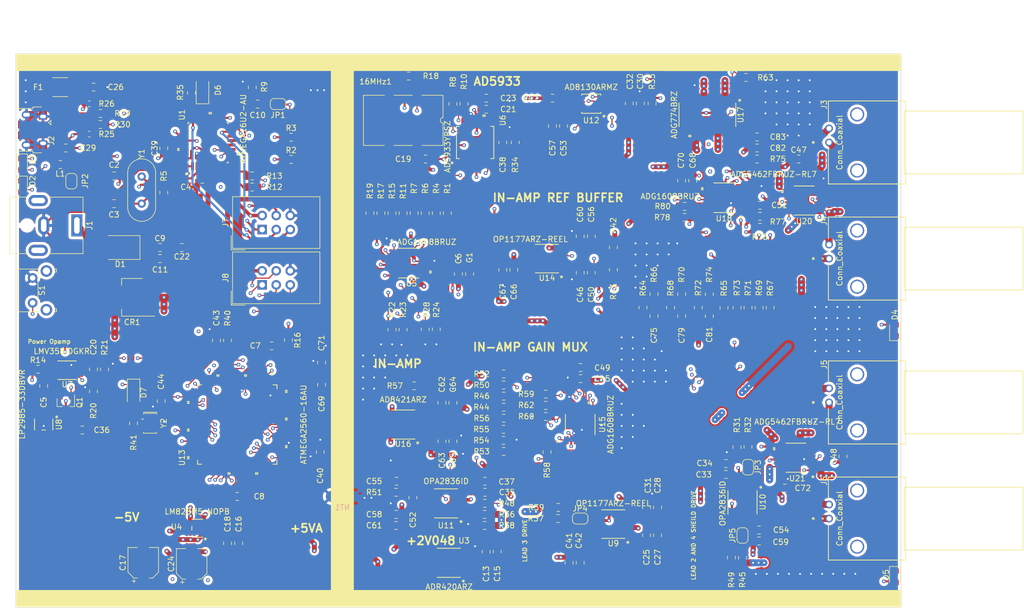
<source format=kicad_pcb>
(kicad_pcb (version 20171130) (host pcbnew 5.1.5-1.fc30)
  (title_block (title "Impedance 777") (rev 1) (company "Andrew Allison"))
  (layers (0 F.Cu signal) (1 In1.Cu signal) (2 In2.Cu signal) (31 B.Cu signal hide) (34 B.Paste user) (35 F.Paste user) (36 B.SilkS user) (37 F.SilkS user hide) (38 B.Mask user) (39 F.Mask user) (44 Edge.Cuts user))
  (net 0 "")
  (net 1 XTAL-EN)
  (net 2 GNDA)
  (net 3 MCLK)
  (net 4 "Net-(C2-Pad1)")
  (net 5 "Net-(C3-Pad1)")
  (net 6 "Net-(C11-Pad1)")
  (net 7 RESET)
  (net 8 "Net-(C10-Pad1)")
  (net 9 -5V)
  (net 10 "Net-(C20-Pad1)")
  (net 11 "Net-(C24-Pad1)")
  (net 12 "Net-(C24-Pad2)")
  (net 13 2V048)
  (net 14 "Net-(C26-Pad2)")
  (net 15 VUCAP)
  (net 16 UGND)
  (net 17 +3V3)
  (net 18 "Net-(C38-Pad1)")
  (net 19 VOUT)
  (net 20 "Net-(C46-Pad1)")
  (net 21 "Net-(C52-Pad2)")
  (net 22 "Net-(C52-Pad1)")
  (net 23 "Net-(C55-Pad2)")
  (net 24 "Net-(C69-Pad1)")
  (net 25 "Net-(C75-Pad1)")
  (net 26 "Net-(C79-Pad1)")
  (net 27 "Net-(C81-Pad1)")
  (net 28 "Net-(D1-Pad1)")
  (net 29 "Net-(D2-Pad1)")
  (net 30 "Net-(D2-Pad2)")
  (net 31 "Net-(D3-Pad2)")
  (net 32 "Net-(D3-Pad1)")
  (net 33 "Net-(D4-Pad2)")
  (net 34 "Net-(D5-Pad2)")
  (net 35 "Net-(F1-Pad2)")
  (net 36 SHEILD1)
  (net 37 ELECTRODE1)
  (net 38 SHEILD2)
  (net 39 ELECTRODE2)
  (net 40 SHEILD3)
  (net 41 ELECTRODE3)
  (net 42 SHEILD4)
  (net 43 ELECTRODE4)
  (net 44 "Net-(JP3-Pad1)")
  (net 45 "Net-(JP3-Pad2)")
  (net 46 "Net-(JP4-Pad1)")
  (net 47 2V048-DRIVE)
  (net 48 "Net-(JP5-Pad2)")
  (net 49 "Net-(JP5-Pad1)")
  (net 50 "Net-(Q1-Pad1)")
  (net 51 "Net-(R1-Pad1)")
  (net 52 RFB)
  (net 53 "Net-(R4-Pad1)")
  (net 54 "Net-(R6-Pad1)")
  (net 55 "Net-(R7-Pad1)")
  (net 56 SCL)
  (net 57 SDA)
  (net 58 "Net-(R11-Pad1)")
  (net 59 "Net-(R12-Pad2)")
  (net 60 PE1)
  (net 61 "Net-(R13-Pad1)")
  (net 62 PE0)
  (net 63 "Net-(R14-Pad2)")
  (net 64 "Net-(R15-Pad1)")
  (net 65 "Net-(R17-Pad1)")
  (net 66 "Net-(R19-Pad1)")
  (net 67 IN_AMP_A0)
  (net 68 IN_AMP_EN)
  (net 69 IN_AMP_A1)
  (net 70 IN_AMP_A2)
  (net 71 RD-)
  (net 72 RD+)
  (net 73 PD-AD8130)
  (net 74 "Net-(R36-Pad2)")
  (net 75 "Net-(R41-Pad1)")
  (net 76 "Net-(R41-Pad2)")
  (net 77 RG)
  (net 78 "Net-(R44-Pad1)")
  (net 79 "Net-(R46-Pad1)")
  (net 80 SIGNAL)
  (net 81 "Net-(R47-Pad2)")
  (net 82 "Net-(R50-Pad1)")
  (net 83 "Net-(R52-Pad1)")
  (net 84 "Net-(R53-Pad1)")
  (net 85 "Net-(R54-Pad1)")
  (net 86 "Net-(R55-Pad1)")
  (net 87 "Net-(R56-Pad1)")
  (net 88 RFB_MUX_IN)
  (net 89 "Net-(R57-Pad2)")
  (net 90 RG_A0)
  (net 91 RG_EN)
  (net 92 RG_A1)
  (net 93 RG_A2)
  (net 94 CAL_IN)
  (net 95 "Net-(R64-Pad1)")
  (net 96 "Net-(R65-Pad1)")
  (net 97 "Net-(R67-Pad1)")
  (net 98 "Net-(R68-Pad1)")
  (net 99 "Net-(R69-Pad1)")
  (net 100 "Net-(R71-Pad1)")
  (net 101 "Net-(R72-Pad1)")
  (net 102 "Net-(R73-Pad1)")
  (net 103 CAL_EN)
  (net 104 RESIS_A0)
  (net 105 RESIS_EN)
  (net 106 RESIS_A1)
  (net 107 RESIS_A2)
  (net 108 PB7)
  (net 109 IN_AMP_REF)
  (net 110 RG_MUX)
  (net 111 IN_AMP_INVERTING)
  (net 112 IN_AMP_NONINVERTING)
  (net 113 RESIS_MUX)
  (net 114 RESIS_MUX_OUT)
  (net 115 "Net-(J3-Pad2)")
  (net 116 "Net-(J3-Pad1)")
  (net 117 "Net-(J4-Pad2)")
  (net 118 "Net-(J4-Pad1)")
  (net 119 "Net-(J5-Pad2)")
  (net 120 "Net-(J5-Pad1)")
  (net 121 "Net-(J6-Pad2)")
  (net 122 "Net-(J6-Pad1)")
  (net 123 jackD+)
  (net 124 jackD-)
  (net 125 GND-16u2)
  (net 126 VCC-16u2)
  (net 127 RESET-16u2)
  (net 128 MOSI-16u2)
  (net 129 SCLK-16u2)
  (net 130 MISO-16u2)
  (net 131 MISO-2560)
  (net 132 SCLK-2560)
  (net 133 MOSI-2560)
  (module Connector_USB:USB_Micro-B_Amphenol_10103594-0001LF_Horizontal (layer F.Cu) (at 66 70.75 270)
    (fp_text reference J2 (at 1.925 -3.365 270) (layer F.SilkS))
    (fp_text value 10103594)
    (pad 6 smd rect (at 2.725 0.185 270) (size 1.35 2) (layers F.Cu F.Paste F.Mask) (net 125 GND-16u2))
    (pad 6 smd rect (at -2.755 0.185 270) (size 1.35 2) (layers F.Cu F.Paste F.Mask) (net 125 GND-16u2))
    (pad 6 smd rect (at -2.975 -0.565 270) (size 1.825 0.7) (layers F.Cu F.Paste F.Mask) (net 125 GND-16u2))
    (pad 6 smd rect (at 2.975 -0.565 270) (size 1.825 0.7) (layers F.Cu F.Paste F.Mask) (net 125 GND-16u2))
    (pad 6 smd rect (at -2.875 -1.865 270) (size 2 1.5) (layers F.Cu F.Paste F.Mask) (net 125 GND-16u2))
    (pad 6 smd rect (at 2.875 -1.885 270) (size 2 1.5) (layers F.Cu F.Paste F.Mask) (net 125 GND-16u2))
    (pad 1 smd rect (at -1.325 -1.765) (size 1.65 0.4) (layers F.Cu F.Paste F.Mask) (net 35 "Net-(F1-Pad2)"))
    (pad 2 smd rect (at -0.675 -1.765) (size 1.65 0.4) (layers F.Cu F.Paste F.Mask) (net 124 jackD-))
    (pad 3 smd rect (at -0.025 -1.765) (size 1.65 0.4) (layers F.Cu F.Paste F.Mask) (net 123 jackD+))
    (pad 4 smd rect (at 0.625 -1.765) (size 1.65 0.4) (layers F.Cu F.Paste F.Mask))
    (pad 5 smd rect (at 1.275 -1.765) (size 1.65 0.4) (layers F.Cu F.Paste F.Mask) (net 16 UGND))
    (pad 6 thru_hole oval (at -2.445 -1.885) (size 1.5 1.1) (drill oval 1.05 0.65) (layers *.Cu *.Mask) (net 125 GND-16u2))
    (pad 6 thru_hole oval (at 2.395 -1.885) (size 1.5 1.1) (drill oval 1.05 0.65) (layers *.Cu *.Mask) (net 125 GND-16u2))
    (pad 6 thru_hole oval (at -2.755 1.115) (size 1.7 1.35) (drill oval 1.2 0.7) (layers *.Cu *.Mask) (net 125 GND-16u2))
    (pad 6 thru_hole oval (at 2.705 1.115) (size 1.7 1.35) (drill oval 1.2 0.7) (layers *.Cu *.Mask) (net 125 GND-16u2))
    (pad 6 smd rect (at -0.985 1.385) (size 2.5 1.43) (layers F.Cu F.Paste F.Mask) (net 125 GND-16u2))
    (pad 6 smd rect (at 0.935 1.385) (size 2.5 1.43) (layers F.Cu F.Paste F.Mask) (net 125 GND-16u2))
  )
  (module ul_ATMEGA256016AU:ATMEGA2560-16AU (layer F.Cu) (at 103 124 270)
    (fp_text reference U13 (at 6 10 270) (layer F.SilkS))
    (fp_text value ATMEGA2560-16AU (at 0 -12 270) (layer F.SilkS))
    (fp_text user * (at -9.113 -6.631 270) (layer F.SilkS))
    (pad 1 smd rect (at -7.747 -6.000001) (size 0.2394 1.461999) (layers F.Cu F.Paste F.Mask))
    (pad 2 smd rect (at -7.747 -5.499999) (size 0.2394 1.461999) (layers F.Cu F.Paste F.Mask) (net 62 PE0))
    (pad 3 smd rect (at -7.747 -5) (size 0.2394 1.461999) (layers F.Cu F.Paste F.Mask) (net 60 PE1))
    (pad 4 smd rect (at -7.747 -4.500001) (size 0.2394 1.461999) (layers F.Cu F.Paste F.Mask))
    (pad 5 smd rect (at -7.747 -4) (size 0.2394 1.461999) (layers F.Cu F.Paste F.Mask))
    (pad 6 smd rect (at -7.747 -3.500001) (size 0.2394 1.461999) (layers F.Cu F.Paste F.Mask))
    (pad 7 smd rect (at -7.747 -2.999999) (size 0.2394 1.461999) (layers F.Cu F.Paste F.Mask))
    (pad 8 smd rect (at -7.747 -2.5) (size 0.2394 1.461999) (layers F.Cu F.Paste F.Mask))
    (pad 9 smd rect (at -7.747 -2.000001) (size 0.2394 1.461999) (layers F.Cu F.Paste F.Mask))
    (pad 10 smd rect (at -7.747 -1.5) (size 0.2394 1.461999) (layers F.Cu F.Paste F.Mask) (net 126 VCC-16u2))
    (pad 11 smd rect (at -7.747 -1.000001) (size 0.2394 1.461999) (layers F.Cu F.Paste F.Mask) (net 125 GND-16u2))
    (pad 12 smd rect (at -7.747 -0.500002) (size 0.2394 1.461999) (layers F.Cu F.Paste F.Mask))
    (pad 13 smd rect (at -7.747 0) (size 0.2394 1.461999) (layers F.Cu F.Paste F.Mask))
    (pad 14 smd rect (at -7.747 0.499999) (size 0.2394 1.461999) (layers F.Cu F.Paste F.Mask))
    (pad 15 smd rect (at -7.747 1.000001) (size 0.2394 1.461999) (layers F.Cu F.Paste F.Mask))
    (pad 16 smd rect (at -7.747 1.5) (size 0.2394 1.461999) (layers F.Cu F.Paste F.Mask))
    (pad 17 smd rect (at -7.747 1.999999) (size 0.2394 1.461999) (layers F.Cu F.Paste F.Mask))
    (pad 18 smd rect (at -7.747 2.5) (size 0.2394 1.461999) (layers F.Cu F.Paste F.Mask))
    (pad 19 smd rect (at -7.747 2.999999) (size 0.2394 1.461999) (layers F.Cu F.Paste F.Mask))
    (pad 20 smd rect (at -7.747 3.500001) (size 0.2394 1.461999) (layers F.Cu F.Paste F.Mask) (net 132 SCLK-2560))
    (pad 21 smd rect (at -7.747 4) (size 0.2394 1.461999) (layers F.Cu F.Paste F.Mask) (net 133 MOSI-2560))
    (pad 22 smd rect (at -7.747 4.499999) (size 0.2394 1.461999) (layers F.Cu F.Paste F.Mask) (net 131 MISO-2560))
    (pad 23 smd rect (at -7.747 5) (size 0.2394 1.461999) (layers F.Cu F.Paste F.Mask))
    (pad 24 smd rect (at -7.747 5.499999) (size 0.2394 1.461999) (layers F.Cu F.Paste F.Mask))
    (pad 25 smd rect (at -7.747 6.000001) (size 0.2394 1.461999) (layers F.Cu F.Paste F.Mask))
    (pad 26 smd rect (at -6.000001 7.747 270) (size 0.2394 1.461999) (layers F.Cu F.Paste F.Mask) (net 108 PB7))
    (pad 27 smd rect (at -5.499999 7.747 270) (size 0.2394 1.461999) (layers F.Cu F.Paste F.Mask))
    (pad 28 smd rect (at -5 7.747 270) (size 0.2394 1.461999) (layers F.Cu F.Paste F.Mask))
    (pad 29 smd rect (at -4.500001 7.747 270) (size 0.2394 1.461999) (layers F.Cu F.Paste F.Mask))
    (pad 30 smd rect (at -4 7.747 270) (size 0.2394 1.461999) (layers F.Cu F.Paste F.Mask) (net 7 RESET))
    (pad 31 smd rect (at -3.500001 7.747 270) (size 0.2394 1.461999) (layers F.Cu F.Paste F.Mask) (net 126 VCC-16u2))
    (pad 32 smd rect (at -2.999999 7.747 270) (size 0.2394 1.461999) (layers F.Cu F.Paste F.Mask) (net 125 GND-16u2))
    (pad 33 smd rect (at -2.5 7.747 270) (size 0.2394 1.461999) (layers F.Cu F.Paste F.Mask) (net 75 "Net-(R41-Pad1)"))
    (pad 34 smd rect (at -2.000001 7.747 270) (size 0.2394 1.461999) (layers F.Cu F.Paste F.Mask) (net 76 "Net-(R41-Pad2)"))
    (pad 35 smd rect (at -1.5 7.747 270) (size 0.2394 1.461999) (layers F.Cu F.Paste F.Mask) (net 1 XTAL-EN))
    (pad 36 smd rect (at -1.000001 7.747 270) (size 0.2394 1.461999) (layers F.Cu F.Paste F.Mask))
    (pad 37 smd rect (at -0.499999 7.747 270) (size 0.2394 1.461999) (layers F.Cu F.Paste F.Mask) (net 93 RG_A2))
    (pad 38 smd rect (at 0 7.747 270) (size 0.2394 1.461999) (layers F.Cu F.Paste F.Mask) (net 92 RG_A1))
    (pad 39 smd rect (at 0.499999 7.747 270) (size 0.2394 1.461999) (layers F.Cu F.Paste F.Mask) (net 90 RG_A0))
    (pad 40 smd rect (at 1.000001 7.747 270) (size 0.2394 1.461999) (layers F.Cu F.Paste F.Mask))
    (pad 41 smd rect (at 1.5 7.747 270) (size 0.2394 1.461999) (layers F.Cu F.Paste F.Mask) (net 91 RG_EN))
    (pad 42 smd rect (at 2.000001 7.747 270) (size 0.2394 1.461999) (layers F.Cu F.Paste F.Mask))
    (pad 43 smd rect (at 2.5 7.747 270) (size 0.2394 1.461999) (layers F.Cu F.Paste F.Mask) (net 56 SCL))
    (pad 44 smd rect (at 2.999999 7.747 270) (size 0.2394 1.461999) (layers F.Cu F.Paste F.Mask) (net 57 SDA))
    (pad 45 smd rect (at 3.500001 7.747 270) (size 0.2394 1.461999) (layers F.Cu F.Paste F.Mask))
    (pad 46 smd rect (at 4 7.747 270) (size 0.2394 1.461999) (layers F.Cu F.Paste F.Mask))
    (pad 47 smd rect (at 4.500001 7.747 270) (size 0.2394 1.461999) (layers F.Cu F.Paste F.Mask))
    (pad 48 smd rect (at 5 7.747 270) (size 0.2394 1.461999) (layers F.Cu F.Paste F.Mask))
    (pad 49 smd rect (at 5.499999 7.747 270) (size 0.2394 1.461999) (layers F.Cu F.Paste F.Mask))
    (pad 50 smd rect (at 6.000001 7.747 270) (size 0.2394 1.461999) (layers F.Cu F.Paste F.Mask))
    (pad 51 smd rect (at 7.747 6.000001) (size 0.2394 1.461999) (layers F.Cu F.Paste F.Mask))
    (pad 52 smd rect (at 7.747 5.499999) (size 0.2394 1.461999) (layers F.Cu F.Paste F.Mask))
    (pad 53 smd rect (at 7.747 5) (size 0.2394 1.461999) (layers F.Cu F.Paste F.Mask))
    (pad 54 smd rect (at 7.747 4.500001) (size 0.2394 1.461999) (layers F.Cu F.Paste F.Mask))
    (pad 55 smd rect (at 7.747 4) (size 0.2394 1.461999) (layers F.Cu F.Paste F.Mask))
    (pad 56 smd rect (at 7.747 3.500001) (size 0.2394 1.461999) (layers F.Cu F.Paste F.Mask) (net 107 RESIS_A2))
    (pad 57 smd rect (at 7.747 2.999999) (size 0.2394 1.461999) (layers F.Cu F.Paste F.Mask) (net 106 RESIS_A1))
    (pad 58 smd rect (at 7.747 2.5) (size 0.2394 1.461999) (layers F.Cu F.Paste F.Mask) (net 104 RESIS_A0))
    (pad 59 smd rect (at 7.747 2.000001) (size 0.2394 1.461999) (layers F.Cu F.Paste F.Mask))
    (pad 60 smd rect (at 7.747 1.5) (size 0.2394 1.461999) (layers F.Cu F.Paste F.Mask) (net 105 RESIS_EN))
    (pad 61 smd rect (at 7.747 1.000001) (size 0.2394 1.461999) (layers F.Cu F.Paste F.Mask) (net 126 VCC-16u2))
    (pad 62 smd rect (at 7.747 0.499999) (size 0.2394 1.461999) (layers F.Cu F.Paste F.Mask) (net 125 GND-16u2))
    (pad 63 smd rect (at 7.747 0) (size 0.2394 1.461999) (layers F.Cu F.Paste F.Mask))
    (pad 64 smd rect (at 7.747 -0.499999) (size 0.2394 1.461999) (layers F.Cu F.Paste F.Mask))
    (pad 65 smd rect (at 7.747 -1.000001) (size 0.2394 1.461999) (layers F.Cu F.Paste F.Mask))
    (pad 66 smd rect (at 7.747 -1.5) (size 0.2394 1.461999) (layers F.Cu F.Paste F.Mask))
    (pad 67 smd rect (at 7.747 -2.000001) (size 0.2394 1.461999) (layers F.Cu F.Paste F.Mask))
    (pad 68 smd rect (at 7.747 -2.5) (size 0.2394 1.461999) (layers F.Cu F.Paste F.Mask))
    (pad 69 smd rect (at 7.747 -2.999999) (size 0.2394 1.461999) (layers F.Cu F.Paste F.Mask))
    (pad 70 smd rect (at 7.747 -3.500001) (size 0.2394 1.461999) (layers F.Cu F.Paste F.Mask))
    (pad 71 smd rect (at 7.747 -4) (size 0.2394 1.461999) (layers F.Cu F.Paste F.Mask))
    (pad 72 smd rect (at 7.747 -4.500001) (size 0.2394 1.461999) (layers F.Cu F.Paste F.Mask))
    (pad 73 smd rect (at 7.747 -5) (size 0.2394 1.461999) (layers F.Cu F.Paste F.Mask))
    (pad 74 smd rect (at 7.747 -5.499999) (size 0.2394 1.461999) (layers F.Cu F.Paste F.Mask) (net 70 IN_AMP_A2))
    (pad 75 smd rect (at 7.747 -6.000001) (size 0.2394 1.461999) (layers F.Cu F.Paste F.Mask) (net 69 IN_AMP_A1))
    (pad 76 smd rect (at 6.000001 -7.747 270) (size 0.2394 1.461999) (layers F.Cu F.Paste F.Mask) (net 67 IN_AMP_A0))
    (pad 77 smd rect (at 5.499999 -7.747 270) (size 0.2394 1.461999) (layers F.Cu F.Paste F.Mask))
    (pad 78 smd rect (at 5 -7.747 270) (size 0.2394 1.461999) (layers F.Cu F.Paste F.Mask) (net 68 IN_AMP_EN))
    (pad 79 smd rect (at 4.500001 -7.747 270) (size 0.2394 1.461999) (layers F.Cu F.Paste F.Mask))
    (pad 80 smd rect (at 4 -7.747 270) (size 0.2394 1.461999) (layers F.Cu F.Paste F.Mask) (net 126 VCC-16u2))
    (pad 81 smd rect (at 3.500001 -7.747 270) (size 0.2394 1.461999) (layers F.Cu F.Paste F.Mask) (net 125 GND-16u2))
    (pad 82 smd rect (at 2.999999 -7.747 270) (size 0.2394 1.461999) (layers F.Cu F.Paste F.Mask))
    (pad 83 smd rect (at 2.5 -7.747 270) (size 0.2394 1.461999) (layers F.Cu F.Paste F.Mask))
    (pad 84 smd rect (at 2.000001 -7.747 270) (size 0.2394 1.461999) (layers F.Cu F.Paste F.Mask))
    (pad 85 smd rect (at 1.5 -7.747 270) (size 0.2394 1.461999) (layers F.Cu F.Paste F.Mask))
    (pad 86 smd rect (at 1.000001 -7.747 270) (size 0.2394 1.461999) (layers F.Cu F.Paste F.Mask))
    (pad 87 smd rect (at 0.499999 -7.747 270) (size 0.2394 1.461999) (layers F.Cu F.Paste F.Mask) (net 73 PD-AD8130))
    (pad 88 smd rect (at 0 -7.747 270) (size 0.2394 1.461999) (layers F.Cu F.Paste F.Mask) (net 94 CAL_IN))
    (pad 89 smd rect (at -0.499999 -7.747 270) (size 0.2394 1.461999) (layers F.Cu F.Paste F.Mask) (net 103 CAL_EN))
    (pad 90 smd rect (at -1.000001 -7.747 270) (size 0.2394 1.461999) (layers F.Cu F.Paste F.Mask))
    (pad 91 smd rect (at -1.5 -7.747 270) (size 0.2394 1.461999) (layers F.Cu F.Paste F.Mask))
    (pad 92 smd rect (at -2.000001 -7.747 270) (size 0.2394 1.461999) (layers F.Cu F.Paste F.Mask))
    (pad 93 smd rect (at -2.5 -7.747 270) (size 0.2394 1.461999) (layers F.Cu F.Paste F.Mask))
    (pad 94 smd rect (at -2.999999 -7.747 270) (size 0.2394 1.461999) (layers F.Cu F.Paste F.Mask))
    (pad 95 smd rect (at -3.500001 -7.747 270) (size 0.2394 1.461999) (layers F.Cu F.Paste F.Mask))
    (pad 96 smd rect (at -4 -7.747 270) (size 0.2394 1.461999) (layers F.Cu F.Paste F.Mask))
    (pad 97 smd rect (at -4.500001 -7.747 270) (size 0.2394 1.461999) (layers F.Cu F.Paste F.Mask))
    (pad 98 smd rect (at -5 -7.747 270) (size 0.2394 1.461999) (layers F.Cu F.Paste F.Mask) (net 24 "Net-(C69-Pad1)"))
    (pad 99 smd rect (at -5.499999 -7.747 270) (size 0.2394 1.461999) (layers F.Cu F.Paste F.Mask) (net 125 GND-16u2))
    (pad 100 smd rect (at -6.000001 -7.747 270) (size 0.2394 1.461999) (layers F.Cu F.Paste F.Mask) (net 126 VCC-16u2))
  )
  (module ul_ADG1608BRUZ:ADG1608BRUZ (layer F.Cu) (at 133.98168 94.808481)
    (fp_text reference U5 (at 0.51832 3.691519) (layer F.SilkS))
    (fp_text value ADG1608BRUZ (at 3.26832 -3.808481) (layer F.SilkS))
    (fp_text user * (at -3.0734 -3.7828) (layer F.SilkS))
    (pad 1 smd rect (at -2.8194 -2.274999) (size 1.461999 0.3648) (layers F.Cu F.Paste F.Mask) (net 67 IN_AMP_A0))
    (pad 2 smd rect (at -2.8194 -1.625001) (size 1.461999 0.3648) (layers F.Cu F.Paste F.Mask) (net 68 IN_AMP_EN))
    (pad 3 smd rect (at -2.8194 -0.974999) (size 1.461999 0.3648) (layers F.Cu F.Paste F.Mask) (net 2 GNDA))
    (pad 4 smd rect (at -2.8194 -0.325001) (size 1.461999 0.3648) (layers F.Cu F.Paste F.Mask) (net 66 "Net-(R19-Pad1)"))
    (pad 5 smd rect (at -2.8194 0.324998) (size 1.461999 0.3648) (layers F.Cu F.Paste F.Mask) (net 65 "Net-(R17-Pad1)"))
    (pad 6 smd rect (at -2.8194 0.974999) (size 1.461999 0.3648) (layers F.Cu F.Paste F.Mask) (net 64 "Net-(R15-Pad1)"))
    (pad 7 smd rect (at -2.8194 1.624998) (size 1.461999 0.3648) (layers F.Cu F.Paste F.Mask) (net 58 "Net-(R11-Pad1)"))
    (pad 8 smd rect (at -2.8194 2.274999) (size 1.461999 0.3648) (layers F.Cu F.Paste F.Mask) (net 88 RFB_MUX_IN))
    (pad 9 smd rect (at 2.8194 2.274999) (size 1.461999 0.3648) (layers F.Cu F.Paste F.Mask) (net 51 "Net-(R1-Pad1)"))
    (pad 10 smd rect (at 2.8194 1.625001) (size 1.461999 0.3648) (layers F.Cu F.Paste F.Mask) (net 53 "Net-(R4-Pad1)"))
    (pad 11 smd rect (at 2.8194 0.974999) (size 1.461999 0.3648) (layers F.Cu F.Paste F.Mask) (net 54 "Net-(R6-Pad1)"))
    (pad 12 smd rect (at 2.8194 0.325001) (size 1.461999 0.3648) (layers F.Cu F.Paste F.Mask) (net 55 "Net-(R7-Pad1)"))
    (pad 13 smd rect (at 2.8194 -0.324998) (size 1.461999 0.3648) (layers F.Cu F.Paste F.Mask) (net 126 VCC-16u2))
    (pad 14 smd rect (at 2.8194 -0.974999) (size 1.461999 0.3648) (layers F.Cu F.Paste F.Mask) (net 2 GNDA))
    (pad 15 smd rect (at 2.8194 -1.624998) (size 1.461999 0.3648) (layers F.Cu F.Paste F.Mask) (net 70 IN_AMP_A2))
    (pad 16 smd rect (at 2.8194 -2.274999) (size 1.461999 0.3648) (layers F.Cu F.Paste F.Mask) (net 69 IN_AMP_A1))
  )
  (module ul_ADG774BRZ:ADG774BRZ (layer F.Cu) (at 188 68 270)
    (fp_text reference U17 (at 0 -6 270) (layer F.SilkS))
    (fp_text value ADG774BRZ (at 0 6 270) (layer F.SilkS))
    (fp_text user * (at -2.6162 -6.1468 270) (layer F.SilkS))
    (pad 1 smd rect (at -2.3622 -4.445 270) (size 2.1844 0.5588) (layers F.Cu F.Paste F.Mask) (net 94 CAL_IN))
    (pad 2 smd rect (at -2.3622 -3.175 270) (size 2.1844 0.5588) (layers F.Cu F.Paste F.Mask) (net 37 ELECTRODE1))
    (pad 3 smd rect (at -2.3622 -1.905 270) (size 2.1844 0.5588) (layers F.Cu F.Paste F.Mask) (net 113 RESIS_MUX))
    (pad 4 smd rect (at -2.3622 -0.635 270) (size 2.1844 0.5588) (layers F.Cu F.Paste F.Mask) (net 80 SIGNAL))
    (pad 5 smd rect (at -2.3622 0.635 270) (size 2.1844 0.5588) (layers F.Cu F.Paste F.Mask) (net 39 ELECTRODE2))
    (pad 6 smd rect (at -2.3622 1.905 270) (size 2.1844 0.5588) (layers F.Cu F.Paste F.Mask) (net 113 RESIS_MUX))
    (pad 7 smd rect (at -2.3622 3.175 270) (size 2.1844 0.5588) (layers F.Cu F.Paste F.Mask) (net 111 IN_AMP_INVERTING))
    (pad 8 smd rect (at -2.3622 4.445 270) (size 2.1844 0.5588) (layers F.Cu F.Paste F.Mask) (net 2 GNDA))
    (pad 9 smd rect (at 2.3622 4.445 270) (size 2.1844 0.5588) (layers F.Cu F.Paste F.Mask) (net 47 2V048-DRIVE))
    (pad 10 smd rect (at 2.3622 3.175 270) (size 2.1844 0.5588) (layers F.Cu F.Paste F.Mask) (net 114 RESIS_MUX_OUT))
    (pad 11 smd rect (at 2.3622 1.905 270) (size 2.1844 0.5588) (layers F.Cu F.Paste F.Mask) (net 41 ELECTRODE3))
    (pad 12 smd rect (at 2.3622 0.635 270) (size 2.1844 0.5588) (layers F.Cu F.Paste F.Mask) (net 112 IN_AMP_NONINVERTING))
    (pad 13 smd rect (at 2.3622 -0.635 270) (size 2.1844 0.5588) (layers F.Cu F.Paste F.Mask) (net 114 RESIS_MUX_OUT))
    (pad 14 smd rect (at 2.3622 -1.905 270) (size 2.1844 0.5588) (layers F.Cu F.Paste F.Mask) (net 43 ELECTRODE4))
    (pad 15 smd rect (at 2.3622 -3.175 270) (size 2.1844 0.5588) (layers F.Cu F.Paste F.Mask) (net 103 CAL_EN))
    (pad 16 smd rect (at 2.3622 -4.445 270) (size 2.1844 0.5588) (layers F.Cu F.Paste F.Mask) (net 126 VCC-16u2))
  )
  (module Oscillator:Oscillator_SMD_SeikoEpson_SG8002JA-4Pin_14.0x8.7mm (layer F.Cu) (at 133 69 180)
    (fp_text reference 16MHz1 (at 5 7 180) (layer F.SilkS))
    (fp_text value SG-615)
    (pad 4 smd rect (at -2.54 -4.4 180) (size 1.3 3) (layers F.Cu F.Paste F.Mask) (net 126 VCC-16u2))
    (pad 3 smd rect (at 2.54 -4.4 180) (size 1.3 3) (layers F.Cu F.Paste F.Mask) (net 3 MCLK))
    (pad 2 smd rect (at 2.54 4.4 180) (size 1.3 3) (layers F.Cu F.Paste F.Mask) (net 125 GND-16u2))
    (pad 1 smd rect (at -2.54 4.4 180) (size 1.3 3) (layers F.Cu F.Paste F.Mask) (net 1 XTAL-EN))
  )
  (module Capacitor_SMD:C_0805_2012Metric_Pad1.15x1.40mm_HandSolder (layer F.Cu) (at 145.00668 96.808481 90)
    (fp_text reference C1 (at 3 -0.025 270) (layer F.SilkS))
    (fp_text value 0.1uF)
    (pad 2 smd roundrect (at 1.025 0 90) (size 1.15 1.4) (layers F.Cu F.Paste F.Mask) (roundrect_rratio 0.217391) (net 2 GNDA))
    (pad 1 smd roundrect (at -1.025 0 90) (size 1.15 1.4) (layers F.Cu F.Paste F.Mask) (roundrect_rratio 0.217391) (net 126 VCC-16u2))
  )
  (module Capacitor_SMD:C_0805_2012Metric_Pad1.15x1.40mm_HandSolder (layer F.Cu) (at 80.737055 79.062108 180)
    (fp_text reference C2 (at 0 2 180) (layer F.SilkS))
    (fp_text value 22p)
    (pad 2 smd roundrect (at 1.025 0 180) (size 1.15 1.4) (layers F.Cu F.Paste F.Mask) (roundrect_rratio 0.217391) (net 125 GND-16u2))
    (pad 1 smd roundrect (at -1.025 0 180) (size 1.15 1.4) (layers F.Cu F.Paste F.Mask) (roundrect_rratio 0.217391) (net 4 "Net-(C2-Pad1)"))
  )
  (module Capacitor_SMD:C_0805_2012Metric_Pad1.15x1.40mm_HandSolder (layer F.Cu) (at 80.737055 84.062108 180)
    (fp_text reference C3 (at 0.025 -2 180) (layer F.SilkS))
    (fp_text value 22p)
    (pad 2 smd roundrect (at 1.025 0 180) (size 1.15 1.4) (layers F.Cu F.Paste F.Mask) (roundrect_rratio 0.217391) (net 125 GND-16u2))
    (pad 1 smd roundrect (at -1.025 0 180) (size 1.15 1.4) (layers F.Cu F.Paste F.Mask) (roundrect_rratio 0.217391) (net 5 "Net-(C3-Pad1)"))
  )
  (module Capacitor_SMD:C_0805_2012Metric_Pad1.15x1.40mm_HandSolder (layer F.Cu) (at 96.687055 81.062108 180)
    (fp_text reference C4 (at 2.975 0 180) (layer F.SilkS))
    (fp_text value 0.1uF)
    (pad 2 smd roundrect (at 1.025 0 180) (size 1.15 1.4) (layers F.Cu F.Paste F.Mask) (roundrect_rratio 0.217391) (net 125 GND-16u2))
    (pad 1 smd roundrect (at -1.025 0 180) (size 1.15 1.4) (layers F.Cu F.Paste F.Mask) (roundrect_rratio 0.217391) (net 126 VCC-16u2))
  )
  (module Capacitor_SMD:C_0805_2012Metric_Pad1.15x1.40mm_HandSolder (layer F.Cu) (at 68 117.025 270)
    (fp_text reference C5 (at 2.975 0 270) (layer F.SilkS))
    (fp_text value 0.1uF)
    (pad 2 smd roundrect (at 1.025 0 270) (size 1.15 1.4) (layers F.Cu F.Paste F.Mask) (roundrect_rratio 0.217391) (net 125 GND-16u2))
    (pad 1 smd roundrect (at -1.025 0 270) (size 1.15 1.4) (layers F.Cu F.Paste F.Mask) (roundrect_rratio 0.217391) (net 126 VCC-16u2))
  )
  (module Capacitor_SMD:C_0805_2012Metric_Pad1.15x1.40mm_HandSolder (layer F.Cu) (at 109.223136 109.768345 180)
    (fp_text reference C7 (at 2.973136 0.018345 180) (layer F.SilkS))
    (fp_text value 0.1uF)
    (pad 2 smd roundrect (at 1.025 0 180) (size 1.15 1.4) (layers F.Cu F.Paste F.Mask) (roundrect_rratio 0.217391) (net 125 GND-16u2))
    (pad 1 smd roundrect (at -1.025 0 180) (size 1.15 1.4) (layers F.Cu F.Paste F.Mask) (roundrect_rratio 0.217391) (net 126 VCC-16u2))
  )
  (module Capacitor_SMD:C_0805_2012Metric_Pad1.15x1.40mm_HandSolder (layer F.Cu) (at 102.975 137)
    (fp_text reference C8 (at 3.975 0) (layer F.SilkS))
    (fp_text value 0.1uF)
    (pad 2 smd roundrect (at 1.025 0) (size 1.15 1.4) (layers F.Cu F.Paste F.Mask) (roundrect_rratio 0.217391) (net 125 GND-16u2))
    (pad 1 smd roundrect (at -1.025 0) (size 1.15 1.4) (layers F.Cu F.Paste F.Mask) (roundrect_rratio 0.217391) (net 126 VCC-16u2))
  )
  (module Capacitor_SMD:C_0805_2012Metric_Pad1.15x1.40mm_HandSolder (layer F.Cu) (at 106.687055 66.062108)
    (fp_text reference C10 (at 0 2) (layer F.SilkS))
    (fp_text value 0.1uF)
    (pad 2 smd roundrect (at 1.025 0) (size 1.15 1.4) (layers F.Cu F.Paste F.Mask) (roundrect_rratio 0.217391) (net 7 RESET))
    (pad 1 smd roundrect (at -1.025 0) (size 1.15 1.4) (layers F.Cu F.Paste F.Mask) (roundrect_rratio 0.217391) (net 8 "Net-(C10-Pad1)"))
  )
  (module Capacitor_SMD:C_0805_2012Metric_Pad1.15x1.40mm_HandSolder (layer F.Cu) (at 89.025 94)
    (fp_text reference C11 (at 0.025 2) (layer F.SilkS))
    (fp_text value 0.1uF)
    (pad 2 smd roundrect (at 1.025 0) (size 1.15 1.4) (layers F.Cu F.Paste F.Mask) (roundrect_rratio 0.217391) (net 125 GND-16u2))
    (pad 1 smd roundrect (at -1.025 0) (size 1.15 1.4) (layers F.Cu F.Paste F.Mask) (roundrect_rratio 0.217391) (net 6 "Net-(C11-Pad1)"))
  )
  (module Capacitor_SMD:C_0805_2012Metric_Pad1.15x1.40mm_HandSolder (layer F.Cu) (at 148 147 90)
    (fp_text reference C13 (at -4 0 90) (layer F.SilkS))
    (fp_text value 0.1uF)
    (pad 2 smd roundrect (at 1.025 0 90) (size 1.15 1.4) (layers F.Cu F.Paste F.Mask) (roundrect_rratio 0.217391) (net 2 GNDA))
    (pad 1 smd roundrect (at -1.025 0 90) (size 1.15 1.4) (layers F.Cu F.Paste F.Mask) (roundrect_rratio 0.217391) (net 126 VCC-16u2))
  )
  (module Capacitor_SMD:C_0805_2012Metric_Pad1.15x1.40mm_HandSolder (layer F.Cu) (at 103.25 145.475 90)
    (fp_text reference C16 (at 3.475 0 90) (layer F.SilkS))
    (fp_text value 0.1uF)
    (pad 2 smd roundrect (at 1.025 0 90) (size 1.15 1.4) (layers F.Cu F.Paste F.Mask) (roundrect_rratio 0.217391) (net 2 GNDA))
    (pad 1 smd roundrect (at -1.025 0 90) (size 1.15 1.4) (layers F.Cu F.Paste F.Mask) (roundrect_rratio 0.217391) (net 126 VCC-16u2))
  )
  (module Capacitor_SMD:C_0805_2012Metric_Pad1.15x1.40mm_HandSolder (layer F.Cu) (at 137.025 76)
    (fp_text reference C19 (at -4.025 0) (layer F.SilkS))
    (fp_text value 0.1uF)
    (pad 2 smd roundrect (at 1.025 0) (size 1.15 1.4) (layers F.Cu F.Paste F.Mask) (roundrect_rratio 0.217391) (net 125 GND-16u2))
    (pad 1 smd roundrect (at -1.025 0) (size 1.15 1.4) (layers F.Cu F.Paste F.Mask) (roundrect_rratio 0.217391) (net 126 VCC-16u2))
  )
  (module Capacitor_SMD:C_0805_2012Metric_Pad1.15x1.40mm_HandSolder (layer F.Cu) (at 77 114.025 90)
    (fp_text reference C20 (at 4.025 0 90) (layer F.SilkS))
    (fp_text value 0.1uF)
    (pad 2 smd roundrect (at 1.025 0 90) (size 1.15 1.4) (layers F.Cu F.Paste F.Mask) (roundrect_rratio 0.217391) (net 125 GND-16u2))
    (pad 1 smd roundrect (at -1.025 0 90) (size 1.15 1.4) (layers F.Cu F.Paste F.Mask) (roundrect_rratio 0.217391) (net 10 "Net-(C20-Pad1)"))
  )
  (module Capacitor_SMD:C_0805_2012Metric_Pad1.15x1.40mm_HandSolder (layer F.Cu) (at 148.025 67 180)
    (fp_text reference C21 (at -3.975 0 180) (layer F.SilkS))
    (fp_text value 0.1uF)
    (pad 2 smd roundrect (at 1.025 0 180) (size 1.15 1.4) (layers F.Cu F.Paste F.Mask) (roundrect_rratio 0.217391) (net 2 GNDA))
    (pad 1 smd roundrect (at -1.025 0 180) (size 1.15 1.4) (layers F.Cu F.Paste F.Mask) (roundrect_rratio 0.217391) (net 126 VCC-16u2))
  )
  (module Capacitor_SMD:C_0805_2012Metric_Pad1.15x1.40mm_HandSolder (layer F.Cu) (at 177 144 270)
    (fp_text reference C25 (at 4 0 270) (layer F.SilkS))
    (fp_text value 0.1uF)
    (pad 2 smd roundrect (at 1.025 0 270) (size 1.15 1.4) (layers F.Cu F.Paste F.Mask) (roundrect_rratio 0.217391) (net 2 GNDA))
    (pad 1 smd roundrect (at -1.025 0 270) (size 1.15 1.4) (layers F.Cu F.Paste F.Mask) (roundrect_rratio 0.217391) (net 13 2V048))
  )
  (module Capacitor_SMD:C_0805_2012Metric_Pad1.15x1.40mm_HandSolder (layer F.Cu) (at 77.025 63 180)
    (fp_text reference C26 (at -4 0 180) (layer F.SilkS))
    (fp_text value 0.1uF)
    (pad 2 smd roundrect (at 1.025 0 180) (size 1.15 1.4) (layers F.Cu F.Paste F.Mask) (roundrect_rratio 0.217391) (net 14 "Net-(C26-Pad2)"))
    (pad 1 smd roundrect (at -1.025 0 180) (size 1.15 1.4) (layers F.Cu F.Paste F.Mask) (roundrect_rratio 0.217391) (net 125 GND-16u2))
  )
  (module Capacitor_SMD:C_0805_2012Metric_Pad1.15x1.40mm_HandSolder (layer F.Cu) (at 179 138.975 90)
    (fp_text reference C28 (at 3.975 0 90) (layer F.SilkS))
    (fp_text value 0.1uF)
    (pad 2 smd roundrect (at 1.025 0 90) (size 1.15 1.4) (layers F.Cu F.Paste F.Mask) (roundrect_rratio 0.217391) (net 2 GNDA))
    (pad 1 smd roundrect (at -1.025 0 90) (size 1.15 1.4) (layers F.Cu F.Paste F.Mask) (roundrect_rratio 0.217391) (net 9 -5V))
  )
  (module Capacitor_SMD:C_0805_2012Metric_Pad1.15x1.40mm_HandSolder (layer F.Cu) (at 72 74)
    (fp_text reference C29 (at 4.025 0) (layer F.SilkS))
    (fp_text value 1uF)
    (pad 2 smd roundrect (at 1.025 0) (size 1.15 1.4) (layers F.Cu F.Paste F.Mask) (roundrect_rratio 0.217391) (net 15 VUCAP))
    (pad 1 smd roundrect (at -1.025 0) (size 1.15 1.4) (layers F.Cu F.Paste F.Mask) (roundrect_rratio 0.217391) (net 16 UGND))
  )
  (module Capacitor_SMD:C_0805_2012Metric_Pad1.15x1.40mm_HandSolder (layer F.Cu) (at 175.869128 65.937082 90)
    (fp_text reference C30 (at 3.975 0 90) (layer F.SilkS))
    (fp_text value 0.1uF)
    (pad 2 smd roundrect (at 1.025 0 90) (size 1.15 1.4) (layers F.Cu F.Paste F.Mask) (roundrect_rratio 0.217391) (net 2 GNDA))
    (pad 1 smd roundrect (at -1.025 0 90) (size 1.15 1.4) (layers F.Cu F.Paste F.Mask) (roundrect_rratio 0.217391) (net 9 -5V))
  )
  (module Capacitor_SMD:C_0805_2012Metric_Pad1.15x1.40mm_HandSolder (layer F.Cu) (at 191.342548 133.036628 180)
    (fp_text reference C33 (at 4 -0.025 180) (layer F.SilkS))
    (fp_text value 0.1uF)
    (pad 2 smd roundrect (at 1.025 0 180) (size 1.15 1.4) (layers F.Cu F.Paste F.Mask) (roundrect_rratio 0.217391) (net 2 GNDA))
    (pad 1 smd roundrect (at -1.025 0 180) (size 1.15 1.4) (layers F.Cu F.Paste F.Mask) (roundrect_rratio 0.217391) (net 9 -5V))
  )
  (module Capacitor_SMD:C_0805_2012Metric_Pad1.15x1.40mm_HandSolder (layer F.Cu) (at 147.775 136.25)
    (fp_text reference C35 (at 4 0) (layer F.SilkS))
    (fp_text value 0.1uF)
    (pad 2 smd roundrect (at 1.025 0) (size 1.15 1.4) (layers F.Cu F.Paste F.Mask) (roundrect_rratio 0.217391) (net 2 GNDA))
    (pad 1 smd roundrect (at -1.025 0) (size 1.15 1.4) (layers F.Cu F.Paste F.Mask) (roundrect_rratio 0.217391) (net 9 -5V))
  )
  (module Capacitor_SMD:C_0805_2012Metric_Pad1.15x1.40mm_HandSolder (layer F.Cu) (at 74.975 125)
    (fp_text reference C36 (at 3.525 0) (layer F.SilkS))
    (fp_text value 1uF)
    (pad 2 smd roundrect (at 1.025 0) (size 1.15 1.4) (layers F.Cu F.Paste F.Mask) (roundrect_rratio 0.217391) (net 125 GND-16u2))
    (pad 1 smd roundrect (at -1.025 0) (size 1.15 1.4) (layers F.Cu F.Paste F.Mask) (roundrect_rratio 0.217391) (net 17 +3V3))
  )
  (module Capacitor_SMD:C_0805_2012Metric_Pad1.15x1.40mm_HandSolder (layer F.Cu) (at 151 73 270)
    (fp_text reference C38 (at 4.025 0 270) (layer F.SilkS))
    (fp_text value 47nF)
    (pad 2 smd roundrect (at 1.025 0 270) (size 1.15 1.4) (layers F.Cu F.Paste F.Mask) (roundrect_rratio 0.217391) (net 19 VOUT))
    (pad 1 smd roundrect (at -1.025 0 270) (size 1.15 1.4) (layers F.Cu F.Paste F.Mask) (roundrect_rratio 0.217391) (net 18 "Net-(C38-Pad1)"))
  )
  (module Capacitor_SMD:C_0805_2012Metric_Pad1.15x1.40mm_HandSolder (layer F.Cu) (at 89.712055 74.062108 90)
    (fp_text reference C39 (at 0 -1.65 90) (layer F.SilkS))
    (fp_text value 0.1uF)
    (pad 2 smd roundrect (at 1.025 0 90) (size 1.15 1.4) (layers F.Cu F.Paste F.Mask) (roundrect_rratio 0.217391) (net 125 GND-16u2))
    (pad 1 smd roundrect (at -1.025 0 90) (size 1.15 1.4) (layers F.Cu F.Paste F.Mask) (roundrect_rratio 0.217391) (net 126 VCC-16u2))
  )
  (module Capacitor_SMD:C_0805_2012Metric_Pad1.15x1.40mm_HandSolder (layer F.Cu) (at 118 129 90)
    (fp_text reference C40 (at -4.256655 0 90) (layer F.SilkS))
    (fp_text value 0.1uF)
    (pad 2 smd roundrect (at 1.025 0 90) (size 1.15 1.4) (layers F.Cu F.Paste F.Mask) (roundrect_rratio 0.217391) (net 125 GND-16u2))
    (pad 1 smd roundrect (at -1.025 0 90) (size 1.15 1.4) (layers F.Cu F.Paste F.Mask) (roundrect_rratio 0.217391) (net 126 VCC-16u2))
  )
  (module Capacitor_SMD:C_0805_2012Metric_Pad1.15x1.40mm_HandSolder (layer F.Cu) (at 163 148.975 270)
    (fp_text reference C41 (at -3.975 0 270) (layer F.SilkS))
    (fp_text value 0.1uF)
    (pad 2 smd roundrect (at 1.025 0 270) (size 1.15 1.4) (layers F.Cu F.Paste F.Mask) (roundrect_rratio 0.217391) (net 2 GNDA))
    (pad 1 smd roundrect (at -1.025 0 270) (size 1.15 1.4) (layers F.Cu F.Paste F.Mask) (roundrect_rratio 0.217391) (net 126 VCC-16u2))
  )
  (module Capacitor_SMD:C_0805_2012Metric_Pad1.15x1.40mm_HandSolder (layer F.Cu) (at 89.248136 119.768345 270)
    (fp_text reference C44 (at -3.518345 0.025 270) (layer F.SilkS))
    (fp_text value 0.1uF)
    (pad 1 smd roundrect (at -1.025 0 270) (size 1.15 1.4) (layers F.Cu F.Paste F.Mask) (roundrect_rratio 0.217391) (net 126 VCC-16u2))
    (pad 2 smd roundrect (at 1.025 0 270) (size 1.15 1.4) (layers F.Cu F.Paste F.Mask) (roundrect_rratio 0.217391) (net 125 GND-16u2))
  )
  (module Capacitor_SMD:C_0805_2012Metric_Pad1.15x1.40mm_HandSolder (layer F.Cu) (at 165.069851 115.706041 180)
    (fp_text reference C45 (at -3.930149 0 180) (layer F.SilkS))
    (fp_text value 0.1uF)
    (pad 2 smd roundrect (at 1.025 0 180) (size 1.15 1.4) (layers F.Cu F.Paste F.Mask) (roundrect_rratio 0.217391) (net 2 GNDA))
    (pad 1 smd roundrect (at -1.025 0 180) (size 1.15 1.4) (layers F.Cu F.Paste F.Mask) (roundrect_rratio 0.217391) (net 126 VCC-16u2))
  )
  (module Capacitor_SMD:C_0805_2012Metric_Pad1.15x1.40mm_HandSolder (layer F.Cu) (at 165 96.551926 270)
    (fp_text reference C46 (at 3.975 0 270) (layer F.SilkS))
    (fp_text value 0.1uF)
    (pad 2 smd roundrect (at 1.025 0 270) (size 1.15 1.4) (layers F.Cu F.Paste F.Mask) (roundrect_rratio 0.217391) (net 2 GNDA))
    (pad 1 smd roundrect (at -1.025 0 270) (size 1.15 1.4) (layers F.Cu F.Paste F.Mask) (roundrect_rratio 0.217391) (net 20 "Net-(C46-Pad1)"))
  )
  (module Capacitor_SMD:C_0805_2012Metric_Pad1.15x1.40mm_HandSolder (layer F.Cu) (at 134.75 137.225 270)
    (fp_text reference C52 (at 4.025 0 270) (layer F.SilkS))
    (fp_text value 1uF)
    (pad 2 smd roundrect (at 1.025 0 270) (size 1.15 1.4) (layers F.Cu F.Paste F.Mask) (roundrect_rratio 0.217391) (net 21 "Net-(C52-Pad2)"))
    (pad 1 smd roundrect (at -1.025 0 270) (size 1.15 1.4) (layers F.Cu F.Paste F.Mask) (roundrect_rratio 0.217391) (net 22 "Net-(C52-Pad1)"))
  )
  (module Capacitor_SMD:C_0805_2012Metric_Pad1.15x1.40mm_HandSolder (layer F.Cu) (at 162 70.025 270)
    (fp_text reference C53 (at 4.025 0 270) (layer F.SilkS))
    (fp_text value 0.1uF)
    (pad 2 smd roundrect (at 1.025 0 270) (size 1.15 1.4) (layers F.Cu F.Paste F.Mask) (roundrect_rratio 0.217391) (net 2 GNDA))
    (pad 1 smd roundrect (at -1.025 0 270) (size 1.15 1.4) (layers F.Cu F.Paste F.Mask) (roundrect_rratio 0.217391) (net 126 VCC-16u2))
  )
  (module Capacitor_SMD:C_0805_2012Metric_Pad1.15x1.40mm_HandSolder (layer F.Cu) (at 197.342548 143.086628)
    (fp_text reference C54 (at 4 -0.025) (layer F.SilkS))
    (fp_text value 0.1uF)
    (pad 2 smd roundrect (at 1.025 0) (size 1.15 1.4) (layers F.Cu F.Paste F.Mask) (roundrect_rratio 0.217391) (net 2 GNDA))
    (pad 1 smd roundrect (at -1.025 0) (size 1.15 1.4) (layers F.Cu F.Paste F.Mask) (roundrect_rratio 0.217391) (net 126 VCC-16u2))
  )
  (module Capacitor_SMD:C_0805_2012Metric_Pad1.15x1.40mm_HandSolder (layer F.Cu) (at 131.775 134.25)
    (fp_text reference C55 (at -4.025 0) (layer F.SilkS))
    (fp_text value 1u)
    (pad 2 smd roundrect (at 1.025 0) (size 1.15 1.4) (layers F.Cu F.Paste F.Mask) (roundrect_rratio 0.217391) (net 23 "Net-(C55-Pad2)"))
    (pad 1 smd roundrect (at -1.025 0) (size 1.15 1.4) (layers F.Cu F.Paste F.Mask) (roundrect_rratio 0.217391) (net 2 GNDA))
  )
  (module Capacitor_SMD:C_0805_2012Metric_Pad1.15x1.40mm_HandSolder (layer F.Cu) (at 167 89.975 90)
    (fp_text reference C56 (at 3.975 0 90) (layer F.SilkS))
    (fp_text value 0.1uF)
    (pad 2 smd roundrect (at 1.025 0 90) (size 1.15 1.4) (layers F.Cu F.Paste F.Mask) (roundrect_rratio 0.217391) (net 2 GNDA))
    (pad 1 smd roundrect (at -1.025 0 90) (size 1.15 1.4) (layers F.Cu F.Paste F.Mask) (roundrect_rratio 0.217391) (net 9 -5V))
  )
  (module Capacitor_SMD:C_0805_2012Metric_Pad1.15x1.40mm_HandSolder (layer F.Cu) (at 131.725 140.25 180)
    (fp_text reference C58 (at 3.975 0 180) (layer F.SilkS))
    (fp_text value 0.1uF)
    (pad 2 smd roundrect (at 1.025 0 180) (size 1.15 1.4) (layers F.Cu F.Paste F.Mask) (roundrect_rratio 0.217391) (net 2 GNDA))
    (pad 1 smd roundrect (at -1.025 0 180) (size 1.15 1.4) (layers F.Cu F.Paste F.Mask) (roundrect_rratio 0.217391) (net 126 VCC-16u2))
  )
  (module Capacitor_SMD:C_0805_2012Metric_Pad1.15x1.40mm_HandSolder (layer F.Cu) (at 140 120.052241 90)
    (fp_text reference C62 (at 3.302241 0 90) (layer F.SilkS))
    (fp_text value 0.1uF)
    (pad 2 smd roundrect (at 1.025 0 90) (size 1.15 1.4) (layers F.Cu F.Paste F.Mask) (roundrect_rratio 0.217391) (net 2 GNDA))
    (pad 1 smd roundrect (at -1.025 0 90) (size 1.15 1.4) (layers F.Cu F.Paste F.Mask) (roundrect_rratio 0.217391) (net 126 VCC-16u2))
  )
  (module Capacitor_SMD:C_0805_2012Metric_Pad1.15x1.40mm_HandSolder (layer F.Cu) (at 140 127.025 270)
    (fp_text reference C63 (at 3.475 0 270) (layer F.SilkS))
    (fp_text value 0.1uF)
    (pad 2 smd roundrect (at 1.025 0 270) (size 1.15 1.4) (layers F.Cu F.Paste F.Mask) (roundrect_rratio 0.217391) (net 2 GNDA))
    (pad 1 smd roundrect (at -1.025 0 270) (size 1.15 1.4) (layers F.Cu F.Paste F.Mask) (roundrect_rratio 0.217391) (net 9 -5V))
  )
  (module Capacitor_SMD:C_0805_2012Metric_Pad1.15x1.40mm_HandSolder (layer F.Cu) (at 153 96.025 270)
    (fp_text reference C66 (at 3.975 0 270) (layer F.SilkS))
    (fp_text value 0.1uF)
    (pad 2 smd roundrect (at 1.025 0 270) (size 1.15 1.4) (layers F.Cu F.Paste F.Mask) (roundrect_rratio 0.217391) (net 2 GNDA))
    (pad 1 smd roundrect (at -1.025 0 270) (size 1.15 1.4) (layers F.Cu F.Paste F.Mask) (roundrect_rratio 0.217391) (net 126 VCC-16u2))
  )
  (module Capacitor_SMD:C_0805_2012Metric_Pad1.15x1.40mm_HandSolder (layer F.Cu) (at 185.349039 79.913088 270)
    (fp_text reference C68 (at -3.663088 0 270) (layer F.SilkS))
    (fp_text value 0.1uF)
    (pad 2 smd roundrect (at 1.025 0 270) (size 1.15 1.4) (layers F.Cu F.Paste F.Mask) (roundrect_rratio 0.217391) (net 2 GNDA))
    (pad 1 smd roundrect (at -1.025 0 270) (size 1.15 1.4) (layers F.Cu F.Paste F.Mask) (roundrect_rratio 0.217391) (net 126 VCC-16u2))
  )
  (module Capacitor_SMD:C_0805_2012Metric_Pad1.15x1.40mm_HandSolder (layer F.Cu) (at 118.248136 116.793345 90)
    (fp_text reference C69 (at -3.456655 0.001864 90) (layer F.SilkS))
    (fp_text value 0.1uF)
    (pad 2 smd roundrect (at 1.025 0 90) (size 1.15 1.4) (layers F.Cu F.Paste F.Mask) (roundrect_rratio 0.217391) (net 125 GND-16u2))
    (pad 1 smd roundrect (at -1.025 0 90) (size 1.15 1.4) (layers F.Cu F.Paste F.Mask) (roundrect_rratio 0.217391) (net 24 "Net-(C69-Pad1)"))
  )
  (module Capacitor_SMD:C_0805_2012Metric_Pad1.15x1.40mm_HandSolder (layer F.Cu) (at 118.248136 112.793345 270)
    (fp_text reference C71 (at -3.543345 -0.001864 270) (layer F.SilkS))
    (fp_text value 0.1uF)
    (pad 2 smd roundrect (at 1.025 0 270) (size 1.15 1.4) (layers F.Cu F.Paste F.Mask) (roundrect_rratio 0.217391) (net 125 GND-16u2))
    (pad 1 smd roundrect (at -1.025 0 270) (size 1.15 1.4) (layers F.Cu F.Paste F.Mask) (roundrect_rratio 0.217391) (net 126 VCC-16u2))
  )
  (module Capacitor_SMD:C_0805_2012Metric_Pad1.15x1.40mm_HandSolder (layer F.Cu) (at 178.349039 104.414395 270)
    (fp_text reference C75 (at 3.473693 0 270) (layer F.SilkS))
    (fp_text value 15nF)
    (pad 2 smd roundrect (at 1.025 0 270) (size 1.15 1.4) (layers F.Cu F.Paste F.Mask) (roundrect_rratio 0.217391) (net 114 RESIS_MUX_OUT))
    (pad 1 smd roundrect (at -1.025 0 270) (size 1.15 1.4) (layers F.Cu F.Paste F.Mask) (roundrect_rratio 0.217391) (net 25 "Net-(C75-Pad1)"))
  )
  (module Capacitor_SMD:C_0805_2012Metric_Pad1.15x1.40mm_HandSolder (layer F.Cu) (at 183.349039 104.414395 270)
    (fp_text reference C79 (at 3.473693 0 270) (layer F.SilkS))
    (fp_text value 10nF)
    (pad 2 smd roundrect (at 1.025 0 270) (size 1.15 1.4) (layers F.Cu F.Paste F.Mask) (roundrect_rratio 0.217391) (net 114 RESIS_MUX_OUT))
    (pad 1 smd roundrect (at -1.025 0 270) (size 1.15 1.4) (layers F.Cu F.Paste F.Mask) (roundrect_rratio 0.217391) (net 26 "Net-(C79-Pad1)"))
  )
  (module Capacitor_SMD:C_0805_2012Metric_Pad1.15x1.40mm_HandSolder (layer F.Cu) (at 188.349039 104.414395 270)
    (fp_text reference C81 (at 3.335605 0 270) (layer F.SilkS))
    (fp_text value 8.2nF)
    (pad 2 smd roundrect (at 1.025 0 270) (size 1.15 1.4) (layers F.Cu F.Paste F.Mask) (roundrect_rratio 0.217391) (net 114 RESIS_MUX_OUT))
    (pad 1 smd roundrect (at -1.025 0 270) (size 1.15 1.4) (layers F.Cu F.Paste F.Mask) (roundrect_rratio 0.217391) (net 27 "Net-(C81-Pad1)"))
  )
  (module Capacitor_SMD:C_0805_2012Metric_Pad1.15x1.40mm_HandSolder (layer F.Cu) (at 196.975 74)
    (fp_text reference C82 (at 3.775 0) (layer F.SilkS))
    (fp_text value 0.1uF)
    (pad 2 smd roundrect (at 1.025 0) (size 1.15 1.4) (layers F.Cu F.Paste F.Mask) (roundrect_rratio 0.217391) (net 2 GNDA))
    (pad 1 smd roundrect (at -1.025 0) (size 1.15 1.4) (layers F.Cu F.Paste F.Mask) (roundrect_rratio 0.217391) (net 126 VCC-16u2))
  )
  (module Package_TO_SOT_SMD:SOT-223-3_TabPin2 (layer F.Cu) (at 84 101 180)
    (fp_text reference CR1 (at 0 -4.5 180) (layer F.SilkS))
    (fp_text value LD1117S50CTR)
    (pad 1 smd rect (at -3.15 -2.3 180) (size 2 1.5) (layers F.Cu F.Paste F.Mask) (net 125 GND-16u2))
    (pad 3 smd rect (at -3.15 2.3 180) (size 2 1.5) (layers F.Cu F.Paste F.Mask) (net 6 "Net-(C11-Pad1)"))
    (pad 2 smd rect (at -3.15 0 180) (size 2 1.5) (layers F.Cu F.Paste F.Mask) (net 126 VCC-16u2))
    (pad 2 smd rect (at 3.15 0 180) (size 2 3.8) (layers F.Cu F.Paste F.Mask) (net 126 VCC-16u2))
  )
  (module LED_SMD:LED_0805_2012Metric_Pad1.15x1.40mm_HandSolder (layer F.Cu) (at 64.1 80.95 270)
    (fp_text reference D2 (at -1 -1.9 270) (layer F.SilkS))
    (fp_text value LED)
    (pad 2 smd roundrect (at 1.025 0 270) (size 1.15 1.4) (layers F.Cu F.Paste F.Mask) (roundrect_rratio 0.217391) (net 30 "Net-(D2-Pad2)"))
    (pad 1 smd roundrect (at -1.025 0 270) (size 1.15 1.4) (layers F.Cu F.Paste F.Mask) (roundrect_rratio 0.217391) (net 29 "Net-(D2-Pad1)"))
  )
  (module LED_SMD:LED_0805_2012Metric_Pad1.15x1.40mm_HandSolder (layer F.Cu) (at 64.1 76.95 270)
    (fp_text reference D3 (at -0.9 -1.9 270) (layer F.SilkS))
    (fp_text value LED)
    (pad 2 smd roundrect (at 1.025 0 270) (size 1.15 1.4) (layers F.Cu F.Paste F.Mask) (roundrect_rratio 0.217391) (net 31 "Net-(D3-Pad2)"))
    (pad 1 smd roundrect (at -1.025 0 270) (size 1.15 1.4) (layers F.Cu F.Paste F.Mask) (roundrect_rratio 0.217391) (net 32 "Net-(D3-Pad1)"))
  )
  (module LED_SMD:LED_0805_2012Metric_Pad1.15x1.40mm_HandSolder (layer F.Cu) (at 221.9 106.9775 90)
    (fp_text reference D4 (at 2.8275 0 90) (layer F.SilkS))
    (fp_text value LED)
    (pad 2 smd roundrect (at 1.025 0 90) (size 1.15 1.4) (layers F.Cu F.Paste F.Mask) (roundrect_rratio 0.217391) (net 33 "Net-(D4-Pad2)"))
    (pad 1 smd roundrect (at -1.025 0 90) (size 1.15 1.4) (layers F.Cu F.Paste F.Mask) (roundrect_rratio 0.217391) (net 125 GND-16u2))
  )
  (module LED_SMD:LED_0805_2012Metric_Pad1.15x1.40mm_HandSolder (layer F.Cu) (at 221.9 151.525 270)
    (fp_text reference D5 (at -0.375 1.6 270) (layer F.SilkS))
    (fp_text value LED)
    (pad 2 smd roundrect (at 1.025 0 270) (size 1.15 1.4) (layers F.Cu F.Paste F.Mask) (roundrect_rratio 0.217391) (net 34 "Net-(D5-Pad2)"))
    (pad 1 smd roundrect (at -1.025 0 270) (size 1.15 1.4) (layers F.Cu F.Paste F.Mask) (roundrect_rratio 0.217391) (net 125 GND-16u2))
  )
  (module Diode_SMD:D_1206_3216Metric_Pad1.42x1.75mm_HandSolder (layer F.Cu) (at 96.712055 63.549608 90)
    (fp_text reference D6 (at -0.000392 2.787945 90) (layer F.SilkS))
    (fp_text value CD1206-S01575)
    (pad 2 smd roundrect (at 1.4875 0 90) (size 1.425 1.75) (layers F.Cu F.Paste F.Mask) (roundrect_rratio 0.175439) (net 126 VCC-16u2))
    (pad 1 smd roundrect (at -1.4875 0 90) (size 1.425 1.75) (layers F.Cu F.Paste F.Mask) (roundrect_rratio 0.175439) (net 127 RESET-16u2))
  )
  (module Diode_SMD:D_1206_3216Metric_Pad1.42x1.75mm_HandSolder (layer F.Cu) (at 84.248136 118.255845 270)
    (fp_text reference D7 (at 0 -1.82 270) (layer F.SilkS))
    (fp_text value CD1206-S01575)
    (pad 2 smd roundrect (at 1.4875 0 270) (size 1.425 1.75) (layers F.Cu F.Paste F.Mask) (roundrect_rratio 0.175439) (net 126 VCC-16u2))
    (pad 1 smd roundrect (at -1.4875 0 270) (size 1.425 1.75) (layers F.Cu F.Paste F.Mask) (roundrect_rratio 0.175439) (net 7 RESET))
  )
  (module Fuse:Fuse_1812_4532Metric_Pad1.30x3.40mm_HandSolder (layer F.Cu) (at 71 63 180)
    (fp_text reference F1 (at 4 0 180) (layer F.SilkS))
    (fp_text value Polyfuse_Small)
    (pad 2 smd roundrect (at 2.225 0 180) (size 1.3 3.4) (layers F.Cu F.Paste F.Mask) (roundrect_rratio 0.192308) (net 35 "Net-(F1-Pad2)"))
    (pad 1 smd roundrect (at -2.225 0 180) (size 1.3 3.4) (layers F.Cu F.Paste F.Mask) (roundrect_rratio 0.192308) (net 14 "Net-(C26-Pad2)"))
  )
  (module Connector_BarrelJack:BarrelJack_CUI_PJ-063AH_Horizontal (layer F.Cu) (at 74 88 270)
    (fp_text reference J1 (at 0 -2.3 270) (layer F.SilkS))
    (fp_text value Barrel_Jack)
    (pad "" np_thru_hole circle (at 0 9 270) (size 1.6 1.6) (drill 1.6) (layers *.Cu *.Mask))
    (pad MP thru_hole oval (at 4.5 7 270) (size 2 3.5) (drill oval 1 2.5) (layers *.Cu *.Mask))
    (pad MP thru_hole oval (at -4.5 7 270) (size 2 3.5) (drill oval 1 2.5) (layers *.Cu *.Mask))
    (pad 2 thru_hole oval (at 0 6 270) (size 3.3 2) (drill oval 2.3 1) (layers *.Cu *.Mask) (net 125 GND-16u2))
    (pad 1 thru_hole rect (at 0 0 270) (size 4 2) (drill oval 3 1) (layers *.Cu *.Mask) (net 28 "Net-(D1-Pad1)"))
  )
  (module Jumper:SolderJumper-2_P1.3mm_Open_RoundedPad1.0x1.5mm (layer F.Cu) (at 110.362055 66.062108 180)
    (fp_text reference JP1 (at 0 -2 180) (layer F.SilkS))
    (fp_text value SolderJumper_2_Open)
    (pad 2 smd custom (at 0.65 0 180) (size 1 0.5) (layers F.Cu F.Mask) (net 7 RESET) (options (clearance outline) (anchor rect)) (primitives (gr_circle (center 0 0.25) (end 0.5 0.25) (width 0)) (gr_circle (center 0 -0.25) (end 0.5 -0.25) (width 0)) (gr_poly (pts (xy 0 -0.75) (xy -0.5 -0.75) (xy -0.5 0.75) (xy 0 0.75)) (width 0))))
    (pad 1 smd custom (at -0.65 0 180) (size 1 0.5) (layers F.Cu F.Mask) (net 7 RESET) (options (clearance outline) (anchor rect)) (primitives (gr_circle (center 0 0.25) (end 0.5 0.25) (width 0)) (gr_circle (center 0 -0.25) (end 0.5 -0.25) (width 0)) (gr_poly (pts (xy 0 -0.75) (xy 0.5 -0.75) (xy 0.5 0.75) (xy 0 0.75)) (width 0))))
  )
  (module Jumper:SolderJumper-2_P1.3mm_Open_RoundedPad1.0x1.5mm (layer F.Cu) (at 73 80 270)
    (fp_text reference JP2 (at 0 -2.5 270) (layer F.SilkS))
    (fp_text value SolderJumper_2_Open)
    (pad 2 smd custom (at 0.65 0 270) (size 1 0.5) (layers F.Cu F.Mask) (net 125 GND-16u2) (options (clearance outline) (anchor rect)) (primitives (gr_circle (center 0 0.25) (end 0.5 0.25) (width 0)) (gr_circle (center 0 -0.25) (end 0.5 -0.25) (width 0)) (gr_poly (pts (xy 0 -0.75) (xy -0.5 -0.75) (xy -0.5 0.75) (xy 0 0.75)) (width 0))))
    (pad 1 smd custom (at -0.65 0 270) (size 1 0.5) (layers F.Cu F.Mask) (net 16 UGND) (options (clearance outline) (anchor rect)) (primitives (gr_circle (center 0 0.25) (end 0.5 0.25) (width 0)) (gr_circle (center 0 -0.25) (end 0.5 -0.25) (width 0)) (gr_poly (pts (xy 0 -0.75) (xy 0.5 -0.75) (xy 0.5 0.75) (xy 0 0.75)) (width 0))))
  )
  (module Jumper:SolderJumper-2_P1.3mm_Open_RoundedPad1.0x1.5mm (layer F.Cu) (at 195.342548 131.711628 270)
    (fp_text reference JP3 (at 0 -1.8 270) (layer F.SilkS))
    (fp_text value Jumper)
    (pad 2 smd custom (at 0.65 0 270) (size 1 0.5) (layers F.Cu F.Mask) (net 45 "Net-(JP3-Pad2)") (options (clearance outline) (anchor rect)) (primitives (gr_circle (center 0 0.25) (end 0.5 0.25) (width 0)) (gr_circle (center 0 -0.25) (end 0.5 -0.25) (width 0)) (gr_poly (pts (xy 0 -0.75) (xy -0.5 -0.75) (xy -0.5 0.75) (xy 0 0.75)) (width 0))))
    (pad 1 smd custom (at -0.65 0 270) (size 1 0.5) (layers F.Cu F.Mask) (net 44 "Net-(JP3-Pad1)") (options (clearance outline) (anchor rect)) (primitives (gr_circle (center 0 0.25) (end 0.5 0.25) (width 0)) (gr_circle (center 0 -0.25) (end 0.5 -0.25) (width 0)) (gr_poly (pts (xy 0 -0.75) (xy 0.5 -0.75) (xy 0.5 0.75) (xy 0 0.75)) (width 0))))
  )
  (module Jumper:SolderJumper-2_P1.3mm_Open_RoundedPad1.0x1.5mm (layer F.Cu) (at 165 141)
    (fp_text reference JP4 (at 0 -1.8) (layer F.SilkS))
    (fp_text value Jumper)
    (pad 2 smd custom (at 0.65 0) (size 1 0.5) (layers F.Cu F.Mask) (net 47 2V048-DRIVE) (options (clearance outline) (anchor rect)) (primitives (gr_circle (center 0 0.25) (end 0.5 0.25) (width 0)) (gr_circle (center 0 -0.25) (end 0.5 -0.25) (width 0)) (gr_poly (pts (xy 0 -0.75) (xy -0.5 -0.75) (xy -0.5 0.75) (xy 0 0.75)) (width 0))))
    (pad 1 smd custom (at -0.65 0) (size 1 0.5) (layers F.Cu F.Mask) (net 46 "Net-(JP4-Pad1)") (options (clearance outline) (anchor rect)) (primitives (gr_circle (center 0 0.25) (end 0.5 0.25) (width 0)) (gr_circle (center 0 -0.25) (end 0.5 -0.25) (width 0)) (gr_poly (pts (xy 0 -0.75) (xy 0.5 -0.75) (xy 0.5 0.75) (xy 0 0.75)) (width 0))))
  )
  (module Jumper:SolderJumper-2_P1.3mm_Open_RoundedPad1.0x1.5mm (layer F.Cu) (at 194.342548 144.061628 90)
    (fp_text reference JP5 (at 0 -1.8 90) (layer F.SilkS))
    (fp_text value Jumper)
    (pad 2 smd custom (at 0.65 0 90) (size 1 0.5) (layers F.Cu F.Mask) (net 48 "Net-(JP5-Pad2)") (options (clearance outline) (anchor rect)) (primitives (gr_circle (center 0 0.25) (end 0.5 0.25) (width 0)) (gr_circle (center 0 -0.25) (end 0.5 -0.25) (width 0)) (gr_poly (pts (xy 0 -0.75) (xy -0.5 -0.75) (xy -0.5 0.75) (xy 0 0.75)) (width 0))))
    (pad 1 smd custom (at -0.65 0 90) (size 1 0.5) (layers F.Cu F.Mask) (net 49 "Net-(JP5-Pad1)") (options (clearance outline) (anchor rect)) (primitives (gr_circle (center 0 0.25) (end 0.5 0.25) (width 0)) (gr_circle (center 0 -0.25) (end 0.5 -0.25) (width 0)) (gr_poly (pts (xy 0 -0.75) (xy 0.5 -0.75) (xy 0.5 0.75) (xy 0 0.75)) (width 0))))
  )
  (module Inductor_SMD:L_0805_2012Metric_Pad1.15x1.40mm_HandSolder (layer F.Cu) (at 71 77 180)
    (fp_text reference L1 (at 0 -1.65 180) (layer F.SilkS))
    (fp_text value MH2029-300Y)
    (pad 2 smd roundrect (at 1.025 0 180) (size 1.15 1.4) (layers F.Cu F.Paste F.Mask) (roundrect_rratio 0.217391) (net 125 GND-16u2))
    (pad 1 smd roundrect (at -1.025 0 180) (size 1.15 1.4) (layers F.Cu F.Paste F.Mask) (roundrect_rratio 0.217391) (net 16 UGND))
  )
  (module Package_TO_SOT_SMD:SOT-23 (layer F.Cu) (at 72 120 270)
    (fp_text reference Q1 (at 0 -2.5 270) (layer F.SilkS))
    (fp_text value " PMV48XP")
    (pad 3 smd rect (at 1 0 270) (size 0.9 0.8) (layers F.Cu F.Paste F.Mask) (net 14 "Net-(C26-Pad2)"))
    (pad 2 smd rect (at -1 0.95 270) (size 0.9 0.8) (layers F.Cu F.Paste F.Mask) (net 126 VCC-16u2))
    (pad 1 smd rect (at -1 -0.95 270) (size 0.9 0.8) (layers F.Cu F.Paste F.Mask) (net 50 "Net-(Q1-Pad1)"))
  )
  (module Resistor_SMD:R_0805_2012Metric_Pad1.15x1.40mm_HandSolder (layer F.Cu) (at 140.98168 85.783481 90)
    (fp_text reference R1 (at 4.476191 0 90) (layer F.SilkS))
    (fp_text value 10k)
    (pad 2 smd roundrect (at 1.025 0 90) (size 1.15 1.4) (layers F.Cu F.Paste F.Mask) (roundrect_rratio 0.217391) (net 52 RFB))
    (pad 1 smd roundrect (at -1.025 0 90) (size 1.15 1.4) (layers F.Cu F.Paste F.Mask) (roundrect_rratio 0.217391) (net 51 "Net-(R1-Pad1)"))
  )
  (module Resistor_SMD:R_0805_2012Metric_Pad1.15x1.40mm_HandSolder (layer F.Cu) (at 112.737055 76.062108)
    (fp_text reference R2 (at 0 -1.65) (layer F.SilkS))
    (fp_text value 1k)
    (pad 2 smd roundrect (at 1.025 0) (size 1.15 1.4) (layers F.Cu F.Paste F.Mask) (roundrect_rratio 0.217391) (net 126 VCC-16u2))
    (pad 1 smd roundrect (at -1.025 0) (size 1.15 1.4) (layers F.Cu F.Paste F.Mask) (roundrect_rratio 0.217391) (net 30 "Net-(D2-Pad2)"))
  )
  (module Resistor_SMD:R_0805_2012Metric_Pad1.15x1.40mm_HandSolder (layer F.Cu) (at 112.737055 72.062108)
    (fp_text reference R3 (at 0 -1.65) (layer F.SilkS))
    (fp_text value 1k)
    (pad 2 smd roundrect (at 1.025 0) (size 1.15 1.4) (layers F.Cu F.Paste F.Mask) (roundrect_rratio 0.217391) (net 126 VCC-16u2))
    (pad 1 smd roundrect (at -1.025 0) (size 1.15 1.4) (layers F.Cu F.Paste F.Mask) (roundrect_rratio 0.217391) (net 31 "Net-(D3-Pad2)"))
  )
  (module Resistor_SMD:R_0805_2012Metric_Pad1.15x1.40mm_HandSolder (layer F.Cu) (at 138.98168 85.783481 90)
    (fp_text reference R4 (at 4.476191 0 90) (layer F.SilkS))
    (fp_text value 47k)
    (pad 2 smd roundrect (at 1.025 0 90) (size 1.15 1.4) (layers F.Cu F.Paste F.Mask) (roundrect_rratio 0.217391) (net 52 RFB))
    (pad 1 smd roundrect (at -1.025 0 90) (size 1.15 1.4) (layers F.Cu F.Paste F.Mask) (roundrect_rratio 0.217391) (net 53 "Net-(R4-Pad1)"))
  )
  (module Resistor_SMD:R_0805_2012Metric_Pad1.15x1.40mm_HandSolder (layer F.Cu) (at 89.712055 82.062108 270)
    (fp_text reference R5 (at -2.975 0 270) (layer F.SilkS))
    (fp_text value 1M)
    (pad 2 smd roundrect (at 1.025 0 270) (size 1.15 1.4) (layers F.Cu F.Paste F.Mask) (roundrect_rratio 0.217391) (net 5 "Net-(C3-Pad1)"))
    (pad 1 smd roundrect (at -1.025 0 270) (size 1.15 1.4) (layers F.Cu F.Paste F.Mask) (roundrect_rratio 0.217391) (net 4 "Net-(C2-Pad1)"))
  )
  (module Resistor_SMD:R_0805_2012Metric_Pad1.15x1.40mm_HandSolder (layer F.Cu) (at 136.98168 85.783481 90)
    (fp_text reference R6 (at 4.476191 0 90) (layer F.SilkS))
    (fp_text value R)
    (pad 2 smd roundrect (at 1.025 0 90) (size 1.15 1.4) (layers F.Cu F.Paste F.Mask) (roundrect_rratio 0.217391) (net 52 RFB))
    (pad 1 smd roundrect (at -1.025 0 90) (size 1.15 1.4) (layers F.Cu F.Paste F.Mask) (roundrect_rratio 0.217391) (net 54 "Net-(R6-Pad1)"))
  )
  (module Resistor_SMD:R_0805_2012Metric_Pad1.15x1.40mm_HandSolder (layer F.Cu) (at 134.98168 85.783481 90)
    (fp_text reference R7 (at 4.476191 0 90) (layer F.SilkS))
    (fp_text value R)
    (pad 2 smd roundrect (at 1.025 0 90) (size 1.15 1.4) (layers F.Cu F.Paste F.Mask) (roundrect_rratio 0.217391) (net 52 RFB))
    (pad 1 smd roundrect (at -1.025 0 90) (size 1.15 1.4) (layers F.Cu F.Paste F.Mask) (roundrect_rratio 0.217391) (net 55 "Net-(R7-Pad1)"))
  )
  (module Resistor_SMD:R_0805_2012Metric_Pad1.15x1.40mm_HandSolder (layer F.Cu) (at 142 66.025 270)
    (fp_text reference R8 (at -3.975 0 270) (layer F.SilkS))
    (fp_text value 10k)
    (pad 2 smd roundrect (at 1.025 0 270) (size 1.15 1.4) (layers F.Cu F.Paste F.Mask) (roundrect_rratio 0.217391) (net 56 SCL))
    (pad 1 smd roundrect (at -1.025 0 270) (size 1.15 1.4) (layers F.Cu F.Paste F.Mask) (roundrect_rratio 0.217391) (net 126 VCC-16u2))
  )
  (module Resistor_SMD:R_0805_2012Metric_Pad1.15x1.40mm_HandSolder (layer F.Cu) (at 105.712055 63.037108 270)
    (fp_text reference R9 (at -0.087108 -2.187945 270) (layer F.SilkS))
    (fp_text value 1k)
    (pad 2 smd roundrect (at 1.025 0 270) (size 1.15 1.4) (layers F.Cu F.Paste F.Mask) (roundrect_rratio 0.217391) (net 8 "Net-(C10-Pad1)"))
    (pad 1 smd roundrect (at -1.025 0 270) (size 1.15 1.4) (layers F.Cu F.Paste F.Mask) (roundrect_rratio 0.217391) (net 125 GND-16u2))
  )
  (module Resistor_SMD:R_0805_2012Metric_Pad1.15x1.40mm_HandSolder (layer F.Cu) (at 144 66.025 270)
    (fp_text reference R10 (at -4.025 0 270) (layer F.SilkS))
    (fp_text value 10k)
    (pad 2 smd roundrect (at 1.025 0 270) (size 1.15 1.4) (layers F.Cu F.Paste F.Mask) (roundrect_rratio 0.217391) (net 57 SDA))
    (pad 1 smd roundrect (at -1.025 0 270) (size 1.15 1.4) (layers F.Cu F.Paste F.Mask) (roundrect_rratio 0.217391) (net 126 VCC-16u2))
  )
  (module Resistor_SMD:R_0805_2012Metric_Pad1.15x1.40mm_HandSolder (layer F.Cu) (at 132.98168 85.783481 90)
    (fp_text reference R11 (at 4 0 90) (layer F.SilkS))
    (fp_text value R)
    (pad 2 smd roundrect (at 1.025 0 90) (size 1.15 1.4) (layers F.Cu F.Paste F.Mask) (roundrect_rratio 0.217391) (net 52 RFB))
    (pad 1 smd roundrect (at -1.025 0 90) (size 1.15 1.4) (layers F.Cu F.Paste F.Mask) (roundrect_rratio 0.217391) (net 58 "Net-(R11-Pad1)"))
  )
  (module Resistor_SMD:R_0805_2012Metric_Pad1.15x1.40mm_HandSolder (layer F.Cu) (at 105.687055 81.062108 180)
    (fp_text reference R12 (at -4.025 0 180) (layer F.SilkS))
    (fp_text value 1k)
    (pad 2 smd roundrect (at 1.025 0 180) (size 1.15 1.4) (layers F.Cu F.Paste F.Mask) (roundrect_rratio 0.217391) (net 59 "Net-(R12-Pad2)"))
    (pad 1 smd roundrect (at -1.025 0 180) (size 1.15 1.4) (layers F.Cu F.Paste F.Mask) (roundrect_rratio 0.217391) (net 60 PE1))
  )
  (module Resistor_SMD:R_0805_2012Metric_Pad1.15x1.40mm_HandSolder (layer F.Cu) (at 105.687055 79.062108)
    (fp_text reference R13 (at 4.025 0) (layer F.SilkS))
    (fp_text value 1k)
    (pad 2 smd roundrect (at 1.025 0) (size 1.15 1.4) (layers F.Cu F.Paste F.Mask) (roundrect_rratio 0.217391) (net 62 PE0))
    (pad 1 smd roundrect (at -1.025 0) (size 1.15 1.4) (layers F.Cu F.Paste F.Mask) (roundrect_rratio 0.217391) (net 61 "Net-(R13-Pad1)"))
  )
  (module Resistor_SMD:R_0805_2012Metric_Pad1.15x1.40mm_HandSolder (layer F.Cu) (at 66.975 114)
    (fp_text reference R14 (at 0 -1.65) (layer F.SilkS))
    (fp_text value 1k)
    (pad 2 smd roundrect (at 1.025 0) (size 1.15 1.4) (layers F.Cu F.Paste F.Mask) (roundrect_rratio 0.217391) (net 63 "Net-(R14-Pad2)"))
    (pad 1 smd roundrect (at -1.025 0) (size 1.15 1.4) (layers F.Cu F.Paste F.Mask) (roundrect_rratio 0.217391) (net 33 "Net-(D4-Pad2)"))
  )
  (module Resistor_SMD:R_0805_2012Metric_Pad1.15x1.40mm_HandSolder (layer F.Cu) (at 130.98168 85.783481 90)
    (fp_text reference R15 (at 4 0 90) (layer F.SilkS))
    (fp_text value R)
    (pad 2 smd roundrect (at 1.025 0 90) (size 1.15 1.4) (layers F.Cu F.Paste F.Mask) (roundrect_rratio 0.217391) (net 52 RFB))
    (pad 1 smd roundrect (at -1.025 0 90) (size 1.15 1.4) (layers F.Cu F.Paste F.Mask) (roundrect_rratio 0.217391) (net 64 "Net-(R15-Pad1)"))
  )
  (module Resistor_SMD:R_0805_2012Metric_Pad1.15x1.40mm_HandSolder (layer F.Cu) (at 112.248136 108.743345 270)
    (fp_text reference R16 (at 0 -1.65 270) (layer F.SilkS))
    (fp_text value 1k)
    (pad 2 smd roundrect (at 1.025 0 270) (size 1.15 1.4) (layers F.Cu F.Paste F.Mask) (roundrect_rratio 0.217391) (net 126 VCC-16u2))
    (pad 1 smd roundrect (at -1.025 0 270) (size 1.15 1.4) (layers F.Cu F.Paste F.Mask) (roundrect_rratio 0.217391) (net 34 "Net-(D5-Pad2)"))
  )
  (module Resistor_SMD:R_0805_2012Metric_Pad1.15x1.40mm_HandSolder (layer F.Cu) (at 128.98168 85.783481 90)
    (fp_text reference R17 (at 4 0 90) (layer F.SilkS))
    (fp_text value R)
    (pad 2 smd roundrect (at 1.025 0 90) (size 1.15 1.4) (layers F.Cu F.Paste F.Mask) (roundrect_rratio 0.217391) (net 52 RFB))
    (pad 1 smd roundrect (at -1.025 0 90) (size 1.15 1.4) (layers F.Cu F.Paste F.Mask) (roundrect_rratio 0.217391) (net 65 "Net-(R17-Pad1)"))
  )
  (module Resistor_SMD:R_0805_2012Metric_Pad1.15x1.40mm_HandSolder (layer F.Cu) (at 133.975 61 180)
    (fp_text reference R18 (at -4.025 0 180) (layer F.SilkS))
    (fp_text value 10k)
    (pad 2 smd roundrect (at 1.025 0 180) (size 1.15 1.4) (layers F.Cu F.Paste F.Mask) (roundrect_rratio 0.217391) (net 125 GND-16u2))
    (pad 1 smd roundrect (at -1.025 0 180) (size 1.15 1.4) (layers F.Cu F.Paste F.Mask) (roundrect_rratio 0.217391) (net 1 XTAL-EN))
  )
  (module Resistor_SMD:R_0805_2012Metric_Pad1.15x1.40mm_HandSolder (layer F.Cu) (at 126.98168 85.783481 90)
    (fp_text reference R19 (at 4 0 90) (layer F.SilkS))
    (fp_text value 20k)
    (pad 2 smd roundrect (at 1.025 0 90) (size 1.15 1.4) (layers F.Cu F.Paste F.Mask) (roundrect_rratio 0.217391) (net 52 RFB))
    (pad 1 smd roundrect (at -1.025 0 90) (size 1.15 1.4) (layers F.Cu F.Paste F.Mask) (roundrect_rratio 0.217391) (net 66 "Net-(R19-Pad1)"))
  )
  (module Resistor_SMD:R_0805_2012Metric_Pad1.15x1.40mm_HandSolder (layer F.Cu) (at 77 118.025 90)
    (fp_text reference R20 (at -3.475 0 90) (layer F.SilkS))
    (fp_text value 10k)
    (pad 2 smd roundrect (at 1.025 0 90) (size 1.15 1.4) (layers F.Cu F.Paste F.Mask) (roundrect_rratio 0.217391) (net 10 "Net-(C20-Pad1)"))
    (pad 1 smd roundrect (at -1.025 0 90) (size 1.15 1.4) (layers F.Cu F.Paste F.Mask) (roundrect_rratio 0.217391) (net 6 "Net-(C11-Pad1)"))
  )
  (module Resistor_SMD:R_0805_2012Metric_Pad1.15x1.40mm_HandSolder (layer F.Cu) (at 79 114.025 90)
    (fp_text reference R21 (at 3.975 0 90) (layer F.SilkS))
    (fp_text value 10k)
    (pad 2 smd roundrect (at 1.025 0 90) (size 1.15 1.4) (layers F.Cu F.Paste F.Mask) (roundrect_rratio 0.217391) (net 125 GND-16u2))
    (pad 1 smd roundrect (at -1.025 0 90) (size 1.15 1.4) (layers F.Cu F.Paste F.Mask) (roundrect_rratio 0.217391) (net 10 "Net-(C20-Pad1)"))
  )
  (module Resistor_SMD:R_0805_2012Metric_Pad1.15x1.40mm_HandSolder (layer F.Cu) (at 130.98168 106.833481 270)
    (fp_text reference R22 (at -3.583481 -0.01832 90) (layer F.SilkS))
    (fp_text value 10k)
    (pad 2 smd roundrect (at 1.025 0 270) (size 1.15 1.4) (layers F.Cu F.Paste F.Mask) (roundrect_rratio 0.217391) (net 2 GNDA))
    (pad 1 smd roundrect (at -1.025 0 270) (size 1.15 1.4) (layers F.Cu F.Paste F.Mask) (roundrect_rratio 0.217391) (net 67 IN_AMP_A0))
  )
  (module Resistor_SMD:R_0805_2012Metric_Pad1.15x1.40mm_HandSolder (layer F.Cu) (at 132.98168 106.833481 90)
    (fp_text reference R23 (at 3.583481 0 90) (layer F.SilkS))
    (fp_text value 10k)
    (pad 2 smd roundrect (at 1.025 0 90) (size 1.15 1.4) (layers F.Cu F.Paste F.Mask) (roundrect_rratio 0.217391) (net 68 IN_AMP_EN))
    (pad 1 smd roundrect (at -1.025 0 90) (size 1.15 1.4) (layers F.Cu F.Paste F.Mask) (roundrect_rratio 0.217391) (net 2 GNDA))
  )
  (module Resistor_SMD:R_0805_2012Metric_Pad1.15x1.40mm_HandSolder (layer F.Cu) (at 138.98168 106.783481 270)
    (fp_text reference R24 (at -3.533481 -0.01832 270) (layer F.SilkS))
    (fp_text value 10k)
    (pad 2 smd roundrect (at 1.025 0 270) (size 1.15 1.4) (layers F.Cu F.Paste F.Mask) (roundrect_rratio 0.217391) (net 2 GNDA))
    (pad 1 smd roundrect (at -1.025 0 270) (size 1.15 1.4) (layers F.Cu F.Paste F.Mask) (roundrect_rratio 0.217391) (net 69 IN_AMP_A1))
  )
  (module Resistor_SMD:R_0603_1608Metric_Pad1.05x0.95mm_HandSolder (layer F.Cu) (at 76.25 71.5 180)
    (fp_text reference R25 (at -3.125 0 180) (layer F.SilkS))
    (fp_text value CG0603MLC-24LE)
    (pad 2 smd roundrect (at 0.875 0 180) (size 1.05 0.95) (layers F.Cu F.Paste F.Mask) (net 16 UGND))
    (pad 1 smd roundrect (at -0.875 0 180) (size 1.05 0.95) (layers F.Cu F.Paste F.Mask) (net 123 jackD+))
  )
  (module Resistor_SMD:R_0603_1608Metric_Pad1.05x0.95mm_HandSolder (layer F.Cu) (at 76.25 66 180)
    (fp_text reference R26 (at -3.125 0 180) (layer F.SilkS))
    (fp_text value CG0603MLC-24LE)
    (pad 2 smd roundrect (at 0.875 0 180) (size 1.05 0.95) (layers F.Cu F.Paste F.Mask) (net 16 UGND))
    (pad 1 smd roundrect (at -0.875 0 180) (size 1.05 0.95) (layers F.Cu F.Paste F.Mask) (net 124 jackD-))
  )
  (module Resistor_SMD:R_0805_2012Metric_Pad1.15x1.40mm_HandSolder (layer F.Cu) (at 136.98168 106.783481 270)
    (fp_text reference R28 (at -3.533481 -0.26832 270) (layer F.SilkS))
    (fp_text value 10k)
    (pad 2 smd roundrect (at 1.025 0 270) (size 1.15 1.4) (layers F.Cu F.Paste F.Mask) (roundrect_rratio 0.217391) (net 2 GNDA))
    (pad 1 smd roundrect (at -1.025 0 270) (size 1.15 1.4) (layers F.Cu F.Paste F.Mask) (roundrect_rratio 0.217391) (net 70 IN_AMP_A2))
  )
  (module Resistor_SMD:R_0805_2012Metric_Pad1.15x1.40mm_HandSolder (layer F.Cu) (at 78.25 67.75)
    (fp_text reference R29 (at 4 0) (layer F.SilkS))
    (fp_text value 22)
    (pad 2 smd roundrect (at 1.025 0) (size 1.15 1.4) (layers F.Cu F.Paste F.Mask) (roundrect_rratio 0.217391) (net 71 RD-))
    (pad 1 smd roundrect (at -1.025 0) (size 1.15 1.4) (layers F.Cu F.Paste F.Mask) (roundrect_rratio 0.217391) (net 124 jackD-))
  )
  (module Resistor_SMD:R_0805_2012Metric_Pad1.15x1.40mm_HandSolder (layer F.Cu) (at 78.25 69.75)
    (fp_text reference R30 (at 4 0) (layer F.SilkS))
    (fp_text value 22)
    (pad 2 smd roundrect (at 1.025 0) (size 1.15 1.4) (layers F.Cu F.Paste F.Mask) (roundrect_rratio 0.217391) (net 72 RD+))
    (pad 1 smd roundrect (at -1.025 0) (size 1.15 1.4) (layers F.Cu F.Paste F.Mask) (roundrect_rratio 0.217391) (net 123 jackD+))
  )
  (module Resistor_SMD:R_0805_2012Metric_Pad1.15x1.40mm_HandSolder (layer F.Cu) (at 193.342548 128.086628 90)
    (fp_text reference R31 (at 4.025 0 90) (layer F.SilkS))
    (fp_text value 10k)
    (pad 2 smd roundrect (at 1.025 0 90) (size 1.15 1.4) (layers F.Cu F.Paste F.Mask) (roundrect_rratio 0.217391) (net 38 SHEILD2))
    (pad 1 smd roundrect (at -1.025 0 90) (size 1.15 1.4) (layers F.Cu F.Paste F.Mask) (roundrect_rratio 0.217391) (net 2 GNDA))
  )
  (module Resistor_SMD:R_0805_2012Metric_Pad1.15x1.40mm_HandSolder (layer F.Cu) (at 195.342548 128.036628 270)
    (fp_text reference R32 (at -3.975 0 270) (layer F.SilkS))
    (fp_text value 75R)
    (pad 2 smd roundrect (at 1.025 0 270) (size 1.15 1.4) (layers F.Cu F.Paste F.Mask) (roundrect_rratio 0.217391) (net 44 "Net-(JP3-Pad1)"))
    (pad 1 smd roundrect (at -1.025 0 270) (size 1.15 1.4) (layers F.Cu F.Paste F.Mask) (roundrect_rratio 0.217391) (net 38 SHEILD2))
  )
  (module Resistor_SMD:R_0805_2012Metric_Pad1.15x1.40mm_HandSolder (layer F.Cu) (at 178 65.975 90)
    (fp_text reference R33 (at 3.975 0 90) (layer F.SilkS))
    (fp_text value 10k)
    (pad 2 smd roundrect (at 1.025 0 90) (size 1.15 1.4) (layers F.Cu F.Paste F.Mask) (roundrect_rratio 0.217391) (net 125 GND-16u2))
    (pad 1 smd roundrect (at -1.025 0 90) (size 1.15 1.4) (layers F.Cu F.Paste F.Mask) (roundrect_rratio 0.217391) (net 73 PD-AD8130))
  )
  (module Resistor_SMD:R_0805_2012Metric_Pad1.15x1.40mm_HandSolder (layer F.Cu) (at 153.25 73 90)
    (fp_text reference R34 (at -4.025 0 90) (layer F.SilkS))
    (fp_text value 75k)
    (pad 2 smd roundrect (at 1.025 0 90) (size 1.15 1.4) (layers F.Cu F.Paste F.Mask) (roundrect_rratio 0.217391) (net 18 "Net-(C38-Pad1)"))
    (pad 1 smd roundrect (at -1.025 0 90) (size 1.15 1.4) (layers F.Cu F.Paste F.Mask) (roundrect_rratio 0.217391) (net 13 2V048))
  )
  (module Resistor_SMD:R_0805_2012Metric_Pad1.15x1.40mm_HandSolder (layer F.Cu) (at 94.712055 64.037108 270)
    (fp_text reference R35 (at -0.087108 2.012055 270) (layer F.SilkS))
    (fp_text value 10k)
    (pad 2 smd roundrect (at 1.025 0 270) (size 1.15 1.4) (layers F.Cu F.Paste F.Mask) (roundrect_rratio 0.217391) (net 127 RESET-16u2))
    (pad 1 smd roundrect (at -1.025 0 270) (size 1.15 1.4) (layers F.Cu F.Paste F.Mask) (roundrect_rratio 0.217391) (net 126 VCC-16u2))
  )
  (module Resistor_SMD:R_0805_2012Metric_Pad1.15x1.40mm_HandSolder (layer F.Cu) (at 147.725 140.25 180)
    (fp_text reference R36 (at -4.025 0 180) (layer F.SilkS))
    (fp_text value 75R)
    (pad 2 smd roundrect (at 1.025 0 180) (size 1.15 1.4) (layers F.Cu F.Paste F.Mask) (roundrect_rratio 0.217391) (net 74 "Net-(R36-Pad2)"))
    (pad 1 smd roundrect (at -1.025 0 180) (size 1.15 1.4) (layers F.Cu F.Paste F.Mask) (roundrect_rratio 0.217391) (net 36 SHEILD1))
  )
  (module Resistor_SMD:R_0805_2012Metric_Pad1.15x1.40mm_HandSolder (layer F.Cu) (at 161 141)
    (fp_text reference R37 (at -4.025 0) (layer F.SilkS))
    (fp_text value 75R)
    (pad 2 smd roundrect (at 1.025 0) (size 1.15 1.4) (layers F.Cu F.Paste F.Mask) (roundrect_rratio 0.217391) (net 46 "Net-(JP4-Pad1)"))
    (pad 1 smd roundrect (at -1.025 0) (size 1.15 1.4) (layers F.Cu F.Paste F.Mask) (roundrect_rratio 0.217391) (net 40 SHEILD3))
  )
  (module Resistor_SMD:R_0805_2012Metric_Pad1.15x1.40mm_HandSolder (layer F.Cu) (at 147.725 142.25)
    (fp_text reference R38 (at 4 0) (layer F.SilkS))
    (fp_text value 10k)
    (pad 2 smd roundrect (at 1.025 0) (size 1.15 1.4) (layers F.Cu F.Paste F.Mask) (roundrect_rratio 0.217391) (net 36 SHEILD1))
    (pad 1 smd roundrect (at -1.025 0) (size 1.15 1.4) (layers F.Cu F.Paste F.Mask) (roundrect_rratio 0.217391) (net 2 GNDA))
  )
  (module Resistor_SMD:R_0805_2012Metric_Pad1.15x1.40mm_HandSolder (layer F.Cu) (at 161.025 139 180)
    (fp_text reference R39 (at 3.975 0 180) (layer F.SilkS))
    (fp_text value 10k)
    (pad 2 smd roundrect (at 1.025 0 180) (size 1.15 1.4) (layers F.Cu F.Paste F.Mask) (roundrect_rratio 0.217391) (net 40 SHEILD3))
    (pad 1 smd roundrect (at -1.025 0 180) (size 1.15 1.4) (layers F.Cu F.Paste F.Mask) (roundrect_rratio 0.217391) (net 2 GNDA))
  )
  (module Resistor_SMD:R_0805_2012Metric_Pad1.15x1.40mm_HandSolder (layer F.Cu) (at 101.248136 108.793345 270)
    (fp_text reference R40 (at -4.025 0 270) (layer F.SilkS))
    (fp_text value 10k)
    (pad 2 smd roundrect (at 1.025 0 270) (size 1.15 1.4) (layers F.Cu F.Paste F.Mask) (roundrect_rratio 0.217391) (net 7 RESET))
    (pad 1 smd roundrect (at -1.025 0 270) (size 1.15 1.4) (layers F.Cu F.Paste F.Mask) (roundrect_rratio 0.217391) (net 126 VCC-16u2))
  )
  (module Resistor_SMD:R_0805_2012Metric_Pad1.15x1.40mm_HandSolder (layer F.Cu) (at 84.248136 123.793345 270)
    (fp_text reference R41 (at 3.456655 0 270) (layer F.SilkS))
    (fp_text value 1M)
    (pad 2 smd roundrect (at 1.025 0 270) (size 1.15 1.4) (layers F.Cu F.Paste F.Mask) (roundrect_rratio 0.217391) (net 76 "Net-(R41-Pad2)"))
    (pad 1 smd roundrect (at -1.025 0 270) (size 1.15 1.4) (layers F.Cu F.Paste F.Mask) (roundrect_rratio 0.217391) (net 75 "Net-(R41-Pad1)"))
  )
  (module Resistor_SMD:R_0805_2012Metric_Pad1.15x1.40mm_HandSolder (layer F.Cu) (at 171 91.975 270)
    (fp_text reference R42 (at -3.975 0 270) (layer F.SilkS))
    (fp_text value 47k)
    (pad 2 smd roundrect (at 1.025 0 270) (size 1.15 1.4) (layers F.Cu F.Paste F.Mask) (roundrect_rratio 0.217391) (net 20 "Net-(C46-Pad1)"))
    (pad 1 smd roundrect (at -1.025 0 270) (size 1.15 1.4) (layers F.Cu F.Paste F.Mask) (roundrect_rratio 0.217391) (net 126 VCC-16u2))
  )
  (module Resistor_SMD:R_0805_2012Metric_Pad1.15x1.40mm_HandSolder (layer F.Cu) (at 171 96.025 270)
    (fp_text reference R43 (at 3.975 0 270) (layer F.SilkS))
    (fp_text value 47k)
    (pad 2 smd roundrect (at 1.025 0 270) (size 1.15 1.4) (layers F.Cu F.Paste F.Mask) (roundrect_rratio 0.217391) (net 2 GNDA))
    (pad 1 smd roundrect (at -1.025 0 270) (size 1.15 1.4) (layers F.Cu F.Paste F.Mask) (roundrect_rratio 0.217391) (net 20 "Net-(C46-Pad1)"))
  )
  (module Resistor_SMD:R_0805_2012Metric_Pad1.15x1.40mm_HandSolder (layer F.Cu) (at 151.167551 120.86469 180)
    (fp_text reference R44 (at 4.025 0 180) (layer F.SilkS))
    (fp_text value 1k)
    (pad 2 smd roundrect (at 1.025 0 180) (size 1.15 1.4) (layers F.Cu F.Paste F.Mask) (roundrect_rratio 0.217391) (net 77 RG))
    (pad 1 smd roundrect (at -1.025 0 180) (size 1.15 1.4) (layers F.Cu F.Paste F.Mask) (roundrect_rratio 0.217391) (net 78 "Net-(R44-Pad1)"))
  )
  (module Resistor_SMD:R_0805_2012Metric_Pad1.15x1.40mm_HandSolder (layer F.Cu) (at 194.342548 148.086628 90)
    (fp_text reference R45 (at -3.975 0 90) (layer F.SilkS))
    (fp_text value 75R)
    (pad 2 smd roundrect (at 1.025 0 90) (size 1.15 1.4) (layers F.Cu F.Paste F.Mask) (roundrect_rratio 0.217391) (net 49 "Net-(JP5-Pad1)"))
    (pad 1 smd roundrect (at -1.025 0 90) (size 1.15 1.4) (layers F.Cu F.Paste F.Mask) (roundrect_rratio 0.217391) (net 42 SHEILD4))
  )
  (module Resistor_SMD:R_0805_2012Metric_Pad1.15x1.40mm_HandSolder (layer F.Cu) (at 151.167551 118.86469 180)
    (fp_text reference R46 (at 3.975 0 180) (layer F.SilkS))
    (fp_text value 1k)
    (pad 2 smd roundrect (at 1.025 0 180) (size 1.15 1.4) (layers F.Cu F.Paste F.Mask) (roundrect_rratio 0.217391) (net 77 RG))
    (pad 1 smd roundrect (at -1.025 0 180) (size 1.15 1.4) (layers F.Cu F.Paste F.Mask) (roundrect_rratio 0.217391) (net 79 "Net-(R46-Pad1)"))
  )
  (module Resistor_SMD:R_0805_2012Metric_Pad1.15x1.40mm_HandSolder (layer F.Cu) (at 160 65)
    (fp_text reference R47 (at -4 0) (layer F.SilkS))
    (fp_text value 1k)
    (pad 2 smd roundrect (at 1.025 0) (size 1.15 1.4) (layers F.Cu F.Paste F.Mask) (roundrect_rratio 0.217391) (net 81 "Net-(R47-Pad2)"))
    (pad 1 smd roundrect (at -1.025 0) (size 1.15 1.4) (layers F.Cu F.Paste F.Mask) (roundrect_rratio 0.217391) (net 80 SIGNAL))
  )
  (module Resistor_SMD:R_0805_2012Metric_Pad1.15x1.40mm_HandSolder (layer F.Cu) (at 147.75 138.25 180)
    (fp_text reference R48 (at -3.975 0 180) (layer F.SilkS))
    (fp_text value 1Meg)
    (pad 2 smd roundrect (at 1.025 0 180) (size 1.15 1.4) (layers F.Cu F.Paste F.Mask) (roundrect_rratio 0.217391) (net 74 "Net-(R36-Pad2)"))
    (pad 1 smd roundrect (at -1.025 0 180) (size 1.15 1.4) (layers F.Cu F.Paste F.Mask) (roundrect_rratio 0.217391) (net 23 "Net-(C55-Pad2)"))
  )
  (module Resistor_SMD:R_0805_2012Metric_Pad1.15x1.40mm_HandSolder (layer F.Cu) (at 192.342548 148.061628 270)
    (fp_text reference R49 (at 4.025 0 270) (layer F.SilkS))
    (fp_text value 10k)
    (pad 2 smd roundrect (at 1.025 0 270) (size 1.15 1.4) (layers F.Cu F.Paste F.Mask) (roundrect_rratio 0.217391) (net 42 SHEILD4))
    (pad 1 smd roundrect (at -1.025 0 270) (size 1.15 1.4) (layers F.Cu F.Paste F.Mask) (roundrect_rratio 0.217391) (net 2 GNDA))
  )
  (module Resistor_SMD:R_0805_2012Metric_Pad1.15x1.40mm_HandSolder (layer F.Cu) (at 151.167551 116.86469 180)
    (fp_text reference R50 (at 3.975 0 180) (layer F.SilkS))
    (fp_text value 10k)
    (pad 2 smd roundrect (at 1.025 0 180) (size 1.15 1.4) (layers F.Cu F.Paste F.Mask) (roundrect_rratio 0.217391) (net 77 RG))
    (pad 1 smd roundrect (at -1.025 0 180) (size 1.15 1.4) (layers F.Cu F.Paste F.Mask) (roundrect_rratio 0.217391) (net 82 "Net-(R50-Pad1)"))
  )
  (module Resistor_SMD:R_0805_2012Metric_Pad1.15x1.40mm_HandSolder (layer F.Cu) (at 131.725 136.25)
    (fp_text reference R51 (at -3.975 0) (layer F.SilkS))
    (fp_text value 1Meg)
    (pad 2 smd roundrect (at 1.025 0) (size 1.15 1.4) (layers F.Cu F.Paste F.Mask) (roundrect_rratio 0.217391) (net 22 "Net-(C52-Pad1)"))
    (pad 1 smd roundrect (at -1.025 0) (size 1.15 1.4) (layers F.Cu F.Paste F.Mask) (roundrect_rratio 0.217391) (net 13 2V048))
  )
  (module Resistor_SMD:R_0805_2012Metric_Pad1.15x1.40mm_HandSolder (layer F.Cu) (at 151.167551 114.86469 180)
    (fp_text reference R52 (at 3.975 0 180) (layer F.SilkS))
    (fp_text value None)
    (pad 2 smd roundrect (at 1.025 0 180) (size 1.15 1.4) (layers F.Cu F.Paste F.Mask) (roundrect_rratio 0.217391) (net 77 RG))
    (pad 1 smd roundrect (at -1.025 0 180) (size 1.15 1.4) (layers F.Cu F.Paste F.Mask) (roundrect_rratio 0.217391) (net 83 "Net-(R52-Pad1)"))
  )
  (module Resistor_SMD:R_0805_2012Metric_Pad1.15x1.40mm_HandSolder (layer F.Cu) (at 151.167551 128.86469 180)
    (fp_text reference R53 (at 3.975 0 180) (layer F.SilkS))
    (fp_text value 100R)
    (pad 2 smd roundrect (at 1.025 0 180) (size 1.15 1.4) (layers F.Cu F.Paste F.Mask) (roundrect_rratio 0.217391) (net 77 RG))
    (pad 1 smd roundrect (at -1.025 0 180) (size 1.15 1.4) (layers F.Cu F.Paste F.Mask) (roundrect_rratio 0.217391) (net 84 "Net-(R53-Pad1)"))
  )
  (module Resistor_SMD:R_0805_2012Metric_Pad1.15x1.40mm_HandSolder (layer F.Cu) (at 151.117551 126.86469 180)
    (fp_text reference R54 (at 3.975 0 180) (layer F.SilkS))
    (fp_text value 200R)
    (pad 2 smd roundrect (at 1.025 0 180) (size 1.15 1.4) (layers F.Cu F.Paste F.Mask) (roundrect_rratio 0.217391) (net 77 RG))
    (pad 1 smd roundrect (at -1.025 0 180) (size 1.15 1.4) (layers F.Cu F.Paste F.Mask) (roundrect_rratio 0.217391) (net 85 "Net-(R54-Pad1)"))
  )
  (module Resistor_SMD:R_0805_2012Metric_Pad1.15x1.40mm_HandSolder (layer F.Cu) (at 151.117551 124.86469 180)
    (fp_text reference R55 (at 3.975 0 180) (layer F.SilkS))
    (fp_text value 866R)
    (pad 2 smd roundrect (at 1.025 0 180) (size 1.15 1.4) (layers F.Cu F.Paste F.Mask) (roundrect_rratio 0.217391) (net 77 RG))
    (pad 1 smd roundrect (at -1.025 0 180) (size 1.15 1.4) (layers F.Cu F.Paste F.Mask) (roundrect_rratio 0.217391) (net 86 "Net-(R55-Pad1)"))
  )
  (module Resistor_SMD:R_0805_2012Metric_Pad1.15x1.40mm_HandSolder (layer F.Cu) (at 151.167551 122.86469 180)
    (fp_text reference R56 (at 3.975 0 180) (layer F.SilkS))
    (fp_text value 910R0)
    (pad 2 smd roundrect (at 1.025 0 180) (size 1.15 1.4) (layers F.Cu F.Paste F.Mask) (roundrect_rratio 0.217391) (net 77 RG))
    (pad 1 smd roundrect (at -1.025 0 180) (size 1.15 1.4) (layers F.Cu F.Paste F.Mask) (roundrect_rratio 0.217391) (net 87 "Net-(R56-Pad1)"))
  )
  (module Resistor_SMD:R_0805_2012Metric_Pad1.15x1.40mm_HandSolder (layer F.Cu) (at 134.975 117 180)
    (fp_text reference R57 (at 3.475 0 180) (layer F.SilkS))
    (fp_text value 10k)
    (pad 2 smd roundrect (at 1.025 0 180) (size 1.15 1.4) (layers F.Cu F.Paste F.Mask) (roundrect_rratio 0.217391) (net 89 "Net-(R57-Pad2)"))
    (pad 1 smd roundrect (at -1.025 0 180) (size 1.15 1.4) (layers F.Cu F.Paste F.Mask) (roundrect_rratio 0.217391) (net 88 RFB_MUX_IN))
  )
  (module Resistor_SMD:R_0805_2012Metric_Pad1.15x1.40mm_HandSolder (layer F.Cu) (at 159 128.975 90)
    (fp_text reference R58 (at -3.275 0 90) (layer F.SilkS))
    (fp_text value 10k)
    (pad 2 smd roundrect (at 1.025 0 90) (size 1.15 1.4) (layers F.Cu F.Paste F.Mask) (roundrect_rratio 0.217391) (net 2 GNDA))
    (pad 1 smd roundrect (at -1.025 0 90) (size 1.15 1.4) (layers F.Cu F.Paste F.Mask) (roundrect_rratio 0.217391) (net 90 RG_A0))
  )
  (module Resistor_SMD:R_0805_2012Metric_Pad1.15x1.40mm_HandSolder (layer F.Cu) (at 158.775 118.5)
    (fp_text reference R59 (at -3.525 0) (layer F.SilkS))
    (fp_text value 10k)
    (pad 2 smd roundrect (at 1.025 0) (size 1.15 1.4) (layers F.Cu F.Paste F.Mask) (roundrect_rratio 0.217391) (net 91 RG_EN))
    (pad 1 smd roundrect (at -1.025 0) (size 1.15 1.4) (layers F.Cu F.Paste F.Mask) (roundrect_rratio 0.217391) (net 2 GNDA))
  )
  (module Resistor_SMD:R_0805_2012Metric_Pad1.15x1.40mm_HandSolder (layer F.Cu) (at 158.772032 122.54249 180)
    (fp_text reference R60 (at 3.522032 0 180) (layer F.SilkS))
    (fp_text value 10k)
    (pad 2 smd roundrect (at 1.025 0 180) (size 1.15 1.4) (layers F.Cu F.Paste F.Mask) (roundrect_rratio 0.217391) (net 2 GNDA))
    (pad 1 smd roundrect (at -1.025 0 180) (size 1.15 1.4) (layers F.Cu F.Paste F.Mask) (roundrect_rratio 0.217391) (net 92 RG_A1))
  )
  (module Resistor_SMD:R_0805_2012Metric_Pad1.15x1.40mm_HandSolder (layer F.Cu) (at 158.772032 120.54249 180)
    (fp_text reference R62 (at 3.522032 0.04249 180) (layer F.SilkS))
    (fp_text value 10k)
    (pad 2 smd roundrect (at 1.025 0 180) (size 1.15 1.4) (layers F.Cu F.Paste F.Mask) (roundrect_rratio 0.217391) (net 2 GNDA))
    (pad 1 smd roundrect (at -1.025 0 180) (size 1.15 1.4) (layers F.Cu F.Paste F.Mask) (roundrect_rratio 0.217391) (net 93 RG_A2))
  )
  (module Resistor_SMD:R_0805_2012Metric_Pad1.15x1.40mm_HandSolder (layer F.Cu) (at 195 61.25 180)
    (fp_text reference R63 (at -3.5 -0.025 180) (layer F.SilkS))
    (fp_text value 10k)
    (pad 2 smd roundrect (at 1.025 0 180) (size 1.15 1.4) (layers F.Cu F.Paste F.Mask) (roundrect_rratio 0.217391) (net 94 CAL_IN))
    (pad 1 smd roundrect (at -1.025 0 180) (size 1.15 1.4) (layers F.Cu F.Paste F.Mask) (roundrect_rratio 0.217391) (net 2 GNDA))
  )
  (module Resistor_SMD:R_0805_2012Metric_Pad1.15x1.40mm_HandSolder (layer F.Cu) (at 176.349039 102.863088 270)
    (fp_text reference R64 (at -3.526307 0 270) (layer F.SilkS))
    (fp_text value 75)
    (pad 2 smd roundrect (at 1.025 0 270) (size 1.15 1.4) (layers F.Cu F.Paste F.Mask) (roundrect_rratio 0.217391) (net 114 RESIS_MUX_OUT))
    (pad 1 smd roundrect (at -1.025 0 270) (size 1.15 1.4) (layers F.Cu F.Paste F.Mask) (roundrect_rratio 0.217391) (net 95 "Net-(R64-Pad1)"))
  )
  (module Resistor_SMD:R_0805_2012Metric_Pad1.15x1.40mm_HandSolder (layer F.Cu) (at 191 102.913088 270)
    (fp_text reference R65 (at -3.551307 0 270) (layer F.SilkS))
    (fp_text value *10nF)
    (pad 2 smd roundrect (at 1.025 0 270) (size 1.15 1.4) (layers F.Cu F.Paste F.Mask) (roundrect_rratio 0.217391) (net 114 RESIS_MUX_OUT))
    (pad 1 smd roundrect (at -1.025 0 270) (size 1.15 1.4) (layers F.Cu F.Paste F.Mask) (roundrect_rratio 0.217391) (net 96 "Net-(R65-Pad1)"))
  )
  (module Resistor_SMD:R_0805_2012Metric_Pad1.15x1.40mm_HandSolder (layer F.Cu) (at 178.349039 100.414395 270)
    (fp_text reference R66 (at -3.526307 0 270) (layer F.SilkS))
    (fp_text value 150)
    (pad 2 smd roundrect (at 1.025 0 270) (size 1.15 1.4) (layers F.Cu F.Paste F.Mask) (roundrect_rratio 0.217391) (net 25 "Net-(C75-Pad1)"))
    (pad 1 smd roundrect (at -1.025 0 270) (size 1.15 1.4) (layers F.Cu F.Paste F.Mask) (roundrect_rratio 0.217391) (net 95 "Net-(R64-Pad1)"))
  )
  (module Resistor_SMD:R_0805_2012Metric_Pad1.15x1.40mm_HandSolder (layer F.Cu) (at 199.349039 102.863088 270)
    (fp_text reference R67 (at -3.526307 0 270) (layer F.SilkS))
    (fp_text value 75R0)
    (pad 2 smd roundrect (at 1.025 0 270) (size 1.15 1.4) (layers F.Cu F.Paste F.Mask) (roundrect_rratio 0.217391) (net 114 RESIS_MUX_OUT))
    (pad 1 smd roundrect (at -1.025 0 270) (size 1.15 1.4) (layers F.Cu F.Paste F.Mask) (roundrect_rratio 0.217391) (net 97 "Net-(R67-Pad1)"))
  )
  (module Resistor_SMD:R_0805_2012Metric_Pad1.15x1.40mm_HandSolder (layer F.Cu) (at 181.349039 102.863088 270)
    (fp_text reference R68 (at -3.526307 0 270) (layer F.SilkS))
    (fp_text value 75)
    (pad 2 smd roundrect (at 1.025 0 270) (size 1.15 1.4) (layers F.Cu F.Paste F.Mask) (roundrect_rratio 0.217391) (net 114 RESIS_MUX_OUT))
    (pad 1 smd roundrect (at -1.025 0 270) (size 1.15 1.4) (layers F.Cu F.Paste F.Mask) (roundrect_rratio 0.217391) (net 98 "Net-(R68-Pad1)"))
  )
  (module Resistor_SMD:R_0805_2012Metric_Pad1.15x1.40mm_HandSolder (layer F.Cu) (at 197.349039 102.863088 270)
    (fp_text reference R69 (at -3.551307 0 270) (layer F.SilkS))
    (fp_text value 100R0)
    (pad 2 smd roundrect (at 1.025 0 270) (size 1.15 1.4) (layers F.Cu F.Paste F.Mask) (roundrect_rratio 0.217391) (net 114 RESIS_MUX_OUT))
    (pad 1 smd roundrect (at -1.025 0 270) (size 1.15 1.4) (layers F.Cu F.Paste F.Mask) (roundrect_rratio 0.217391) (net 99 "Net-(R69-Pad1)"))
  )
  (module Resistor_SMD:R_0805_2012Metric_Pad1.15x1.40mm_HandSolder (layer F.Cu) (at 183.349039 100.414395 270)
    (fp_text reference R70 (at -3.526307 0 270) (layer F.SilkS))
    (fp_text value 150)
    (pad 2 smd roundrect (at 1.025 0 270) (size 1.15 1.4) (layers F.Cu F.Paste F.Mask) (roundrect_rratio 0.217391) (net 26 "Net-(C79-Pad1)"))
    (pad 1 smd roundrect (at -1.025 0 270) (size 1.15 1.4) (layers F.Cu F.Paste F.Mask) (roundrect_rratio 0.217391) (net 98 "Net-(R68-Pad1)"))
  )
  (module Resistor_SMD:R_0805_2012Metric_Pad1.15x1.40mm_HandSolder (layer F.Cu) (at 195.349039 102.863088 270)
    (fp_text reference R71 (at -3.551307 0 270) (layer F.SilkS))
    (fp_text value 10K)
    (pad 2 smd roundrect (at 1.025 0 270) (size 1.15 1.4) (layers F.Cu F.Paste F.Mask) (roundrect_rratio 0.217391) (net 114 RESIS_MUX_OUT))
    (pad 1 smd roundrect (at -1.025 0 270) (size 1.15 1.4) (layers F.Cu F.Paste F.Mask) (roundrect_rratio 0.217391) (net 100 "Net-(R71-Pad1)"))
  )
  (module Resistor_SMD:R_0805_2012Metric_Pad1.15x1.40mm_HandSolder (layer F.Cu) (at 186.349039 102.863088 270)
    (fp_text reference R72 (at -3.551307 0 270) (layer F.SilkS))
    (fp_text value 75)
    (pad 2 smd roundrect (at 1.025 0 270) (size 1.15 1.4) (layers F.Cu F.Paste F.Mask) (roundrect_rratio 0.217391) (net 114 RESIS_MUX_OUT))
    (pad 1 smd roundrect (at -1.025 0 270) (size 1.15 1.4) (layers F.Cu F.Paste F.Mask) (roundrect_rratio 0.217391) (net 101 "Net-(R72-Pad1)"))
  )
  (module Resistor_SMD:R_0805_2012Metric_Pad1.15x1.40mm_HandSolder (layer F.Cu) (at 193.349039 102.863088 270)
    (fp_text reference R73 (at -3.551307 0 270) (layer F.SilkS))
    (fp_text value 1k)
    (pad 2 smd roundrect (at 1.025 0 270) (size 1.15 1.4) (layers F.Cu F.Paste F.Mask) (roundrect_rratio 0.217391) (net 114 RESIS_MUX_OUT))
    (pad 1 smd roundrect (at -1.025 0 270) (size 1.15 1.4) (layers F.Cu F.Paste F.Mask) (roundrect_rratio 0.217391) (net 102 "Net-(R73-Pad1)"))
  )
  (module Resistor_SMD:R_0805_2012Metric_Pad1.15x1.40mm_HandSolder (layer F.Cu) (at 188.349039 100.439395 270)
    (fp_text reference R74 (at -3.551307 0 270) (layer F.SilkS))
    (fp_text value 150)
    (pad 2 smd roundrect (at 1.025 0 270) (size 1.15 1.4) (layers F.Cu F.Paste F.Mask) (roundrect_rratio 0.217391) (net 27 "Net-(C81-Pad1)"))
    (pad 1 smd roundrect (at -1.025 0 270) (size 1.15 1.4) (layers F.Cu F.Paste F.Mask) (roundrect_rratio 0.217391) (net 101 "Net-(R72-Pad1)"))
  )
  (module Resistor_SMD:R_0805_2012Metric_Pad1.15x1.40mm_HandSolder (layer F.Cu) (at 196.975 76 180)
    (fp_text reference R75 (at -3.775 0) (layer F.SilkS))
    (fp_text value 10k)
    (pad 2 smd roundrect (at 1.025 0 180) (size 1.15 1.4) (layers F.Cu F.Paste F.Mask) (roundrect_rratio 0.217391) (net 103 CAL_EN))
    (pad 1 smd roundrect (at -1.025 0 180) (size 1.15 1.4) (layers F.Cu F.Paste F.Mask) (roundrect_rratio 0.217391) (net 2 GNDA))
  )
  (module Resistor_SMD:R_0805_2012Metric_Pad1.15x1.40mm_HandSolder (layer F.Cu) (at 197.5 88.35)
    (fp_text reference R76 (at 0 1.75) (layer F.SilkS))
    (fp_text value 10k)
    (pad 2 smd roundrect (at 1.025 0) (size 1.15 1.4) (layers F.Cu F.Paste F.Mask) (roundrect_rratio 0.217391) (net 2 GNDA))
    (pad 1 smd roundrect (at -1.025 0) (size 1.15 1.4) (layers F.Cu F.Paste F.Mask) (roundrect_rratio 0.217391) (net 104 RESIS_A0))
  )
  (module Resistor_SMD:R_0805_2012Metric_Pad1.15x1.40mm_HandSolder (layer F.Cu) (at 197.5 86.35 180)
    (fp_text reference R77 (at -3.25 -1 180) (layer F.SilkS))
    (fp_text value 10k)
    (pad 2 smd roundrect (at 1.025 0 180) (size 1.15 1.4) (layers F.Cu F.Paste F.Mask) (roundrect_rratio 0.217391) (net 105 RESIS_EN))
    (pad 1 smd roundrect (at -1.025 0 180) (size 1.15 1.4) (layers F.Cu F.Paste F.Mask) (roundrect_rratio 0.217391) (net 2 GNDA))
  )
  (module Resistor_SMD:R_0805_2012Metric_Pad1.15x1.40mm_HandSolder (layer F.Cu) (at 183.864153 86.54849 180)
    (fp_text reference R78 (at 4.025 0 180) (layer F.SilkS))
    (fp_text value 10k)
    (pad 2 smd roundrect (at 1.025 0 180) (size 1.15 1.4) (layers F.Cu F.Paste F.Mask) (roundrect_rratio 0.217391) (net 2 GNDA))
    (pad 1 smd roundrect (at -1.025 0 180) (size 1.15 1.4) (layers F.Cu F.Paste F.Mask) (roundrect_rratio 0.217391) (net 106 RESIS_A1))
  )
  (module Resistor_SMD:R_0805_2012Metric_Pad1.15x1.40mm_HandSolder (layer F.Cu) (at 183.889153 84.54849 180)
    (fp_text reference R80 (at 3.975 0 180) (layer F.SilkS))
    (fp_text value 10k)
    (pad 2 smd roundrect (at 1.025 0 180) (size 1.15 1.4) (layers F.Cu F.Paste F.Mask) (roundrect_rratio 0.217391) (net 2 GNDA))
    (pad 1 smd roundrect (at -1.025 0 180) (size 1.15 1.4) (layers F.Cu F.Paste F.Mask) (roundrect_rratio 0.217391) (net 107 RESIS_A2))
  )
  (module Crystal:Crystal_HC18-U_Vertical (layer F.Cu) (at 85.712055 79.162108 270)
    (fp_text reference Y1 (at -4.1 0 270) (layer F.SilkS))
    (fp_text value Crystal)
    (pad 2 thru_hole circle (at 4.9 0 270) (size 1.5 1.5) (drill 0.8) (layers *.Cu *.Mask) (net 5 "Net-(C3-Pad1)"))
    (pad 1 thru_hole circle (at 0 0 270) (size 1.5 1.5) (drill 0.8) (layers *.Cu *.Mask) (net 4 "Net-(C2-Pad1)"))
  )
  (module Crystal:Resonator_SMD_muRata_CSTxExxV-3Pin_3.0x1.1mm_HandSoldering (layer F.Cu) (at 87.248136 123.768345 270)
    (fp_text reference Y2 (at 0 -2.45 270) (layer F.SilkS))
    (fp_text value Resonator)
    (pad 3 smd rect (at 1.2 0 270) (size 0.4 3.2) (layers F.Cu F.Paste F.Mask) (net 76 "Net-(R41-Pad2)"))
    (pad 2 smd rect (at 0 0 270) (size 0.4 3.2) (layers F.Cu F.Paste F.Mask) (net 125 GND-16u2))
    (pad 1 smd rect (at -1.2 0 270) (size 0.4 3.2) (layers F.Cu F.Paste F.Mask) (net 75 "Net-(R41-Pad1)"))
  )
  (module NetTie:NetTie-2_SMD_Pad2.0mm (layer B.Cu) (at 122 137)
    (fp_text reference NT1 (at 0 2) (layer B.SilkS) (effects (justify mirror)))
    (fp_text value Net-Tie_2)
    (fp_poly (pts (xy -2 1) (xy 2 1) (xy 2 -1) (xy -2 -1)) (layer B.Cu) (width 0))
    (pad 2 smd circle (at 2 0) (size 2 2) (layers B.Cu) (net 2 GNDA))
    (pad 1 smd circle (at -2 0) (size 2 2) (layers B.Cu) (net 125 GND-16u2))
  )
  (module Button_Switch_THT:SW_Tactile_SPST_Angled_PTS645Vx58-2LFS (layer F.Cu) (at 66 102 90)
    (fp_text reference S1 (at 2.25 1.68 90) (layer F.SilkS))
    (fp_text value GPTS203211B)
    (pad "" thru_hole circle (at -1.25 2.49 90) (size 2.1 2.1) (drill 1.3) (layers *.Cu *.Mask))
    (pad 1 thru_hole circle (at 0 0 90) (size 1.75 1.75) (drill 0.99) (layers *.Cu *.Mask) (net 7 RESET))
    (pad 2 thru_hole circle (at 4.5 0 90) (size 1.75 1.75) (drill 0.99) (layers *.Cu *.Mask) (net 125 GND-16u2))
    (pad "" thru_hole circle (at 5.76 2.49 90) (size 2.1 2.1) (drill 1.3) (layers *.Cu *.Mask))
  )
  (module ul_ATMEGA16U2AU:ATMEGA16U2-AU (layer F.Cu) (at 97.712055 73.062108 90)
    (fp_text reference U1 (at 5.062108 -4.712055 90) (layer F.SilkS))
    (fp_text value ATMEGA16U2-AU (at 2.512108 6.387945 90) (layer F.SilkS))
    (fp_text user * (at -5.607799 -3.581 90) (layer F.SilkS))
    (pad 1 smd rect (at -4.2418 -2.799999 180) (size 0.5172 1.461999) (layers F.Cu F.Paste F.Mask) (net 4 "Net-(C2-Pad1)"))
    (pad 2 smd rect (at -4.2418 -2.000001 180) (size 0.5172 1.461999) (layers F.Cu F.Paste F.Mask) (net 5 "Net-(C3-Pad1)"))
    (pad 3 smd rect (at -4.2418 -1.2 180) (size 0.5172 1.461999) (layers F.Cu F.Paste F.Mask) (net 125 GND-16u2))
    (pad 4 smd rect (at -4.2418 -0.399999 180) (size 0.5172 1.461999) (layers F.Cu F.Paste F.Mask) (net 126 VCC-16u2))
    (pad 5 smd rect (at -4.2418 0.399999 180) (size 0.5172 1.461999) (layers F.Cu F.Paste F.Mask))
    (pad 6 smd rect (at -4.2418 1.2 180) (size 0.5172 1.461999) (layers F.Cu F.Paste F.Mask))
    (pad 7 smd rect (at -4.2418 1.999999 180) (size 0.5172 1.461999) (layers F.Cu F.Paste F.Mask))
    (pad 8 smd rect (at -4.2418 2.799999 180) (size 0.5172 1.461999) (layers F.Cu F.Paste F.Mask) (net 59 "Net-(R12-Pad2)"))
    (pad 9 smd rect (at -2.799999 4.2418 90) (size 0.5172 1.461999) (layers F.Cu F.Paste F.Mask) (net 61 "Net-(R13-Pad1)"))
    (pad 10 smd rect (at -2.000001 4.2418 90) (size 0.5172 1.461999) (layers F.Cu F.Paste F.Mask) (net 29 "Net-(D2-Pad1)"))
    (pad 11 smd rect (at -1.2 4.2418 90) (size 0.5172 1.461999) (layers F.Cu F.Paste F.Mask) (net 32 "Net-(D3-Pad1)"))
    (pad 12 smd rect (at -0.399999 4.2418 90) (size 0.5172 1.461999) (layers F.Cu F.Paste F.Mask))
    (pad 13 smd rect (at 0.399999 4.2418 90) (size 0.5172 1.461999) (layers F.Cu F.Paste F.Mask) (net 8 "Net-(C10-Pad1)"))
    (pad 14 smd rect (at 1.2 4.2418 90) (size 0.5172 1.461999) (layers F.Cu F.Paste F.Mask))
    (pad 15 smd rect (at 1.999999 4.2418 90) (size 0.5172 1.461999) (layers F.Cu F.Paste F.Mask) (net 129 SCLK-16u2))
    (pad 16 smd rect (at 2.799999 4.2418 90) (size 0.5172 1.461999) (layers F.Cu F.Paste F.Mask) (net 128 MOSI-16u2))
    (pad 17 smd rect (at 4.2418 2.799999 180) (size 0.5172 1.461999) (layers F.Cu F.Paste F.Mask) (net 130 MISO-16u2))
    (pad 18 smd rect (at 4.2418 2.000001 180) (size 0.5172 1.461999) (layers F.Cu F.Paste F.Mask))
    (pad 19 smd rect (at 4.2418 1.2 180) (size 0.5172 1.461999) (layers F.Cu F.Paste F.Mask))
    (pad 20 smd rect (at 4.2418 0.399999 180) (size 0.5172 1.461999) (layers F.Cu F.Paste F.Mask))
    (pad 21 smd rect (at 4.2418 -0.399999 180) (size 0.5172 1.461999) (layers F.Cu F.Paste F.Mask))
    (pad 22 smd rect (at 4.2418 -1.2 180) (size 0.5172 1.461999) (layers F.Cu F.Paste F.Mask))
    (pad 23 smd rect (at 4.2418 -1.999999 180) (size 0.5172 1.461999) (layers F.Cu F.Paste F.Mask))
    (pad 24 smd rect (at 4.2418 -2.799999 180) (size 0.5172 1.461999) (layers F.Cu F.Paste F.Mask) (net 127 RESET-16u2))
    (pad 25 smd rect (at 2.799999 -4.2418 90) (size 0.5172 1.461999) (layers F.Cu F.Paste F.Mask))
    (pad 26 smd rect (at 2.000001 -4.2418 90) (size 0.5172 1.461999) (layers F.Cu F.Paste F.Mask))
    (pad 27 smd rect (at 1.2 -4.2418 90) (size 0.5172 1.461999) (layers F.Cu F.Paste F.Mask) (net 15 VUCAP))
    (pad 28 smd rect (at 0.399999 -4.2418 90) (size 0.5172 1.461999) (layers F.Cu F.Paste F.Mask) (net 16 UGND))
    (pad 29 smd rect (at -0.399999 -4.2418 90) (size 0.5172 1.461999) (layers F.Cu F.Paste F.Mask) (net 72 RD+))
    (pad 30 smd rect (at -1.2 -4.2418 90) (size 0.5172 1.461999) (layers F.Cu F.Paste F.Mask) (net 71 RD-))
    (pad 31 smd rect (at -1.999999 -4.2418 90) (size 0.5172 1.461999) (layers F.Cu F.Paste F.Mask) (net 14 "Net-(C26-Pad2)"))
    (pad 32 smd rect (at -2.799999 -4.2418 90) (size 0.5172 1.461999) (layers F.Cu F.Paste F.Mask) (net 126 VCC-16u2))
  )
  (module ul_ADR420ARZ:ADR420ARZ (layer F.Cu) (at 141.25 149 180)
    (fp_text reference U3 (at -2.75 4 180) (layer F.SilkS))
    (fp_text value ADR420ARZ (at -0.05 -4.35 180) (layer F.SilkS))
    (fp_text user * (at -2.6162 -3.616 180) (layer F.SilkS))
    (pad 1 smd rect (at -2.3622 -1.905 180) (size 2.173199 0.568) (layers F.Cu F.Paste F.Mask))
    (pad 2 smd rect (at -2.3622 -0.635 180) (size 2.173199 0.568) (layers F.Cu F.Paste F.Mask) (net 126 VCC-16u2))
    (pad 3 smd rect (at -2.3622 0.635 180) (size 2.173199 0.568) (layers F.Cu F.Paste F.Mask))
    (pad 4 smd rect (at -2.3622 1.905 180) (size 2.173199 0.568) (layers F.Cu F.Paste F.Mask) (net 2 GNDA))
    (pad 5 smd rect (at 2.3622 1.905 180) (size 2.173199 0.568) (layers F.Cu F.Paste F.Mask))
    (pad 6 smd rect (at 2.3622 0.635 180) (size 2.173199 0.568) (layers F.Cu F.Paste F.Mask) (net 13 2V048))
    (pad 7 smd rect (at 2.3622 -0.635 180) (size 2.173199 0.568) (layers F.Cu F.Paste F.Mask))
    (pad 8 smd rect (at 2.3622 -1.905 180) (size 2.173199 0.568) (layers F.Cu F.Paste F.Mask))
  )
  (module ul_LM828M5NOPB:LM828M5&slash_NOPB (layer F.Cu) (at 95.75 142.75 180)
    (fp_text reference U4 (at 3.75 0.25 180) (layer F.SilkS))
    (fp_text value LM828M5_NOPB (at 0 3 180) (layer F.SilkS))
    (fp_text user * (at -1.4732 -2.2479 180) (layer F.SilkS))
    (pad 1 smd rect (at -1.2192 -0.9525 180) (size 1.27 0.5588) (layers F.Cu F.Paste F.Mask) (net 9 -5V))
    (pad 2 smd rect (at -1.2192 0 180) (size 1.27 0.5588) (layers F.Cu F.Paste F.Mask) (net 126 VCC-16u2))
    (pad 3 smd rect (at -1.2192 0.9525 180) (size 1.27 0.5588) (layers F.Cu F.Paste F.Mask) (net 12 "Net-(C24-Pad2)"))
    (pad 4 smd rect (at 1.2192 0.9525 180) (size 1.27 0.5588) (layers F.Cu F.Paste F.Mask) (net 2 GNDA))
    (pad 5 smd rect (at 1.2192 -0.9525 180) (size 1.27 0.5588) (layers F.Cu F.Paste F.Mask) (net 11 "Net-(C24-Pad1)"))
  )
  (module ul_AD5933YRSZ:AD5933YRSZ (layer F.Cu) (at 146 73 90)
    (fp_text reference U6 (at 4 5 90) (layer F.SilkS))
    (fp_text value AD5933YRSZ (at -0.75 -5 90) (layer F.SilkS))
    (fp_text user * (at -3.683 -3.849801 90) (layer F.SilkS))
    (pad 1 smd rect (at -3.429 -2.274999 90) (size 2.0574 0.4318) (layers F.Cu F.Paste F.Mask))
    (pad 2 smd rect (at -3.429 -1.625001 90) (size 2.0574 0.4318) (layers F.Cu F.Paste F.Mask))
    (pad 3 smd rect (at -3.429 -0.974999 90) (size 2.0574 0.4318) (layers F.Cu F.Paste F.Mask))
    (pad 4 smd rect (at -3.429 -0.325001 90) (size 2.0574 0.4318) (layers F.Cu F.Paste F.Mask) (net 52 RFB))
    (pad 5 smd rect (at -3.429 0.324998 90) (size 2.0574 0.4318) (layers F.Cu F.Paste F.Mask) (net 88 RFB_MUX_IN))
    (pad 6 smd rect (at -3.429 0.974999 90) (size 2.0574 0.4318) (layers F.Cu F.Paste F.Mask) (net 19 VOUT))
    (pad 7 smd rect (at -3.429 1.624998 90) (size 2.0574 0.4318) (layers F.Cu F.Paste F.Mask))
    (pad 8 smd rect (at -3.429 2.274999 90) (size 2.0574 0.4318) (layers F.Cu F.Paste F.Mask) (net 3 MCLK))
    (pad 9 smd rect (at 3.429 2.274999 90) (size 2.0574 0.4318) (layers F.Cu F.Paste F.Mask) (net 126 VCC-16u2))
    (pad 10 smd rect (at 3.429 1.625001 90) (size 2.0574 0.4318) (layers F.Cu F.Paste F.Mask) (net 126 VCC-16u2))
    (pad 11 smd rect (at 3.429 0.974999 90) (size 2.0574 0.4318) (layers F.Cu F.Paste F.Mask) (net 126 VCC-16u2))
    (pad 12 smd rect (at 3.429 0.325001 90) (size 2.0574 0.4318) (layers F.Cu F.Paste F.Mask) (net 125 GND-16u2))
    (pad 13 smd rect (at 3.429 -0.324998 90) (size 2.0574 0.4318) (layers F.Cu F.Paste F.Mask) (net 2 GNDA))
    (pad 14 smd rect (at 3.429 -0.974999 90) (size 2.0574 0.4318) (layers F.Cu F.Paste F.Mask) (net 2 GNDA))
    (pad 15 smd rect (at 3.429 -1.624998 90) (size 2.0574 0.4318) (layers F.Cu F.Paste F.Mask) (net 57 SDA))
    (pad 16 smd rect (at 3.429 -2.274999 90) (size 2.0574 0.4318) (layers F.Cu F.Paste F.Mask) (net 56 SCL))
  )
  (module ul_LMV358IDGKR:LMV358IDGKR (layer F.Cu) (at 72.224999 114.174999 180)
    (fp_text reference U7 (at -0.025001 -2.575001 180) (layer F.SilkS))
    (fp_text value LMV358IDGKR (at 0.974999 3.424999 180) (layer F.SilkS))
    (fp_text user * (at -2.4257 -2.559 180) (layer F.SilkS))
    (pad 1 smd rect (at -2.1717 -0.974999 180) (size 1.411199 0.441) (layers F.Cu F.Paste F.Mask) (net 50 "Net-(Q1-Pad1)"))
    (pad 2 smd rect (at -2.1717 -0.325001 180) (size 1.411199 0.441) (layers F.Cu F.Paste F.Mask) (net 17 +3V3))
    (pad 3 smd rect (at -2.1717 0.325001 180) (size 1.411199 0.441) (layers F.Cu F.Paste F.Mask) (net 10 "Net-(C20-Pad1)"))
    (pad 4 smd rect (at -2.1717 0.974999 180) (size 1.411199 0.441) (layers F.Cu F.Paste F.Mask) (net 125 GND-16u2))
    (pad 5 smd rect (at 2.1717 0.974999 180) (size 1.411199 0.441) (layers F.Cu F.Paste F.Mask) (net 108 PB7))
    (pad 6 smd rect (at 2.1717 0.325001 180) (size 1.411199 0.441) (layers F.Cu F.Paste F.Mask) (net 63 "Net-(R14-Pad2)"))
    (pad 7 smd rect (at 2.1717 -0.325001 180) (size 1.411199 0.441) (layers F.Cu F.Paste F.Mask) (net 63 "Net-(R14-Pad2)"))
    (pad 8 smd rect (at 2.1717 -0.974999 180) (size 1.411199 0.441) (layers F.Cu F.Paste F.Mask) (net 126 VCC-16u2))
  )
  (module ul_LP298533DBVR:LP2985-33DBVR (layer F.Cu) (at 68 124 270)
    (fp_text reference U8 (at 0 -2.75 270) (layer F.SilkS))
    (fp_text value LP2985-33DBVR (at -3.65 3.9 270) (layer F.SilkS))
    (fp_text user * (at -1.3716 -2.661 270) (layer F.SilkS))
    (pad 1 smd rect (at -1.1176 -0.950001 270) (size 1.461999 0.568) (layers F.Cu F.Paste F.Mask) (net 126 VCC-16u2))
    (pad 2 smd rect (at -1.1176 0 270) (size 1.461999 0.568) (layers F.Cu F.Paste F.Mask) (net 125 GND-16u2))
    (pad 3 smd rect (at -1.1176 0.950001 270) (size 1.461999 0.568) (layers F.Cu F.Paste F.Mask) (net 126 VCC-16u2))
    (pad 4 smd rect (at 1.1176 0.950001 270) (size 1.461999 0.568) (layers F.Cu F.Paste F.Mask))
    (pad 5 smd rect (at 1.1176 -0.950001 270) (size 1.461999 0.568) (layers F.Cu F.Paste F.Mask) (net 17 +3V3))
  )
  (module ul_OP1177ARZREEL:OP1177ARZ-REEL (layer F.Cu) (at 171 142 180)
    (fp_text reference U9 (at 0 -3.5 180) (layer F.SilkS))
    (fp_text value OP1177ARZ-REEL (at 0 3.75 180) (layer F.SilkS))
    (fp_text user * (at -2.6184 -3.616 180) (layer F.SilkS))
    (pad 8 smd rect (at 2.3644 -1.905 180) (size 2.168798 0.568) (layers F.Cu F.Paste F.Mask))
    (pad 7 smd rect (at 2.3644 -0.635 180) (size 2.168798 0.568) (layers F.Cu F.Paste F.Mask) (net 126 VCC-16u2))
    (pad 6 smd rect (at 2.3644 0.635 180) (size 2.168798 0.568) (layers F.Cu F.Paste F.Mask) (net 47 2V048-DRIVE))
    (pad 5 smd rect (at 2.3644 1.905 180) (size 2.168798 0.568) (layers F.Cu F.Paste F.Mask))
    (pad 4 smd rect (at -2.3644 1.905 180) (size 2.168798 0.568) (layers F.Cu F.Paste F.Mask) (net 9 -5V))
    (pad 3 smd rect (at -2.3644 0.635 180) (size 2.168798 0.568) (layers F.Cu F.Paste F.Mask) (net 13 2V048))
    (pad 2 smd rect (at -2.3644 -0.635 180) (size 2.168798 0.568) (layers F.Cu F.Paste F.Mask) (net 47 2V048-DRIVE))
    (pad 1 smd rect (at -2.3644 -1.905 180) (size 2.168798 0.568) (layers F.Cu F.Paste F.Mask))
  )
  (module ul_OPA2836ID:OPA2836ID (layer F.Cu) (at 194.342548 138.061628 270)
    (fp_text reference U10 (at -0.061628 -3.657452 270) (layer F.SilkS))
    (fp_text value OPA2836ID (at 0.188372 3.592548 270) (layer F.SilkS))
    (fp_text user * (at -2.7178 -3.616 270) (layer F.SilkS))
    (pad 1 smd rect (at -2.4638 -1.905 270) (size 1.969999 0.568) (layers F.Cu F.Paste F.Mask) (net 45 "Net-(JP3-Pad2)"))
    (pad 2 smd rect (at -2.4638 -0.635 270) (size 1.969999 0.568) (layers F.Cu F.Paste F.Mask) (net 45 "Net-(JP3-Pad2)"))
    (pad 3 smd rect (at -2.4638 0.635 270) (size 1.969999 0.568) (layers F.Cu F.Paste F.Mask) (net 39 ELECTRODE2))
    (pad 4 smd rect (at -2.4638 1.905 270) (size 1.969999 0.568) (layers F.Cu F.Paste F.Mask) (net 9 -5V))
    (pad 5 smd rect (at 2.4638 1.905 270) (size 1.969999 0.568) (layers F.Cu F.Paste F.Mask) (net 43 ELECTRODE4))
    (pad 6 smd rect (at 2.4638 0.635 270) (size 1.969999 0.568) (layers F.Cu F.Paste F.Mask) (net 48 "Net-(JP5-Pad2)"))
    (pad 7 smd rect (at 2.4638 -0.635 270) (size 1.969999 0.568) (layers F.Cu F.Paste F.Mask) (net 48 "Net-(JP5-Pad2)"))
    (pad 8 smd rect (at 2.4638 -1.905 270) (size 1.969999 0.568) (layers F.Cu F.Paste F.Mask) (net 126 VCC-16u2))
  )
  (module ul_OPA2836ID:OPA2836ID (layer F.Cu) (at 140.75 138.25 180)
    (fp_text reference U11 (at 0 -4 180) (layer F.SilkS))
    (fp_text value OPA2836ID (at 0 4 180) (layer F.SilkS))
    (fp_text user * (at -2.7178 -3.616 180) (layer F.SilkS))
    (pad 8 smd rect (at 2.4638 -1.905 180) (size 1.969999 0.568) (layers F.Cu F.Paste F.Mask) (net 126 VCC-16u2))
    (pad 7 smd rect (at 2.4638 -0.635 180) (size 1.969999 0.568) (layers F.Cu F.Paste F.Mask) (net 21 "Net-(C52-Pad2)"))
    (pad 6 smd rect (at 2.4638 0.635 180) (size 1.969999 0.568) (layers F.Cu F.Paste F.Mask) (net 22 "Net-(C52-Pad1)"))
    (pad 5 smd rect (at 2.4638 1.905 180) (size 1.969999 0.568) (layers F.Cu F.Paste F.Mask) (net 23 "Net-(C55-Pad2)"))
    (pad 4 smd rect (at -2.4638 1.905 180) (size 1.969999 0.568) (layers F.Cu F.Paste F.Mask) (net 9 -5V))
    (pad 3 smd rect (at -2.4638 0.635 180) (size 1.969999 0.568) (layers F.Cu F.Paste F.Mask) (net 80 SIGNAL))
    (pad 2 smd rect (at -2.4638 -0.635 180) (size 1.969999 0.568) (layers F.Cu F.Paste F.Mask) (net 74 "Net-(R36-Pad2)"))
    (pad 1 smd rect (at -2.4638 -1.905 180) (size 1.969999 0.568) (layers F.Cu F.Paste F.Mask) (net 74 "Net-(R36-Pad2)"))
  )
  (module ul_AD8130ARMZ:AD8130ARMZ (layer F.Cu) (at 167 66 180)
    (fp_text reference U12 (at 0 -3 180) (layer F.SilkS))
    (fp_text value AD8130ARMZ (at 0 3 180) (layer F.SilkS))
    (fp_text user * (at -2.2987 -2.559 180) (layer F.SilkS))
    (pad 1 smd rect (at -2.0447 -0.974999 180) (size 1.766799 0.441) (layers F.Cu F.Paste F.Mask) (net 18 "Net-(C38-Pad1)"))
    (pad 2 smd rect (at -2.0447 -0.325001 180) (size 1.766799 0.441) (layers F.Cu F.Paste F.Mask) (net 9 -5V))
    (pad 3 smd rect (at -2.0447 0.325001 180) (size 1.766799 0.441) (layers F.Cu F.Paste F.Mask) (net 73 PD-AD8130))
    (pad 4 smd rect (at -2.0447 0.974999 180) (size 1.766799 0.441) (layers F.Cu F.Paste F.Mask) (net 74 "Net-(R36-Pad2)"))
    (pad 5 smd rect (at 2.0447 0.974999 180) (size 1.766799 0.441) (layers F.Cu F.Paste F.Mask) (net 81 "Net-(R47-Pad2)"))
    (pad 6 smd rect (at 2.0447 0.325001 180) (size 1.766799 0.441) (layers F.Cu F.Paste F.Mask) (net 81 "Net-(R47-Pad2)"))
    (pad 7 smd rect (at 2.0447 -0.325001 180) (size 1.766799 0.441) (layers F.Cu F.Paste F.Mask) (net 126 VCC-16u2))
    (pad 8 smd rect (at 2.0447 -0.974999 180) (size 1.766799 0.441) (layers F.Cu F.Paste F.Mask) (net 21 "Net-(C52-Pad2)"))
  )
  (module ul_OP1177ARZREEL:OP1177ARZ-REEL (layer F.Cu) (at 159 94 180)
    (fp_text reference U14 (at 0 -3.5 180) (layer F.SilkS))
    (fp_text value OP1177ARZ-REEL (at 3 3.5 180) (layer F.SilkS))
    (fp_text user * (at -2.6184 -3.616 180) (layer F.SilkS))
    (pad 1 smd rect (at -2.3644 -1.905 180) (size 2.168798 0.568) (layers F.Cu F.Paste F.Mask))
    (pad 2 smd rect (at -2.3644 -0.635 180) (size 2.168798 0.568) (layers F.Cu F.Paste F.Mask) (net 109 IN_AMP_REF))
    (pad 3 smd rect (at -2.3644 0.635 180) (size 2.168798 0.568) (layers F.Cu F.Paste F.Mask) (net 20 "Net-(C46-Pad1)"))
    (pad 4 smd rect (at -2.3644 1.905 180) (size 2.168798 0.568) (layers F.Cu F.Paste F.Mask) (net 9 -5V))
    (pad 5 smd rect (at 2.3644 1.905 180) (size 2.168798 0.568) (layers F.Cu F.Paste F.Mask))
    (pad 6 smd rect (at 2.3644 0.635 180) (size 2.168798 0.568) (layers F.Cu F.Paste F.Mask) (net 109 IN_AMP_REF))
    (pad 7 smd rect (at 2.3644 -0.635 180) (size 2.168798 0.568) (layers F.Cu F.Paste F.Mask) (net 126 VCC-16u2))
    (pad 8 smd rect (at 2.3644 -1.905 180) (size 2.168798 0.568) (layers F.Cu F.Paste F.Mask))
  )
  (module ul_ADG1608BRUZ:ADG1608BRUZ (layer F.Cu) (at 165 124 90)
    (fp_text reference U15 (at 0 4 90) (layer F.SilkS))
    (fp_text value ADG1608BRUZ (at 0 5.5 90) (layer F.SilkS))
    (fp_text user * (at -3.0734 -3.7828 90) (layer F.SilkS))
    (pad 16 smd rect (at 2.8194 -2.274999 90) (size 1.461999 0.3648) (layers F.Cu F.Paste F.Mask) (net 92 RG_A1))
    (pad 15 smd rect (at 2.8194 -1.624998 90) (size 1.461999 0.3648) (layers F.Cu F.Paste F.Mask) (net 93 RG_A2))
    (pad 14 smd rect (at 2.8194 -0.974999 90) (size 1.461999 0.3648) (layers F.Cu F.Paste F.Mask) (net 2 GNDA))
    (pad 13 smd rect (at 2.8194 -0.324998 90) (size 1.461999 0.3648) (layers F.Cu F.Paste F.Mask) (net 126 VCC-16u2))
    (pad 12 smd rect (at 2.8194 0.325001 90) (size 1.461999 0.3648) (layers F.Cu F.Paste F.Mask) (net 83 "Net-(R52-Pad1)"))
    (pad 11 smd rect (at 2.8194 0.974999 90) (size 1.461999 0.3648) (layers F.Cu F.Paste F.Mask) (net 82 "Net-(R50-Pad1)"))
    (pad 10 smd rect (at 2.8194 1.625001 90) (size 1.461999 0.3648) (layers F.Cu F.Paste F.Mask) (net 79 "Net-(R46-Pad1)"))
    (pad 9 smd rect (at 2.8194 2.274999 90) (size 1.461999 0.3648) (layers F.Cu F.Paste F.Mask) (net 78 "Net-(R44-Pad1)"))
    (pad 8 smd rect (at -2.8194 2.274999 90) (size 1.461999 0.3648) (layers F.Cu F.Paste F.Mask) (net 110 RG_MUX))
    (pad 7 smd rect (at -2.8194 1.624998 90) (size 1.461999 0.3648) (layers F.Cu F.Paste F.Mask) (net 84 "Net-(R53-Pad1)"))
    (pad 6 smd rect (at -2.8194 0.974999 90) (size 1.461999 0.3648) (layers F.Cu F.Paste F.Mask) (net 85 "Net-(R54-Pad1)"))
    (pad 5 smd rect (at -2.8194 0.324998 90) (size 1.461999 0.3648) (layers F.Cu F.Paste F.Mask) (net 86 "Net-(R55-Pad1)"))
    (pad 4 smd rect (at -2.8194 -0.325001 90) (size 1.461999 0.3648) (layers F.Cu F.Paste F.Mask) (net 87 "Net-(R56-Pad1)"))
    (pad 3 smd rect (at -2.8194 -0.974999 90) (size 1.461999 0.3648) (layers F.Cu F.Paste F.Mask) (net 2 GNDA))
    (pad 2 smd rect (at -2.8194 -1.625001 90) (size 1.461999 0.3648) (layers F.Cu F.Paste F.Mask) (net 91 RG_EN))
    (pad 1 smd rect (at -2.8194 -2.274999 90) (size 1.461999 0.3648) (layers F.Cu F.Paste F.Mask) (net 90 RG_A0))
  )
  (module ul_ADG1608BRUZ:ADG1608BRUZ (layer F.Cu) (at 191 83 180)
    (fp_text reference U18 (at 0 -3.75 180) (layer F.SilkS))
    (fp_text value ADG1608BRUZ (at 9.75 0.25 180) (layer F.SilkS))
    (fp_text user * (at -3.0734 -3.7828 180) (layer F.SilkS))
    (pad 16 smd rect (at 2.8194 -2.274999 180) (size 1.461999 0.3648) (layers F.Cu F.Paste F.Mask) (net 106 RESIS_A1))
    (pad 15 smd rect (at 2.8194 -1.624998 180) (size 1.461999 0.3648) (layers F.Cu F.Paste F.Mask) (net 107 RESIS_A2))
    (pad 14 smd rect (at 2.8194 -0.974999 180) (size 1.461999 0.3648) (layers F.Cu F.Paste F.Mask) (net 2 GNDA))
    (pad 13 smd rect (at 2.8194 -0.324998 180) (size 1.461999 0.3648) (layers F.Cu F.Paste F.Mask) (net 126 VCC-16u2))
    (pad 12 smd rect (at 2.8194 0.325001 180) (size 1.461999 0.3648) (layers F.Cu F.Paste F.Mask) (net 96 "Net-(R65-Pad1)"))
    (pad 11 smd rect (at 2.8194 0.974999 180) (size 1.461999 0.3648) (layers F.Cu F.Paste F.Mask) (net 95 "Net-(R64-Pad1)"))
    (pad 10 smd rect (at 2.8194 1.625001 180) (size 1.461999 0.3648) (layers F.Cu F.Paste F.Mask) (net 98 "Net-(R68-Pad1)"))
    (pad 9 smd rect (at 2.8194 2.274999 180) (size 1.461999 0.3648) (layers F.Cu F.Paste F.Mask) (net 101 "Net-(R72-Pad1)"))
    (pad 8 smd rect (at -2.8194 2.274999 180) (size 1.461999 0.3648) (layers F.Cu F.Paste F.Mask) (net 113 RESIS_MUX))
    (pad 7 smd rect (at -2.8194 1.624998 180) (size 1.461999 0.3648) (layers F.Cu F.Paste F.Mask) (net 97 "Net-(R67-Pad1)"))
    (pad 6 smd rect (at -2.8194 0.974999 180) (size 1.461999 0.3648) (layers F.Cu F.Paste F.Mask) (net 99 "Net-(R69-Pad1)"))
    (pad 5 smd rect (at -2.8194 0.324998 180) (size 1.461999 0.3648) (layers F.Cu F.Paste F.Mask) (net 100 "Net-(R71-Pad1)"))
    (pad 4 smd rect (at -2.8194 -0.325001 180) (size 1.461999 0.3648) (layers F.Cu F.Paste F.Mask) (net 102 "Net-(R73-Pad1)"))
    (pad 3 smd rect (at -2.8194 -0.974999 180) (size 1.461999 0.3648) (layers F.Cu F.Paste F.Mask) (net 2 GNDA))
    (pad 2 smd rect (at -2.8194 -1.625001 180) (size 1.461999 0.3648) (layers F.Cu F.Paste F.Mask) (net 105 RESIS_EN))
    (pad 1 smd rect (at -2.8194 -2.274999 180) (size 1.461999 0.3648) (layers F.Cu F.Paste F.Mask) (net 104 RESIS_A0))
  )
  (module ul_AD8421ARZ:AD8421ARZ (layer F.Cu) (at 133 124 180)
    (fp_text reference U16 (at 0 -3.5 180) (layer F.SilkS))
    (fp_text value AD8421ARZ (at 0 4.5 180) (layer F.SilkS))
    (fp_text user * (at -2.6162 -3.616 180) (layer F.SilkS))
    (pad 1 smd rect (at -2.3622 -1.905 180) (size 2.173199 0.568) (layers F.Cu F.Paste F.Mask) (net 111 IN_AMP_INVERTING))
    (pad 2 smd rect (at -2.3622 -0.635 180) (size 2.173199 0.568) (layers F.Cu F.Paste F.Mask) (net 110 RG_MUX))
    (pad 3 smd rect (at -2.3622 0.635 180) (size 2.173199 0.568) (layers F.Cu F.Paste F.Mask) (net 77 RG))
    (pad 4 smd rect (at -2.3622 1.905 180) (size 2.173199 0.568) (layers F.Cu F.Paste F.Mask) (net 112 IN_AMP_NONINVERTING))
    (pad 5 smd rect (at 2.3622 1.905 180) (size 2.173199 0.568) (layers F.Cu F.Paste F.Mask) (net 9 -5V))
    (pad 6 smd rect (at 2.3622 0.635 180) (size 2.173199 0.568) (layers F.Cu F.Paste F.Mask) (net 109 IN_AMP_REF))
    (pad 7 smd rect (at 2.3622 -0.635 180) (size 2.173199 0.568) (layers F.Cu F.Paste F.Mask) (net 89 "Net-(R57-Pad2)"))
    (pad 8 smd rect (at 2.3622 -1.905 180) (size 2.173199 0.568) (layers F.Cu F.Paste F.Mask) (net 126 VCC-16u2))
  )
  (module Capacitor_SMD:CP_Elec_5x5.4 (layer F.Cu) (at 86 149 90)
    (fp_text reference C17 (at 0 -3.7 90) (layer F.SilkS))
    (fp_text value 10uF)
    (pad 1 smd roundrect (at -2.2 0 90) (size 3 1.6) (layers F.Cu F.Paste F.Mask) (roundrect_rratio 0.15625) (net 2 GNDA))
    (pad 2 smd roundrect (at 2.2 0 90) (size 3 1.6) (layers F.Cu F.Paste F.Mask) (roundrect_rratio 0.15625) (net 9 -5V))
  )
  (module Capacitor_SMD:CP_Elec_5x5.4 (layer F.Cu) (at 94.75 149.2 90)
    (fp_text reference C24 (at 0 -3.7 90) (layer F.SilkS))
    (fp_text value 10uF)
    (pad 2 smd roundrect (at 2.2 0 90) (size 3 1.6) (layers F.Cu F.Paste F.Mask) (roundrect_rratio 0.15625) (net 12 "Net-(C24-Pad2)"))
    (pad 1 smd roundrect (at -2.2 0 90) (size 3 1.6) (layers F.Cu F.Paste F.Mask) (roundrect_rratio 0.15625) (net 11 "Net-(C24-Pad1)"))
  )
  (module Capacitor_SMD:C_0805_2012Metric_Pad1.15x1.40mm_HandSolder (layer F.Cu) (at 142.98168 96.808481 90)
    (fp_text reference C6 (at 2.808481 0.01832 90) (layer F.SilkS))
    (fp_text value 10uF)
    (pad 1 smd roundrect (at -1.025 0 90) (size 1.15 1.4) (layers F.Cu F.Paste F.Mask) (roundrect_rratio 0.217391) (net 126 VCC-16u2))
    (pad 2 smd roundrect (at 1.025 0 90) (size 1.15 1.4) (layers F.Cu F.Paste F.Mask) (roundrect_rratio 0.217391) (net 2 GNDA))
  )
  (module Capacitor_SMD:C_0805_2012Metric_Pad1.15x1.40mm_HandSolder (layer F.Cu) (at 89.025 92)
    (fp_text reference C9 (at 0 -1.65) (layer F.SilkS))
    (fp_text value 47u)
    (pad 1 smd roundrect (at -1.025 0) (size 1.15 1.4) (layers F.Cu F.Paste F.Mask) (roundrect_rratio 0.217391) (net 6 "Net-(C11-Pad1)"))
    (pad 2 smd roundrect (at 1.025 0) (size 1.15 1.4) (layers F.Cu F.Paste F.Mask) (roundrect_rratio 0.217391) (net 125 GND-16u2))
  )
  (module Capacitor_SMD:C_0805_2012Metric_Pad1.15x1.40mm_HandSolder (layer F.Cu) (at 150 146.975 90)
    (fp_text reference C15 (at -4 0 90) (layer F.SilkS))
    (fp_text value 10uF)
    (pad 1 smd roundrect (at -1.025 0 90) (size 1.15 1.4) (layers F.Cu F.Paste F.Mask) (roundrect_rratio 0.217391) (net 126 VCC-16u2))
    (pad 2 smd roundrect (at 1.025 0 90) (size 1.15 1.4) (layers F.Cu F.Paste F.Mask) (roundrect_rratio 0.217391) (net 2 GNDA))
  )
  (module Capacitor_SMD:C_0805_2012Metric_Pad1.15x1.40mm_HandSolder (layer F.Cu) (at 101.25 145.475 90)
    (fp_text reference C18 (at 3.475 0 90) (layer F.SilkS))
    (fp_text value 10uF)
    (pad 2 smd roundrect (at 1.025 0 90) (size 1.15 1.4) (layers F.Cu F.Paste F.Mask) (roundrect_rratio 0.217391) (net 2 GNDA))
    (pad 1 smd roundrect (at -1.025 0 90) (size 1.15 1.4) (layers F.Cu F.Paste F.Mask) (roundrect_rratio 0.217391) (net 126 VCC-16u2))
  )
  (module Capacitor_SMD:C_0805_2012Metric_Pad1.15x1.40mm_HandSolder (layer F.Cu) (at 92.975 92 180)
    (fp_text reference C22 (at 0 -1.65 180) (layer F.SilkS))
    (fp_text value 47u)
    (pad 2 smd roundrect (at 1.025 0 180) (size 1.15 1.4) (layers F.Cu F.Paste F.Mask) (roundrect_rratio 0.217391) (net 125 GND-16u2))
    (pad 1 smd roundrect (at -1.025 0 180) (size 1.15 1.4) (layers F.Cu F.Paste F.Mask) (roundrect_rratio 0.217391) (net 126 VCC-16u2))
  )
  (module Capacitor_SMD:C_0805_2012Metric_Pad1.15x1.40mm_HandSolder (layer F.Cu) (at 148.025 65 180)
    (fp_text reference C23 (at -3.975 0 180) (layer F.SilkS))
    (fp_text value 10uF)
    (pad 2 smd roundrect (at 1.025 0 180) (size 1.15 1.4) (layers F.Cu F.Paste F.Mask) (roundrect_rratio 0.217391) (net 2 GNDA))
    (pad 1 smd roundrect (at -1.025 0 180) (size 1.15 1.4) (layers F.Cu F.Paste F.Mask) (roundrect_rratio 0.217391) (net 126 VCC-16u2))
  )
  (module Capacitor_SMD:C_0805_2012Metric_Pad1.15x1.40mm_HandSolder (layer F.Cu) (at 179 144.025 270)
    (fp_text reference C27 (at 3.975 0 270) (layer F.SilkS))
    (fp_text value 10uF)
    (pad 1 smd roundrect (at -1.025 0 270) (size 1.15 1.4) (layers F.Cu F.Paste F.Mask) (roundrect_rratio 0.217391) (net 13 2V048))
    (pad 2 smd roundrect (at 1.025 0 270) (size 1.15 1.4) (layers F.Cu F.Paste F.Mask) (roundrect_rratio 0.217391) (net 2 GNDA))
  )
  (module Capacitor_SMD:C_0805_2012Metric_Pad1.15x1.40mm_HandSolder (layer F.Cu) (at 177 138.975 90)
    (fp_text reference C31 (at 3.975 0.25 90) (layer F.SilkS))
    (fp_text value 10uF)
    (pad 2 smd roundrect (at 1.025 0 90) (size 1.15 1.4) (layers F.Cu F.Paste F.Mask) (roundrect_rratio 0.217391) (net 2 GNDA))
    (pad 1 smd roundrect (at -1.025 0 90) (size 1.15 1.4) (layers F.Cu F.Paste F.Mask) (roundrect_rratio 0.217391) (net 9 -5V))
  )
  (module Capacitor_SMD:C_0805_2012Metric_Pad1.15x1.40mm_HandSolder (layer F.Cu) (at 173.869128 65.937082 90)
    (fp_text reference C32 (at 3.937082 0.130872 90) (layer F.SilkS))
    (fp_text value 10uF)
    (pad 2 smd roundrect (at 1.025 0 90) (size 1.15 1.4) (layers F.Cu F.Paste F.Mask) (roundrect_rratio 0.217391) (net 2 GNDA))
    (pad 1 smd roundrect (at -1.025 0 90) (size 1.15 1.4) (layers F.Cu F.Paste F.Mask) (roundrect_rratio 0.217391) (net 9 -5V))
  )
  (module Capacitor_SMD:C_0805_2012Metric_Pad1.15x1.40mm_HandSolder (layer F.Cu) (at 191.342548 131.061628 180)
    (fp_text reference C34 (at 3.842548 0.061628 180) (layer F.SilkS))
    (fp_text value 10uF)
    (pad 2 smd roundrect (at 1.025 0 180) (size 1.15 1.4) (layers F.Cu F.Paste F.Mask) (roundrect_rratio 0.217391) (net 2 GNDA))
    (pad 1 smd roundrect (at -1.025 0 180) (size 1.15 1.4) (layers F.Cu F.Paste F.Mask) (roundrect_rratio 0.217391) (net 9 -5V))
  )
  (module Capacitor_SMD:C_0805_2012Metric_Pad1.15x1.40mm_HandSolder (layer F.Cu) (at 147.775 134.25)
    (fp_text reference C37 (at 3.925 0.1) (layer F.SilkS))
    (fp_text value 10uF)
    (pad 1 smd roundrect (at -1.025 0) (size 1.15 1.4) (layers F.Cu F.Paste F.Mask) (roundrect_rratio 0.217391) (net 9 -5V))
    (pad 2 smd roundrect (at 1.025 0) (size 1.15 1.4) (layers F.Cu F.Paste F.Mask) (roundrect_rratio 0.217391) (net 2 GNDA))
  )
  (module Capacitor_SMD:C_0805_2012Metric_Pad1.15x1.40mm_HandSolder (layer F.Cu) (at 165 148.975 270)
    (fp_text reference C42 (at -3.975 0.25 270) (layer F.SilkS))
    (fp_text value 10uF)
    (pad 1 smd roundrect (at -1.025 0 270) (size 1.15 1.4) (layers F.Cu F.Paste F.Mask) (roundrect_rratio 0.217391) (net 126 VCC-16u2))
    (pad 2 smd roundrect (at 1.025 0 270) (size 1.15 1.4) (layers F.Cu F.Paste F.Mask) (roundrect_rratio 0.217391) (net 2 GNDA))
  )
  (module Capacitor_SMD:C_0805_2012Metric_Pad1.15x1.40mm_HandSolder (layer F.Cu) (at 99.248136 108.793345 90)
    (fp_text reference C43 (at 4.043345 0.001864 90) (layer F.SilkS))
    (fp_text value 10uF)
    (pad 1 smd roundrect (at -1.025 0 90) (size 1.15 1.4) (layers F.Cu F.Paste F.Mask) (roundrect_rratio 0.217391) (net 7 RESET))
    (pad 2 smd roundrect (at 1.025 0 90) (size 1.15 1.4) (layers F.Cu F.Paste F.Mask) (roundrect_rratio 0.217391) (net 125 GND-16u2))
  )
  (module Capacitor_SMD:C_0805_2012Metric_Pad1.15x1.40mm_HandSolder (layer F.Cu) (at 204.5 76)
    (fp_text reference C47 (at 0 -1.65) (layer F.SilkS))
    (fp_text value 0.1uF)
    (pad 2 smd roundrect (at 1.025 0) (size 1.15 1.4) (layers F.Cu F.Paste F.Mask) (roundrect_rratio 0.217391) (net 2 GNDA))
    (pad 1 smd roundrect (at -1.025 0) (size 1.15 1.4) (layers F.Cu F.Paste F.Mask) (roundrect_rratio 0.217391) (net 9 -5V))
  )
  (module Capacitor_SMD:C_0805_2012Metric_Pad1.15x1.40mm_HandSolder (layer F.Cu) (at 212.5 129.75 90)
    (fp_text reference C48 (at 0 -1.65 90) (layer F.SilkS))
    (fp_text value 0.1uF)
    (pad 2 smd roundrect (at 1.025 0 90) (size 1.15 1.4) (layers F.Cu F.Paste F.Mask) (roundrect_rratio 0.217391) (net 2 GNDA))
    (pad 1 smd roundrect (at -1.025 0 90) (size 1.15 1.4) (layers F.Cu F.Paste F.Mask) (roundrect_rratio 0.217391) (net 9 -5V))
  )
  (module Capacitor_SMD:C_0805_2012Metric_Pad1.15x1.40mm_HandSolder (layer F.Cu) (at 165.069851 113.706041 180)
    (fp_text reference C49 (at -3.930149 -0.043959 180) (layer F.SilkS))
    (fp_text value 10uF)
    (pad 2 smd roundrect (at 1.025 0 180) (size 1.15 1.4) (layers F.Cu F.Paste F.Mask) (roundrect_rratio 0.217391) (net 2 GNDA))
    (pad 1 smd roundrect (at -1.025 0 180) (size 1.15 1.4) (layers F.Cu F.Paste F.Mask) (roundrect_rratio 0.217391) (net 126 VCC-16u2))
  )
  (module Capacitor_SMD:C_0805_2012Metric_Pad1.15x1.40mm_HandSolder (layer F.Cu) (at 167 96.551926 270)
    (fp_text reference C50 (at 3.948074 0 270) (layer F.SilkS))
    (fp_text value 10uF)
    (pad 2 smd roundrect (at 1.025 0 270) (size 1.15 1.4) (layers F.Cu F.Paste F.Mask) (roundrect_rratio 0.217391) (net 2 GNDA))
    (pad 1 smd roundrect (at -1.025 0 270) (size 1.15 1.4) (layers F.Cu F.Paste F.Mask) (roundrect_rratio 0.217391) (net 20 "Net-(C46-Pad1)"))
  )
  (module Capacitor_SMD:C_0805_2012Metric_Pad1.15x1.40mm_HandSolder (layer F.Cu) (at 197.5 84.35 180)
    (fp_text reference C51 (at -3.5 0 180) (layer F.SilkS))
    (fp_text value 0.1uF)
    (pad 2 smd roundrect (at 1.025 0 180) (size 1.15 1.4) (layers F.Cu F.Paste F.Mask) (roundrect_rratio 0.217391) (net 2 GNDA))
    (pad 1 smd roundrect (at -1.025 0 180) (size 1.15 1.4) (layers F.Cu F.Paste F.Mask) (roundrect_rratio 0.217391) (net 126 VCC-16u2))
  )
  (module Capacitor_SMD:C_0805_2012Metric_Pad1.15x1.40mm_HandSolder (layer F.Cu) (at 160 70.025 270)
    (fp_text reference C57 (at 3.975 0 270) (layer F.SilkS))
    (fp_text value 10uF)
    (pad 1 smd roundrect (at -1.025 0 270) (size 1.15 1.4) (layers F.Cu F.Paste F.Mask) (roundrect_rratio 0.217391) (net 126 VCC-16u2))
    (pad 2 smd roundrect (at 1.025 0 270) (size 1.15 1.4) (layers F.Cu F.Paste F.Mask) (roundrect_rratio 0.217391) (net 2 GNDA))
  )
  (module Capacitor_SMD:C_0805_2012Metric_Pad1.15x1.40mm_HandSolder (layer F.Cu) (at 197.342548 145.061628)
    (fp_text reference C59 (at 3.907452 0.188372) (layer F.SilkS))
    (fp_text value 10uF)
    (pad 1 smd roundrect (at -1.025 0) (size 1.15 1.4) (layers F.Cu F.Paste F.Mask) (roundrect_rratio 0.217391) (net 126 VCC-16u2))
    (pad 2 smd roundrect (at 1.025 0) (size 1.15 1.4) (layers F.Cu F.Paste F.Mask) (roundrect_rratio 0.217391) (net 2 GNDA))
  )
  (module Capacitor_SMD:C_0805_2012Metric_Pad1.15x1.40mm_HandSolder (layer F.Cu) (at 165 89.975 90)
    (fp_text reference C60 (at 3.975 0 90) (layer F.SilkS))
    (fp_text value 10uF)
    (pad 1 smd roundrect (at -1.025 0 90) (size 1.15 1.4) (layers F.Cu F.Paste F.Mask) (roundrect_rratio 0.217391) (net 9 -5V))
    (pad 2 smd roundrect (at 1.025 0 90) (size 1.15 1.4) (layers F.Cu F.Paste F.Mask) (roundrect_rratio 0.217391) (net 2 GNDA))
  )
  (module Capacitor_SMD:C_0805_2012Metric_Pad1.15x1.40mm_HandSolder (layer F.Cu) (at 131.725 142.25 180)
    (fp_text reference C61 (at 3.975 0 180) (layer F.SilkS))
    (fp_text value 10uF)
    (pad 1 smd roundrect (at -1.025 0 180) (size 1.15 1.4) (layers F.Cu F.Paste F.Mask) (roundrect_rratio 0.217391) (net 126 VCC-16u2))
    (pad 2 smd roundrect (at 1.025 0 180) (size 1.15 1.4) (layers F.Cu F.Paste F.Mask) (roundrect_rratio 0.217391) (net 2 GNDA))
  )
  (module Capacitor_SMD:C_0805_2012Metric_Pad1.15x1.40mm_HandSolder (layer F.Cu) (at 142 120.077241 90)
    (fp_text reference C64 (at 3.327241 0 90) (layer F.SilkS))
    (fp_text value 10uF)
    (pad 2 smd roundrect (at 1.025 0 90) (size 1.15 1.4) (layers F.Cu F.Paste F.Mask) (roundrect_rratio 0.217391) (net 2 GNDA))
    (pad 1 smd roundrect (at -1.025 0 90) (size 1.15 1.4) (layers F.Cu F.Paste F.Mask) (roundrect_rratio 0.217391) (net 126 VCC-16u2))
  )
  (module Capacitor_SMD:C_0805_2012Metric_Pad1.15x1.40mm_HandSolder (layer F.Cu) (at 142 127.025 270)
    (fp_text reference C65 (at 3.475 0 270) (layer F.SilkS))
    (fp_text value 10uF)
    (pad 1 smd roundrect (at -1.025 0 270) (size 1.15 1.4) (layers F.Cu F.Paste F.Mask) (roundrect_rratio 0.217391) (net 9 -5V))
    (pad 2 smd roundrect (at 1.025 0 270) (size 1.15 1.4) (layers F.Cu F.Paste F.Mask) (roundrect_rratio 0.217391) (net 2 GNDA))
  )
  (module Capacitor_SMD:C_0805_2012Metric_Pad1.15x1.40mm_HandSolder (layer F.Cu) (at 151 96.025 270)
    (fp_text reference C67 (at 3.975 0 270) (layer F.SilkS))
    (fp_text value 10uF)
    (pad 1 smd roundrect (at -1.025 0 270) (size 1.15 1.4) (layers F.Cu F.Paste F.Mask) (roundrect_rratio 0.217391) (net 126 VCC-16u2))
    (pad 2 smd roundrect (at 1.025 0 270) (size 1.15 1.4) (layers F.Cu F.Paste F.Mask) (roundrect_rratio 0.217391) (net 2 GNDA))
  )
  (module Capacitor_SMD:C_0805_2012Metric_Pad1.15x1.40mm_HandSolder (layer F.Cu) (at 183.349039 79.913088 270)
    (fp_text reference C70 (at -3.663088 0.099039 270) (layer F.SilkS))
    (fp_text value 10uF)
    (pad 2 smd roundrect (at 1.025 0 270) (size 1.15 1.4) (layers F.Cu F.Paste F.Mask) (roundrect_rratio 0.217391) (net 2 GNDA))
    (pad 1 smd roundrect (at -1.025 0 270) (size 1.15 1.4) (layers F.Cu F.Paste F.Mask) (roundrect_rratio 0.217391) (net 126 VCC-16u2))
  )
  (module Capacitor_SMD:C_0805_2012Metric_Pad1.15x1.40mm_HandSolder (layer F.Cu) (at 202 135.5)
    (fp_text reference C72 (at 3.25 0) (layer F.SilkS))
    (fp_text value 0.1uF)
    (pad 1 smd roundrect (at -1.025 0) (size 1.15 1.4) (layers F.Cu F.Paste F.Mask) (roundrect_rratio 0.217391) (net 126 VCC-16u2))
    (pad 2 smd roundrect (at 1.025 0) (size 1.15 1.4) (layers F.Cu F.Paste F.Mask) (roundrect_rratio 0.217391) (net 2 GNDA))
  )
  (module Capacitor_SMD:C_0805_2012Metric_Pad1.15x1.40mm_HandSolder (layer F.Cu) (at 196.975 72)
    (fp_text reference C83 (at 3.775 0) (layer F.SilkS))
    (fp_text value 10uF)
    (pad 1 smd roundrect (at -1.025 0) (size 1.15 1.4) (layers F.Cu F.Paste F.Mask) (roundrect_rratio 0.217391) (net 126 VCC-16u2))
    (pad 2 smd roundrect (at 1.025 0) (size 1.15 1.4) (layers F.Cu F.Paste F.Mask) (roundrect_rratio 0.217391) (net 2 GNDA))
  )
  (module ul_ADG5462FBRUZRL7:ADG5462FBRUZ-RL7 (layer F.Cu) (at 205.5 83.5 180)
    (fp_text reference U20 (at 0 -3.75 180) (layer F.SilkS))
    (fp_text value ADG5462FBRUZ-RL7 (at 5.5 4.75 180) (layer F.SilkS))
    (fp_text user * (at -3.078999 -3.768801 180) (layer F.SilkS))
    (pad 1 smd rect (at -2.825001 -2.274999 180) (size 1.4612 0.3508) (layers F.Cu F.Paste F.Mask) (net 9 -5V))
    (pad 2 smd rect (at -2.825001 -1.625001 180) (size 1.4612 0.3508) (layers F.Cu F.Paste F.Mask) (net 37 ELECTRODE1))
    (pad 3 smd rect (at -2.825001 -0.974999 180) (size 1.4612 0.3508) (layers F.Cu F.Paste F.Mask) (net 116 "Net-(J3-Pad1)"))
    (pad 4 smd rect (at -2.825001 -0.325001 180) (size 1.4612 0.3508) (layers F.Cu F.Paste F.Mask) (net 9 -5V))
    (pad 5 smd rect (at -2.825001 0.324998 180) (size 1.4612 0.3508) (layers F.Cu F.Paste F.Mask) (net 2 GNDA))
    (pad 6 smd rect (at -2.825001 0.974999 180) (size 1.4612 0.3508) (layers F.Cu F.Paste F.Mask) (net 117 "Net-(J4-Pad2)"))
    (pad 7 smd rect (at -2.825001 1.624998 180) (size 1.4612 0.3508) (layers F.Cu F.Paste F.Mask) (net 38 SHEILD2))
    (pad 8 smd rect (at -2.825001 2.274999 180) (size 1.4612 0.3508) (layers F.Cu F.Paste F.Mask) (net 2 GNDA))
    (pad 9 smd rect (at 2.825001 2.274999 180) (size 1.4612 0.3508) (layers F.Cu F.Paste F.Mask))
    (pad 10 smd rect (at 2.825001 1.625001 180) (size 1.4612 0.3508) (layers F.Cu F.Paste F.Mask) (net 39 ELECTRODE2))
    (pad 11 smd rect (at 2.825001 0.974999 180) (size 1.4612 0.3508) (layers F.Cu F.Paste F.Mask) (net 118 "Net-(J4-Pad1)"))
    (pad 12 smd rect (at 2.825001 0.325001 180) (size 1.4612 0.3508) (layers F.Cu F.Paste F.Mask))
    (pad 13 smd rect (at 2.825001 -0.324998 180) (size 1.4612 0.3508) (layers F.Cu F.Paste F.Mask) (net 126 VCC-16u2))
    (pad 14 smd rect (at 2.825001 -0.974999 180) (size 1.4612 0.3508) (layers F.Cu F.Paste F.Mask) (net 115 "Net-(J3-Pad2)"))
    (pad 15 smd rect (at 2.825001 -1.624998 180) (size 1.4612 0.3508) (layers F.Cu F.Paste F.Mask) (net 36 SHEILD1))
    (pad 16 smd rect (at 2.825001 -2.274999 180) (size 1.4612 0.3508) (layers F.Cu F.Paste F.Mask) (net 126 VCC-16u2))
  )
  (module ul_ADG5462FBRUZRL7:ADG5462FBRUZ-RL7 (layer F.Cu) (at 204 130 180)
    (fp_text reference U21 (at -0.25 -3.75 180) (layer F.SilkS))
    (fp_text value ADG5462FBRUZ-RL7 (at -0.25 6.5 180) (layer F.SilkS))
    (fp_text user * (at -3.078999 -3.768801 180) (layer F.SilkS))
    (pad 16 smd rect (at 2.825001 -2.274999 180) (size 1.4612 0.3508) (layers F.Cu F.Paste F.Mask) (net 126 VCC-16u2))
    (pad 15 smd rect (at 2.825001 -1.624998 180) (size 1.4612 0.3508) (layers F.Cu F.Paste F.Mask) (net 40 SHEILD3))
    (pad 14 smd rect (at 2.825001 -0.974999 180) (size 1.4612 0.3508) (layers F.Cu F.Paste F.Mask) (net 119 "Net-(J5-Pad2)"))
    (pad 13 smd rect (at 2.825001 -0.324998 180) (size 1.4612 0.3508) (layers F.Cu F.Paste F.Mask) (net 126 VCC-16u2))
    (pad 12 smd rect (at 2.825001 0.325001 180) (size 1.4612 0.3508) (layers F.Cu F.Paste F.Mask))
    (pad 11 smd rect (at 2.825001 0.974999 180) (size 1.4612 0.3508) (layers F.Cu F.Paste F.Mask) (net 122 "Net-(J6-Pad1)"))
    (pad 10 smd rect (at 2.825001 1.625001 180) (size 1.4612 0.3508) (layers F.Cu F.Paste F.Mask) (net 43 ELECTRODE4))
    (pad 9 smd rect (at 2.825001 2.274999 180) (size 1.4612 0.3508) (layers F.Cu F.Paste F.Mask))
    (pad 8 smd rect (at -2.825001 2.274999 180) (size 1.4612 0.3508) (layers F.Cu F.Paste F.Mask) (net 2 GNDA))
    (pad 7 smd rect (at -2.825001 1.624998 180) (size 1.4612 0.3508) (layers F.Cu F.Paste F.Mask) (net 42 SHEILD4))
    (pad 6 smd rect (at -2.825001 0.974999 180) (size 1.4612 0.3508) (layers F.Cu F.Paste F.Mask) (net 121 "Net-(J6-Pad2)"))
    (pad 5 smd rect (at -2.825001 0.324998 180) (size 1.4612 0.3508) (layers F.Cu F.Paste F.Mask) (net 2 GNDA))
    (pad 4 smd rect (at -2.825001 -0.325001 180) (size 1.4612 0.3508) (layers F.Cu F.Paste F.Mask) (net 9 -5V))
    (pad 3 smd rect (at -2.825001 -0.974999 180) (size 1.4612 0.3508) (layers F.Cu F.Paste F.Mask) (net 120 "Net-(J5-Pad1)"))
    (pad 2 smd rect (at -2.825001 -1.625001 180) (size 1.4612 0.3508) (layers F.Cu F.Paste F.Mask) (net 41 ELECTRODE3))
    (pad 1 smd rect (at -2.825001 -2.274999 180) (size 1.4612 0.3508) (layers F.Cu F.Paste F.Mask) (net 9 -5V))
  )
  (module Connector_IDC:IDC-Header_2x03_P2.54mm_Vertical (layer F.Cu) (at 107.5 88.75 90)
    (fp_text reference J7 (at 1.27 -6.604 90) (layer F.SilkS))
    (fp_text value AVR-ISP-6)
    (pad 6 thru_hole oval (at 2.54 5.08 90) (size 1.7272 1.7272) (drill 1.016) (layers *.Cu *.Mask) (net 125 GND-16u2))
    (pad 5 thru_hole oval (at 0 5.08 90) (size 1.7272 1.7272) (drill 1.016) (layers *.Cu *.Mask) (net 127 RESET-16u2))
    (pad 4 thru_hole oval (at 2.54 2.54 90) (size 1.7272 1.7272) (drill 1.016) (layers *.Cu *.Mask) (net 128 MOSI-16u2))
    (pad 3 thru_hole oval (at 0 2.54 90) (size 1.7272 1.7272) (drill 1.016) (layers *.Cu *.Mask) (net 129 SCLK-16u2))
    (pad 2 thru_hole oval (at 2.54 0 90) (size 1.7272 1.7272) (drill 1.016) (layers *.Cu *.Mask) (net 126 VCC-16u2))
    (pad 1 thru_hole rect (at 0 0 90) (size 1.7272 1.7272) (drill 1.016) (layers *.Cu *.Mask) (net 130 MISO-16u2))
  )
  (module Connector_IDC:IDC-Header_2x03_P2.54mm_Vertical (layer F.Cu) (at 107.5 98.75 90)
    (fp_text reference J8 (at 1.27 -6.604 90) (layer F.SilkS))
    (fp_text value AVR-ISP-6)
    (pad 1 thru_hole rect (at 0 0 90) (size 1.7272 1.7272) (drill 1.016) (layers *.Cu *.Mask) (net 131 MISO-2560))
    (pad 2 thru_hole oval (at 2.54 0 90) (size 1.7272 1.7272) (drill 1.016) (layers *.Cu *.Mask) (net 126 VCC-16u2))
    (pad 3 thru_hole oval (at 0 2.54 90) (size 1.7272 1.7272) (drill 1.016) (layers *.Cu *.Mask) (net 132 SCLK-2560))
    (pad 4 thru_hole oval (at 2.54 2.54 90) (size 1.7272 1.7272) (drill 1.016) (layers *.Cu *.Mask) (net 133 MOSI-2560))
    (pad 5 thru_hole oval (at 0 5.08 90) (size 1.7272 1.7272) (drill 1.016) (layers *.Cu *.Mask) (net 7 RESET))
    (pad 6 thru_hole oval (at 2.54 5.08 90) (size 1.7272 1.7272) (drill 1.016) (layers *.Cu *.Mask) (net 125 GND-16u2))
  )
  (module impedance_v3:D_SMB (layer F.Cu) (at 81.85 92 180)
    (fp_text reference D1 (at 0 -3 180) (layer F.SilkS))
    (fp_text value M7)
    (pad 2 smd rect (at -2.15 0 180) (size 2.5 2.3) (layers F.Cu F.Paste F.Mask) (net 6 "Net-(C11-Pad1)"))
    (pad 1 smd rect (at 2.15 0 180) (size 2.5 2.3) (layers F.Cu F.Paste F.Mask) (net 28 "Net-(D1-Pad1)"))
  )
  (module "BNC Connector:5227161-6.pretty" (layer F.Cu) (at 210 73 270)
    (fp_text reference J3 (at -6.85 0.9 270) (layer F.SilkS))
    (fp_text value Conn_Coaxial (at 0 -1.9 270) (layer F.SilkS))
    (fp_text user * (at 0 2.54 270) (layer F.SilkS))
    (pad 4 thru_hole circle (at 5.08 -5.08 270) (size 2.54 2.54) (drill 2.032) (layers *.Cu *.Mask))
    (pad 3 thru_hole circle (at -5.08 -5.08 270) (size 2.54 2.54) (drill 2.032) (layers *.Cu *.Mask))
    (pad 2 thru_hole circle (at -2.54 0 270) (size 1.397 1.397) (drill 0.889) (layers *.Cu *.Mask) (net 115 "Net-(J3-Pad2)"))
    (pad 1 thru_hole circle (at 0 0 270) (size 1.397 1.397) (drill 0.889) (layers *.Cu *.Mask) (net 116 "Net-(J3-Pad1)"))
  )
  (module "BNC Connector:5227161-6.pretty" (layer F.Cu) (at 210 94 270)
    (fp_text reference J4 (at -6.85 0.9 270) (layer F.SilkS))
    (fp_text value Conn_Coaxial (at 0 -1.9 270) (layer F.SilkS))
    (fp_text user * (at 0 2.54 270) (layer F.SilkS))
    (pad 1 thru_hole circle (at 0 0 270) (size 1.397 1.397) (drill 0.889) (layers *.Cu *.Mask) (net 118 "Net-(J4-Pad1)"))
    (pad 2 thru_hole circle (at -2.54 0 270) (size 1.397 1.397) (drill 0.889) (layers *.Cu *.Mask) (net 117 "Net-(J4-Pad2)"))
    (pad 3 thru_hole circle (at -5.08 -5.08 270) (size 2.54 2.54) (drill 2.032) (layers *.Cu *.Mask))
    (pad 4 thru_hole circle (at 5.08 -5.08 270) (size 2.54 2.54) (drill 2.032) (layers *.Cu *.Mask))
  )
  (module "BNC Connector:5227161-6.pretty" (layer F.Cu) (at 210 120 270)
    (fp_text reference J5 (at -6.85 0.9 270) (layer F.SilkS))
    (fp_text value Conn_Coaxial (at 0 -1.9 270) (layer F.SilkS))
    (fp_text user * (at 0 2.54 270) (layer F.SilkS))
    (pad 4 thru_hole circle (at 5.08 -5.08 270) (size 2.54 2.54) (drill 2.032) (layers *.Cu *.Mask))
    (pad 3 thru_hole circle (at -5.08 -5.08 270) (size 2.54 2.54) (drill 2.032) (layers *.Cu *.Mask))
    (pad 2 thru_hole circle (at -2.54 0 270) (size 1.397 1.397) (drill 0.889) (layers *.Cu *.Mask) (net 119 "Net-(J5-Pad2)"))
    (pad 1 thru_hole circle (at 0 0 270) (size 1.397 1.397) (drill 0.889) (layers *.Cu *.Mask) (net 120 "Net-(J5-Pad1)"))
  )
  (module "BNC Connector:5227161-6.pretty" (layer F.Cu) (at 210 141 270)
    (fp_text reference J6 (at -6.85 0.9 270) (layer F.SilkS))
    (fp_text value Conn_Coaxial (at 0 -1.9 270) (layer F.SilkS))
    (fp_text user * (at 0 2.54 270) (layer F.SilkS))
    (pad 1 thru_hole circle (at 0 0 270) (size 1.397 1.397) (drill 0.889) (layers *.Cu *.Mask) (net 122 "Net-(J6-Pad1)"))
    (pad 2 thru_hole circle (at -2.54 0 270) (size 1.397 1.397) (drill 0.889) (layers *.Cu *.Mask) (net 121 "Net-(J6-Pad2)"))
    (pad 3 thru_hole circle (at -5.08 -5.08 270) (size 2.54 2.54) (drill 2.032) (layers *.Cu *.Mask))
    (pad 4 thru_hole circle (at 5.08 -5.08 270) (size 2.54 2.54) (drill 2.032) (layers *.Cu *.Mask))
  )
  (gr_text v779 (at 75.9 136.55) (layer F.Cu) (effects (font (size 0.75 0.75))))
  (gr_text ISpectro (at 69.3 133.75) (layer F.Cu) (effects (font (size 1.5 1.5) (thickness 0.3) italic)))
  (gr_text "Andrew Allison\nv778\n2019.08.24" (at 65.25 149.75) (layer F.Cu) (effects (font (size 1 1)) (justify left)))
  (gr_text +5VA (at 115.5 142.75) (layer F.SilkS) (effects (font (size 1.5 1.5) (thickness 0.3))))
  (gr_poly (pts (xy 223 57) (xy 223 60) (xy 63 60) (xy 63 57)) (layer F.SilkS) (width 0.15))
  (gr_poly (pts (xy 223 154) (xy 63 154) (xy 63 157) (xy 223 157)) (layer F.SilkS) (width 0.15))
  (gr_line (start 93 58) (end 87 58) (layer F.SilkS) (width 0.2))
  (gr_line (start 120 58) (end 93 58) (layer F.SilkS) (width 0.2))
  (gr_poly (pts (xy 120 154) (xy 124 154) (xy 124 60) (xy 120 60)) (layer F.SilkS) (width 0.15))
  (gr_line (start 63 157) (end 63 57) (layer Edge.Cuts) (width 0.1))
  (gr_line (start 223 157) (end 63 157) (layer Edge.Cuts) (width 0.1))
  (gr_line (start 223 57) (end 223 157) (layer Edge.Cuts) (width 0.1))
  (gr_line (start 63 57) (end 223 57) (layer Edge.Cuts) (width 0.1))
  (gr_line (start 140 58) (end 123 58) (layer F.SilkS) (width 0.2))
  (gr_line (start 180 58) (end 156 58) (layer F.SilkS) (width 0.2))
  (gr_line (start 185 58) (end 193 58) (layer F.SilkS) (width 0.2))
  (gr_line (start 193 60) (end 193 58) (layer F.SilkS) (width 0.2))
  (gr_line (start 180 60) (end 190 60) (layer F.SilkS) (width 0.2))
  (gr_line (start 185 58) (end 185 60) (layer F.SilkS) (width 0.2))
  (gr_line (start 190 60) (end 198 60) (layer F.SilkS) (width 0.2))
  (gr_text AD5933 (at 150 61.95) (layer F.SilkS) (effects (font (size 1.5 1.5) (thickness 0.3))))
  (gr_line (start 155 58) (end 140 58) (layer F.SilkS) (width 0.2))
  (gr_text "Power Opamp" (at 69 109) (layer F.SilkS) (effects (font (size 0.75 0.75))))
  (gr_text IN-AMP (at 132 113) (layer F.SilkS) (effects (font (size 1.5 1.5) (thickness 0.3))))
  (gr_text "IN-AMP GAIN MUX" (at 156 110) (layer F.SilkS) (effects (font (size 1.5 1.5) (thickness 0.3))))
  (gr_text -5V (at 83 140.75) (layer F.SilkS) (effects (font (size 1.5 1.5) (thickness 0.3))))
  (gr_line (start 64 156) (end 79 156) (layer F.SilkS) (width 0.2))
  (gr_text +2V048 (at 138 145) (layer F.SilkS) (effects (font (size 1.5 1.5) (thickness 0.3))))
  (gr_line (start 80 156) (end 95 156) (layer F.SilkS) (width 0.2))
  (gr_text "IN-AMP REF BUFFER" (at 161 83) (layer F.SilkS) (effects (font (size 1.5 1.5) (thickness 0.3))))
  (gr_text "LEAD 3 DRIVE" (at 155 145 90) (layer F.SilkS) (effects (font (size 0.75 0.75))))
  (gr_text "LEAD 2 AND 4 SHEILD DRIVE" (at 185.5 144 90) (layer F.SilkS) (effects (font (size 0.75 0.75))))
  (gr_line (start 144.998276 59.881731) (end 140.998276 59.881731) (layer F.SilkS) (width 0.2))
  (via (at 135.5 67.25) (size 0.6858) (drill 0.3302) (layers F.Cu B.Cu) (net 1))
  (segment (start 135.5 64.64) (end 135.54 64.6) (width 0.203) (layer F.Cu) (net 1))
  (segment (start 135.5 67.25) (end 135.5 64.64) (width 0.203) (layer F.Cu) (net 1))
  (segment (start 135 64.06) (end 135.54 64.6) (width 0.2032) (layer F.Cu) (net 1))
  (segment (start 135 61) (end 135 64.06) (width 0.2032) (layer F.Cu) (net 1))
  (via (at 95.368922 116.618922) (size 0.6858) (drill 0.3302) (layers F.Cu B.Cu) (net 1))
  (segment (start 95.253 122.5) (end 96.186999 122.5) (width 0.203) (layer F.Cu) (net 1))
  (segment (start 96.186999 122.5) (end 97.541776 121.145223) (width 0.203) (layer F.Cu) (net 1))
  (segment (start 97.541776 121.145223) (end 97.541776 118.791776) (width 0.203) (layer F.Cu) (net 1))
  (segment (start 97.541776 118.791776) (end 95.711821 116.961821) (width 0.203) (layer F.Cu) (net 1))
  (segment (start 95.711821 116.961821) (end 95.368922 116.618922) (width 0.203) (layer F.Cu) (net 1))
  (segment (start 128.98168 108.508481) (end 129 108.526801) (width 0.381) (layer F.Cu) (net 2))
  (segment (start 128.98168 107.833481) (end 128.98168 108.508481) (width 0.381) (layer F.Cu) (net 2))
  (segment (start 129 108.526801) (end 129 109.5) (width 0.381) (layer F.Cu) (net 2))
  (segment (start 138.98168 109.48168) (end 138.98168 107.808481) (width 0.381) (layer F.Cu) (net 2))
  (segment (start 139 109.5) (end 138.98168 109.48168) (width 0.381) (layer F.Cu) (net 2))
  (segment (start 137 108.501801) (end 137 109.5) (width 0.381) (layer F.Cu) (net 2))
  (segment (start 136.98168 107.808481) (end 136.98168 108.483481) (width 0.381) (layer F.Cu) (net 2))
  (segment (start 136.98168 108.483481) (end 137 108.501801) (width 0.381) (layer F.Cu) (net 2))
  (segment (start 130.98168 109.48168) (end 131 109.5) (width 0.381) (layer F.Cu) (net 2))
  (segment (start 130.98168 107.858481) (end 130.98168 109.48168) (width 0.381) (layer F.Cu) (net 2))
  (segment (start 129 109.5) (end 131 109.5) (width 0.381) (layer F.Cu) (net 2))
  (via (at 129 109.5) (size 0.6858) (drill 0.3302) (layers F.Cu B.Cu) (net 2))
  (via (at 131 109.5) (size 0.6858) (drill 0.3302) (layers F.Cu B.Cu) (net 2))
  (segment (start 137 109.5) (end 139 109.5) (width 0.381) (layer F.Cu) (net 2))
  (via (at 137 109.5) (size 0.6858) (drill 0.3302) (layers F.Cu B.Cu) (net 2))
  (via (at 139 109.5) (size 0.6858) (drill 0.3302) (layers F.Cu B.Cu) (net 2))
  (segment (start 132.626893 109.5) (end 132.699752 109.572859) (width 0.381) (layer F.Cu) (net 2))
  (segment (start 132.98168 107.858481) (end 132.98168 108.533481) (width 0.381) (layer F.Cu) (net 2))
  (segment (start 132.98168 108.533481) (end 132.699752 108.815409) (width 0.381) (layer F.Cu) (net 2))
  (segment (start 131 109.5) (end 132.626893 109.5) (width 0.381) (layer F.Cu) (net 2))
  (via (at 132.699752 109.572859) (size 0.6858) (drill 0.3302) (layers F.Cu B.Cu) (net 2))
  (segment (start 132.699752 108.815409) (end 132.699752 109.572859) (width 0.381) (layer F.Cu) (net 2))
  (segment (start 136.927141 109.572859) (end 137 109.5) (width 0.254) (layer F.Cu) (net 2))
  (segment (start 132.699752 109.572859) (end 136.927141 109.572859) (width 0.254) (layer F.Cu) (net 2))
  (via (at 152.25 65.5) (size 0.6858) (drill 0.3302) (layers F.Cu B.Cu) (net 2))
  (via (at 152.25 70.25) (size 0.6858) (drill 0.3302) (layers F.Cu B.Cu) (net 2))
  (via (at 126 137.25) (size 0.6858) (drill 0.3302) (layers F.Cu B.Cu) (net 2))
  (via (at 127.25 137.25) (size 0.6858) (drill 0.3302) (layers F.Cu B.Cu) (net 2))
  (via (at 130.75 138.25) (size 0.6858) (drill 0.3302) (layers F.Cu B.Cu) (net 2))
  (via (at 191.5 129) (size 0.6858) (drill 0.3302) (layers F.Cu B.Cu) (net 2))
  (via (at 130.75 130.5) (size 0.6858) (drill 0.3302) (layers F.Cu B.Cu) (net 2))
  (via (at 198.5 61.75) (size 0.6858) (drill 0.3302) (layers F.Cu B.Cu) (net 2))
  (via (at 209 79.5) (size 0.6858) (drill 0.3302) (layers F.Cu B.Cu) (net 2))
  (via (at 150.5 137.5) (size 0.6858) (drill 0.3302) (layers F.Cu B.Cu) (net 2))
  (via (at 151 98.75) (size 0.6858) (drill 0.3302) (layers F.Cu B.Cu) (net 2))
  (via (at 145 94) (size 0.6858) (drill 0.3302) (layers F.Cu B.Cu) (net 2))
  (segment (start 205.713401 129.675002) (end 205.5 129.888403) (width 0.381) (layer F.Cu) (net 2))
  (segment (start 206.825001 129.675002) (end 205.713401 129.675002) (width 0.381) (layer F.Cu) (net 2))
  (segment (start 205.5 129.888403) (end 205.5 130.25) (width 0.381) (layer F.Cu) (net 2))
  (via (at 205.497499 130.25) (size 0.6858) (drill 0.3302) (layers F.Cu B.Cu) (net 2))
  (segment (start 205.5 130.25) (end 205.497499 130.25) (width 0.381) (layer F.Cu) (net 2))
  (via (at 156.25 122.5) (size 0.6858) (drill 0.3302) (layers F.Cu B.Cu) (net 2))
  (via (at 153.5 126.75) (size 0.6858) (drill 0.3302) (layers F.Cu B.Cu) (net 2))
  (segment (start 87.861102 141.7975) (end 84 145.658602) (width 0.889) (layer F.Cu) (net 2))
  (segment (start 94.5308 141.7975) (end 87.861102 141.7975) (width 0.889) (layer F.Cu) (net 2))
  (segment (start 84 149.2) (end 86 151.2) (width 0.889) (layer F.Cu) (net 2))
  (segment (start 84 145.658602) (end 84 149.2) (width 0.889) (layer F.Cu) (net 2))
  (via (at 94.5308 139.0308) (size 0.6858) (drill 0.3302) (layers F.Cu B.Cu) (net 2))
  (via (at 94.5308 139.7808) (size 0.6858) (drill 0.3302) (layers F.Cu B.Cu) (net 2))
  (segment (start 94.5308 139.7808) (end 94.5308 139.0308) (width 0.889) (layer F.Cu) (net 2))
  (via (at 94.5308 140.5308) (size 0.6858) (drill 0.3302) (layers F.Cu B.Cu) (net 2))
  (segment (start 94.5308 139.7808) (end 94.5308 140.5308) (width 0.889) (layer F.Cu) (net 2))
  (segment (start 94.5308 141.7975) (end 94.5308 140.5308) (width 0.889) (layer F.Cu) (net 2))
  (via (at 116.93351 146.81649) (size 0.6858) (drill 0.3302) (layers F.Cu B.Cu) (net 2))
  (via (at 116.93351 145.56649) (size 0.6858) (drill 0.3302) (layers F.Cu B.Cu) (net 2))
  (segment (start 101.25 144.45) (end 103.25 144.45) (width 0.889) (layer F.Cu) (net 2))
  (segment (start 115.81702 144.45) (end 116.93351 145.56649) (width 0.889) (layer F.Cu) (net 2))
  (segment (start 103.25 144.45) (end 115.81702 144.45) (width 0.889) (layer F.Cu) (net 2))
  (segment (start 116.93351 145.56649) (end 116.93351 146.81649) (width 0.889) (layer F.Cu) (net 2))
  (via (at 143.819648 129.292426) (size 0.6858) (drill 0.3302) (layers F.Cu B.Cu) (net 2))
  (via (at 202.538078 133.825488) (size 0.6858) (drill 0.3302) (layers F.Cu B.Cu) (net 2))
  (segment (start 209 79.5) (end 209.5 80) (width 0.254) (layer F.Cu) (net 2))
  (segment (start 209.309601 83.175002) (end 208.325001 83.175002) (width 0.254) (layer F.Cu) (net 2))
  (segment (start 209.5 82.984603) (end 209.309601 83.175002) (width 0.254) (layer F.Cu) (net 2))
  (segment (start 209.5 80) (end 209.5 82.984603) (width 0.254) (layer F.Cu) (net 2))
  (via (at 163.5 89) (size 0.6858) (drill 0.3302) (layers F.Cu B.Cu) (net 2))
  (via (at 163.5 97.75) (size 0.6858) (drill 0.3302) (layers F.Cu B.Cu) (net 2))
  (via (at 170.25 99.25) (size 0.6858) (drill 0.3302) (layers F.Cu B.Cu) (net 2))
  (segment (start 171 98.5) (end 170.25 99.25) (width 0.381) (layer F.Cu) (net 2))
  (segment (start 171 97.05) (end 171 98.5) (width 0.381) (layer F.Cu) (net 2))
  (segment (start 145.025001 68.040507) (end 145.223031 67.842477) (width 0.2032) (layer F.Cu) (net 2))
  (via (at 145.223031 67.842477) (size 0.6858) (drill 0.3302) (layers F.Cu B.Cu) (net 2))
  (segment (start 145.025001 69.571) (end 145.025001 68.040507) (width 0.2032) (layer F.Cu) (net 2))
  (segment (start 145.675002 68.294448) (end 145.56593 68.185376) (width 0.2032) (layer F.Cu) (net 2))
  (segment (start 145.675002 69.571) (end 145.675002 68.294448) (width 0.2032) (layer F.Cu) (net 2))
  (segment (start 145.56593 68.185376) (end 145.223031 67.842477) (width 0.2032) (layer F.Cu) (net 2))
  (via (at 175.75 63.75) (size 0.6858) (drill 0.3302) (layers F.Cu B.Cu) (net 2))
  (segment (start 175.869128 63.869128) (end 175.75 63.75) (width 0.2032) (layer F.Cu) (net 2))
  (segment (start 175.869128 64.912082) (end 175.869128 63.869128) (width 0.2032) (layer F.Cu) (net 2))
  (via (at 178 136.5) (size 0.6858) (drill 0.3302) (layers F.Cu B.Cu) (net 2))
  (segment (start 196.598372 84.623372) (end 196.891184 84.623372) (width 0.381) (layer F.Cu) (net 2))
  (segment (start 195.975 84) (end 196.598372 84.623372) (width 0.381) (layer F.Cu) (net 2))
  (via (at 162.75 115.5) (size 0.6858) (drill 0.3302) (layers F.Cu B.Cu) (net 2))
  (segment (start 162.956041 115.706041) (end 162.75 115.5) (width 0.635) (layer F.Cu) (net 2))
  (segment (start 164.044851 115.706041) (end 162.956041 115.706041) (width 0.635) (layer F.Cu) (net 2))
  (segment (start 163.952527 119.848901) (end 163.73261 119.628984) (width 0.254) (layer F.Cu) (net 2))
  (segment (start 164.025001 119.848901) (end 163.952527 119.848901) (width 0.254) (layer F.Cu) (net 2))
  (segment (start 164.025001 121.1806) (end 164.025001 119.848901) (width 0.254) (layer F.Cu) (net 2))
  (segment (start 163.103626 119) (end 163 119) (width 0.254) (layer F.Cu) (net 2))
  (segment (start 163.73261 119.628984) (end 163.103626 119) (width 0.254) (layer F.Cu) (net 2))
  (via (at 163 119) (size 0.6858) (drill 0.3302) (layers F.Cu B.Cu) (net 2))
  (segment (start 143.39851 126.10149) (end 143.5 126) (width 0.889) (layer F.Cu) (net 2))
  (segment (start 143.39851 127.45149) (end 143.39851 126.10149) (width 0.889) (layer F.Cu) (net 2))
  (segment (start 142 128.05) (end 142.8 128.05) (width 0.889) (layer F.Cu) (net 2))
  (via (at 143.5 126) (size 0.6858) (drill 0.3302) (layers F.Cu B.Cu) (net 2))
  (segment (start 142.8 128.05) (end 143.39851 127.45149) (width 0.889) (layer F.Cu) (net 2))
  (via (at 142 117.5) (size 0.6858) (drill 0.3302) (layers F.Cu B.Cu) (net 2))
  (segment (start 142 117.5) (end 142 119.052241) (width 0.889) (layer F.Cu) (net 2))
  (segment (start 140.025 119.052241) (end 140 119.027241) (width 0.889) (layer F.Cu) (net 2))
  (segment (start 142 119.052241) (end 140.025 119.052241) (width 0.889) (layer F.Cu) (net 2))
  (via (at 205.5 123.5) (size 0.6858) (drill 0.3302) (layers F.Cu B.Cu) (net 2))
  (via (at 206.5 123.5) (size 0.6858) (drill 0.3302) (layers F.Cu B.Cu) (net 2))
  (via (at 207.5 123.5) (size 0.6858) (drill 0.3302) (layers F.Cu B.Cu) (net 2))
  (segment (start 124.25 137.25) (end 124 137) (width 1.27) (layer B.Cu) (net 2))
  (segment (start 126 137.25) (end 124.25 137.25) (width 1.27) (layer B.Cu) (net 2))
  (via (at 198.5 63.75) (size 0.6858) (drill 0.3302) (layers F.Cu B.Cu) (net 2))
  (via (at 200.5 63.75) (size 0.6858) (drill 0.3302) (layers F.Cu B.Cu) (net 2))
  (via (at 202.5 63.75) (size 0.6858) (drill 0.3302) (layers F.Cu B.Cu) (net 2))
  (via (at 204.5 63.75) (size 0.6858) (drill 0.3302) (layers F.Cu B.Cu) (net 2))
  (via (at 206.5 63.75) (size 0.6858) (drill 0.3302) (layers F.Cu B.Cu) (net 2))
  (via (at 198.5 65.75) (size 0.6858) (drill 0.3302) (layers F.Cu B.Cu) (net 2))
  (via (at 200.5 65.75) (size 0.6858) (drill 0.3302) (layers F.Cu B.Cu) (net 2))
  (via (at 202.5 65.75) (size 0.6858) (drill 0.3302) (layers F.Cu B.Cu) (net 2))
  (via (at 204.5 65.75) (size 0.6858) (drill 0.3302) (layers F.Cu B.Cu) (net 2))
  (via (at 206.5 65.75) (size 0.6858) (drill 0.3302) (layers F.Cu B.Cu) (net 2))
  (via (at 198.5 67.75) (size 0.6858) (drill 0.3302) (layers F.Cu B.Cu) (net 2))
  (via (at 200.5 67.75) (size 0.6858) (drill 0.3302) (layers F.Cu B.Cu) (net 2))
  (via (at 202.5 67.75) (size 0.6858) (drill 0.3302) (layers F.Cu B.Cu) (net 2))
  (via (at 204.5 67.75) (size 0.6858) (drill 0.3302) (layers F.Cu B.Cu) (net 2))
  (via (at 206.5 67.75) (size 0.6858) (drill 0.3302) (layers F.Cu B.Cu) (net 2))
  (via (at 204.5 61.75) (size 0.6858) (drill 0.3302) (layers F.Cu B.Cu) (net 2))
  (via (at 200.5 69.75) (size 0.6858) (drill 0.3302) (layers F.Cu B.Cu) (net 2))
  (via (at 202.5 69.75) (size 0.6858) (drill 0.3302) (layers F.Cu B.Cu) (net 2))
  (via (at 204.5 69.75) (size 0.6858) (drill 0.3302) (layers F.Cu B.Cu) (net 2))
  (via (at 206.5 69.75) (size 0.6858) (drill 0.3302) (layers F.Cu B.Cu) (net 2))
  (via (at 206.5 61.75) (size 0.6858) (drill 0.3302) (layers F.Cu B.Cu) (net 2))
  (via (at 202.5 61.75) (size 0.6858) (drill 0.3302) (layers F.Cu B.Cu) (net 2))
  (via (at 202.5 71.75) (size 0.6858) (drill 0.3302) (layers F.Cu B.Cu) (net 2))
  (via (at 204.5 71.75) (size 0.6858) (drill 0.3302) (layers F.Cu B.Cu) (net 2))
  (via (at 200.5 61.75) (size 0.6858) (drill 0.3302) (layers F.Cu B.Cu) (net 2))
  (via (at 175 91.25) (size 0.6858) (drill 0.3302) (layers F.Cu B.Cu) (net 2))
  (via (at 177 91.25) (size 0.6858) (drill 0.3302) (layers F.Cu B.Cu) (net 2))
  (via (at 179 91.25) (size 0.6858) (drill 0.3302) (layers F.Cu B.Cu) (net 2))
  (via (at 181 91.25) (size 0.6858) (drill 0.3302) (layers F.Cu B.Cu) (net 2))
  (via (at 175 93.25) (size 0.6858) (drill 0.3302) (layers F.Cu B.Cu) (net 2))
  (via (at 177 93.25) (size 0.6858) (drill 0.3302) (layers F.Cu B.Cu) (net 2))
  (via (at 179 93.25) (size 0.6858) (drill 0.3302) (layers F.Cu B.Cu) (net 2))
  (via (at 181 93.25) (size 0.6858) (drill 0.3302) (layers F.Cu B.Cu) (net 2))
  (via (at 175 95.25) (size 0.6858) (drill 0.3302) (layers F.Cu B.Cu) (net 2))
  (via (at 177 95.25) (size 0.6858) (drill 0.3302) (layers F.Cu B.Cu) (net 2))
  (via (at 179 95.25) (size 0.6858) (drill 0.3302) (layers F.Cu B.Cu) (net 2))
  (via (at 175 97.25) (size 0.6858) (drill 0.3302) (layers F.Cu B.Cu) (net 2))
  (via (at 177 97.25) (size 0.6858) (drill 0.3302) (layers F.Cu B.Cu) (net 2))
  (via (at 175 99.25) (size 0.6858) (drill 0.3302) (layers F.Cu B.Cu) (net 2))
  (via (at 172.5 108.25) (size 0.6858) (drill 0.3302) (layers F.Cu B.Cu) (net 2))
  (via (at 174.5 108.25) (size 0.6858) (drill 0.3302) (layers F.Cu B.Cu) (net 2))
  (via (at 178.5 108.25) (size 0.6858) (drill 0.3302) (layers F.Cu B.Cu) (net 2))
  (via (at 172.5 110.25) (size 0.6858) (drill 0.3302) (layers F.Cu B.Cu) (net 2))
  (via (at 174.5 110.25) (size 0.6858) (drill 0.3302) (layers F.Cu B.Cu) (net 2))
  (via (at 176.5 110.25) (size 0.6858) (drill 0.3302) (layers F.Cu B.Cu) (net 2))
  (via (at 172.5 112.25) (size 0.6858) (drill 0.3302) (layers F.Cu B.Cu) (net 2))
  (via (at 174.5 112.25) (size 0.6858) (drill 0.3302) (layers F.Cu B.Cu) (net 2))
  (via (at 176.5 112.25) (size 0.6858) (drill 0.3302) (layers F.Cu B.Cu) (net 2))
  (via (at 178.5 112.25) (size 0.6858) (drill 0.3302) (layers F.Cu B.Cu) (net 2))
  (via (at 172.5 114.25) (size 0.6858) (drill 0.3302) (layers F.Cu B.Cu) (net 2))
  (via (at 174.5 114.25) (size 0.6858) (drill 0.3302) (layers F.Cu B.Cu) (net 2))
  (via (at 176.5 114.25) (size 0.6858) (drill 0.3302) (layers F.Cu B.Cu) (net 2))
  (via (at 178.5 114.25) (size 0.6858) (drill 0.3302) (layers F.Cu B.Cu) (net 2))
  (via (at 180.5 114.25) (size 0.6858) (drill 0.3302) (layers F.Cu B.Cu) (net 2))
  (via (at 174.5 116.25) (size 0.6858) (drill 0.3302) (layers F.Cu B.Cu) (net 2))
  (via (at 176.5 116.25) (size 0.6858) (drill 0.3302) (layers F.Cu B.Cu) (net 2))
  (via (at 178.5 116.25) (size 0.6858) (drill 0.3302) (layers F.Cu B.Cu) (net 2))
  (via (at 180.5 116.25) (size 0.6858) (drill 0.3302) (layers F.Cu B.Cu) (net 2))
  (via (at 172.5 120.25) (size 0.6858) (drill 0.3302) (layers F.Cu B.Cu) (net 2))
  (via (at 172.5 122.25) (size 0.6858) (drill 0.3302) (layers F.Cu B.Cu) (net 2))
  (via (at 174.5 122.25) (size 0.6858) (drill 0.3302) (layers F.Cu B.Cu) (net 2))
  (via (at 172.5 124.25) (size 0.6858) (drill 0.3302) (layers F.Cu B.Cu) (net 2))
  (via (at 174.5 124.25) (size 0.6858) (drill 0.3302) (layers F.Cu B.Cu) (net 2))
  (via (at 176.5 124.25) (size 0.6858) (drill 0.3302) (layers F.Cu B.Cu) (net 2))
  (via (at 172.5 126.25) (size 0.6858) (drill 0.3302) (layers F.Cu B.Cu) (net 2))
  (via (at 174.5 126.25) (size 0.6858) (drill 0.3302) (layers F.Cu B.Cu) (net 2))
  (via (at 172.5 128.25) (size 0.6858) (drill 0.3302) (layers F.Cu B.Cu) (net 2))
  (via (at 207.5 102.75) (size 0.6858) (drill 0.3302) (layers F.Cu B.Cu) (net 2))
  (via (at 209.5 102.75) (size 0.6858) (drill 0.3302) (layers F.Cu B.Cu) (net 2))
  (via (at 211.5 102.75) (size 0.6858) (drill 0.3302) (layers F.Cu B.Cu) (net 2))
  (via (at 213.5 102.75) (size 0.6858) (drill 0.3302) (layers F.Cu B.Cu) (net 2))
  (via (at 215.5 102.75) (size 0.6858) (drill 0.3302) (layers F.Cu B.Cu) (net 2))
  (via (at 207.5 104.75) (size 0.6858) (drill 0.3302) (layers F.Cu B.Cu) (net 2))
  (via (at 209.5 104.75) (size 0.6858) (drill 0.3302) (layers F.Cu B.Cu) (net 2))
  (via (at 211.5 104.75) (size 0.6858) (drill 0.3302) (layers F.Cu B.Cu) (net 2))
  (via (at 213.5 104.75) (size 0.6858) (drill 0.3302) (layers F.Cu B.Cu) (net 2))
  (via (at 215.5 104.75) (size 0.6858) (drill 0.3302) (layers F.Cu B.Cu) (net 2))
  (via (at 207.5 106.75) (size 0.6858) (drill 0.3302) (layers F.Cu B.Cu) (net 2))
  (via (at 209.5 106.75) (size 0.6858) (drill 0.3302) (layers F.Cu B.Cu) (net 2))
  (via (at 211.5 106.75) (size 0.6858) (drill 0.3302) (layers F.Cu B.Cu) (net 2))
  (via (at 213.5 106.75) (size 0.6858) (drill 0.3302) (layers F.Cu B.Cu) (net 2))
  (via (at 215.5 106.75) (size 0.6858) (drill 0.3302) (layers F.Cu B.Cu) (net 2))
  (via (at 207.5 108.75) (size 0.6858) (drill 0.3302) (layers F.Cu B.Cu) (net 2))
  (via (at 209.5 108.75) (size 0.6858) (drill 0.3302) (layers F.Cu B.Cu) (net 2))
  (via (at 211.5 108.75) (size 0.6858) (drill 0.3302) (layers F.Cu B.Cu) (net 2))
  (via (at 213.5 108.75) (size 0.6858) (drill 0.3302) (layers F.Cu B.Cu) (net 2))
  (via (at 215.5 108.75) (size 0.6858) (drill 0.3302) (layers F.Cu B.Cu) (net 2))
  (via (at 207.5 110.75) (size 0.6858) (drill 0.3302) (layers F.Cu B.Cu) (net 2))
  (via (at 209.5 110.75) (size 0.6858) (drill 0.3302) (layers F.Cu B.Cu) (net 2))
  (via (at 211.5 110.75) (size 0.6858) (drill 0.3302) (layers F.Cu B.Cu) (net 2))
  (via (at 213.5 110.75) (size 0.6858) (drill 0.3302) (layers F.Cu B.Cu) (net 2))
  (via (at 215.5 110.75) (size 0.6858) (drill 0.3302) (layers F.Cu B.Cu) (net 2))
  (via (at 196.75 151) (size 0.6858) (drill 0.3302) (layers F.Cu B.Cu) (net 2))
  (via (at 198.75 151) (size 0.6858) (drill 0.3302) (layers F.Cu B.Cu) (net 2))
  (via (at 200.75 151) (size 0.6858) (drill 0.3302) (layers F.Cu B.Cu) (net 2))
  (via (at 202.75 151) (size 0.6858) (drill 0.3302) (layers F.Cu B.Cu) (net 2))
  (via (at 204.75 151) (size 0.6858) (drill 0.3302) (layers F.Cu B.Cu) (net 2))
  (via (at 206.75 151) (size 0.6858) (drill 0.3302) (layers F.Cu B.Cu) (net 2))
  (via (at 208.75 151) (size 0.6858) (drill 0.3302) (layers F.Cu B.Cu) (net 2))
  (via (at 210.75 151) (size 0.6858) (drill 0.3302) (layers F.Cu B.Cu) (net 2))
  (via (at 212.75 151) (size 0.6858) (drill 0.3302) (layers F.Cu B.Cu) (net 2))
  (via (at 214.75 151) (size 0.6858) (drill 0.3302) (layers F.Cu B.Cu) (net 2))
  (via (at 125.75 111.5) (size 0.6858) (drill 0.3302) (layers F.Cu B.Cu) (net 2))
  (via (at 127.75 111.5) (size 0.6858) (drill 0.3302) (layers F.Cu B.Cu) (net 2))
  (via (at 129.75 111.5) (size 0.6858) (drill 0.3302) (layers F.Cu B.Cu) (net 2))
  (via (at 131.75 111.5) (size 0.6858) (drill 0.3302) (layers F.Cu B.Cu) (net 2))
  (via (at 133.75 111.5) (size 0.6858) (drill 0.3302) (layers F.Cu B.Cu) (net 2))
  (via (at 125.75 113.5) (size 0.6858) (drill 0.3302) (layers F.Cu B.Cu) (net 2))
  (via (at 127.75 113.5) (size 0.6858) (drill 0.3302) (layers F.Cu B.Cu) (net 2))
  (via (at 129.75 113.5) (size 0.6858) (drill 0.3302) (layers F.Cu B.Cu) (net 2))
  (via (at 131.75 113.5) (size 0.6858) (drill 0.3302) (layers F.Cu B.Cu) (net 2))
  (via (at 125.75 115.5) (size 0.6858) (drill 0.3302) (layers F.Cu B.Cu) (net 2))
  (via (at 127.75 115.5) (size 0.6858) (drill 0.3302) (layers F.Cu B.Cu) (net 2))
  (via (at 129.75 115.5) (size 0.6858) (drill 0.3302) (layers F.Cu B.Cu) (net 2))
  (via (at 125.75 117.5) (size 0.6858) (drill 0.3302) (layers F.Cu B.Cu) (net 2))
  (via (at 127.75 117.5) (size 0.6858) (drill 0.3302) (layers F.Cu B.Cu) (net 2))
  (via (at 125.75 119.5) (size 0.6858) (drill 0.3302) (layers F.Cu B.Cu) (net 2))
  (via (at 179.729738 110.728323) (size 0.6858) (drill 0.3302) (layers F.Cu B.Cu) (net 2))
  (via (at 182.544178 91.25) (size 0.6858) (drill 0.3302) (layers F.Cu B.Cu) (net 2))
  (segment (start 193.8194 83.974999) (end 194.448791 83.974999) (width 0.2032) (layer F.Cu) (net 2))
  (via (at 192.275001 83.974999) (size 0.6858) (drill 0.3302) (layers F.Cu B.Cu) (net 2))
  (segment (start 193.8194 83.974999) (end 192.275001 83.974999) (width 0.2032) (layer F.Cu) (net 2))
  (via (at 168.9 124.15) (size 0.6858) (drill 0.3302) (layers F.Cu B.Cu) (net 2))
  (segment (start 166.115067 124.15) (end 168.9 124.15) (width 0.381) (layer F.Cu) (net 2))
  (via (at 142.9 94.05) (size 0.6858) (drill 0.3302) (layers F.Cu B.Cu) (net 2))
  (segment (start 142.9 95.701801) (end 142.98168 95.783481) (width 0.381) (layer F.Cu) (net 2))
  (segment (start 142.9 94.05) (end 142.9 95.701801) (width 0.381) (layer F.Cu) (net 2))
  (via (at 138.636724 94.388043) (size 0.6858) (drill 0.3302) (layers F.Cu B.Cu) (net 2))
  (segment (start 136.80108 93.833482) (end 138.082163 93.833482) (width 0.381) (layer F.Cu) (net 2))
  (segment (start 138.082163 93.833482) (end 138.293825 94.045144) (width 0.381) (layer F.Cu) (net 2))
  (segment (start 138.293825 94.045144) (end 138.636724 94.388043) (width 0.381) (layer F.Cu) (net 2))
  (segment (start 130.050281 93.833482) (end 129.010874 92.794075) (width 0.381) (layer F.Cu) (net 2))
  (segment (start 129.010874 92.794075) (end 129.010874 92.089957) (width 0.381) (layer F.Cu) (net 2))
  (segment (start 129.010874 92.089957) (end 129.3 91.800831) (width 0.381) (layer F.Cu) (net 2))
  (segment (start 131.16228 93.833482) (end 130.050281 93.833482) (width 0.381) (layer F.Cu) (net 2))
  (segment (start 129.3 91.800831) (end 129.3 91.05) (width 0.381) (layer F.Cu) (net 2))
  (segment (start 129.3 91.05) (end 130 90.35) (width 0.381) (layer F.Cu) (net 2))
  (via (at 130 90.35) (size 0.6858) (drill 0.3302) (layers F.Cu B.Cu) (net 2))
  (segment (start 166.1 124.15) (end 166.115067 124.15) (width 0.381) (layer F.Cu) (net 2))
  (segment (start 164.025001 123.059934) (end 165.115067 124.15) (width 0.254) (layer F.Cu) (net 2))
  (via (at 165.3 124.95) (size 0.6858) (drill 0.3302) (layers F.Cu B.Cu) (net 2))
  (segment (start 165.115067 124.15) (end 166.115067 124.15) (width 0.254) (layer F.Cu) (net 2))
  (segment (start 165.3 124.95) (end 166.1 124.15) (width 0.381) (layer F.Cu) (net 2))
  (segment (start 164.025001 126.8194) (end 164.025001 125.672022) (width 0.381) (layer F.Cu) (net 2))
  (via (at 163.899991 125.547012) (size 0.6858) (drill 0.3302) (layers F.Cu B.Cu) (net 2))
  (segment (start 164.025001 125.672022) (end 163.899991 125.547012) (width 0.381) (layer F.Cu) (net 2))
  (segment (start 164.025001 121.1806) (end 164.025001 123.059934) (width 0.254) (layer F.Cu) (net 2))
  (via (at 185.7 62.65) (size 0.6858) (drill 0.3302) (layers F.Cu B.Cu) (net 2))
  (via (at 194.1 78.35) (size 0.6858) (drill 0.3302) (layers F.Cu B.Cu) (net 2))
  (via (at 197.775 80.888074) (size 0.6858) (drill 0.3302) (layers F.Cu B.Cu) (net 2))
  (segment (start 194.1 78.35) (end 195.721859 78.35) (width 0.381) (layer F.Cu) (net 2))
  (segment (start 197.775 80.403141) (end 197.775 80.888074) (width 0.381) (layer F.Cu) (net 2))
  (segment (start 195.721859 78.35) (end 197.775 80.403141) (width 0.381) (layer F.Cu) (net 2))
  (segment (start 197.432101 81.230973) (end 197.432101 81.817899) (width 0.508) (layer F.Cu) (net 2))
  (segment (start 197.775 80.888074) (end 197.432101 81.230973) (width 0.508) (layer F.Cu) (net 2))
  (segment (start 196.475 82.775) (end 196.475 84.35) (width 0.508) (layer F.Cu) (net 2))
  (segment (start 197.432101 81.817899) (end 196.475 82.775) (width 0.508) (layer F.Cu) (net 2))
  (segment (start 198.475 86.35) (end 198.525 86.35) (width 0.254) (layer F.Cu) (net 2))
  (segment (start 196.475 84.35) (end 198.475 86.35) (width 0.254) (layer F.Cu) (net 2))
  (segment (start 186.008048 83.974999) (end 184.583049 82.55) (width 0.254) (layer F.Cu) (net 2))
  (segment (start 184.583049 82.55) (end 183.784933 82.55) (width 0.254) (layer F.Cu) (net 2))
  (via (at 183.3 82.55) (size 0.6858) (drill 0.3302) (layers F.Cu B.Cu) (net 2))
  (segment (start 183.784933 82.55) (end 183.3 82.55) (width 0.254) (layer F.Cu) (net 2))
  (segment (start 188.1806 83.974999) (end 186.008048 83.974999) (width 0.254) (layer F.Cu) (net 2))
  (via (at 146 146) (size 0.6858) (drill 0.3302) (layers F.Cu B.Cu) (net 2))
  (via (at 144.75 142) (size 0.6858) (drill 0.3302) (layers F.Cu B.Cu) (net 2))
  (via (at 147.9 78.549986) (size 0.6858) (drill 0.3302) (layers F.Cu B.Cu) (net 3))
  (segment (start 148.274999 76.429) (end 148.274999 78.174987) (width 0.2032) (layer F.Cu) (net 3))
  (segment (start 148.274999 78.174987) (end 147.9 78.549986) (width 0.2032) (layer F.Cu) (net 3))
  (segment (start 131.3132 73.4) (end 136.8632 78.95) (width 0.2032) (layer F.Cu) (net 3))
  (segment (start 130.46 73.4) (end 131.3132 73.4) (width 0.2032) (layer F.Cu) (net 3))
  (via (at 143.3 78.95) (size 0.6858) (drill 0.3302) (layers F.Cu B.Cu) (net 3))
  (segment (start 136.8632 78.95) (end 142.815067 78.95) (width 0.2032) (layer F.Cu) (net 3))
  (segment (start 142.815067 78.95) (end 143.3 78.95) (width 0.2032) (layer F.Cu) (net 3))
  (segment (start 93.445255 77.303908) (end 89.712055 81.037108) (width 0.381) (layer F.Cu) (net 4))
  (segment (start 94.912056 77.303908) (end 93.445255 77.303908) (width 0.381) (layer F.Cu) (net 4))
  (segment (start 88.912055 81.037108) (end 87.874947 80) (width 0.381) (layer F.Cu) (net 4))
  (segment (start 89.712055 81.037108) (end 88.912055 81.037108) (width 0.381) (layer F.Cu) (net 4))
  (segment (start 86.549947 80) (end 85.712055 79.162108) (width 0.381) (layer F.Cu) (net 4))
  (segment (start 81.762055 79.062108) (end 81.762055 80.237945) (width 0.381) (layer F.Cu) (net 4))
  (via (at 81.5 80.5) (size 0.6858) (drill 0.3302) (layers F.Cu B.Cu) (net 4))
  (segment (start 81.762055 80.237945) (end 81.5 80.5) (width 0.381) (layer F.Cu) (net 4))
  (via (at 85.25 81) (size 0.6858) (drill 0.3302) (layers F.Cu B.Cu) (net 4))
  (segment (start 86.092899 80.657101) (end 86.75 80) (width 0.381) (layer F.Cu) (net 4))
  (segment (start 85.25 81) (end 85.592899 80.657101) (width 0.381) (layer F.Cu) (net 4))
  (segment (start 86.75 80) (end 86.549947 80) (width 0.381) (layer F.Cu) (net 4))
  (segment (start 85.592899 80.657101) (end 86.092899 80.657101) (width 0.381) (layer F.Cu) (net 4))
  (segment (start 87.874947 80) (end 86.75 80) (width 0.381) (layer F.Cu) (net 4))
  (segment (start 86.687055 83.087108) (end 85.712055 84.062108) (width 0.381) (layer F.Cu) (net 5))
  (segment (start 89.712055 83.087108) (end 86.687055 83.087108) (width 0.381) (layer F.Cu) (net 5))
  (segment (start 85.712055 84.062108) (end 81.762055 84.062108) (width 0.381) (layer F.Cu) (net 5))
  (segment (start 90.335427 82.463736) (end 90.335427 82.414573) (width 0.381) (layer F.Cu) (net 5))
  (segment (start 89.712055 83.087108) (end 90.335427 82.463736) (width 0.381) (layer F.Cu) (net 5))
  (segment (start 90.335427 82.414573) (end 93.25 79.5) (width 0.381) (layer F.Cu) (net 5))
  (segment (start 95.712054 78.415907) (end 95.712054 77.303908) (width 0.381) (layer F.Cu) (net 5))
  (segment (start 94.627961 79.5) (end 95.712054 78.415907) (width 0.381) (layer F.Cu) (net 5))
  (segment (start 93.25 79.5) (end 94.627961 79.5) (width 0.381) (layer F.Cu) (net 5))
  (segment (start 87.15 94.85) (end 88 94) (width 1.27) (layer F.Cu) (net 6))
  (segment (start 87.15 98.7) (end 87.15 94.85) (width 1.27) (layer F.Cu) (net 6))
  (segment (start 88 92) (end 88 94) (width 1.27) (layer F.Cu) (net 6))
  (segment (start 88 92) (end 84 92) (width 1.27) (layer F.Cu) (net 6))
  (segment (start 84.88 98.7) (end 87.15 98.7) (width 1.27) (layer F.Cu) (net 6))
  (segment (start 83.75 113.1) (end 83.75 99.83) (width 1.27) (layer F.Cu) (net 6))
  (segment (start 83.75 99.83) (end 84.88 98.7) (width 1.27) (layer F.Cu) (net 6))
  (segment (start 77.8 119.05) (end 83.75 113.1) (width 1.27) (layer F.Cu) (net 6))
  (segment (start 77 119.05) (end 77.8 119.05) (width 1.27) (layer F.Cu) (net 6))
  (segment (start 94.2376 119.9752) (end 95.2282 119.9752) (width 0.203) (layer F.Cu) (net 7))
  (segment (start 93.2624 119) (end 94.2376 119.9752) (width 0.203) (layer F.Cu) (net 7))
  (segment (start 84.248136 116.768345) (end 89.018345 116.768345) (width 0.203) (layer F.Cu) (net 7))
  (segment (start 95.2282 119.9752) (end 95.253 120) (width 0.203) (layer F.Cu) (net 7))
  (segment (start 89.018345 116.768345) (end 91.25 119) (width 0.203) (layer F.Cu) (net 7))
  (segment (start 84.248136 116.768345) (end 82.518345 116.768345) (width 0.2032) (layer F.Cu) (net 7))
  (segment (start 82.518345 116.768345) (end 82.5 116.75) (width 0.2032) (layer F.Cu) (net 7))
  (segment (start 82.5 116.75) (end 82.25 116.75) (width 0.2032) (layer F.Cu) (net 7))
  (via (at 82.25 116.75) (size 0.6858) (drill 0.3302) (layers F.Cu B.Cu) (net 7))
  (via (at 66 104) (size 0.6858) (drill 0.3302) (layers F.Cu B.Cu) (net 7))
  (segment (start 66 104) (end 66 102) (width 0.2032) (layer F.Cu) (net 7))
  (segment (start 99.248136 109.818345) (end 101.248136 109.818345) (width 0.2032) (layer F.Cu) (net 7))
  (segment (start 99.248136 109.818345) (end 99.248136 111.751864) (width 0.2032) (layer F.Cu) (net 7))
  (segment (start 99.248136 111.751864) (end 94 117) (width 0.2032) (layer F.Cu) (net 7))
  (via (at 94 117) (size 0.6858) (drill 0.3302) (layers F.Cu B.Cu) (net 7))
  (segment (start 92.25 119) (end 93.2624 119) (width 0.203) (layer F.Cu) (net 7))
  (segment (start 91.25 119) (end 92.25 119) (width 0.203) (layer F.Cu) (net 7))
  (segment (start 96.216218 120) (end 96.65138 119.564838) (width 0.2032) (layer F.Cu) (net 7))
  (segment (start 96.65138 119.564838) (end 96.843375 119.564838) (width 0.2032) (layer F.Cu) (net 7))
  (segment (start 95.253 120) (end 96.216218 120) (width 0.2032) (layer F.Cu) (net 7))
  (via (at 96.843375 119.564838) (size 0.6858) (drill 0.3302) (layers F.Cu B.Cu) (net 7))
  (segment (start 107.712055 66.062108) (end 109.712055 66.062108) (width 0.381) (layer F.Cu) (net 7))
  (via (at 106 103.55) (size 0.6858) (drill 0.3302) (layers F.Cu B.Cu) (net 7))
  (via (at 96 107.15) (size 0.6858) (drill 0.3302) (layers F.Cu B.Cu) (net 7))
  (segment (start 92.25 119) (end 92.25 118.999984) (width 0.2032) (layer F.Cu) (net 7))
  (via (at 92.25 118.999984) (size 0.6858) (drill 0.3302) (layers F.Cu B.Cu) (net 7))
  (segment (start 109.5 103.55) (end 106.2 103.55) (width 0.2032) (layer F.Cu) (net 7))
  (segment (start 112.58 98.75) (end 112.58 100.47) (width 0.2032) (layer F.Cu) (net 7))
  (segment (start 106.2 103.55) (end 106 103.55) (width 0.2032) (layer F.Cu) (net 7))
  (segment (start 112.58 100.47) (end 109.5 103.55) (width 0.2032) (layer F.Cu) (net 7))
  (via (at 112.5 66.15) (size 0.6858) (drill 0.3302) (layers F.Cu B.Cu) (net 7))
  (segment (start 111.099947 66.15) (end 111.012055 66.062108) (width 0.381) (layer F.Cu) (net 7))
  (segment (start 112.5 66.15) (end 111.099947 66.15) (width 0.381) (layer F.Cu) (net 7))
  (segment (start 111.9 67.85) (end 112.5 67.25) (width 0.2032) (layer F.Cu) (net 7))
  (segment (start 108.699947 67.85) (end 111.9 67.85) (width 0.2032) (layer F.Cu) (net 7))
  (segment (start 112.5 67.25) (end 112.5 66.15) (width 0.2032) (layer F.Cu) (net 7))
  (segment (start 107.712055 66.062108) (end 107.712055 66.862108) (width 0.2032) (layer F.Cu) (net 7))
  (segment (start 107.712055 66.862108) (end 108.699947 67.85) (width 0.2032) (layer F.Cu) (net 7))
  (segment (start 105.712055 66.012108) (end 105.662055 66.062108) (width 0.381) (layer F.Cu) (net 8))
  (segment (start 105.712055 64.062108) (end 105.712055 66.012108) (width 0.381) (layer F.Cu) (net 8))
  (segment (start 104.387401 67.336762) (end 104.387401 71.727953) (width 0.381) (layer F.Cu) (net 8))
  (segment (start 105.662055 66.062108) (end 104.387401 67.336762) (width 0.381) (layer F.Cu) (net 8))
  (segment (start 104.387401 71.727953) (end 103.453245 72.662109) (width 0.381) (layer F.Cu) (net 8))
  (segment (start 103.065854 72.662109) (end 101.953855 72.662109) (width 0.381) (layer F.Cu) (net 8))
  (segment (start 103.453245 72.662109) (end 103.065854 72.662109) (width 0.381) (layer F.Cu) (net 8))
  (segment (start 95.87021 144.80149) (end 96.943799 143.727901) (width 0.889) (layer F.Cu) (net 9))
  (segment (start 163.905 92.095) (end 165 91) (width 0.889) (layer F.Cu) (net 9))
  (segment (start 161.3644 92.095) (end 163.905 92.095) (width 0.889) (layer F.Cu) (net 9))
  (segment (start 165 91) (end 167 91) (width 0.889) (layer F.Cu) (net 9))
  (segment (start 146.655 136.345) (end 146.75 136.25) (width 0.889) (layer F.Cu) (net 9))
  (segment (start 143.2138 136.345) (end 146.655 136.345) (width 0.889) (layer F.Cu) (net 9))
  (segment (start 146.75 136.25) (end 146.75 134.25) (width 0.889) (layer F.Cu) (net 9))
  (segment (start 139.2 126) (end 138 127.2) (width 0.889) (layer F.Cu) (net 9))
  (segment (start 140 126) (end 139.2 126) (width 0.889) (layer F.Cu) (net 9))
  (segment (start 138 127.2) (end 138 129.5) (width 0.889) (layer F.Cu) (net 9))
  (segment (start 142 129.5) (end 146.75 134.25) (width 0.889) (layer F.Cu) (net 9))
  (segment (start 138 129.5) (end 142 129.5) (width 0.889) (layer F.Cu) (net 9))
  (segment (start 192.367548 131.061628) (end 192.367548 133.036628) (width 0.889) (layer F.Cu) (net 9))
  (segment (start 192.367548 135.527828) (end 192.437548 135.597828) (width 0.889) (layer F.Cu) (net 9))
  (segment (start 192.367548 133.036628) (end 192.367548 135.527828) (width 0.889) (layer F.Cu) (net 9))
  (segment (start 173.869128 66.962082) (end 175.869128 66.962082) (width 1.27) (layer F.Cu) (net 9))
  (segment (start 169.0447 66.325001) (end 172.968068 66.325001) (width 0.254) (layer F.Cu) (net 9))
  (segment (start 172.968068 66.325001) (end 172.981777 66.33871) (width 0.254) (layer F.Cu) (net 9))
  (segment (start 173.245756 66.33871) (end 173.869128 66.962082) (width 0.254) (layer F.Cu) (net 9))
  (segment (start 172.981777 66.33871) (end 173.245756 66.33871) (width 0.254) (layer F.Cu) (net 9))
  (segment (start 173.869128 67.637082) (end 173.75 67.75621) (width 0.889) (layer F.Cu) (net 9))
  (segment (start 173.869128 66.962082) (end 173.869128 67.637082) (width 0.889) (layer F.Cu) (net 9))
  (segment (start 173.75 67.75621) (end 173.75 73) (width 0.889) (layer F.Cu) (net 9))
  (via (at 173.75 75) (size 0.6858) (drill 0.3302) (layers F.Cu B.Cu) (net 9))
  (segment (start 173.75 74) (end 173.75 75) (width 0.889) (layer F.Cu) (net 9))
  (via (at 173.75 74) (size 0.6858) (drill 0.3302) (layers F.Cu B.Cu) (net 9))
  (segment (start 173.75 73) (end 173.75 74) (width 0.889) (layer F.Cu) (net 9))
  (via (at 173.75 73) (size 0.6858) (drill 0.3302) (layers F.Cu B.Cu) (net 9))
  (segment (start 161.3644 90.922) (end 161.3644 92.095) (width 0.889) (layer F.Cu) (net 9))
  (segment (start 173.75 75) (end 161.3644 87.3856) (width 0.889) (layer F.Cu) (net 9))
  (segment (start 161.3644 87.3856) (end 161.3644 90.922) (width 0.889) (layer F.Cu) (net 9))
  (via (at 180.10149 77.39851) (size 0.6858) (drill 0.3302) (layers F.Cu B.Cu) (net 9))
  (via (at 179.148512 77.39851) (size 0.6858) (drill 0.3302) (layers F.Cu B.Cu) (net 9))
  (segment (start 180.10149 77.39851) (end 179.148512 77.39851) (width 0.889) (layer F.Cu) (net 9))
  (segment (start 179.148512 77.39851) (end 178.14851 77.39851) (width 0.889) (layer F.Cu) (net 9))
  (via (at 178.14851 77.39851) (size 0.6858) (drill 0.3302) (layers F.Cu B.Cu) (net 9))
  (segment (start 177 140) (end 179 140) (width 0.889) (layer F.Cu) (net 9))
  (segment (start 179.8 140) (end 179 140) (width 0.889) (layer F.Cu) (net 9))
  (segment (start 186.862376 140) (end 179.8 140) (width 0.889) (layer F.Cu) (net 9))
  (segment (start 191.264548 135.597828) (end 186.862376 140) (width 0.889) (layer F.Cu) (net 9))
  (segment (start 192.437548 135.597828) (end 191.264548 135.597828) (width 0.889) (layer F.Cu) (net 9))
  (segment (start 176.905 140.095) (end 177 140) (width 0.889) (layer F.Cu) (net 9))
  (segment (start 173.3644 140.095) (end 176.905 140.095) (width 0.889) (layer F.Cu) (net 9))
  (segment (start 195.52975 137.281329) (end 192.864747 137.281329) (width 0.889) (layer F.Cu) (net 9))
  (segment (start 201.748421 143.5) (end 195.52975 137.281329) (width 0.889) (layer F.Cu) (net 9))
  (segment (start 192.437548 136.85413) (end 192.437548 135.597828) (width 0.889) (layer F.Cu) (net 9))
  (segment (start 210.25 143.5) (end 201.748421 143.5) (width 0.889) (layer F.Cu) (net 9))
  (segment (start 213 133.525) (end 213 140.75) (width 0.889) (layer F.Cu) (net 9))
  (segment (start 213 140.75) (end 210.25 143.5) (width 0.889) (layer F.Cu) (net 9))
  (segment (start 212.5 133.025) (end 213 133.525) (width 0.889) (layer F.Cu) (net 9))
  (segment (start 192.864747 137.281329) (end 192.437548 136.85413) (width 0.889) (layer F.Cu) (net 9))
  (segment (start 212.5 130.775) (end 212.5 133.025) (width 0.889) (layer F.Cu) (net 9))
  (segment (start 140 126) (end 142 126) (width 0.889) (layer F.Cu) (net 9))
  (segment (start 161.3644 92.095) (end 159.391001 92.095) (width 0.889) (layer F.Cu) (net 9))
  (via (at 159.391001 92.095) (size 0.6858) (drill 0.3302) (layers F.Cu B.Cu) (net 9))
  (segment (start 159.296001 92) (end 159.391001 92.095) (width 0.889) (layer F.Cu) (net 9))
  (via (at 147.25 115.25) (size 0.6858) (drill 0.3302) (layers F.Cu B.Cu) (net 9))
  (segment (start 147.25 115.25) (end 146.25 115.25) (width 0.889) (layer F.Cu) (net 9))
  (via (at 144.75 116.75) (size 0.6858) (drill 0.3302) (layers F.Cu B.Cu) (net 9))
  (segment (start 146.25 115.25) (end 144.75 116.75) (width 0.889) (layer F.Cu) (net 9))
  (via (at 142 129.5) (size 0.6858) (drill 0.3302) (layers F.Cu B.Cu) (net 9))
  (via (at 138 129.5) (size 0.6858) (drill 0.3302) (layers F.Cu B.Cu) (net 9))
  (via (at 131 120.75) (size 0.6858) (drill 0.3302) (layers F.Cu B.Cu) (net 9))
  (segment (start 131 121.7328) (end 130.6378 122.095) (width 0.889) (layer F.Cu) (net 9))
  (segment (start 131 120.75) (end 131 121.7328) (width 0.889) (layer F.Cu) (net 9))
  (via (at 94.55149 144.80149) (size 0.6858) (drill 0.3302) (layers F.Cu B.Cu) (net 9))
  (segment (start 94.55149 144.80149) (end 95.87021 144.80149) (width 0.889) (layer F.Cu) (net 9))
  (via (at 95.87021 144.80149) (size 0.6858) (drill 0.3302) (layers F.Cu B.Cu) (net 9))
  (segment (start 94.55149 144.80149) (end 93.1985 144.80149) (width 0.889) (layer F.Cu) (net 9))
  (via (at 93.1985 144.80149) (size 0.6858) (drill 0.3302) (layers F.Cu B.Cu) (net 9))
  (segment (start 86 146.8) (end 87.99851 144.80149) (width 0.889) (layer F.Cu) (net 9))
  (segment (start 87.99851 144.80149) (end 92.713567 144.80149) (width 0.889) (layer F.Cu) (net 9))
  (segment (start 92.713567 144.80149) (end 93.1985 144.80149) (width 0.889) (layer F.Cu) (net 9))
  (segment (start 173.3644 140.095) (end 173.3644 138.3644) (width 0.889) (layer F.Cu) (net 9))
  (via (at 172 137) (size 0.6858) (drill 0.3302) (layers F.Cu B.Cu) (net 9))
  (segment (start 173.3644 138.3644) (end 172 137) (width 0.889) (layer F.Cu) (net 9))
  (via (at 152.5 137) (size 0.6858) (drill 0.3302) (layers F.Cu B.Cu) (net 9))
  (segment (start 152.157101 136.657101) (end 152.157101 135.490703) (width 0.889) (layer F.Cu) (net 9))
  (segment (start 152.5 137) (end 152.157101 136.657101) (width 0.889) (layer F.Cu) (net 9))
  (segment (start 149.517888 132.85149) (end 149.10149 132.85149) (width 0.889) (layer F.Cu) (net 9))
  (segment (start 152.157101 135.490703) (end 149.517888 132.85149) (width 0.889) (layer F.Cu) (net 9))
  (via (at 147.25 131) (size 0.6858) (drill 0.3302) (layers F.Cu B.Cu) (net 9))
  (segment (start 149.10149 132.85149) (end 147.25 131) (width 0.889) (layer F.Cu) (net 9))
  (segment (start 203.475 76) (end 202.07649 77.39851) (width 0.889) (layer F.Cu) (net 9))
  (via (at 208.25 86.5) (size 0.6858) (drill 0.3302) (layers F.Cu B.Cu) (net 9))
  (segment (start 208.325001 86.424999) (end 208.25 86.5) (width 0.2032) (layer F.Cu) (net 9))
  (segment (start 208.325001 85.774999) (end 208.325001 86.424999) (width 0.2032) (layer F.Cu) (net 9))
  (via (at 202.07649 77.39851) (size 0.6858) (drill 0.3302) (layers F.Cu B.Cu) (net 9))
  (segment (start 207.391201 83.825001) (end 206.997499 83.431299) (width 0.2032) (layer F.Cu) (net 9))
  (segment (start 206.997499 83.431299) (end 206.997499 83.274721) (width 0.2032) (layer F.Cu) (net 9))
  (segment (start 208.325001 83.825001) (end 207.391201 83.825001) (width 0.2032) (layer F.Cu) (net 9))
  (via (at 206.997499 83.274721) (size 0.6858) (drill 0.3302) (layers F.Cu B.Cu) (net 9))
  (via (at 205.5 132.25) (size 0.6858) (drill 0.3302) (layers F.Cu B.Cu) (net 9))
  (segment (start 205.524999 132.274999) (end 205.5 132.25) (width 0.2032) (layer F.Cu) (net 9))
  (segment (start 206.825001 132.274999) (end 205.524999 132.274999) (width 0.2032) (layer F.Cu) (net 9))
  (via (at 208.29498 129.712835) (size 0.6858) (drill 0.3302) (layers F.Cu B.Cu) (net 9))
  (segment (start 208.29498 129.788822) (end 208.29498 129.712835) (width 0.2032) (layer F.Cu) (net 9))
  (segment (start 206.825001 130.325001) (end 207.758801 130.325001) (width 0.2032) (layer F.Cu) (net 9))
  (segment (start 207.758801 130.325001) (end 208.29498 129.788822) (width 0.2032) (layer F.Cu) (net 9))
  (segment (start 212.5 130.775) (end 211.193235 130.775) (width 0.635) (layer F.Cu) (net 9))
  (via (at 211.003058 130.965177) (size 0.6858) (drill 0.3302) (layers F.Cu B.Cu) (net 9))
  (segment (start 211.193235 130.775) (end 211.003058 130.965177) (width 0.635) (layer F.Cu) (net 9))
  (segment (start 195.20576 77.39851) (end 195.06824 77.26099) (width 0.889) (layer F.Cu) (net 9))
  (segment (start 194.115836 76.708586) (end 181.276347 76.708586) (width 0.889) (layer F.Cu) (net 9))
  (segment (start 195.06824 77.26099) (end 194.66824 77.26099) (width 0.889) (layer F.Cu) (net 9))
  (segment (start 194.66824 77.26099) (end 194.115836 76.708586) (width 0.889) (layer F.Cu) (net 9))
  (segment (start 181.276347 76.708586) (end 180.586423 77.39851) (width 0.889) (layer F.Cu) (net 9))
  (segment (start 202.07649 77.39851) (end 195.20576 77.39851) (width 0.889) (layer F.Cu) (net 9))
  (segment (start 180.586423 77.39851) (end 180.10149 77.39851) (width 0.889) (layer F.Cu) (net 9))
  (segment (start 77 117) (end 77 115.05) (width 1.27) (layer F.Cu) (net 10))
  (segment (start 75.799998 113.849998) (end 77 115.05) (width 0.254) (layer F.Cu) (net 10))
  (segment (start 74.396699 113.849998) (end 75.799998 113.849998) (width 0.254) (layer F.Cu) (net 10))
  (segment (start 77 115.05) (end 79 115.05) (width 0.254) (layer F.Cu) (net 10))
  (segment (start 94.75 151.4) (end 90.25 146.9) (width 0.889) (layer F.Cu) (net 11))
  (via (at 90.25 146.9) (size 0.6858) (drill 0.3302) (layers F.Cu B.Cu) (net 11))
  (via (at 90.75 143.25) (size 0.6858) (drill 0.3302) (layers F.Cu B.Cu) (net 11))
  (segment (start 94.48678 143.65848) (end 94.5308 143.65848) (width 0.889) (layer F.Cu) (net 11))
  (segment (start 94.0783 143.25) (end 94.48678 143.65848) (width 0.889) (layer F.Cu) (net 11))
  (segment (start 90.75 143.25) (end 94.0783 143.25) (width 0.889) (layer F.Cu) (net 11))
  (via (at 97.25 147) (size 0.6858) (drill 0.3302) (layers F.Cu B.Cu) (net 12))
  (segment (start 94.75 147) (end 97.25 147) (width 0.889) (layer F.Cu) (net 12))
  (via (at 97.25 140.25) (size 0.6858) (drill 0.3302) (layers F.Cu B.Cu) (net 12))
  (segment (start 96.907101 140.592899) (end 96.907101 141.695882) (width 0.889) (layer F.Cu) (net 12))
  (segment (start 97.25 140.25) (end 96.907101 140.592899) (width 0.889) (layer F.Cu) (net 12))
  (segment (start 178.975 142.975) (end 179 143) (width 0.889) (layer F.Cu) (net 13))
  (segment (start 177 142.975) (end 178.975 142.975) (width 0.889) (layer F.Cu) (net 13))
  (segment (start 140.863399 148.365) (end 138.8878 148.365) (width 0.889) (layer F.Cu) (net 13))
  (segment (start 144.079299 144) (end 141 147.079299) (width 0.889) (layer F.Cu) (net 13))
  (segment (start 173.3644 141.365) (end 172.008699 141.365) (width 0.889) (layer F.Cu) (net 13))
  (segment (start 141 148.228399) (end 140.863399 148.365) (width 0.889) (layer F.Cu) (net 13))
  (segment (start 151 144) (end 144.079299 144) (width 0.889) (layer F.Cu) (net 13))
  (segment (start 172.008699 141.365) (end 171.5815 141.792199) (width 0.889) (layer F.Cu) (net 13))
  (segment (start 141 147.079299) (end 141 148.228399) (width 0.889) (layer F.Cu) (net 13))
  (segment (start 171.5815 141.792199) (end 171.5815 145.534898) (width 0.889) (layer F.Cu) (net 13))
  (segment (start 171.5815 145.534898) (end 165.842888 151.27351) (width 0.889) (layer F.Cu) (net 13))
  (segment (start 158.27351 151.27351) (end 151 144) (width 0.889) (layer F.Cu) (net 13))
  (segment (start 165.842888 151.27351) (end 158.27351 151.27351) (width 0.889) (layer F.Cu) (net 13))
  (segment (start 177 142.3) (end 177 142.975) (width 0.889) (layer F.Cu) (net 13))
  (segment (start 173.3644 141.365) (end 176.065 141.365) (width 0.889) (layer F.Cu) (net 13))
  (segment (start 176.065 141.365) (end 177 142.3) (width 0.889) (layer F.Cu) (net 13))
  (segment (start 153.25 79.708726) (end 141.58317 91.375556) (width 0.889) (layer F.Cu) (net 13))
  (segment (start 153.25 74.025) (end 153.25 79.708726) (width 0.889) (layer F.Cu) (net 13))
  (segment (start 141.58317 95.885519) (end 140.884669 96.584019) (width 0.889) (layer F.Cu) (net 13))
  (segment (start 141.58317 91.375556) (end 141.58317 95.885519) (width 0.889) (layer F.Cu) (net 13))
  (segment (start 140.884669 96.584019) (end 140.884669 109.587089) (width 0.889) (layer F.Cu) (net 13))
  (segment (start 139.221758 111.25) (end 135.8 111.25) (width 0.889) (layer F.Cu) (net 13))
  (segment (start 130.025 136.25) (end 130.7 136.25) (width 0.889) (layer F.Cu) (net 13))
  (segment (start 127.3 133.525) (end 130.025 136.25) (width 0.889) (layer F.Cu) (net 13))
  (segment (start 127.3 119.75) (end 127.3 133.525) (width 0.889) (layer F.Cu) (net 13))
  (segment (start 135.8 111.25) (end 127.3 119.75) (width 0.889) (layer F.Cu) (net 13))
  (segment (start 140.884669 109.587089) (end 139.221758 111.25) (width 0.889) (layer F.Cu) (net 13))
  (segment (start 129.410989 137.539011) (end 129.410989 147.51824) (width 0.889) (layer F.Cu) (net 13))
  (segment (start 135.342251 148.365) (end 136.912201 148.365) (width 0.889) (layer F.Cu) (net 13))
  (segment (start 129.410989 147.51824) (end 130.73176 148.839011) (width 0.889) (layer F.Cu) (net 13))
  (segment (start 130.7 136.25) (end 129.410989 137.539011) (width 0.889) (layer F.Cu) (net 13))
  (segment (start 136.912201 148.365) (end 138.8878 148.365) (width 0.889) (layer F.Cu) (net 13))
  (segment (start 134.86824 148.839011) (end 135.342251 148.365) (width 0.889) (layer F.Cu) (net 13))
  (segment (start 130.73176 148.839011) (end 134.86824 148.839011) (width 0.889) (layer F.Cu) (net 13))
  (via (at 72 119.75) (size 0.6858) (drill 0.3302) (layers F.Cu B.Cu) (net 14))
  (segment (start 72 119.75) (end 72 121) (width 0.381) (layer F.Cu) (net 14))
  (segment (start 93.470255 75.062107) (end 91.539852 75.062107) (width 0.381) (layer F.Cu) (net 14))
  (segment (start 91.539852 75.062107) (end 88.634352 77.967607) (width 0.381) (layer F.Cu) (net 14))
  (segment (start 78.15549 70.873097) (end 85.25 77.967607) (width 0.381) (layer F.Cu) (net 14))
  (segment (start 78.15549 65.15549) (end 78.15549 70.873097) (width 0.381) (layer F.Cu) (net 14))
  (segment (start 76 63) (end 78.15549 65.15549) (width 0.381) (layer F.Cu) (net 14))
  (segment (start 88.634352 77.967607) (end 85.25 77.967607) (width 0.381) (layer F.Cu) (net 14))
  (segment (start 76 63) (end 73.225 63) (width 0.381) (layer F.Cu) (net 14))
  (via (at 71.881078 110.868922) (size 0.6858) (drill 0.3302) (layers F.Cu B.Cu) (net 14))
  (segment (start 80.167842 85.555499) (end 72.644399 85.555499) (width 0.381) (layer F.Cu) (net 14))
  (segment (start 85.25 77.967607) (end 85.197749 77.967607) (width 0.381) (layer F.Cu) (net 14))
  (segment (start 71.881078 110.383989) (end 71.881078 110.868922) (width 0.381) (layer F.Cu) (net 14))
  (segment (start 85.197749 77.967607) (end 80.742545 82.422811) (width 0.381) (layer F.Cu) (net 14))
  (segment (start 71.881078 86.31882) (end 71.881078 110.383989) (width 0.381) (layer F.Cu) (net 14))
  (segment (start 72.644399 85.555499) (end 71.881078 86.31882) (width 0.381) (layer F.Cu) (net 14))
  (segment (start 80.742545 82.422811) (end 80.742545 84.980796) (width 0.381) (layer F.Cu) (net 14))
  (segment (start 80.742545 84.980796) (end 80.167842 85.555499) (width 0.381) (layer F.Cu) (net 14))
  (via (at 91.75 71) (size 0.6858) (drill 0.3302) (layers F.Cu B.Cu) (net 15))
  (segment (start 92.612108 71.862108) (end 91.75 71) (width 0.381) (layer F.Cu) (net 15))
  (segment (start 93.470255 71.862108) (end 92.612108 71.862108) (width 0.381) (layer F.Cu) (net 15))
  (via (at 74.5 74) (size 0.6858) (drill 0.3302) (layers F.Cu B.Cu) (net 15))
  (segment (start 74.5 74) (end 73.025 74) (width 0.381) (layer F.Cu) (net 15))
  (segment (start 69.975 75) (end 70.975 74) (width 0.381) (layer F.Cu) (net 16))
  (segment (start 75.375 71.5) (end 73.475 71.5) (width 0.381) (layer F.Cu) (net 16))
  (segment (start 72.025 78.375) (end 73 79.35) (width 0.381) (layer F.Cu) (net 16))
  (segment (start 72.025 77) (end 72.025 78.375) (width 0.381) (layer F.Cu) (net 16))
  (via (at 73.2375 71.7375) (size 0.6858) (drill 0.3302) (layers F.Cu B.Cu) (net 16))
  (segment (start 73.2375 71.7375) (end 70.975 74) (width 0.381) (layer F.Cu) (net 16))
  (segment (start 73.475 71.5) (end 73.2375 71.7375) (width 0.381) (layer F.Cu) (net 16))
  (segment (start 75.375 71.5) (end 79.375 75.5) (width 0.381) (layer F.Cu) (net 16))
  (via (at 81.25 75.5) (size 0.6858) (drill 0.3302) (layers F.Cu B.Cu) (net 16))
  (segment (start 79.375 75.5) (end 81.25 75.5) (width 0.381) (layer F.Cu) (net 16))
  (segment (start 68.971 72.025) (end 67.765 72.025) (width 0.381) (layer F.Cu) (net 16))
  (segment (start 69.975 73.029) (end 68.971 72.025) (width 0.381) (layer F.Cu) (net 16))
  (segment (start 69.975 75) (end 69.975 73.029) (width 0.381) (layer F.Cu) (net 16))
  (segment (start 72.025 75.05) (end 70.975 74) (width 0.381) (layer F.Cu) (net 16))
  (segment (start 72.025 77) (end 72.025 75.05) (width 0.381) (layer F.Cu) (net 16))
  (segment (start 70.025 75) (end 72.025 77) (width 0.381) (layer F.Cu) (net 16))
  (segment (start 69.975 75) (end 70.025 75) (width 0.381) (layer F.Cu) (net 16))
  (segment (start 95.599519 72.662109) (end 95.68741 72.75) (width 0.381) (layer F.Cu) (net 16))
  (via (at 95.68741 72.75) (size 0.6858) (drill 0.3302) (layers F.Cu B.Cu) (net 16))
  (segment (start 93.470255 72.662109) (end 95.599519 72.662109) (width 0.381) (layer F.Cu) (net 16))
  (segment (start 75.375 66) (end 75.375 66.660043) (width 0.381) (layer F.Cu) (net 16))
  (via (at 75.072453 66.96259) (size 0.6858) (drill 0.3302) (layers F.Cu B.Cu) (net 16))
  (segment (start 75.375 66.660043) (end 75.072453 66.96259) (width 0.381) (layer F.Cu) (net 16))
  (segment (start 73.8324 125.1176) (end 73.95 125) (width 0.635) (layer F.Cu) (net 17))
  (segment (start 68.950001 125.1176) (end 73.8324 125.1176) (width 0.635) (layer F.Cu) (net 17))
  (segment (start 73.95 116.6581) (end 73 115.7081) (width 0.635) (layer F.Cu) (net 17))
  (segment (start 73.95 125) (end 73.95 116.6581) (width 0.635) (layer F.Cu) (net 17))
  (segment (start 73 115.7081) (end 73 114.5) (width 0.635) (layer F.Cu) (net 17))
  (segment (start 73 114.5) (end 74.396699 114.5) (width 0.254) (layer F.Cu) (net 17))
  (segment (start 151 71.975) (end 153.25 71.975) (width 0.254) (layer F.Cu) (net 18))
  (segment (start 153.873372 72.598372) (end 163.901628 72.598372) (width 0.889) (layer F.Cu) (net 18))
  (segment (start 153.25 71.975) (end 153.873372 72.598372) (width 0.889) (layer F.Cu) (net 18))
  (segment (start 169.0447 67.4553) (end 169.0447 67.244002) (width 0.889) (layer F.Cu) (net 18))
  (segment (start 163.901628 72.598372) (end 169.0447 67.4553) (width 0.889) (layer F.Cu) (net 18))
  (segment (start 146.974999 75.1463) (end 146.974999 76.429) (width 0.254) (layer F.Cu) (net 19))
  (segment (start 151 74.025) (end 148.096299 74.025) (width 0.889) (layer F.Cu) (net 19))
  (segment (start 148.096299 74.025) (end 147.4195 74.701799) (width 0.889) (layer F.Cu) (net 19))
  (segment (start 147.4195 74.701799) (end 146.974999 75.1463) (width 0.254) (layer F.Cu) (net 19))
  (segment (start 162.651999 93.365) (end 162.786999 93.5) (width 0.2032) (layer F.Cu) (net 20))
  (segment (start 161.3644 93.365) (end 162.651999 93.365) (width 0.2032) (layer F.Cu) (net 20))
  (segment (start 162.786999 93.5) (end 163.5 93.5) (width 0.2032) (layer F.Cu) (net 20))
  (via (at 163.5 93.5) (size 0.6858) (drill 0.3302) (layers F.Cu B.Cu) (net 20))
  (via (at 167.5 94) (size 0.6858) (drill 0.3302) (layers F.Cu B.Cu) (net 20))
  (segment (start 167.5 95.026926) (end 167 95.526926) (width 0.2032) (layer F.Cu) (net 20))
  (segment (start 167.5 94) (end 167.5 95.026926) (width 0.2032) (layer F.Cu) (net 20))
  (segment (start 165 95.526926) (end 167 95.526926) (width 0.2032) (layer F.Cu) (net 20))
  (via (at 171.167945 99.451556) (size 0.6858) (drill 0.3302) (layers F.Cu B.Cu) (net 20))
  (segment (start 172.05561 94.05561) (end 172.05561 98.563891) (width 0.2032) (layer F.Cu) (net 20))
  (segment (start 172.05561 98.563891) (end 171.510844 99.108657) (width 0.2032) (layer F.Cu) (net 20))
  (segment (start 171.510844 99.108657) (end 171.167945 99.451556) (width 0.2032) (layer F.Cu) (net 20))
  (segment (start 171.95 94.05) (end 171.95 93.95) (width 0.2032) (layer F.Cu) (net 20))
  (segment (start 171 95) (end 171.95 94.05) (width 0.2032) (layer F.Cu) (net 20))
  (segment (start 171 93) (end 171.95 93.95) (width 0.2032) (layer F.Cu) (net 20))
  (segment (start 171.95 93.95) (end 172.05561 94.05561) (width 0.2032) (layer F.Cu) (net 20))
  (segment (start 135.385 138.885) (end 134.75 138.25) (width 0.2032) (layer F.Cu) (net 21))
  (segment (start 138.2862 138.885) (end 135.385 138.885) (width 0.2032) (layer F.Cu) (net 21))
  (segment (start 164.9553 66.974999) (end 164.9553 69.5447) (width 0.2032) (layer F.Cu) (net 21))
  (segment (start 164.9553 69.5447) (end 164 70.5) (width 0.2032) (layer F.Cu) (net 21))
  (via (at 164 70.5) (size 0.6858) (drill 0.3302) (layers F.Cu B.Cu) (net 21))
  (via (at 141.5 131.25) (size 0.6858) (drill 0.3302) (layers F.Cu B.Cu) (net 21))
  (segment (start 141.5 131.25) (end 141.5 137.783784) (width 0.2032) (layer F.Cu) (net 21))
  (segment (start 139.474399 138.885) (end 138.2862 138.885) (width 0.2032) (layer F.Cu) (net 21))
  (segment (start 141.5 137.783784) (end 140.398784 138.885) (width 0.2032) (layer F.Cu) (net 21))
  (segment (start 140.398784 138.885) (end 139.474399 138.885) (width 0.2032) (layer F.Cu) (net 21))
  (segment (start 136.165 137.615) (end 134.75 136.2) (width 0.2032) (layer F.Cu) (net 22))
  (segment (start 138.2862 137.615) (end 136.165 137.615) (width 0.2032) (layer F.Cu) (net 22))
  (segment (start 134.7 136.25) (end 134.75 136.2) (width 0.2032) (layer F.Cu) (net 22))
  (segment (start 132.75 136.25) (end 134.7 136.25) (width 0.2032) (layer F.Cu) (net 22))
  (segment (start 138.2862 135.8578) (end 138.2862 136.345) (width 0.2032) (layer F.Cu) (net 23))
  (segment (start 136.6784 134.25) (end 138.2862 135.8578) (width 0.2032) (layer F.Cu) (net 23))
  (segment (start 132.8 134.25) (end 136.6784 134.25) (width 0.2032) (layer F.Cu) (net 23))
  (segment (start 139.474399 136.345) (end 139.879399 136.75) (width 0.2032) (layer F.Cu) (net 23))
  (segment (start 138.2862 136.345) (end 139.474399 136.345) (width 0.2032) (layer F.Cu) (net 23))
  (segment (start 140 136.75) (end 140.75 137.5) (width 0.2032) (layer F.Cu) (net 23))
  (segment (start 139.879399 136.75) (end 140 136.75) (width 0.2032) (layer F.Cu) (net 23))
  (via (at 140.75 137.5) (size 0.6858) (drill 0.3302) (layers F.Cu B.Cu) (net 23))
  (via (at 150.25 138.5) (size 0.6858) (drill 0.3302) (layers F.Cu B.Cu) (net 23))
  (segment (start 150 138.25) (end 150.25 138.5) (width 0.2032) (layer F.Cu) (net 23))
  (segment (start 148.775 138.25) (end 150 138.25) (width 0.2032) (layer F.Cu) (net 23))
  (segment (start 118.248136 117.818345) (end 113.431655 117.818345) (width 0.381) (layer F.Cu) (net 24))
  (segment (start 112.25 119) (end 110.747 119) (width 0.2032) (layer F.Cu) (net 24))
  (segment (start 113.431655 117.818345) (end 112.25 119) (width 0.381) (layer F.Cu) (net 24))
  (segment (start 178.349039 101.439395) (end 178.349039 103.389395) (width 0.381) (layer F.Cu) (net 25))
  (segment (start 183.349039 101.439395) (end 183.349039 103.389395) (width 0.381) (layer F.Cu) (net 26))
  (segment (start 188.349039 103.389395) (end 188.349039 101.464395) (width 0.381) (layer F.Cu) (net 27))
  (segment (start 77.18 92) (end 75.75 90.57) (width 1.27) (layer F.Cu) (net 28))
  (segment (start 79.7 92) (end 77.18 92) (width 1.27) (layer F.Cu) (net 28))
  (segment (start 75.75 89.75) (end 74 88) (width 1.27) (layer F.Cu) (net 28))
  (segment (start 75.75 90.57) (end 75.75 89.75) (width 1.27) (layer F.Cu) (net 28))
  (segment (start 101.953855 75.062109) (end 100.587891 75.062109) (width 0.2032) (layer F.Cu) (net 29))
  (segment (start 100.587891 75.062109) (end 100.1 75.55) (width 0.2032) (layer F.Cu) (net 29))
  (via (at 100.1 75.55) (size 0.6858) (drill 0.3302) (layers F.Cu B.Cu) (net 29))
  (segment (start 65.646552 79.925) (end 68.323033 77.248519) (width 0.2032) (layer F.Cu) (net 29))
  (segment (start 64.1 79.925) (end 65.646552 79.925) (width 0.2032) (layer F.Cu) (net 29))
  (via (at 68.323033 77.248519) (size 0.6858) (drill 0.3302) (layers F.Cu B.Cu) (net 29))
  (segment (start 109.737055 76.062108) (end 111.712055 76.062108) (width 0.381) (layer F.Cu) (net 30))
  (via (at 109.737055 76.062108) (size 0.6858) (drill 0.3302) (layers F.Cu B.Cu) (net 30))
  (via (at 65.9 81.55) (size 0.6858) (drill 0.3302) (layers F.Cu B.Cu) (net 30))
  (segment (start 64.525 81.55) (end 64.1 81.975) (width 0.2032) (layer F.Cu) (net 30))
  (segment (start 65.9 81.55) (end 64.525 81.55) (width 0.2032) (layer F.Cu) (net 30))
  (segment (start 109.762055 72.062108) (end 111.712055 72.062108) (width 0.381) (layer F.Cu) (net 31))
  (via (at 109.762055 72.062108) (size 0.6858) (drill 0.3302) (layers F.Cu B.Cu) (net 31))
  (via (at 65.9 77.95) (size 0.6858) (drill 0.3302) (layers F.Cu B.Cu) (net 31))
  (segment (start 64.125 77.95) (end 64.1 77.975) (width 0.2032) (layer F.Cu) (net 31))
  (segment (start 65.9 77.95) (end 64.125 77.95) (width 0.2032) (layer F.Cu) (net 31))
  (segment (start 101.019656 74.262108) (end 100.931764 74.35) (width 0.2032) (layer F.Cu) (net 32))
  (segment (start 101.953855 74.262108) (end 101.019656 74.262108) (width 0.2032) (layer F.Cu) (net 32))
  (segment (start 100.931764 74.35) (end 98.9 74.35) (width 0.2032) (layer F.Cu) (net 32))
  (via (at 98.9 74.35) (size 0.6858) (drill 0.3302) (layers F.Cu B.Cu) (net 32))
  (via (at 65.9 75.95) (size 0.6858) (drill 0.3302) (layers F.Cu B.Cu) (net 32))
  (segment (start 64.125 75.95) (end 64.1 75.925) (width 0.2032) (layer F.Cu) (net 32))
  (segment (start 65.9 75.95) (end 64.125 75.95) (width 0.2032) (layer F.Cu) (net 32))
  (segment (start 65.95 115.9) (end 66 115.95) (width 0.381) (layer F.Cu) (net 33))
  (segment (start 65.95 114) (end 65.95 115.9) (width 0.381) (layer F.Cu) (net 33))
  (segment (start 220.875 105.95) (end 219.5 105.95) (width 0.381) (layer F.Cu) (net 33))
  (via (at 219.5 105.95) (size 0.6858) (drill 0.3302) (layers F.Cu B.Cu) (net 33))
  (via (at 97.7 152.15) (size 0.6858) (drill 0.3302) (layers F.Cu B.Cu) (net 33))
  (via (at 91.3 151.95) (size 0.6858) (drill 0.3302) (layers F.Cu B.Cu) (net 33))
  (via (at 65.9 115.95) (size 0.6858) (drill 0.3302) (layers F.Cu B.Cu) (net 33))
  (segment (start 220.8775 105.9525) (end 221.9 105.9525) (width 0.381) (layer F.Cu) (net 33))
  (segment (start 220.875 105.95) (end 220.8775 105.9525) (width 0.381) (layer F.Cu) (net 33))
  (segment (start 112.248136 105.768345) (end 112.248136 107.718345) (width 0.381) (layer F.Cu) (net 34))
  (via (at 112.248136 105.768345) (size 0.6858) (drill 0.3302) (layers F.Cu B.Cu) (net 34))
  (via (at 112.248136 105.768345) (size 0.6858) (drill 0.3302) (layers F.Cu B.Cu) (net 34))
  (via (at 219.9 152.35) (size 0.6858) (drill 0.3302) (layers F.Cu B.Cu) (net 34))
  (segment (start 221.7 152.35) (end 221.9 152.55) (width 0.381) (layer F.Cu) (net 34))
  (segment (start 219.9 152.35) (end 221.7 152.35) (width 0.381) (layer F.Cu) (net 34))
  (segment (start 70.1 64.325) (end 68.775 63) (width 0.381) (layer F.Cu) (net 35))
  (segment (start 67.765 69.425) (end 70.1 69.425) (width 0.381) (layer F.Cu) (net 35))
  (segment (start 70.1 69.425) (end 70.1 64.325) (width 0.381) (layer F.Cu) (net 35))
  (segment (start 202.674999 85.124998) (end 202.705099 85.155098) (width 0.381) (layer F.Cu) (net 36))
  (segment (start 203.74164 85.28491) (end 204.28491 85.28491) (width 0.381) (layer F.Cu) (net 36))
  (segment (start 203.611828 85.155098) (end 203.74164 85.28491) (width 0.381) (layer F.Cu) (net 36))
  (segment (start 202.705099 85.155098) (end 203.611828 85.155098) (width 0.381) (layer F.Cu) (net 36))
  (segment (start 204.28491 85.28491) (end 204.75 85.75) (width 0.381) (layer F.Cu) (net 36))
  (segment (start 204.75 85.75) (end 204.75 86.75) (width 1.27) (layer F.Cu) (net 36))
  (segment (start 204.75 86.75) (end 203.875 87.625) (width 1.27) (layer F.Cu) (net 36))
  (via (at 202.622234 88.877766) (size 0.6858) (drill 0.3302) (layers F.Cu B.Cu) (net 36))
  (via (at 203.25 88.25) (size 0.6858) (drill 0.3302) (layers F.Cu B.Cu) (net 36))
  (via (at 150.75 142.25) (size 0.6858) (drill 0.3302) (layers F.Cu B.Cu) (net 36))
  (via (at 150.75 141.25) (size 0.6858) (drill 0.3302) (layers F.Cu B.Cu) (net 36))
  (via (at 150.75 140.25) (size 0.6858) (drill 0.3302) (layers F.Cu B.Cu) (net 36))
  (segment (start 148.75 142.25) (end 150.75 142.25) (width 1.27) (layer F.Cu) (net 36))
  (segment (start 148.75 140.25) (end 150.75 140.25) (width 1.27) (layer F.Cu) (net 36))
  (segment (start 203.25 88.25) (end 203.75 87.75) (width 1.27) (layer B.Cu) (net 36))
  (segment (start 203.875 87.625) (end 203.25 88.25) (width 1.27) (layer F.Cu) (net 36))
  (via (at 203.875 87.625) (size 0.6858) (drill 0.3302) (layers F.Cu B.Cu) (net 36))
  (segment (start 150.75 140.25) (end 150.75 142.25) (width 1.27) (layer B.Cu) (net 36))
  (segment (start 202.622234 88.877766) (end 203.25 88.25) (width 1.27) (layer F.Cu) (net 36))
  (via (at 190.625 121.875) (size 0.6858) (drill 0.3302) (layers F.Cu B.Cu) (net 36))
  (segment (start 190 122.5) (end 190.625 121.875) (width 1.27) (layer B.Cu) (net 36))
  (via (at 190 122.5) (size 0.6858) (drill 0.3302) (layers F.Cu B.Cu) (net 36))
  (segment (start 189.375 123.125) (end 190 122.5) (width 1.27) (layer B.Cu) (net 36))
  (via (at 189.375 123.125) (size 0.6858) (drill 0.3302) (layers F.Cu B.Cu) (net 36))
  (segment (start 194.25 118.25) (end 194.875 117.625) (width 1.27) (layer B.Cu) (net 36))
  (via (at 194.25 118.25) (size 0.6858) (drill 0.3302) (layers F.Cu B.Cu) (net 36))
  (segment (start 194.875 117.625) (end 195.5 117) (width 1.27) (layer B.Cu) (net 36))
  (via (at 194.875 117.625) (size 0.6858) (drill 0.3302) (layers F.Cu B.Cu) (net 36))
  (segment (start 195.5 117) (end 202.622234 109.877766) (width 1.27) (layer B.Cu) (net 36))
  (via (at 195.5 117) (size 0.6858) (drill 0.3302) (layers F.Cu B.Cu) (net 36))
  (segment (start 191.175 65.6378) (end 191.175 63.75) (width 1.27) (layer F.Cu) (net 37))
  (segment (start 191.175 63.75) (end 191.175 61.825) (width 1.27) (layer F.Cu) (net 37))
  (via (at 191.175 63.75) (size 0.6858) (drill 0.3302) (layers F.Cu B.Cu) (net 37))
  (segment (start 191.175 62.75) (end 191.175 61.825) (width 1.27) (layer F.Cu) (net 37))
  (via (at 191.175 62.7875) (size 0.6858) (drill 0.3302) (layers F.Cu B.Cu) (net 37))
  (via (at 191.175 61.825) (size 0.6858) (drill 0.3302) (layers F.Cu B.Cu) (net 37))
  (via (at 210 85.5) (size 0.6858) (drill 0.3302) (layers F.Cu B.Cu) (net 37))
  (via (at 211 85.5) (size 0.6858) (drill 0.3302) (layers F.Cu B.Cu) (net 37))
  (via (at 212 85.5) (size 0.6858) (drill 0.3302) (layers F.Cu B.Cu) (net 37))
  (segment (start 210.631265 85.77401) (end 210 85.77401) (width 1.27) (layer F.Cu) (net 37))
  (segment (start 210.905275 85.5) (end 210.631265 85.77401) (width 1.27) (layer F.Cu) (net 37))
  (segment (start 212 85.5) (end 210.905275 85.5) (width 1.27) (layer F.Cu) (net 37))
  (segment (start 209.515067 85.5) (end 209.140068 85.125001) (width 0.2032) (layer F.Cu) (net 37))
  (segment (start 209.140068 85.125001) (end 208.325001 85.125001) (width 0.2032) (layer F.Cu) (net 37))
  (segment (start 210 85.5) (end 209.515067 85.5) (width 0.2032) (layer F.Cu) (net 37))
  (segment (start 195.292548 127.061628) (end 195.342548 127.011628) (width 1.27) (layer F.Cu) (net 38))
  (segment (start 193.342548 127.061628) (end 195.292548 127.061628) (width 1.27) (layer F.Cu) (net 38))
  (segment (start 195.342548 127.011628) (end 195.342548 121.657452) (width 1.27) (layer F.Cu) (net 38))
  (segment (start 195.342548 121.657452) (end 205 112) (width 1.27) (layer F.Cu) (net 38))
  (segment (start 205 112) (end 205 99.75) (width 1.27) (layer F.Cu) (net 38))
  (segment (start 208.325001 81.875002) (end 207.125002 81.875002) (width 0.381) (layer F.Cu) (net 38))
  (segment (start 207.125002 81.875002) (end 206.75 81.5) (width 0.381) (layer F.Cu) (net 38))
  (via (at 205 97.75) (size 0.6858) (drill 0.3302) (layers F.Cu B.Cu) (net 38))
  (segment (start 205 98.75) (end 205 97.75) (width 1.27) (layer F.Cu) (net 38))
  (via (at 205 98.75) (size 0.6858) (drill 0.3302) (layers F.Cu B.Cu) (net 38))
  (segment (start 205 99.75) (end 205 98.75) (width 1.27) (layer F.Cu) (net 38))
  (via (at 205 99.75) (size 0.6858) (drill 0.3302) (layers F.Cu B.Cu) (net 38))
  (via (at 208.75 75.25) (size 0.6858) (drill 0.3302) (layers F.Cu B.Cu) (net 38))
  (via (at 208.75 76.25) (size 0.6858) (drill 0.3302) (layers F.Cu B.Cu) (net 38))
  (via (at 208.75 77.25) (size 0.6858) (drill 0.3302) (layers F.Cu B.Cu) (net 38))
  (segment (start 208.75 75.25) (end 208.75 77.25) (width 1.27) (layer F.Cu) (net 38))
  (segment (start 206.25 79.75) (end 206.25 81) (width 1.27) (layer F.Cu) (net 38))
  (segment (start 208.513021 77.486979) (end 208.513021 77.553062) (width 1.27) (layer F.Cu) (net 38))
  (segment (start 206.953062 79.113021) (end 206.886979 79.113021) (width 1.27) (layer F.Cu) (net 38))
  (segment (start 206.25 81) (end 206.662753 81.412753) (width 1.27) (layer F.Cu) (net 38))
  (segment (start 208.75 77.25) (end 208.513021 77.486979) (width 1.27) (layer F.Cu) (net 38))
  (segment (start 206.886979 79.113021) (end 206.25 79.75) (width 1.27) (layer F.Cu) (net 38))
  (segment (start 208.513021 77.553062) (end 206.953062 79.113021) (width 1.27) (layer F.Cu) (net 38))
  (segment (start 187.365 65.6378) (end 187.365 63.75) (width 1.27) (layer F.Cu) (net 39))
  (via (at 187.365 63.75) (size 0.6858) (drill 0.3302) (layers F.Cu B.Cu) (net 39))
  (segment (start 187.365 62.75) (end 187.365 61.885) (width 1.27) (layer F.Cu) (net 39))
  (via (at 187.365 62.8175) (size 0.6858) (drill 0.3302) (layers F.Cu B.Cu) (net 39))
  (via (at 187.365 61.885) (size 0.6858) (drill 0.3302) (layers F.Cu B.Cu) (net 39))
  (via (at 201 81) (size 0.6858) (drill 0.3302) (layers F.Cu B.Cu) (net 39))
  (via (at 201 80) (size 0.6858) (drill 0.3302) (layers F.Cu B.Cu) (net 39))
  (via (at 201 79) (size 0.6858) (drill 0.3302) (layers F.Cu B.Cu) (net 39))
  (segment (start 201 79) (end 201 81) (width 1.27) (layer F.Cu) (net 39))
  (segment (start 201.874999 81.874999) (end 202.674999 81.874999) (width 0.254) (layer F.Cu) (net 39))
  (segment (start 201 81) (end 201.874999 81.874999) (width 0.254) (layer F.Cu) (net 39))
  (segment (start 193.707548 135.597828) (end 193.707548 131.957548) (width 0.381) (layer F.Cu) (net 39))
  (via (at 193.568217 131.818217) (size 0.6858) (drill 0.3302) (layers F.Cu B.Cu) (net 39))
  (segment (start 193.707548 131.957548) (end 193.568217 131.818217) (width 0.381) (layer F.Cu) (net 39))
  (segment (start 199.25 131.75) (end 199.25 132) (width 1.27) (layer F.Cu) (net 40))
  (segment (start 199.375002 131.624998) (end 199.25 131.75) (width 0.254) (layer F.Cu) (net 40))
  (segment (start 201.174999 131.624998) (end 199.375002 131.624998) (width 0.254) (layer F.Cu) (net 40))
  (via (at 199.25 134) (size 0.6858) (drill 0.3302) (layers F.Cu B.Cu) (net 40))
  (segment (start 199.25 133) (end 199.25 134) (width 1.27) (layer F.Cu) (net 40))
  (via (at 199.25 133) (size 0.6858) (drill 0.3302) (layers F.Cu B.Cu) (net 40))
  (segment (start 199.25 132) (end 199.25 133) (width 1.27) (layer F.Cu) (net 40))
  (via (at 199.25 132) (size 0.6858) (drill 0.3302) (layers F.Cu B.Cu) (net 40))
  (segment (start 199.25 132) (end 199.25 134) (width 1.27) (layer B.Cu) (net 40))
  (via (at 155 139.75) (size 0.6858) (drill 0.3302) (layers F.Cu B.Cu) (net 40))
  (segment (start 156 139.75) (end 155 139.75) (width 1.27) (layer B.Cu) (net 40))
  (via (at 156 139.75) (size 0.6858) (drill 0.3302) (layers F.Cu B.Cu) (net 40))
  (segment (start 157 139.75) (end 156 139.75) (width 1.27) (layer B.Cu) (net 40))
  (via (at 157 139.75) (size 0.6858) (drill 0.3302) (layers F.Cu B.Cu) (net 40))
  (segment (start 155 139.75) (end 157 139.75) (width 1.27) (layer F.Cu) (net 40))
  (segment (start 157.75 139) (end 157 139.75) (width 1.27) (layer F.Cu) (net 40))
  (segment (start 160 139) (end 157.75 139) (width 1.27) (layer F.Cu) (net 40))
  (segment (start 160 140.975) (end 159.975 141) (width 1.27) (layer F.Cu) (net 40))
  (segment (start 160 139) (end 160 140.975) (width 1.27) (layer F.Cu) (net 40))
  (via (at 209.5 133.25) (size 0.6858) (drill 0.3302) (layers F.Cu B.Cu) (net 41))
  (via (at 210.5 133.25) (size 0.6858) (drill 0.3302) (layers F.Cu B.Cu) (net 41))
  (via (at 208.5 133.25) (size 0.6858) (drill 0.3302) (layers F.Cu B.Cu) (net 41))
  (segment (start 210.5 133.25) (end 208.5 133.25) (width 1.27) (layer F.Cu) (net 41))
  (segment (start 208.5 133.25) (end 208.5 132.33351) (width 1.27) (layer F.Cu) (net 41))
  (segment (start 208.5 132.3154) (end 208.5 132.33351) (width 0.254) (layer F.Cu) (net 41))
  (segment (start 207.809601 131.625001) (end 208.5 132.3154) (width 0.254) (layer F.Cu) (net 41))
  (segment (start 206.825001 131.625001) (end 207.809601 131.625001) (width 0.254) (layer F.Cu) (net 41))
  (via (at 186.095 74.404998) (size 0.6858) (drill 0.3302) (layers F.Cu B.Cu) (net 41))
  (via (at 186.095 73.499828) (size 0.6858) (drill 0.3302) (layers F.Cu B.Cu) (net 41))
  (segment (start 186.095 70.3622) (end 186.095 72.28854) (width 1.27) (layer F.Cu) (net 41))
  (segment (start 185.856991 72.526549) (end 185.856991 74.166991) (width 1.27) (layer F.Cu) (net 41))
  (segment (start 186.095 72.28854) (end 185.856991 72.526549) (width 1.27) (layer F.Cu) (net 41))
  (segment (start 185.856991 74.166991) (end 186.095 74.405) (width 1.27) (layer F.Cu) (net 41))
  (via (at 196.25 149) (size 0.6858) (drill 0.3302) (layers F.Cu B.Cu) (net 42))
  (segment (start 197.25 149) (end 196.25 149) (width 1.27) (layer B.Cu) (net 42))
  (via (at 197.25 149) (size 0.6858) (drill 0.3302) (layers F.Cu B.Cu) (net 42))
  (segment (start 198.25 149) (end 197.25 149) (width 1.27) (layer B.Cu) (net 42))
  (via (at 198.25 149) (size 0.6858) (drill 0.3302) (layers F.Cu B.Cu) (net 42))
  (segment (start 194.317548 149.086628) (end 194.342548 149.111628) (width 1.27) (layer F.Cu) (net 42))
  (segment (start 192.342548 149.086628) (end 194.317548 149.086628) (width 1.27) (layer F.Cu) (net 42))
  (segment (start 192.429176 149) (end 192.342548 149.086628) (width 1.27) (layer F.Cu) (net 42))
  (segment (start 196.25 149) (end 192.429176 149) (width 1.27) (layer F.Cu) (net 42))
  (via (at 204.75 125.5) (size 0.6858) (drill 0.3302) (layers F.Cu B.Cu) (net 42))
  (via (at 205.75 125.5) (size 0.6858) (drill 0.3302) (layers F.Cu B.Cu) (net 42))
  (via (at 206.75 125.5) (size 0.6858) (drill 0.3302) (layers F.Cu B.Cu) (net 42))
  (segment (start 206.75 125.5) (end 204.75 125.5) (width 1.27) (layer F.Cu) (net 42))
  (segment (start 204.75 125.5) (end 204.75 127.25) (width 1.27) (layer F.Cu) (net 42))
  (segment (start 204.97599 127.47599) (end 204.75 127.25) (width 1.27) (layer F.Cu) (net 42))
  (segment (start 205.875002 128.375002) (end 204.97599 127.47599) (width 0.2032) (layer F.Cu) (net 42))
  (segment (start 206.825001 128.375002) (end 205.875002 128.375002) (width 0.2032) (layer F.Cu) (net 42))
  (segment (start 189.905 70.3622) (end 189.905 72.25) (width 1.27) (layer F.Cu) (net 43))
  (segment (start 189.905 72.25) (end 189.905 73.25) (width 1.27) (layer F.Cu) (net 43))
  (via (at 189.905 72.25) (size 0.6858) (drill 0.3302) (layers F.Cu B.Cu) (net 43))
  (segment (start 189.905 73.25) (end 189.905 74.25) (width 1.27) (layer F.Cu) (net 43))
  (via (at 189.905 73.25) (size 0.6858) (drill 0.3302) (layers F.Cu B.Cu) (net 43))
  (via (at 189.905 74.25) (size 0.6858) (drill 0.3302) (layers F.Cu B.Cu) (net 43))
  (via (at 200.25 126.5) (size 0.6858) (drill 0.3302) (layers F.Cu B.Cu) (net 43))
  (via (at 199.5 125.75) (size 0.6858) (drill 0.3302) (layers F.Cu B.Cu) (net 43))
  (via (at 198.75 125) (size 0.6858) (drill 0.3302) (layers F.Cu B.Cu) (net 43))
  (segment (start 198.75 125) (end 200.25 126.5) (width 1.27) (layer F.Cu) (net 43))
  (segment (start 199.765067 126.5) (end 199.5 126.765067) (width 1.27) (layer F.Cu) (net 43))
  (segment (start 200.25 126.5) (end 199.765067 126.5) (width 1.27) (layer F.Cu) (net 43))
  (segment (start 199.5 126.765067) (end 199.5 127.5) (width 1.27) (layer F.Cu) (net 43))
  (segment (start 199.5 127.6846) (end 199.5 127.5) (width 0.254) (layer F.Cu) (net 43))
  (segment (start 200.190399 128.374999) (end 199.5 127.6846) (width 0.254) (layer F.Cu) (net 43))
  (segment (start 201.174999 128.374999) (end 200.190399 128.374999) (width 0.254) (layer F.Cu) (net 43))
  (segment (start 192.437548 140.525428) (end 192.437548 138.312452) (width 0.381) (layer F.Cu) (net 43))
  (via (at 192.437548 138.312452) (size 0.6858) (drill 0.3302) (layers F.Cu B.Cu) (net 43))
  (via (at 197.75 128) (size 0.6858) (drill 0.3302) (layers F.Cu B.Cu) (net 43))
  (segment (start 199.079508 127.920492) (end 199.5 127.5) (width 0.381) (layer F.Cu) (net 43))
  (segment (start 198.552852 127.920492) (end 199.079508 127.920492) (width 0.381) (layer F.Cu) (net 43))
  (segment (start 198.473344 128) (end 198.552852 127.920492) (width 0.381) (layer F.Cu) (net 43))
  (segment (start 197.75 128) (end 198.473344 128) (width 0.381) (layer F.Cu) (net 43))
  (segment (start 195.342548 129.061628) (end 195.342548 131.061628) (width 0.889) (layer F.Cu) (net 44))
  (segment (start 194.977548 132.726628) (end 195.342548 132.361628) (width 0.889) (layer F.Cu) (net 45))
  (segment (start 194.977548 135.597828) (end 194.977548 132.726628) (width 0.889) (layer F.Cu) (net 45))
  (segment (start 194.977548 135.597828) (end 196.247548 135.597828) (width 0.889) (layer F.Cu) (net 45))
  (segment (start 162.025 141) (end 164.35 141) (width 0.635) (layer F.Cu) (net 46))
  (segment (start 166.015 141.365) (end 165.65 141) (width 0.889) (layer F.Cu) (net 47))
  (segment (start 168.6356 141.365) (end 166.015 141.365) (width 0.889) (layer F.Cu) (net 47))
  (via (at 168.25 101.25) (size 0.6858) (drill 0.3302) (layers F.Cu B.Cu) (net 47))
  (via (at 168.25 103.25) (size 0.6858) (drill 0.3302) (layers F.Cu B.Cu) (net 47))
  (segment (start 170.227999 141.365) (end 168.6356 141.365) (width 0.508) (layer F.Cu) (net 47))
  (segment (start 170.228 105.228) (end 170.227999 141.365) (width 0.508) (layer F.Cu) (net 47))
  (segment (start 168.25 103.25) (end 170.228 105.228) (width 0.508) (layer F.Cu) (net 47))
  (via (at 170.227999 141.365) (size 0.6858) (drill 0.3302) (layers F.Cu B.Cu) (net 47))
  (via (at 175.5 142.75) (size 0.6858) (drill 0.3302) (layers F.Cu B.Cu) (net 47))
  (segment (start 175.385 142.635) (end 175.5 142.75) (width 0.889) (layer F.Cu) (net 47))
  (segment (start 173.3644 142.635) (end 175.385 142.635) (width 0.889) (layer F.Cu) (net 47))
  (segment (start 168.592899 100.907101) (end 168.25 101.25) (width 0.508) (layer F.Cu) (net 47))
  (segment (start 183.555 70.3622) (end 182.7676 70.3622) (width 0.508) (layer F.Cu) (net 47))
  (segment (start 177.6298 75.5) (end 177 75.5) (width 0.508) (layer F.Cu) (net 47))
  (segment (start 169.79199 98.448674) (end 169.399098 98.841566) (width 0.508) (layer F.Cu) (net 47))
  (segment (start 182.7676 70.3622) (end 177.6298 75.5) (width 0.508) (layer F.Cu) (net 47))
  (segment (start 177 75.5) (end 169.79199 82.70801) (width 0.508) (layer F.Cu) (net 47))
  (segment (start 169.399098 98.841566) (end 169.399098 100.100902) (width 0.508) (layer F.Cu) (net 47))
  (segment (start 169.79199 82.70801) (end 169.79199 98.448674) (width 0.508) (layer F.Cu) (net 47))
  (segment (start 169.399098 100.100902) (end 168.592899 100.907101) (width 0.508) (layer F.Cu) (net 47))
  (segment (start 193.707548 142.776628) (end 194.342548 143.411628) (width 0.889) (layer F.Cu) (net 48))
  (segment (start 193.707548 140.525428) (end 193.707548 142.776628) (width 0.889) (layer F.Cu) (net 48))
  (segment (start 195 140.54788) (end 194.977548 140.525428) (width 0.889) (layer F.Cu) (net 48))
  (segment (start 195 142.754176) (end 195 140.54788) (width 0.889) (layer F.Cu) (net 48))
  (segment (start 194.342548 143.411628) (end 195 142.754176) (width 0.889) (layer F.Cu) (net 48))
  (segment (start 194.342548 144.711628) (end 194.342548 147.061628) (width 0.889) (layer F.Cu) (net 49))
  (segment (start 72.95 119) (end 72.95 117.3) (width 0.2032) (layer F.Cu) (net 50))
  (via (at 72.95 117.3) (size 0.6858) (drill 0.3302) (layers F.Cu B.Cu) (net 50))
  (via (at 75 116) (size 0.6858) (drill 0.3302) (layers F.Cu B.Cu) (net 50))
  (segment (start 74.396699 115.396699) (end 75 116) (width 0.2032) (layer F.Cu) (net 50))
  (segment (start 74.396699 115.149998) (end 74.396699 115.396699) (width 0.2032) (layer F.Cu) (net 50))
  (segment (start 140.694159 87.771002) (end 140.694159 95.417279) (width 0.381) (layer F.Cu) (net 51))
  (segment (start 140.98168 87.483481) (end 140.694159 87.771002) (width 0.381) (layer F.Cu) (net 51))
  (segment (start 140.694159 95.417279) (end 139.027958 97.08348) (width 0.381) (layer F.Cu) (net 51))
  (segment (start 139.027958 97.08348) (end 137.913079 97.08348) (width 0.381) (layer F.Cu) (net 51))
  (segment (start 140.98168 86.808481) (end 140.98168 87.483481) (width 0.381) (layer F.Cu) (net 51))
  (segment (start 137.913079 97.08348) (end 136.80108 97.08348) (width 0.381) (layer F.Cu) (net 51))
  (segment (start 126.98168 84.758481) (end 126.98168 83.01832) (width 0.381) (layer F.Cu) (net 52))
  (segment (start 126.98168 83.01832) (end 128.25 81.75) (width 0.381) (layer F.Cu) (net 52))
  (segment (start 128.25 81.75) (end 129 81.75) (width 0.381) (layer F.Cu) (net 52))
  (segment (start 128.98168 81.76832) (end 128.98168 84.758481) (width 0.381) (layer F.Cu) (net 52))
  (segment (start 129 81.75) (end 128.98168 81.76832) (width 0.381) (layer F.Cu) (net 52))
  (segment (start 130.98168 84.758481) (end 130.98168 81.76832) (width 0.381) (layer F.Cu) (net 52))
  (segment (start 130.96336 81.75) (end 129 81.75) (width 0.381) (layer F.Cu) (net 52))
  (segment (start 130.98168 81.76832) (end 130.96336 81.75) (width 0.381) (layer F.Cu) (net 52))
  (segment (start 132.98168 84.083481) (end 133 84.065161) (width 0.381) (layer F.Cu) (net 52))
  (segment (start 132.98168 84.758481) (end 132.98168 84.083481) (width 0.381) (layer F.Cu) (net 52))
  (segment (start 133 84.065161) (end 133 81.75) (width 0.381) (layer F.Cu) (net 52))
  (segment (start 131 81.75) (end 130.98168 81.76832) (width 0.381) (layer F.Cu) (net 52))
  (segment (start 133 81.75) (end 131 81.75) (width 0.381) (layer F.Cu) (net 52))
  (segment (start 134.98168 84.758481) (end 134.98168 81.76832) (width 0.381) (layer F.Cu) (net 52))
  (segment (start 134.96336 81.75) (end 133 81.75) (width 0.381) (layer F.Cu) (net 52))
  (segment (start 134.98168 81.76832) (end 134.96336 81.75) (width 0.381) (layer F.Cu) (net 52))
  (segment (start 136.98168 84.083481) (end 137 84.065161) (width 0.381) (layer F.Cu) (net 52))
  (segment (start 136.98168 84.758481) (end 136.98168 84.083481) (width 0.381) (layer F.Cu) (net 52))
  (segment (start 137 84.065161) (end 137 81.75) (width 0.381) (layer F.Cu) (net 52))
  (segment (start 135 81.75) (end 134.98168 81.76832) (width 0.381) (layer F.Cu) (net 52))
  (segment (start 137 81.75) (end 135 81.75) (width 0.381) (layer F.Cu) (net 52))
  (segment (start 138.98168 84.758481) (end 138.98168 81.76832) (width 0.381) (layer F.Cu) (net 52))
  (segment (start 138.96336 81.75) (end 137 81.75) (width 0.381) (layer F.Cu) (net 52))
  (segment (start 138.98168 81.76832) (end 138.96336 81.75) (width 0.381) (layer F.Cu) (net 52))
  (segment (start 140.98168 84.083481) (end 141 84.065161) (width 0.381) (layer F.Cu) (net 52))
  (segment (start 140.98168 84.758481) (end 140.98168 84.083481) (width 0.381) (layer F.Cu) (net 52))
  (segment (start 140.98168 84.758481) (end 140.98168 81.76832) (width 0.381) (layer F.Cu) (net 52))
  (segment (start 140.98168 81.76832) (end 138.98168 81.76832) (width 0.381) (layer F.Cu) (net 52))
  (segment (start 140.98168 81.76832) (end 141.73168 81.76832) (width 0.381) (layer F.Cu) (net 52))
  (segment (start 145.674999 77.825001) (end 145.674999 77.823704) (width 0.381) (layer F.Cu) (net 52))
  (segment (start 141.73168 81.76832) (end 145.674999 77.825001) (width 0.381) (layer F.Cu) (net 52))
  (segment (start 145.674999 76.429) (end 145.674999 77.825001) (width 0.2032) (layer F.Cu) (net 52))
  (segment (start 138.779915 96.433482) (end 137.913079 96.433482) (width 0.381) (layer F.Cu) (net 53))
  (segment (start 138.98168 86.808481) (end 140.059148 87.885949) (width 0.381) (layer F.Cu) (net 53))
  (segment (start 140.059148 95.154249) (end 138.779915 96.433482) (width 0.381) (layer F.Cu) (net 53))
  (segment (start 140.059148 87.885949) (end 140.059148 95.154249) (width 0.381) (layer F.Cu) (net 53))
  (segment (start 137.913079 96.433482) (end 136.80108 96.433482) (width 0.381) (layer F.Cu) (net 53))
  (segment (start 139.424137 94.891219) (end 138.531876 95.78348) (width 0.381) (layer F.Cu) (net 54))
  (segment (start 139.424137 89.250938) (end 139.424137 94.891219) (width 0.381) (layer F.Cu) (net 54))
  (segment (start 136.98168 86.808481) (end 139.424137 89.250938) (width 0.381) (layer F.Cu) (net 54))
  (segment (start 138.531876 95.78348) (end 137.913079 95.78348) (width 0.381) (layer F.Cu) (net 54))
  (segment (start 137.913079 95.78348) (end 136.80108 95.78348) (width 0.381) (layer F.Cu) (net 54))
  (segment (start 134.172413 94.109016) (end 134.172413 95.133482) (width 0.381) (layer F.Cu) (net 55))
  (segment (start 135.689081 95.133482) (end 136.80108 95.133482) (width 0.381) (layer F.Cu) (net 55))
  (segment (start 134.98168 86.808481) (end 133.140984 88.649177) (width 0.381) (layer F.Cu) (net 55))
  (segment (start 133.140984 88.649177) (end 133.140984 93.077587) (width 0.381) (layer F.Cu) (net 55))
  (segment (start 134.172413 95.133482) (end 135.689081 95.133482) (width 0.381) (layer F.Cu) (net 55))
  (segment (start 133.140984 93.077587) (end 134.172413 94.109016) (width 0.381) (layer F.Cu) (net 55))
  (via (at 142 71) (size 0.6858) (drill 0.3302) (layers F.Cu B.Cu) (net 56))
  (segment (start 143.725 70.4) (end 143.725 70.1) (width 0.2032) (layer F.Cu) (net 56))
  (segment (start 143.125 71) (end 143.725 70.4) (width 0.2032) (layer F.Cu) (net 56))
  (segment (start 142 71) (end 143.125 71) (width 0.2032) (layer F.Cu) (net 56))
  (segment (start 142 71) (end 142 67.05) (width 0.2032) (layer F.Cu) (net 56))
  (segment (start 95.3375 126.5) (end 93.834933 126.5) (width 0.2032) (layer F.Cu) (net 56))
  (via (at 91.800014 125.05) (size 0.6858) (drill 0.3302) (layers F.Cu B.Cu) (net 56))
  (segment (start 92.284947 125.05) (end 91.800014 125.05) (width 0.2032) (layer F.Cu) (net 56))
  (segment (start 93.834933 126.5) (end 92.384933 125.05) (width 0.2032) (layer F.Cu) (net 56))
  (segment (start 92.384933 125.05) (end 92.284947 125.05) (width 0.2032) (layer F.Cu) (net 56))
  (segment (start 95.3375 127) (end 93 127) (width 0.2032) (layer F.Cu) (net 57))
  (via (at 93 127) (size 0.6858) (drill 0.3302) (layers F.Cu B.Cu) (net 57))
  (via (at 143 69) (size 0.6858) (drill 0.3302) (layers F.Cu B.Cu) (net 57))
  (segment (start 143 68.05) (end 144 67.05) (width 0.2032) (layer F.Cu) (net 57))
  (segment (start 143 69) (end 143 68.05) (width 0.2032) (layer F.Cu) (net 57))
  (segment (start 144.375 69.4476) (end 144.375 70.1) (width 0.203) (layer F.Cu) (net 57))
  (segment (start 144.375002 68.3391) (end 144.375002 69.571) (width 0.2032) (layer F.Cu) (net 57))
  (segment (start 144.375002 68.100002) (end 144.375002 68.3391) (width 0.2032) (layer F.Cu) (net 57))
  (segment (start 144 67.725) (end 144.375002 68.100002) (width 0.2032) (layer F.Cu) (net 57))
  (segment (start 144 67.05) (end 144 67.725) (width 0.2032) (layer F.Cu) (net 57))
  (segment (start 93.484934 126.999999) (end 95.253 126.999999) (width 0.2032) (layer F.Cu) (net 57))
  (segment (start 93 127) (end 93.484934 126.999999) (width 0.2032) (layer F.Cu) (net 57))
  (segment (start 132.358308 87.431853) (end 132.358308 93.192952) (width 0.381) (layer F.Cu) (net 58))
  (segment (start 132.98168 86.808481) (end 132.358308 87.431853) (width 0.381) (layer F.Cu) (net 58))
  (segment (start 132.358308 93.192952) (end 133.537402 94.372046) (width 0.381) (layer F.Cu) (net 58))
  (segment (start 133.537402 95.170356) (end 132.274279 96.433479) (width 0.381) (layer F.Cu) (net 58))
  (segment (start 132.274279 96.433479) (end 131.16228 96.433479) (width 0.381) (layer F.Cu) (net 58))
  (segment (start 133.537402 94.372046) (end 133.537402 95.170356) (width 0.381) (layer F.Cu) (net 58))
  (segment (start 100.512055 77.312108) (end 100.512055 77.837108) (width 0.381) (layer F.Cu) (net 59))
  (segment (start 103.987055 81.062108) (end 104.662055 81.062108) (width 0.381) (layer F.Cu) (net 59))
  (segment (start 103.987055 80.987055) (end 103.987055 81.062108) (width 0.381) (layer F.Cu) (net 59))
  (segment (start 100.512054 77.303908) (end 100.512054 77.512054) (width 0.381) (layer F.Cu) (net 59))
  (segment (start 100.512054 77.512054) (end 103.987055 80.987055) (width 0.381) (layer F.Cu) (net 59))
  (via (at 107.75 80.75) (size 0.6858) (drill 0.3302) (layers F.Cu B.Cu) (net 60))
  (segment (start 107.437892 81.062108) (end 107.75 80.75) (width 0.2032) (layer F.Cu) (net 60))
  (segment (start 106.712055 81.062108) (end 107.437892 81.062108) (width 0.2032) (layer F.Cu) (net 60))
  (via (at 109 113.25) (size 0.6858) (drill 0.3302) (layers F.Cu B.Cu) (net 60))
  (segment (start 108 113.765067) (end 108 115.318801) (width 0.2032) (layer F.Cu) (net 60))
  (segment (start 108 115.318801) (end 108 116.253) (width 0.2032) (layer F.Cu) (net 60))
  (segment (start 108.515067 113.25) (end 108 113.765067) (width 0.2032) (layer F.Cu) (net 60))
  (segment (start 109 113.25) (end 108.515067 113.25) (width 0.2032) (layer F.Cu) (net 60))
  (segment (start 104.662055 78.262108) (end 104.662055 79.062108) (width 0.381) (layer F.Cu) (net 61))
  (segment (start 101.962055 75.862108) (end 101.962055 76.962055) (width 0.381) (layer F.Cu) (net 61))
  (segment (start 103.262108 78.262108) (end 104.662055 78.262108) (width 0.381) (layer F.Cu) (net 61))
  (segment (start 101.962055 76.962055) (end 103.262108 78.262108) (width 0.381) (layer F.Cu) (net 61))
  (segment (start 108.5 116.3375) (end 108.5 114.987844) (width 0.203) (layer F.Cu) (net 62))
  (segment (start 108.5 114.987844) (end 109.243922 114.243922) (width 0.203) (layer F.Cu) (net 62))
  (via (at 109.243922 114.243922) (size 0.6858) (drill 0.3302) (layers F.Cu B.Cu) (net 62))
  (via (at 108.047184 79.858413) (size 0.6858) (drill 0.3302) (layers F.Cu B.Cu) (net 62))
  (segment (start 107.50836 79.858413) (end 107.562251 79.858413) (width 0.203) (layer F.Cu) (net 62))
  (segment (start 107.562251 79.858413) (end 108.047184 79.858413) (width 0.203) (layer F.Cu) (net 62))
  (segment (start 106.712055 79.062108) (end 107.50836 79.858413) (width 0.203) (layer F.Cu) (net 62))
  (segment (start 69.903297 114) (end 70.053299 113.849998) (width 0.2032) (layer F.Cu) (net 63))
  (segment (start 68 114) (end 68.675 114) (width 0.254) (layer F.Cu) (net 63))
  (segment (start 68.825002 113.849998) (end 70.053299 113.849998) (width 0.254) (layer F.Cu) (net 63))
  (segment (start 68.675 114) (end 68.825002 113.849998) (width 0.254) (layer F.Cu) (net 63))
  (segment (start 68.675 114) (end 68.9 114.225) (width 0.254) (layer F.Cu) (net 63))
  (segment (start 68.9 114.225) (end 68.9 114.35) (width 0.254) (layer F.Cu) (net 63))
  (segment (start 69.05 114.5) (end 70.053299 114.5) (width 0.254) (layer F.Cu) (net 63))
  (segment (start 68.9 114.35) (end 69.05 114.5) (width 0.254) (layer F.Cu) (net 63))
  (segment (start 70.053299 114.5) (end 71.35 114.5) (width 0.254) (layer F.Cu) (net 63))
  (segment (start 71.35 114.5) (end 71.5 114.35) (width 0.254) (layer F.Cu) (net 63))
  (segment (start 71.5 114.35) (end 71.5 113.95) (width 0.254) (layer F.Cu) (net 63))
  (segment (start 71.399998 113.849998) (end 70.053299 113.849998) (width 0.254) (layer F.Cu) (net 63))
  (segment (start 71.5 113.95) (end 71.399998 113.849998) (width 0.254) (layer F.Cu) (net 63))
  (segment (start 130.050281 95.78348) (end 131.16228 95.78348) (width 0.381) (layer F.Cu) (net 64))
  (segment (start 126.244002 85.788971) (end 125.83717 86.195803) (width 0.381) (layer F.Cu) (net 64))
  (segment (start 129.96217 85.788971) (end 126.244002 85.788971) (width 0.381) (layer F.Cu) (net 64))
  (segment (start 129.963439 95.870322) (end 130.050281 95.78348) (width 0.381) (layer F.Cu) (net 64))
  (segment (start 130.98168 86.808481) (end 129.96217 85.788971) (width 0.381) (layer F.Cu) (net 64))
  (segment (start 125.83717 93.15743) (end 128.550062 95.870322) (width 0.381) (layer F.Cu) (net 64))
  (segment (start 125.83717 86.195803) (end 125.83717 93.15743) (width 0.381) (layer F.Cu) (net 64))
  (segment (start 128.550062 95.870322) (end 129.963439 95.870322) (width 0.381) (layer F.Cu) (net 64))
  (via (at 128.928015 95.082921) (size 0.6858) (drill 0.3302) (layers F.Cu B.Cu) (net 65))
  (segment (start 128.978573 95.133479) (end 128.928015 95.082921) (width 0.381) (layer F.Cu) (net 65))
  (via (at 128.226196 91.404249) (size 0.6858) (drill 0.3302) (layers F.Cu B.Cu) (net 65))
  (segment (start 131.16228 95.133479) (end 128.978573 95.133479) (width 0.381) (layer F.Cu) (net 65))
  (segment (start 128.98168 86.808481) (end 128.226196 87.563965) (width 0.381) (layer F.Cu) (net 65))
  (segment (start 128.226196 90.919316) (end 128.226196 91.404249) (width 0.381) (layer F.Cu) (net 65))
  (segment (start 128.226196 87.563965) (end 128.226196 90.919316) (width 0.381) (layer F.Cu) (net 65))
  (segment (start 130.050281 94.48348) (end 131.16228 94.48348) (width 0.381) (layer F.Cu) (net 66))
  (segment (start 130.035294 94.468493) (end 130.050281 94.48348) (width 0.381) (layer F.Cu) (net 66))
  (segment (start 126.98168 92.029721) (end 129.420452 94.468493) (width 0.381) (layer F.Cu) (net 66))
  (segment (start 126.98168 86.808481) (end 126.98168 92.029721) (width 0.381) (layer F.Cu) (net 66))
  (segment (start 129.420452 94.468493) (end 130.035294 94.468493) (width 0.381) (layer F.Cu) (net 66))
  (via (at 131.342899 91.592899) (size 0.6858) (drill 0.3302) (layers F.Cu B.Cu) (net 67))
  (segment (start 131.342899 92.352863) (end 131.202683 92.493079) (width 0.203) (layer F.Cu) (net 67))
  (segment (start 131.342899 91.592899) (end 131.342899 92.352863) (width 0.203) (layer F.Cu) (net 67))
  (via (at 109.301547 129.923329) (size 0.6858) (drill 0.3302) (layers F.Cu B.Cu) (net 67))
  (segment (start 110.747 130.000001) (end 109.378219 130.000001) (width 0.203) (layer F.Cu) (net 67))
  (segment (start 109.378219 130.000001) (end 109.301547 129.923329) (width 0.203) (layer F.Cu) (net 67))
  (segment (start 130.3 100.634933) (end 130.3 100.15) (width 0.203) (layer F.Cu) (net 67))
  (via (at 130.3 100.15) (size 0.6858) (drill 0.3302) (layers F.Cu B.Cu) (net 67))
  (segment (start 130.3 105.126801) (end 130.3 100.634933) (width 0.203) (layer F.Cu) (net 67))
  (segment (start 130.3 105.126801) (end 130.300042 105.126759) (width 0.203) (layer F.Cu) (net 67))
  (segment (start 130.300042 105.126759) (end 130.300042 104.834933) (width 0.203) (layer F.Cu) (net 67))
  (segment (start 130.98168 105.808481) (end 130.3 105.126801) (width 0.203) (layer F.Cu) (net 67))
  (via (at 130.300042 104.35) (size 0.6858) (drill 0.3302) (layers F.Cu B.Cu) (net 67))
  (segment (start 130.300042 104.834933) (end 130.300042 104.35) (width 0.203) (layer F.Cu) (net 67))
  (segment (start 132.98168 105.808481) (end 132.98168 104.26832) (width 0.203) (layer F.Cu) (net 68))
  (segment (start 132.98168 104.26832) (end 132.98168 99.20559) (width 0.203) (layer F.Cu) (net 68))
  (via (at 132.52609 98.75) (size 0.6858) (drill 0.3302) (layers F.Cu B.Cu) (net 68))
  (segment (start 132.98168 99.20559) (end 132.868989 99.092899) (width 0.203) (layer F.Cu) (net 68))
  (segment (start 132.868989 99.092899) (end 132.52609 98.75) (width 0.203) (layer F.Cu) (net 68))
  (segment (start 108.078435 129) (end 106.869844 127.791409) (width 0.203) (layer F.Cu) (net 68))
  (via (at 106.526945 127.44851) (size 0.6858) (drill 0.3302) (layers F.Cu B.Cu) (net 68))
  (segment (start 110.747 129) (end 108.078435 129) (width 0.203) (layer F.Cu) (net 68))
  (segment (start 106.869844 127.791409) (end 106.526945 127.44851) (width 0.203) (layer F.Cu) (net 68))
  (segment (start 129.798275 92.634708) (end 129.798275 92.46791) (width 0.203) (layer F.Cu) (net 68))
  (segment (start 130.355155 93.191588) (end 129.798275 92.634708) (width 0.203) (layer F.Cu) (net 68))
  (segment (start 131.16228 93.191588) (end 130.355155 93.191588) (width 0.203) (layer F.Cu) (net 68))
  (via (at 129.798275 92.46791) (size 0.6858) (drill 0.3302) (layers F.Cu B.Cu) (net 68))
  (segment (start 132.27162 104.249651) (end 131.928721 103.906752) (width 0.203) (layer F.Cu) (net 68))
  (segment (start 132.98168 104.26832) (end 132.290289 104.26832) (width 0.203) (layer F.Cu) (net 68))
  (via (at 131.928721 103.906752) (size 0.6858) (drill 0.3302) (layers F.Cu B.Cu) (net 68))
  (segment (start 132.290289 104.26832) (end 132.27162 104.249651) (width 0.203) (layer F.Cu) (net 68))
  (via (at 135.75 104.5) (size 0.6858) (drill 0.3302) (layers F.Cu B.Cu) (net 69))
  (segment (start 135.75 104.5) (end 135.75 103.75) (width 0.203) (layer F.Cu) (net 69))
  (segment (start 135.75 103.75) (end 136.25 103.25) (width 0.203) (layer F.Cu) (net 69))
  (segment (start 138.98168 104.48168) (end 138.98168 105.758481) (width 0.203) (layer F.Cu) (net 69))
  (segment (start 137.75 103.25) (end 138.98168 104.48168) (width 0.203) (layer F.Cu) (net 69))
  (via (at 106 128.25) (size 0.6858) (drill 0.3302) (layers F.Cu B.Cu) (net 69))
  (segment (start 109.000001 131.747) (end 109.000001 130.609627) (width 0.203) (layer F.Cu) (net 69))
  (segment (start 109.000001 130.609627) (end 106.640374 128.25) (width 0.203) (layer F.Cu) (net 69))
  (segment (start 106.640374 128.25) (end 106 128.25) (width 0.203) (layer F.Cu) (net 69))
  (segment (start 134.630429 101.130429) (end 136.75 103.25) (width 0.254) (layer F.Cu) (net 69))
  (via (at 134.630429 101.130429) (size 0.6858) (drill 0.3302) (layers F.Cu B.Cu) (net 69))
  (segment (start 136.25 103.25) (end 136.75 103.25) (width 0.203) (layer F.Cu) (net 69))
  (segment (start 136.75 103.25) (end 137.75 103.25) (width 0.203) (layer F.Cu) (net 69))
  (segment (start 136.183919 92.533482) (end 136 92.349563) (width 0.2032) (layer F.Cu) (net 69))
  (segment (start 136.80108 92.533482) (end 136.183919 92.533482) (width 0.2032) (layer F.Cu) (net 69))
  (segment (start 136.70572 91.643843) (end 136.70572 91.622343) (width 0.254) (layer F.Cu) (net 69))
  (segment (start 136.70572 91.622343) (end 136.70572 91.13741) (width 0.254) (layer F.Cu) (net 69))
  (via (at 136.70572 91.13741) (size 0.6858) (drill 0.3302) (layers F.Cu B.Cu) (net 69))
  (segment (start 136 92.349563) (end 136.70572 91.643843) (width 0.254) (layer F.Cu) (net 69))
  (via (at 137 104.25) (size 0.6858) (drill 0.3302) (layers F.Cu B.Cu) (net 70))
  (segment (start 137 105.740161) (end 136.98168 105.758481) (width 0.203) (layer F.Cu) (net 70))
  (segment (start 137 104.25) (end 137 105.740161) (width 0.203) (layer F.Cu) (net 70))
  (via (at 105.466418 129.023651) (size 0.6858) (drill 0.3302) (layers F.Cu B.Cu) (net 70))
  (segment (start 108.499999 131.747) (end 108.499999 130.812801) (width 0.203) (layer F.Cu) (net 70))
  (segment (start 108.499999 130.812801) (end 106.710849 129.023651) (width 0.203) (layer F.Cu) (net 70))
  (segment (start 106.710849 129.023651) (end 105.466418 129.023651) (width 0.203) (layer F.Cu) (net 70))
  (segment (start 135.816081 93.183483) (end 135.173495 92.540897) (width 0.254) (layer F.Cu) (net 70))
  (segment (start 135.173495 91.948907) (end 135.37003 91.752372) (width 0.254) (layer F.Cu) (net 70))
  (segment (start 136.80108 93.183483) (end 135.816081 93.183483) (width 0.254) (layer F.Cu) (net 70))
  (segment (start 135.173495 92.540897) (end 135.173495 91.948907) (width 0.254) (layer F.Cu) (net 70))
  (via (at 135.712929 91.409473) (size 0.6858) (drill 0.3302) (layers F.Cu B.Cu) (net 70))
  (segment (start 135.37003 91.752372) (end 135.712929 91.409473) (width 0.254) (layer F.Cu) (net 70))
  (segment (start 79.275 67.75) (end 80.5 67.75) (width 0.254) (layer F.Cu) (net 71))
  (segment (start 92.80707 74.262108) (end 93.470255 74.262108) (width 0.2) (layer F.Cu) (net 71))
  (segment (start 83 69.75) (end 88.294962 69.75) (width 0.2) (layer F.Cu) (net 71))
  (segment (start 88.294962 69.75) (end 92.80707 74.262108) (width 0.2) (layer F.Cu) (net 71))
  (segment (start 82.5 69.75) (end 83 69.75) (width 0.254) (layer F.Cu) (net 71))
  (segment (start 80.5 67.75) (end 82.5 69.75) (width 0.254) (layer F.Cu) (net 71))
  (segment (start 79.275 69.75) (end 80.5 69.75) (width 0.254) (layer F.Cu) (net 72))
  (via (at 80.5 69.75) (size 0.6858) (drill 0.3302) (layers F.Cu B.Cu) (net 72))
  (via (at 82.5 67.75) (size 0.6858) (drill 0.3302) (layers F.Cu B.Cu) (net 72))
  (segment (start 83 67.75) (end 86.931345 67.75) (width 0.2) (layer F.Cu) (net 72))
  (segment (start 86.931345 67.75) (end 92.818452 73.637107) (width 0.2) (layer F.Cu) (net 72))
  (segment (start 92.818452 73.637107) (end 93.295255 73.637107) (width 0.2) (layer F.Cu) (net 72))
  (segment (start 93.295255 73.637107) (end 93.470255 73.462107) (width 0.2) (layer F.Cu) (net 72))
  (segment (start 82.5 67.75) (end 83 67.75) (width 0.254) (layer F.Cu) (net 72))
  (segment (start 167.659932 65.674999) (end 169.0447 65.674999) (width 0.203) (layer F.Cu) (net 73))
  (via (at 166.5 65.5) (size 0.6858) (drill 0.3302) (layers F.Cu B.Cu) (net 73))
  (via (at 98.806301 113.306301) (size 0.6858) (drill 0.3302) (layers F.Cu B.Cu) (net 73))
  (segment (start 167 65.5) (end 167.484933 65.5) (width 0.203) (layer F.Cu) (net 73))
  (segment (start 167.484933 65.5) (end 167.659932 65.674999) (width 0.203) (layer F.Cu) (net 73))
  (segment (start 169.0447 65.674999) (end 173.000581 65.674999) (width 0.2032) (layer F.Cu) (net 73))
  (segment (start 176.842692 65.842692) (end 177.376628 66.376628) (width 0.2032) (layer F.Cu) (net 73))
  (segment (start 173.000581 65.674999) (end 173.168274 65.842692) (width 0.2032) (layer F.Cu) (net 73))
  (segment (start 177.376628 66.376628) (end 178 67) (width 0.2032) (layer F.Cu) (net 73))
  (segment (start 173.168274 65.842692) (end 176.842692 65.842692) (width 0.2032) (layer F.Cu) (net 73))
  (segment (start 166.5 65.5) (end 167 65.5) (width 0.2032) (layer F.Cu) (net 73))
  (via (at 109.453085 124.681749) (size 0.6858) (drill 0.3302) (layers F.Cu B.Cu) (net 73))
  (segment (start 109.634835 124.499999) (end 109.453085 124.681749) (width 0.2032) (layer F.Cu) (net 73))
  (segment (start 110.747 124.499999) (end 109.634835 124.499999) (width 0.2032) (layer F.Cu) (net 73))
  (segment (start 109.5 124.75) (end 109.453085 124.703085) (width 0.2032) (layer F.Cu) (net 73))
  (segment (start 109.453085 124.703085) (end 109.453085 124.681749) (width 0.2032) (layer F.Cu) (net 73))
  (segment (start 144.75 139.806999) (end 144.401999 140.155) (width 0.2032) (layer F.Cu) (net 74))
  (segment (start 144.401999 140.155) (end 143.2138 140.155) (width 0.2032) (layer F.Cu) (net 74))
  (segment (start 144.401999 138.885) (end 144.75 139.233001) (width 0.2032) (layer F.Cu) (net 74))
  (segment (start 144.75 139.233001) (end 144.75 139.806999) (width 0.2032) (layer F.Cu) (net 74))
  (segment (start 143.2138 138.885) (end 144.401999 138.885) (width 0.2032) (layer F.Cu) (net 74))
  (segment (start 145.193001 140.25) (end 146.7 140.25) (width 0.2032) (layer F.Cu) (net 74))
  (segment (start 144.75 139.806999) (end 145.193001 140.25) (width 0.2032) (layer F.Cu) (net 74))
  (segment (start 146.7 138.275) (end 146.725 138.25) (width 0.2032) (layer F.Cu) (net 74))
  (segment (start 146.7 140.25) (end 146.7 138.275) (width 0.2032) (layer F.Cu) (net 74))
  (via (at 146.25 130) (size 0.6858) (drill 0.3302) (layers F.Cu B.Cu) (net 74))
  (via (at 170.75 70) (size 0.6858) (drill 0.3302) (layers F.Cu B.Cu) (net 74))
  (segment (start 170.75 70) (end 170.75 68.5) (width 0.2032) (layer F.Cu) (net 74))
  (via (at 170.75 68.5) (size 0.6858) (drill 0.3302) (layers F.Cu B.Cu) (net 74))
  (via (at 167.25 64.75) (size 0.6858) (drill 0.3302) (layers F.Cu B.Cu) (net 74))
  (segment (start 168.769699 64.75) (end 169.0447 65.025001) (width 0.2032) (layer F.Cu) (net 74))
  (segment (start 167.25 64.75) (end 168.769699 64.75) (width 0.2032) (layer F.Cu) (net 74))
  (segment (start 146.25 131.131526) (end 146.25 130.484933) (width 0.2032) (layer F.Cu) (net 74))
  (segment (start 147.68061 137.29439) (end 147.68061 132.562136) (width 0.2032) (layer F.Cu) (net 74))
  (segment (start 147.68061 132.562136) (end 146.25 131.131526) (width 0.2032) (layer F.Cu) (net 74))
  (segment (start 146.725 138.25) (end 147.68061 137.29439) (width 0.2032) (layer F.Cu) (net 74))
  (segment (start 146.25 130.484933) (end 146.25 130) (width 0.2032) (layer F.Cu) (net 74))
  (segment (start 87.048136 122.768345) (end 87.248136 122.568345) (width 0.381) (layer F.Cu) (net 75))
  (segment (start 84.248136 122.768345) (end 87.048136 122.768345) (width 0.381) (layer F.Cu) (net 75))
  (segment (start 89.1046 122.568345) (end 87.248136 122.568345) (width 0.381) (layer F.Cu) (net 75))
  (segment (start 90.172945 121.5) (end 89.1046 122.568345) (width 0.2032) (layer F.Cu) (net 75))
  (segment (start 95.253 121.5) (end 90.172945 121.5) (width 0.2032) (layer F.Cu) (net 75))
  (segment (start 95.253 121.999999) (end 92.250001 121.999999) (width 0.2032) (layer F.Cu) (net 76))
  (segment (start 89.281655 124.968345) (end 87.248136 124.968345) (width 0.381) (layer F.Cu) (net 76))
  (segment (start 92.250001 121.999999) (end 89.281655 124.968345) (width 0.2032) (layer F.Cu) (net 76))
  (segment (start 84.248136 124.818345) (end 85.068345 124.818345) (width 0.381) (layer F.Cu) (net 76))
  (segment (start 85.218345 124.968345) (end 87.248136 124.968345) (width 0.381) (layer F.Cu) (net 76))
  (segment (start 85.068345 124.818345) (end 85.218345 124.968345) (width 0.381) (layer F.Cu) (net 76))
  (segment (start 149.642241 123.365) (end 150.142551 122.86469) (width 0.254) (layer F.Cu) (net 77))
  (segment (start 149.11469 116.86469) (end 150.142551 116.86469) (width 0.889) (layer F.Cu) (net 77))
  (segment (start 148.75 116.5) (end 149.11469 116.86469) (width 0.889) (layer F.Cu) (net 77))
  (segment (start 148.88531 114.86469) (end 148.75 115) (width 0.889) (layer F.Cu) (net 77))
  (segment (start 148.75 115) (end 148.75 116.5) (width 0.889) (layer F.Cu) (net 77))
  (segment (start 150.142551 114.86469) (end 148.88531 114.86469) (width 0.889) (layer F.Cu) (net 77))
  (segment (start 148.75 128.25) (end 149.36469 128.86469) (width 0.889) (layer F.Cu) (net 77))
  (segment (start 149.36469 128.86469) (end 150.142551 128.86469) (width 0.889) (layer F.Cu) (net 77))
  (segment (start 148.802861 126.25) (end 148.75 126.25) (width 0.889) (layer F.Cu) (net 77))
  (segment (start 149.417551 126.86469) (end 148.802861 126.25) (width 0.889) (layer F.Cu) (net 77))
  (segment (start 150.092551 126.86469) (end 149.417551 126.86469) (width 0.889) (layer F.Cu) (net 77))
  (segment (start 148.75 126.25) (end 148.75 128.25) (width 0.889) (layer F.Cu) (net 77))
  (segment (start 148.75 124.197139) (end 148.75 124) (width 0.889) (layer F.Cu) (net 77))
  (segment (start 149.417551 124.86469) (end 148.75 124.197139) (width 0.889) (layer F.Cu) (net 77))
  (segment (start 150.092551 124.86469) (end 149.417551 124.86469) (width 0.889) (layer F.Cu) (net 77))
  (segment (start 148.75 124) (end 148.75 126.25) (width 0.889) (layer F.Cu) (net 77))
  (segment (start 149.467551 122.86469) (end 149.102861 122.5) (width 0.889) (layer F.Cu) (net 77))
  (segment (start 149.102861 122.5) (end 148.75 122.5) (width 0.889) (layer F.Cu) (net 77))
  (segment (start 148.75 122.5) (end 148.75 124) (width 0.889) (layer F.Cu) (net 77))
  (segment (start 150.142551 122.86469) (end 149.467551 122.86469) (width 0.889) (layer F.Cu) (net 77))
  (segment (start 149.13531 120.86469) (end 148.75 121.25) (width 0.889) (layer F.Cu) (net 77))
  (segment (start 150.142551 120.86469) (end 149.13531 120.86469) (width 0.889) (layer F.Cu) (net 77))
  (segment (start 150.142551 118.86469) (end 149.38531 118.86469) (width 0.889) (layer F.Cu) (net 77))
  (segment (start 148.75 119.5) (end 148.75 121.25) (width 0.889) (layer F.Cu) (net 77))
  (segment (start 149.38531 118.86469) (end 148.75 119.5) (width 0.889) (layer F.Cu) (net 77))
  (segment (start 148.88531 116.86469) (end 148.75 117) (width 0.889) (layer F.Cu) (net 77))
  (segment (start 150.142551 116.86469) (end 148.88531 116.86469) (width 0.889) (layer F.Cu) (net 77))
  (segment (start 148.75 117) (end 148.75 119.5) (width 0.889) (layer F.Cu) (net 77))
  (segment (start 148.75 116.5) (end 148.75 117) (width 0.889) (layer F.Cu) (net 77))
  (segment (start 149.467551 114.86469) (end 149.25 115.082241) (width 0.889) (layer F.Cu) (net 77))
  (segment (start 150.142551 114.86469) (end 149.467551 114.86469) (width 0.889) (layer F.Cu) (net 77))
  (segment (start 146.135 123.365) (end 147.75 121.75) (width 0.889) (layer F.Cu) (net 77))
  (segment (start 147.75 121.75) (end 148.75 121.75) (width 0.889) (layer F.Cu) (net 77))
  (segment (start 148.75 121.75) (end 148.75 122.5) (width 0.889) (layer F.Cu) (net 77))
  (segment (start 135.3622 123.365) (end 146.135 123.365) (width 0.889) (layer F.Cu) (net 77))
  (segment (start 148.75 121.25) (end 148.75 121.75) (width 0.889) (layer F.Cu) (net 77))
  (via (at 164.3 119.125) (size 0.6858) (drill 0.3302) (layers F.Cu B.Cu) (net 78))
  (via (at 167.3 119.65) (size 0.6858) (drill 0.3302) (layers F.Cu B.Cu) (net 78))
  (segment (start 167.3 121.155599) (end 167.274999 121.1806) (width 0.2032) (layer F.Cu) (net 78))
  (segment (start 167.3 119.65) (end 167.3 121.155599) (width 0.2032) (layer F.Cu) (net 78))
  (segment (start 152.192551 120.86469) (end 155.910474 117.146767) (width 0.2032) (layer F.Cu) (net 78))
  (segment (start 162.076571 118.292789) (end 163.467789 118.292789) (width 0.2032) (layer F.Cu) (net 78))
  (segment (start 163.467789 118.292789) (end 163.957101 118.782101) (width 0.2032) (layer F.Cu) (net 78))
  (segment (start 163.957101 118.782101) (end 164.3 119.125) (width 0.2032) (layer F.Cu) (net 78))
  (segment (start 155.910474 117.146767) (end 160.930549 117.146767) (width 0.2032) (layer F.Cu) (net 78))
  (segment (start 160.930549 117.146767) (end 162.076571 118.292789) (width 0.2032) (layer F.Cu) (net 78))
  (via (at 164.9126 118.412282) (size 0.6858) (drill 0.3302) (layers F.Cu B.Cu) (net 79))
  (via (at 166.781114 118.769389) (size 0.6858) (drill 0.3302) (layers F.Cu B.Cu) (net 79))
  (segment (start 166.625001 121.1806) (end 166.625001 120.008783) (width 0.2032) (layer F.Cu) (net 79))
  (segment (start 166.625001 120.008783) (end 166.601499 119.985281) (width 0.2032) (layer F.Cu) (net 79))
  (segment (start 166.601499 118.949004) (end 166.781114 118.769389) (width 0.2032) (layer F.Cu) (net 79))
  (segment (start 166.601499 119.985281) (end 166.601499 118.949004) (width 0.2032) (layer F.Cu) (net 79))
  (segment (start 164.569701 118.069383) (end 164.9126 118.412282) (width 0.2032) (layer F.Cu) (net 79))
  (segment (start 161.119931 116.689556) (end 162.265953 117.835578) (width 0.2032) (layer F.Cu) (net 79))
  (segment (start 152.192551 118.86469) (end 153.545958 118.86469) (width 0.2032) (layer F.Cu) (net 79))
  (segment (start 162.265953 117.835578) (end 164.335896 117.835578) (width 0.2032) (layer F.Cu) (net 79))
  (segment (start 153.545958 118.86469) (end 155.721092 116.689556) (width 0.2032) (layer F.Cu) (net 79))
  (segment (start 164.335896 117.835578) (end 164.569701 118.069383) (width 0.2032) (layer F.Cu) (net 79))
  (segment (start 155.721092 116.689556) (end 161.119931 116.689556) (width 0.2032) (layer F.Cu) (net 79))
  (segment (start 158.975 65) (end 158.3 65) (width 0.635) (layer F.Cu) (net 80))
  (segment (start 158.3 65) (end 157.25 65) (width 0.635) (layer F.Cu) (net 80))
  (via (at 155.25 65) (size 0.6858) (drill 0.3302) (layers F.Cu B.Cu) (net 80))
  (segment (start 156.25 65) (end 155.25 65) (width 0.635) (layer F.Cu) (net 80))
  (via (at 156.25 65) (size 0.6858) (drill 0.3302) (layers F.Cu B.Cu) (net 80))
  (via (at 157.25 65) (size 0.6858) (drill 0.3302) (layers F.Cu B.Cu) (net 80))
  (segment (start 157.25 65) (end 156.25 65) (width 0.635) (layer F.Cu) (net 80))
  (via (at 145.25 137.5) (size 0.6858) (drill 0.3302) (layers F.Cu B.Cu) (net 80))
  (segment (start 145.135 137.615) (end 145.25 137.5) (width 0.635) (layer F.Cu) (net 80))
  (segment (start 143.2138 137.615) (end 145.135 137.615) (width 0.635) (layer F.Cu) (net 80))
  (segment (start 161.225 62.75) (end 158.975 65) (width 0.635) (layer F.Cu) (net 80))
  (segment (start 186 60.5) (end 183.75 62.75) (width 0.635) (layer F.Cu) (net 80))
  (segment (start 183.75 62.75) (end 161.225 62.75) (width 0.635) (layer F.Cu) (net 80))
  (segment (start 188.25 60.5) (end 186 60.5) (width 0.635) (layer F.Cu) (net 80))
  (segment (start 188.635 60.885) (end 188.25 60.5) (width 0.635) (layer F.Cu) (net 80))
  (segment (start 188.635 65.6378) (end 188.635 60.885) (width 0.635) (layer F.Cu) (net 80))
  (segment (start 161.050001 65.025001) (end 161.025 65) (width 0.254) (layer F.Cu) (net 81))
  (segment (start 164.9553 65.025001) (end 161.050001 65.025001) (width 0.254) (layer F.Cu) (net 81))
  (segment (start 163.174999 65.674999) (end 164.9553 65.674999) (width 0.254) (layer F.Cu) (net 81))
  (segment (start 162.5 65) (end 163.174999 65.674999) (width 0.254) (layer F.Cu) (net 81))
  (segment (start 161.025 65) (end 162.5 65) (width 0.254) (layer F.Cu) (net 81))
  (segment (start 161.257403 115.533843) (end 155.899343 115.533843) (width 0.2032) (layer F.Cu) (net 82))
  (segment (start 165.974999 120.246401) (end 166.068313 120.153087) (width 0.2032) (layer F.Cu) (net 82))
  (segment (start 152.192551 116.86469) (end 153.166194 116.86469) (width 0.2032) (layer F.Cu) (net 82))
  (segment (start 162.503425 116.779865) (end 161.257403 115.533843) (width 0.2032) (layer F.Cu) (net 82))
  (segment (start 166.068313 120.153087) (end 166.068313 117.887618) (width 0.2032) (layer F.Cu) (net 82))
  (segment (start 166.068313 117.887618) (end 164.96056 116.779865) (width 0.2032) (layer F.Cu) (net 82))
  (via (at 153.58559 117.284086) (size 0.6858) (drill 0.3302) (layers F.Cu B.Cu) (net 82))
  (via (at 155.41441 115.533843) (size 0.6858) (drill 0.3302) (layers F.Cu B.Cu) (net 82))
  (segment (start 155.899343 115.533843) (end 155.41441 115.533843) (width 0.2032) (layer F.Cu) (net 82))
  (segment (start 164.96056 116.779865) (end 162.503425 116.779865) (width 0.2032) (layer F.Cu) (net 82))
  (segment (start 165.974999 121.1806) (end 165.974999 120.246401) (width 0.2032) (layer F.Cu) (net 82))
  (segment (start 153.242691 116.941187) (end 153.58559 117.284086) (width 0.2032) (layer F.Cu) (net 82))
  (segment (start 153.166194 116.86469) (end 153.242691 116.941187) (width 0.2032) (layer F.Cu) (net 82))
  (segment (start 152.192551 114.86469) (end 153.560206 116.232345) (width 0.2032) (layer F.Cu) (net 83))
  (segment (start 165.325001 119.033665) (end 165.325001 120.246401) (width 0.2032) (layer F.Cu) (net 83))
  (segment (start 165.611102 118.747564) (end 165.325001 119.033665) (width 0.2032) (layer F.Cu) (net 83))
  (segment (start 165.325001 120.246401) (end 165.325001 121.1806) (width 0.2032) (layer F.Cu) (net 83))
  (segment (start 153.560206 116.232345) (end 161.309312 116.232345) (width 0.2032) (layer F.Cu) (net 83))
  (segment (start 164.771178 117.237076) (end 165.611102 118.077) (width 0.2032) (layer F.Cu) (net 83))
  (segment (start 165.611102 118.077) (end 165.611102 118.747564) (width 0.2032) (layer F.Cu) (net 83))
  (segment (start 161.309312 116.232345) (end 162.314043 117.237076) (width 0.2032) (layer F.Cu) (net 83))
  (segment (start 162.314043 117.237076) (end 164.771178 117.237076) (width 0.2032) (layer F.Cu) (net 83))
  (segment (start 166.624998 128.268188) (end 165.353103 129.540083) (width 0.2032) (layer F.Cu) (net 84))
  (segment (start 166.624998 126.8194) (end 166.624998 128.268188) (width 0.2032) (layer F.Cu) (net 84))
  (segment (start 159.700854 130.93061) (end 154.258471 130.93061) (width 0.2032) (layer F.Cu) (net 84))
  (segment (start 154.258471 130.93061) (end 152.192551 128.86469) (width 0.2032) (layer F.Cu) (net 84))
  (segment (start 165.353103 129.540083) (end 161.091381 129.540083) (width 0.2032) (layer F.Cu) (net 84))
  (segment (start 161.091381 129.540083) (end 159.700854 130.93061) (width 0.2032) (layer F.Cu) (net 84))
  (segment (start 162.832241 129.06939) (end 162.845723 129.082872) (width 0.2032) (layer F.Cu) (net 85))
  (segment (start 165.974999 128.271594) (end 165.974999 126.8194) (width 0.2032) (layer F.Cu) (net 85))
  (segment (start 152.142551 126.86469) (end 154.347251 129.06939) (width 0.2032) (layer F.Cu) (net 85))
  (segment (start 162.845723 129.082872) (end 165.163721 129.082872) (width 0.2032) (layer F.Cu) (net 85))
  (segment (start 165.163721 129.082872) (end 165.974999 128.271594) (width 0.2032) (layer F.Cu) (net 85))
  (segment (start 154.347251 129.06939) (end 162.832241 129.06939) (width 0.2032) (layer F.Cu) (net 85))
  (segment (start 165.213 127.44879) (end 165.324998 127.44879) (width 0.2032) (layer F.Cu) (net 86))
  (segment (start 165.213 128.387) (end 165.213 127.44879) (width 0.2032) (layer F.Cu) (net 86))
  (segment (start 164.974339 128.625661) (end 165.213 128.387) (width 0.2032) (layer F.Cu) (net 86))
  (segment (start 163.035105 128.625661) (end 164.974339 128.625661) (width 0.2032) (layer F.Cu) (net 86))
  (segment (start 163.021623 128.612179) (end 163.035105 128.625661) (width 0.2032) (layer F.Cu) (net 86))
  (segment (start 165.324998 127.44879) (end 165.324998 126.8194) (width 0.2032) (layer F.Cu) (net 86))
  (segment (start 160.840989 127.01939) (end 162.433772 128.612179) (width 0.2032) (layer F.Cu) (net 86))
  (segment (start 152.142551 124.86469) (end 153.86469 124.86469) (width 0.2032) (layer F.Cu) (net 86))
  (segment (start 162.433772 128.612179) (end 163.021623 128.612179) (width 0.2032) (layer F.Cu) (net 86))
  (segment (start 156.01939 127.01939) (end 160.840989 127.01939) (width 0.2032) (layer F.Cu) (net 86))
  (segment (start 153.86469 124.86469) (end 156.01939 127.01939) (width 0.2032) (layer F.Cu) (net 86))
  (segment (start 164.235282 124.848502) (end 164.674999 125.288219) (width 0.2032) (layer F.Cu) (net 87))
  (segment (start 164.674999 125.288219) (end 164.674999 125.885201) (width 0.2032) (layer F.Cu) (net 87))
  (segment (start 163.564718 124.848502) (end 164.235282 124.848502) (width 0.2032) (layer F.Cu) (net 87))
  (segment (start 160.38528 124.748502) (end 163.464718 124.748502) (width 0.2032) (layer F.Cu) (net 87))
  (segment (start 156.146592 126.5) (end 158.633782 126.5) (width 0.2032) (layer F.Cu) (net 87))
  (segment (start 163.464718 124.748502) (end 163.564718 124.848502) (width 0.2032) (layer F.Cu) (net 87))
  (segment (start 154.054072 124.407479) (end 156.146592 126.5) (width 0.2032) (layer F.Cu) (net 87))
  (segment (start 152.192551 122.86469) (end 153.73534 124.407479) (width 0.2032) (layer F.Cu) (net 87))
  (segment (start 158.633782 126.5) (end 160.38528 124.748502) (width 0.2032) (layer F.Cu) (net 87))
  (segment (start 153.73534 124.407479) (end 154.054072 124.407479) (width 0.2032) (layer F.Cu) (net 87))
  (segment (start 164.674999 125.885201) (end 164.674999 126.8194) (width 0.2032) (layer F.Cu) (net 87))
  (via (at 149.5 85) (size 0.6858) (drill 0.3302) (layers F.Cu B.Cu) (net 88))
  (via (at 146.25 79.25) (size 0.6858) (drill 0.3302) (layers F.Cu B.Cu) (net 88))
  (segment (start 146.25 76.503998) (end 146.324998 76.429) (width 0.381) (layer F.Cu) (net 88))
  (segment (start 146.25 79.25) (end 146.25 76.503998) (width 0.381) (layer F.Cu) (net 88))
  (segment (start 142.280826 96.714091) (end 145.707534 96.714091) (width 0.381) (layer F.Cu) (net 88))
  (segment (start 145.707534 96.714091) (end 149.5 92.921625) (width 0.381) (layer F.Cu) (net 88))
  (segment (start 149.5 85.484933) (end 149.5 85) (width 0.381) (layer F.Cu) (net 88))
  (segment (start 136 117) (end 141.92607 111.07393) (width 0.381) (layer F.Cu) (net 88))
  (segment (start 141.92607 97.068847) (end 142.280826 96.714091) (width 0.381) (layer F.Cu) (net 88))
  (segment (start 149.5 92.921625) (end 149.5 85.484933) (width 0.381) (layer F.Cu) (net 88))
  (via (at 141.92607 99.32393) (size 0.6858) (drill 0.3302) (layers F.Cu B.Cu) (net 88))
  (segment (start 141.92607 111.07393) (end 141.92607 99.32393) (width 0.381) (layer F.Cu) (net 88))
  (segment (start 141.92607 99.32393) (end 141.92607 97.068847) (width 0.381) (layer F.Cu) (net 88))
  (via (at 129.7 97.05) (size 0.6858) (drill 0.3302) (layers F.Cu B.Cu) (net 88))
  (segment (start 131.1288 97.05) (end 131.16228 97.08348) (width 0.381) (layer F.Cu) (net 88))
  (segment (start 129.7 97.05) (end 131.1288 97.05) (width 0.381) (layer F.Cu) (net 88))
  (segment (start 128.7 121.575) (end 128.7 123.437881) (width 0.381) (layer F.Cu) (net 89))
  (segment (start 133.95 117) (end 133.275 117) (width 0.381) (layer F.Cu) (net 89))
  (segment (start 129.897119 124.635) (end 130.6378 124.635) (width 0.381) (layer F.Cu) (net 89))
  (segment (start 128.7 123.437881) (end 129.897119 124.635) (width 0.381) (layer F.Cu) (net 89))
  (segment (start 133.275 117) (end 128.7 121.575) (width 0.381) (layer F.Cu) (net 89))
  (segment (start 161.571219 126.775) (end 161.227529 126.43131) (width 0.2032) (layer F.Cu) (net 90))
  (segment (start 162.725 126.775) (end 161.571219 126.775) (width 0.2032) (layer F.Cu) (net 90))
  (via (at 161.227529 126.43131) (size 0.6858) (drill 0.3302) (layers F.Cu B.Cu) (net 90))
  (via (at 157.45442 130.20442) (size 0.6858) (drill 0.3302) (layers F.Cu B.Cu) (net 90))
  (segment (start 158.79558 130.20442) (end 159 130) (width 0.2032) (layer F.Cu) (net 90))
  (segment (start 157.45442 130.20442) (end 158.79558 130.20442) (width 0.2032) (layer F.Cu) (net 90))
  (segment (start 95.3375 124.5) (end 97.553285 124.5) (width 0.2032) (layer F.Cu) (net 90))
  (segment (start 98.678415 125.62513) (end 99.021314 125.968029) (width 0.2032) (layer F.Cu) (net 90))
  (segment (start 97.553285 124.5) (end 98.678415 125.62513) (width 0.2032) (layer F.Cu) (net 90))
  (via (at 99.021314 125.968029) (size 0.6858) (drill 0.3302) (layers F.Cu B.Cu) (net 90))
  (segment (start 163.370386 126.779614) (end 163.370386 127.442227) (width 0.2032) (layer F.Cu) (net 91))
  (via (at 163.370386 127.92716) (size 0.6858) (drill 0.3302) (layers F.Cu B.Cu) (net 91))
  (segment (start 163.370386 127.442227) (end 163.370386 127.92716) (width 0.2032) (layer F.Cu) (net 91))
  (segment (start 163.375 126.775) (end 163.370386 126.779614) (width 0.2032) (layer F.Cu) (net 91))
  (via (at 161.5 118.75) (size 0.6858) (drill 0.3302) (layers F.Cu B.Cu) (net 91))
  (segment (start 160.05 118.75) (end 159.8 118.5) (width 0.2032) (layer F.Cu) (net 91))
  (segment (start 161.5 118.75) (end 160.05 118.75) (width 0.2032) (layer F.Cu) (net 91))
  (via (at 162.861635 125.502131) (size 0.6858) (drill 0.3302) (layers F.Cu B.Cu) (net 91))
  (segment (start 163.374999 126.8194) (end 163.374999 126.015495) (width 0.2032) (layer F.Cu) (net 91))
  (segment (start 163.204534 125.84503) (end 162.861635 125.502131) (width 0.2032) (layer F.Cu) (net 91))
  (segment (start 163.374999 126.015495) (end 163.204534 125.84503) (width 0.2032) (layer F.Cu) (net 91))
  (segment (start 95.3375 125.5) (end 97.25 125.5) (width 0.2032) (layer F.Cu) (net 91))
  (segment (start 97.25 125.5) (end 98.157101 126.407101) (width 0.2032) (layer F.Cu) (net 91))
  (segment (start 98.157101 126.407101) (end 98.5 126.75) (width 0.2032) (layer F.Cu) (net 91))
  (via (at 98.5 126.75) (size 0.6858) (drill 0.3302) (layers F.Cu B.Cu) (net 91))
  (segment (start 159.797032 122.54249) (end 160.581032 123.32649) (width 0.2032) (layer F.Cu) (net 92))
  (segment (start 160.581032 123.32649) (end 160.661244 123.32649) (width 0.2032) (layer F.Cu) (net 92))
  (via (at 160.661244 123.32649) (size 0.6858) (drill 0.3302) (layers F.Cu B.Cu) (net 92))
  (segment (start 160.784138 123.165862) (end 162.725 121.225) (width 0.2032) (layer F.Cu) (net 92))
  (segment (start 160.420404 123.165862) (end 160.784138 123.165862) (width 0.2032) (layer F.Cu) (net 92))
  (segment (start 159.797032 122.54249) (end 160.420404 123.165862) (width 0.2032) (layer F.Cu) (net 92))
  (segment (start 95.3375 124) (end 98.041128 124) (width 0.2032) (layer F.Cu) (net 92))
  (segment (start 98.677665 124.636537) (end 99.020564 124.979436) (width 0.2032) (layer F.Cu) (net 92))
  (segment (start 98.041128 124) (end 98.677665 124.636537) (width 0.2032) (layer F.Cu) (net 92))
  (via (at 99.020564 124.979436) (size 0.6858) (drill 0.3302) (layers F.Cu B.Cu) (net 92))
  (segment (start 159.797032 120.54249) (end 160.420404 119.919118) (width 0.2032) (layer F.Cu) (net 93))
  (segment (start 160.420404 120.287654) (end 158.832101 121.875957) (width 0.2032) (layer F.Cu) (net 93))
  (segment (start 158.832101 121.875957) (end 158.832101 123.232099) (width 0.2032) (layer F.Cu) (net 93))
  (segment (start 160.420404 119.919118) (end 160.420404 120.287654) (width 0.2032) (layer F.Cu) (net 93))
  (segment (start 158.832101 123.232099) (end 159.75 124.149998) (width 0.2032) (layer F.Cu) (net 93))
  (via (at 159.75 124.149998) (size 0.6858) (drill 0.3302) (layers F.Cu B.Cu) (net 93))
  (segment (start 160.420404 119.919118) (end 162.885334 119.919118) (width 0.2032) (layer F.Cu) (net 93))
  (segment (start 163.375 120.408784) (end 163.375 121.225) (width 0.2032) (layer F.Cu) (net 93))
  (segment (start 162.885334 119.919118) (end 163.375 120.408784) (width 0.2032) (layer F.Cu) (net 93))
  (segment (start 98.671587 123.642615) (end 99.014486 123.985514) (width 0.2032) (layer F.Cu) (net 93))
  (segment (start 98.528972 123.5) (end 98.671587 123.642615) (width 0.2032) (layer F.Cu) (net 93))
  (via (at 99.014486 123.985514) (size 0.6858) (drill 0.3302) (layers F.Cu B.Cu) (net 93))
  (segment (start 95.3375 123.5) (end 98.528972 123.5) (width 0.2032) (layer F.Cu) (net 93))
  (via (at 192.5 60.25) (size 0.6858) (drill 0.3302) (layers F.Cu B.Cu) (net 94))
  (segment (start 192.5 65.5828) (end 192.445 65.6378) (width 0.2032) (layer F.Cu) (net 94))
  (segment (start 192.5 60.25) (end 192.5 65.5828) (width 0.2032) (layer F.Cu) (net 94))
  (via (at 99.277822 117.752848) (size 0.6858) (drill 0.3302) (layers F.Cu B.Cu) (net 94))
  (segment (start 99.277822 117.558238) (end 99.277822 117.752848) (width 0.2032) (layer F.Cu) (net 94))
  (segment (start 99 117.280416) (end 99.277822 117.558238) (width 0.2032) (layer F.Cu) (net 94))
  (segment (start 192.975 60.25) (end 193.975 61.25) (width 0.2032) (layer F.Cu) (net 94))
  (segment (start 192.5 60.25) (end 192.975 60.25) (width 0.2032) (layer F.Cu) (net 94))
  (segment (start 110.747 124) (end 109.805118 124) (width 0.2032) (layer F.Cu) (net 94))
  (segment (start 109.788366 123.983248) (end 109.117804 123.983248) (width 0.2032) (layer F.Cu) (net 94))
  (segment (start 109.805118 124) (end 109.788366 123.983248) (width 0.2032) (layer F.Cu) (net 94))
  (segment (start 108.95721 124.143842) (end 109.117804 123.983248) (width 0.2032) (layer F.Cu) (net 94))
  (segment (start 108.95721 124.143842) (end 108.893842 124.143842) (width 0.2032) (layer F.Cu) (net 94))
  (segment (start 108.5 124.537684) (end 108.5 124.75) (width 0.2032) (layer F.Cu) (net 94))
  (segment (start 108.893842 124.143842) (end 108.5 124.537684) (width 0.2032) (layer F.Cu) (net 94))
  (segment (start 108.5 124.75) (end 109.5 125.75) (width 0.2032) (layer F.Cu) (net 94))
  (segment (start 109.5 125.75) (end 108.5 126.75) (width 0.2032) (layer F.Cu) (net 94))
  (via (at 108.5 126.75) (size 0.6858) (drill 0.3302) (layers F.Cu B.Cu) (net 94))
  (segment (start 176.349039 101.389395) (end 178.349039 99.389395) (width 0.381) (layer F.Cu) (net 95))
  (segment (start 176.349039 101.838088) (end 176.349039 101.389395) (width 0.381) (layer F.Cu) (net 95))
  (segment (start 189.077659 82.025001) (end 188.1806 82.025001) (width 0.381) (layer F.Cu) (net 95))
  (segment (start 187.701033 90.037401) (end 188.127953 90.037401) (width 0.381) (layer F.Cu) (net 95))
  (segment (start 188.127953 90.037401) (end 189.356101 88.809253) (width 0.381) (layer F.Cu) (net 95))
  (segment (start 189.356101 88.809253) (end 189.356101 82.303443) (width 0.381) (layer F.Cu) (net 95))
  (segment (start 189.356101 82.303443) (end 189.077659 82.025001) (width 0.381) (layer F.Cu) (net 95))
  (segment (start 178.349039 99.389395) (end 187.701033 90.037401) (width 0.381) (layer F.Cu) (net 95))
  (segment (start 191 101.888088) (end 191 95.58556) (width 0.381) (layer F.Cu) (net 96))
  (segment (start 191 95.58556) (end 188.67309 93.25865) (width 0.381) (layer F.Cu) (net 96))
  (via (at 188.67309 93.25865) (size 0.6858) (drill 0.3302) (layers F.Cu B.Cu) (net 96))
  (via (at 187.75 89.25) (size 0.6858) (drill 0.3302) (layers F.Cu B.Cu) (net 96))
  (segment (start 187.287401 78.622047) (end 186.533932 77.868578) (width 0.381) (layer F.Cu) (net 96))
  (segment (start 186.877953 79.787401) (end 187.287401 79.377953) (width 0.381) (layer F.Cu) (net 96))
  (segment (start 187.265067 89.25) (end 187.75 89.25) (width 0.381) (layer F.Cu) (net 96))
  (segment (start 188.1806 82.674999) (end 187.068601 82.674999) (width 0.381) (layer F.Cu) (net 96))
  (segment (start 186.877953 82.484351) (end 186.877953 79.787401) (width 0.381) (layer F.Cu) (net 96))
  (segment (start 186.533932 77.868578) (end 182.311301 77.868578) (width 0.381) (layer F.Cu) (net 96))
  (segment (start 172.860992 87.318887) (end 172.860992 88.055367) (width 0.381) (layer F.Cu) (net 96))
  (segment (start 174.055625 89.25) (end 187.265067 89.25) (width 0.381) (layer F.Cu) (net 96))
  (segment (start 187.068601 82.674999) (end 186.877953 82.484351) (width 0.381) (layer F.Cu) (net 96))
  (segment (start 172.860992 88.055367) (end 174.055625 89.25) (width 0.381) (layer F.Cu) (net 96))
  (segment (start 187.287401 79.377953) (end 187.287401 78.622047) (width 0.381) (layer F.Cu) (net 96))
  (segment (start 182.311301 77.868578) (end 172.860992 87.318887) (width 0.381) (layer F.Cu) (net 96))
  (segment (start 192.6439 80.129458) (end 192.827657 79.945701) (width 0.381) (layer F.Cu) (net 97))
  (segment (start 192.6439 81.311501) (end 192.6439 80.129458) (width 0.381) (layer F.Cu) (net 97))
  (segment (start 192.707401 81.375002) (end 192.6439 81.311501) (width 0.381) (layer F.Cu) (net 97))
  (via (at 193.31259 79.945701) (size 0.6858) (drill 0.3302) (layers F.Cu B.Cu) (net 97))
  (segment (start 193.8194 81.375002) (end 192.707401 81.375002) (width 0.381) (layer F.Cu) (net 97))
  (segment (start 192.827657 79.945701) (end 193.31259 79.945701) (width 0.381) (layer F.Cu) (net 97))
  (segment (start 199.349039 101.838088) (end 199.349039 89.75) (width 0.381) (layer F.Cu) (net 97))
  (via (at 199.349039 89.75) (size 0.6858) (drill 0.3302) (layers F.Cu B.Cu) (net 97))
  (segment (start 181.349039 101.389395) (end 183.349039 99.389395) (width 0.381) (layer F.Cu) (net 98))
  (segment (start 181.349039 101.838088) (end 181.349039 101.389395) (width 0.381) (layer F.Cu) (net 98))
  (segment (start 189.331115 81.374999) (end 189.292599 81.374999) (width 0.381) (layer F.Cu) (net 98))
  (segment (start 183.349039 99.389395) (end 183.349039 95.714356) (width 0.381) (layer F.Cu) (net 98))
  (segment (start 189.292599 81.374999) (end 188.1806 81.374999) (width 0.381) (layer F.Cu) (net 98))
  (segment (start 183.349039 95.714356) (end 189.991112 89.072283) (width 0.381) (layer F.Cu) (net 98))
  (segment (start 189.991112 82.034996) (end 189.331115 81.374999) (width 0.381) (layer F.Cu) (net 98))
  (segment (start 189.991112 89.072283) (end 189.991112 82.034996) (width 0.381) (layer F.Cu) (net 98))
  (via (at 195.003692 79.13741) (size 0.6858) (drill 0.3302) (layers F.Cu B.Cu) (net 99))
  (segment (start 197.349039 101.838088) (end 197.349039 89.75) (width 0.381) (layer F.Cu) (net 99))
  (via (at 197.349039 89.75) (size 0.6858) (drill 0.3302) (layers F.Cu B.Cu) (net 99))
  (segment (start 196.237157 82.025001) (end 196.73359 81.528568) (width 0.381) (layer F.Cu) (net 99))
  (segment (start 196.73359 80.867308) (end 195.346591 79.480309) (width 0.381) (layer F.Cu) (net 99))
  (segment (start 195.346591 79.480309) (end 195.003692 79.13741) (width 0.381) (layer F.Cu) (net 99))
  (segment (start 196.73359 81.528568) (end 196.73359 80.867308) (width 0.381) (layer F.Cu) (net 99))
  (segment (start 193.8194 82.025001) (end 196.237157 82.025001) (width 0.381) (layer F.Cu) (net 99))
  (segment (start 194.03741 87.567839) (end 194.03741 87.082906) (width 0.381) (layer F.Cu) (net 100))
  (segment (start 194.03741 100.526459) (end 194.03741 87.567839) (width 0.381) (layer F.Cu) (net 100))
  (via (at 194.03741 87.082906) (size 0.6858) (drill 0.3302) (layers F.Cu B.Cu) (net 100))
  (segment (start 195.349039 101.838088) (end 194.03741 100.526459) (width 0.381) (layer F.Cu) (net 100))
  (segment (start 193.8194 82.675002) (end 192.707401 82.675002) (width 0.381) (layer F.Cu) (net 100))
  (segment (start 191.296857 81.264458) (end 191.296857 79.769148) (width 0.381) (layer F.Cu) (net 100))
  (via (at 191.639756 79.426249) (size 0.6858) (drill 0.3302) (layers F.Cu B.Cu) (net 100))
  (segment (start 191.296857 79.769148) (end 191.639756 79.426249) (width 0.381) (layer F.Cu) (net 100))
  (segment (start 192.707401 82.675002) (end 191.296857 81.264458) (width 0.381) (layer F.Cu) (net 100))
  (segment (start 186.349039 101.414395) (end 186.349039 101.838088) (width 0.381) (layer F.Cu) (net 101))
  (segment (start 188.349039 99.414395) (end 186.349039 101.414395) (width 0.381) (layer F.Cu) (net 101))
  (segment (start 189.292599 80.725001) (end 188.1806 80.725001) (width 0.381) (layer F.Cu) (net 101))
  (segment (start 187.725667 98.791023) (end 187.725667 92.235769) (width 0.381) (layer F.Cu) (net 101))
  (segment (start 190.626123 89.335313) (end 190.626123 81.771966) (width 0.381) (layer F.Cu) (net 101))
  (segment (start 190.626123 81.771966) (end 189.579158 80.725001) (width 0.381) (layer F.Cu) (net 101))
  (segment (start 188.349039 99.414395) (end 187.725667 98.791023) (width 0.381) (layer F.Cu) (net 101))
  (segment (start 187.725667 92.235769) (end 190.626123 89.335313) (width 0.381) (layer F.Cu) (net 101))
  (segment (start 189.579158 80.725001) (end 189.292599 80.725001) (width 0.381) (layer F.Cu) (net 101))
  (segment (start 194.994901 83.388503) (end 194.931399 83.325001) (width 0.381) (layer F.Cu) (net 102))
  (segment (start 194.994901 85.813) (end 194.994901 83.388503) (width 0.381) (layer F.Cu) (net 102))
  (segment (start 194.897891 85.91001) (end 194.994901 85.813) (width 0.381) (layer F.Cu) (net 102))
  (segment (start 192.932716 87.517362) (end 192.932716 86.861297) (width 0.381) (layer F.Cu) (net 102))
  (segment (start 193.349039 101.838088) (end 193.349039 87.933685) (width 0.381) (layer F.Cu) (net 102))
  (segment (start 192.932716 86.861297) (end 193.884003 85.91001) (width 0.381) (layer F.Cu) (net 102))
  (segment (start 194.931399 83.325001) (end 193.8194 83.325001) (width 0.381) (layer F.Cu) (net 102))
  (segment (start 193.884003 85.91001) (end 194.897891 85.91001) (width 0.381) (layer F.Cu) (net 102))
  (segment (start 193.349039 87.933685) (end 192.932716 87.517362) (width 0.381) (layer F.Cu) (net 102))
  (via (at 192.311126 67.438875) (size 0.6858) (drill 0.3302) (layers F.Cu B.Cu) (net 103))
  (segment (start 191.175 68.575001) (end 192.311126 67.438875) (width 0.2032) (layer F.Cu) (net 103))
  (segment (start 191.175 70.3622) (end 191.175 68.575001) (width 0.2032) (layer F.Cu) (net 103))
  (segment (start 191.175 70.3622) (end 191.175 72.556527) (width 0.2032) (layer F.Cu) (net 103))
  (segment (start 194.618473 76) (end 195.275 76) (width 0.2032) (layer F.Cu) (net 103))
  (segment (start 191.175 72.556527) (end 194.618473 76) (width 0.2032) (layer F.Cu) (net 103))
  (segment (start 195.275 76) (end 195.95 76) (width 0.2032) (layer F.Cu) (net 103))
  (via (at 108.5 125.75) (size 0.6858) (drill 0.3302) (layers F.Cu B.Cu) (net 103))
  (segment (start 108.689383 123.292791) (end 108.896593 123.500001) (width 0.2032) (layer F.Cu) (net 103))
  (segment (start 108.5 125.75) (end 108.015067 125.75) (width 0.2032) (layer F.Cu) (net 103))
  (segment (start 108.896593 123.500001) (end 109.812801 123.500001) (width 0.2032) (layer F.Cu) (net 103))
  (segment (start 109.812801 123.500001) (end 110.747 123.500001) (width 0.2032) (layer F.Cu) (net 103))
  (segment (start 108.310617 123.292791) (end 108.689383 123.292791) (width 0.2032) (layer F.Cu) (net 103))
  (segment (start 107.042791 124.560617) (end 108.310617 123.292791) (width 0.2032) (layer F.Cu) (net 103))
  (segment (start 107.042791 124.777724) (end 107.042791 124.560617) (width 0.2032) (layer F.Cu) (net 103))
  (segment (start 108.015067 125.75) (end 107.042791 124.777724) (width 0.2032) (layer F.Cu) (net 103))
  (segment (start 98 114.734933) (end 97.913367 114.6483) (width 0.2032) (layer F.Cu) (net 103))
  (via (at 97.913367 114.163367) (size 0.6858) (drill 0.3302) (layers F.Cu B.Cu) (net 103))
  (segment (start 97.913367 114.6483) (end 97.913367 114.163367) (width 0.2032) (layer F.Cu) (net 103))
  (segment (start 100.5 131.6625) (end 100.5 133.579521) (width 0.2032) (layer F.Cu) (net 104))
  (via (at 100 134.079521) (size 0.6858) (drill 0.3302) (layers F.Cu B.Cu) (net 104))
  (segment (start 100.5 133.579521) (end 100 134.079521) (width 0.2032) (layer F.Cu) (net 104))
  (via (at 192.21259 88) (size 0.6858) (drill 0.3302) (layers F.Cu B.Cu) (net 104))
  (segment (start 193.620973 85.274999) (end 192.21259 86.683382) (width 0.2032) (layer F.Cu) (net 104))
  (segment (start 192.21259 86.683382) (end 192.21259 87.515067) (width 0.2032) (layer F.Cu) (net 104))
  (segment (start 192.21259 87.515067) (end 192.21259 88) (width 0.2032) (layer F.Cu) (net 104))
  (segment (start 193.8194 85.274999) (end 193.620973 85.274999) (width 0.2032) (layer F.Cu) (net 104))
  (via (at 195.000006 89.189811) (size 0.6858) (drill 0.3302) (layers F.Cu B.Cu) (net 104))
  (segment (start 195.000006 89.189811) (end 195.285189 89.189811) (width 0.2032) (layer F.Cu) (net 104))
  (segment (start 192.8194 114.274999) (end 193.159956 114.274999) (width 0.2032) (layer F.Cu) (net 104))
  (via (at 193.945298 113.489657) (size 0.6858) (drill 0.3302) (layers F.Cu B.Cu) (net 104))
  (segment (start 193.159956 114.274999) (end 193.602399 113.832556) (width 0.2032) (layer F.Cu) (net 104))
  (segment (start 193.602399 113.832556) (end 193.945298 113.489657) (width 0.2032) (layer F.Cu) (net 104))
  (segment (start 195.635189 89.189811) (end 196.475 88.35) (width 0.508) (layer F.Cu) (net 104))
  (segment (start 195.000006 89.189811) (end 195.635189 89.189811) (width 0.508) (layer F.Cu) (net 104))
  (segment (start 192.95 114.275) (end 188.575 114.275) (width 0.2032) (layer F.Cu) (net 104))
  (via (at 186.5 116.35) (size 0.6858) (drill 0.3302) (layers F.Cu B.Cu) (net 104))
  (segment (start 188.575 114.275) (end 186.842899 116.007101) (width 0.2032) (layer F.Cu) (net 104))
  (segment (start 186.842899 116.007101) (end 186.5 116.35) (width 0.2032) (layer F.Cu) (net 104))
  (segment (start 101.5 131.747) (end 101.5 133.627009) (width 0.2032) (layer F.Cu) (net 105))
  (segment (start 101.5 133.627009) (end 102 134.127009) (width 0.2032) (layer F.Cu) (net 105))
  (via (at 102 134.127009) (size 0.6858) (drill 0.3302) (layers F.Cu B.Cu) (net 105))
  (via (at 192.291733 85.438885) (size 0.6858) (drill 0.3302) (layers F.Cu B.Cu) (net 105))
  (segment (start 192.755897 84.625001) (end 192.634632 84.746266) (width 0.2032) (layer F.Cu) (net 105))
  (segment (start 192.634632 84.746266) (end 192.634632 85.095986) (width 0.2032) (layer F.Cu) (net 105))
  (segment (start 192.634632 85.095986) (end 192.291733 85.438885) (width 0.2032) (layer F.Cu) (net 105))
  (segment (start 193.8194 84.625001) (end 192.755897 84.625001) (width 0.2032) (layer F.Cu) (net 105))
  (via (at 195 88.250008) (size 0.6858) (drill 0.3302) (layers F.Cu B.Cu) (net 105))
  (segment (start 192.9 113.544401) (end 192.9 109.634933) (width 0.2032) (layer F.Cu) (net 105))
  (segment (start 192.9 109.634933) (end 192.9 109.15) (width 0.2032) (layer F.Cu) (net 105))
  (via (at 192.9 109.15) (size 0.6858) (drill 0.3302) (layers F.Cu B.Cu) (net 105))
  (segment (start 192.8194 113.625001) (end 192.9 113.544401) (width 0.2032) (layer F.Cu) (net 105))
  (segment (start 192.8194 113.625001) (end 187.596802 113.625001) (width 0.2032) (layer F.Cu) (net 105))
  (segment (start 187.596802 113.625001) (end 185.245987 115.975816) (width 0.2032) (layer F.Cu) (net 105))
  (segment (start 185.245987 117.140322) (end 185.588886 117.483221) (width 0.2032) (layer F.Cu) (net 105))
  (segment (start 185.245987 115.975816) (end 185.245987 117.140322) (width 0.2032) (layer F.Cu) (net 105))
  (via (at 185.588886 117.483221) (size 0.6858) (drill 0.3302) (layers F.Cu B.Cu) (net 105))
  (segment (start 195 87.825) (end 195 88.250008) (width 0.508) (layer F.Cu) (net 105))
  (segment (start 196.475 86.35) (end 195 87.825) (width 0.508) (layer F.Cu) (net 105))
  (via (at 99 134) (size 0.6858) (drill 0.3302) (layers F.Cu B.Cu) (net 106))
  (segment (start 100 131.6625) (end 100 133) (width 0.2032) (layer F.Cu) (net 106))
  (segment (start 100 133) (end 99 134) (width 0.2032) (layer F.Cu) (net 106))
  (via (at 185.188169 115) (size 0.6858) (drill 0.3302) (layers F.Cu B.Cu) (net 106))
  (segment (start 187.632001 85.274999) (end 188.1806 85.274999) (width 0.381) (layer F.Cu) (net 106))
  (segment (start 186.35851 86.54849) (end 187.632001 85.274999) (width 0.381) (layer F.Cu) (net 106))
  (segment (start 184.889153 86.54849) (end 186.35851 86.54849) (width 0.381) (layer F.Cu) (net 106))
  (via (at 184.75 87.75) (size 0.6858) (drill 0.3302) (layers F.Cu B.Cu) (net 106))
  (segment (start 184.889153 87.610847) (end 184.75 87.75) (width 0.254) (layer F.Cu) (net 106))
  (segment (start 184.889153 86.54849) (end 184.889153 87.610847) (width 0.254) (layer F.Cu) (net 106))
  (via (at 98.000048 134) (size 0.6858) (drill 0.3302) (layers F.Cu B.Cu) (net 107))
  (segment (start 99.5 132.500048) (end 98.000048 134) (width 0.2032) (layer F.Cu) (net 107))
  (segment (start 99.5 131.6625) (end 99.5 132.500048) (width 0.2032) (layer F.Cu) (net 107))
  (segment (start 184.990661 84.624998) (end 188.1806 84.624998) (width 0.381) (layer F.Cu) (net 107))
  (segment (start 184.914153 84.54849) (end 184.990661 84.624998) (width 0.381) (layer F.Cu) (net 107))
  (via (at 184.999992 114) (size 0.6858) (drill 0.3302) (layers F.Cu B.Cu) (net 107))
  (segment (start 184.914153 84.54849) (end 183.715663 83.35) (width 0.254) (layer F.Cu) (net 107))
  (segment (start 182.584905 83.35) (end 182.099972 83.35) (width 0.254) (layer F.Cu) (net 107))
  (segment (start 183.715663 83.35) (end 182.584905 83.35) (width 0.254) (layer F.Cu) (net 107))
  (via (at 182.099972 83.35) (size 0.6858) (drill 0.3302) (layers F.Cu B.Cu) (net 107))
  (segment (start 71 112) (end 70 113) (width 0.203) (layer F.Cu) (net 108))
  (via (at 85 112) (size 0.6858) (drill 0.3302) (layers F.Cu B.Cu) (net 108))
  (via (at 82.5 112) (size 0.6858) (drill 0.3302) (layers F.Cu B.Cu) (net 108))
  (segment (start 82.5 112) (end 71 112) (width 0.2032) (layer F.Cu) (net 108))
  (segment (start 95.253 117.999999) (end 93.533633 117.999999) (width 0.203) (layer F.Cu) (net 108))
  (segment (start 85.484933 112) (end 85 112) (width 0.203) (layer F.Cu) (net 108))
  (segment (start 93.533633 117.999999) (end 87.533634 112) (width 0.203) (layer F.Cu) (net 108))
  (segment (start 87.533634 112) (end 85.484933 112) (width 0.203) (layer F.Cu) (net 108))
  (segment (start 159.370999 94.635) (end 161.3644 94.635) (width 0.381) (layer F.Cu) (net 109))
  (segment (start 158.100999 93.365) (end 159.370999 94.635) (width 0.381) (layer F.Cu) (net 109))
  (segment (start 156.6356 93.365) (end 158.100999 93.365) (width 0.381) (layer F.Cu) (net 109))
  (segment (start 130.6378 123.365) (end 131.440399 123.365) (width 0.381) (layer F.Cu) (net 109))
  (segment (start 131.440399 123.365) (end 133.069089 121.73631) (width 0.381) (layer F.Cu) (net 109))
  (segment (start 134.563274 120.551489) (end 154.325284 100.78948) (width 0.381) (layer F.Cu) (net 109))
  (segment (start 133.069089 121.115267) (end 133.632867 120.551489) (width 0.381) (layer F.Cu) (net 109))
  (segment (start 154.325284 100.78948) (end 154.409521 100.78948) (width 0.381) (layer F.Cu) (net 109))
  (segment (start 133.632867 120.551489) (end 134.563274 120.551489) (width 0.381) (layer F.Cu) (net 109))
  (segment (start 154.409521 100.78948) (end 160.564001 94.635) (width 0.381) (layer F.Cu) (net 109))
  (segment (start 133.069089 121.73631) (end 133.069089 121.115267) (width 0.381) (layer F.Cu) (net 109))
  (segment (start 160.564001 94.635) (end 161.3644 94.635) (width 0.381) (layer F.Cu) (net 109))
  (segment (start 135.3622 124.635) (end 143.302448 124.635) (width 0.508) (layer F.Cu) (net 110))
  (segment (start 143.302448 124.635) (end 150.667448 132) (width 0.508) (layer F.Cu) (net 110))
  (segment (start 150.667448 132) (end 163.65 132) (width 0.508) (layer F.Cu) (net 110))
  (segment (start 167.274999 128.375001) (end 167.274999 126.8194) (width 0.508) (layer F.Cu) (net 110))
  (segment (start 163.65 132) (end 167.274999 128.375001) (width 0.508) (layer F.Cu) (net 110))
  (segment (start 157.934365 101.487989) (end 154.614615 101.48799) (width 0.508) (layer F.Cu) (net 111))
  (segment (start 162.9568 96.465554) (end 157.934365 101.487989) (width 0.508) (layer F.Cu) (net 111))
  (segment (start 154.614615 101.48799) (end 134.799606 121.302999) (width 0.508) (layer F.Cu) (net 111))
  (segment (start 165.403074 94.443916) (end 164.23602 94.443916) (width 0.508) (layer F.Cu) (net 111))
  (segment (start 183.684357 67.737989) (end 182.815562 67.73799) (width 0.508) (layer F.Cu) (net 111))
  (segment (start 133.7676 121.404599) (end 133.767601 125.905) (width 0.508) (layer F.Cu) (net 111))
  (segment (start 134.799606 121.302999) (end 133.8692 121.302999) (width 0.508) (layer F.Cu) (net 111))
  (segment (start 133.8692 121.302999) (end 133.7676 121.404599) (width 0.508) (layer F.Cu) (net 111))
  (segment (start 176.368728 73.97598) (end 168.20801 82.136698) (width 0.508) (layer F.Cu) (net 111))
  (segment (start 176.577572 73.97598) (end 176.368728 73.97598) (width 0.508) (layer F.Cu) (net 111))
  (segment (start 168.20801 91.63898) (end 165.403074 94.443916) (width 0.508) (layer F.Cu) (net 111))
  (segment (start 162.9568 95.723136) (end 162.9568 96.465554) (width 0.508) (layer F.Cu) (net 111))
  (segment (start 182.815562 67.73799) (end 176.577572 73.97598) (width 0.508) (layer F.Cu) (net 111))
  (segment (start 184.825 65.6378) (end 184.825 66.597346) (width 0.508) (layer F.Cu) (net 111))
  (segment (start 184.825 66.597346) (end 183.684357 67.737989) (width 0.508) (layer F.Cu) (net 111))
  (segment (start 168.20801 82.136698) (end 168.20801 91.63898) (width 0.508) (layer F.Cu) (net 111))
  (segment (start 133.767601 125.905) (end 135.3622 125.905) (width 0.508) (layer F.Cu) (net 111))
  (segment (start 164.23602 94.443916) (end 162.9568 95.723136) (width 0.508) (layer F.Cu) (net 111))
  (segment (start 177.315635 76.262011) (end 172.162481 81.415165) (width 0.508) (layer F.Cu) (net 112))
  (segment (start 172.762011 99.987989) (end 170.5 102.25) (width 0.508) (layer F.Cu) (net 112))
  (segment (start 187.365 75.385) (end 187 75.75) (width 0.508) (layer F.Cu) (net 112))
  (segment (start 172.162481 81.415165) (end 172.162481 88.344699) (width 0.508) (layer F.Cu) (net 112))
  (segment (start 187.365 70.3622) (end 187.365 75.385) (width 0.508) (layer F.Cu) (net 112))
  (segment (start 136.164799 122.095) (end 135.3622 122.095) (width 0.508) (layer F.Cu) (net 112))
  (segment (start 180.333035 76.262011) (end 177.315635 76.262011) (width 0.508) (layer F.Cu) (net 112))
  (segment (start 187 75.75) (end 180.845046 75.75) (width 0.508) (layer F.Cu) (net 112))
  (segment (start 172.162481 88.344699) (end 172.762011 88.944229) (width 0.508) (layer F.Cu) (net 112))
  (segment (start 180.845046 75.75) (end 180.333035 76.262011) (width 0.508) (layer F.Cu) (net 112))
  (segment (start 172.762011 88.944229) (end 172.762011 99.987989) (width 0.508) (layer F.Cu) (net 112))
  (segment (start 170.5 102.25) (end 154.930251 102.25) (width 0.508) (layer F.Cu) (net 112))
  (segment (start 136.956799 121.303) (end 136.164799 122.095) (width 0.508) (layer F.Cu) (net 112))
  (segment (start 154.930251 102.25) (end 136.956799 120.223452) (width 0.508) (layer F.Cu) (net 112))
  (segment (start 136.956799 120.223452) (end 136.956799 121.303) (width 0.508) (layer F.Cu) (net 112))
  (segment (start 193.8194 80.725001) (end 193.827489 80.73309) (width 0.381) (layer F.Cu) (net 113))
  (segment (start 193.8194 80.725001) (end 194.367999 80.725001) (width 0.2032) (layer F.Cu) (net 113))
  (via (at 187.780685 67.64909) (size 0.6858) (drill 0.3302) (layers F.Cu B.Cu) (net 113))
  (via (at 188.21591 73.330385) (size 0.6858) (drill 0.3302) (layers F.Cu B.Cu) (net 113))
  (segment (start 187.295752 67.64909) (end 187.780685 67.64909) (width 0.381) (layer F.Cu) (net 113))
  (segment (start 186.63309 67.64909) (end 187.295752 67.64909) (width 0.381) (layer F.Cu) (net 113))
  (segment (start 186.095 67.111) (end 186.63309 67.64909) (width 0.381) (layer F.Cu) (net 113))
  (segment (start 186.095 65.6378) (end 186.095 67.111) (width 0.381) (layer F.Cu) (net 113))
  (segment (start 188.265618 67.64909) (end 187.780685 67.64909) (width 0.381) (layer F.Cu) (net 113))
  (segment (start 189.36691 67.64909) (end 188.265618 67.64909) (width 0.381) (layer F.Cu) (net 113))
  (segment (start 189.905 67.111) (end 189.36691 67.64909) (width 0.381) (layer F.Cu) (net 113))
  (segment (start 189.905 65.6378) (end 189.905 67.111) (width 0.381) (layer F.Cu) (net 113))
  (segment (start 194.367999 80.725001) (end 194.509458 80.583542) (width 0.381) (layer F.Cu) (net 113))
  (segment (start 191.949926 78.213027) (end 191.464993 78.213027) (width 0.381) (layer F.Cu) (net 113))
  (via (at 191.464993 78.213027) (size 0.6858) (drill 0.3302) (layers F.Cu B.Cu) (net 113))
  (segment (start 194.509458 80.583542) (end 194.509458 79.924812) (width 0.381) (layer F.Cu) (net 113))
  (segment (start 194.509458 79.924812) (end 192.797673 78.213027) (width 0.381) (layer F.Cu) (net 113))
  (segment (start 192.797673 78.213027) (end 191.949926 78.213027) (width 0.381) (layer F.Cu) (net 113))
  (segment (start 186.797732 103.888088) (end 188.349039 105.439395) (width 0.381) (layer F.Cu) (net 114))
  (segment (start 186.349039 103.888088) (end 186.797732 103.888088) (width 0.381) (layer F.Cu) (net 114))
  (segment (start 188.635 70.3622) (end 188.635 68.762) (width 0.508) (layer F.Cu) (net 114))
  (segment (start 188.635 68.762) (end 188.373 68.5) (width 0.508) (layer F.Cu) (net 114))
  (segment (start 184.825 68.762) (end 184.825 70.3622) (width 0.508) (layer F.Cu) (net 114))
  (segment (start 185.087 68.5) (end 184.825 68.762) (width 0.508) (layer F.Cu) (net 114))
  (segment (start 188.373 68.5) (end 185.087 68.5) (width 0.508) (layer F.Cu) (net 114))
  (via (at 168.365967 99.930664) (size 0.6858) (drill 0.3302) (layers F.Cu B.Cu) (net 114))
  (segment (start 168.365967 99.445731) (end 168.365967 99.930664) (width 0.508) (layer F.Cu) (net 114))
  (segment (start 176.893209 74.737989) (end 176.684364 74.73799) (width 0.508) (layer F.Cu) (net 114))
  (segment (start 168.365967 98.797051) (end 168.365967 99.445731) (width 0.508) (layer F.Cu) (net 114))
  (segment (start 168.98799 82.434364) (end 168.98799 98.175028) (width 0.508) (layer F.Cu) (net 114))
  (segment (start 183.131198 68.5) (end 176.893209 74.737989) (width 0.508) (layer F.Cu) (net 114))
  (segment (start 185.087 68.5) (end 183.131198 68.5) (width 0.508) (layer F.Cu) (net 114))
  (segment (start 176.684364 74.73799) (end 168.98799 82.434364) (width 0.508) (layer F.Cu) (net 114))
  (segment (start 168.98799 98.175028) (end 168.365967 98.797051) (width 0.508) (layer F.Cu) (net 114))
  (segment (start 176.797732 103.888088) (end 178.349039 105.439395) (width 0.381) (layer F.Cu) (net 114))
  (segment (start 176.349039 103.888088) (end 176.797732 103.888088) (width 0.381) (layer F.Cu) (net 114))
  (segment (start 181.797732 103.888088) (end 183.349039 105.439395) (width 0.381) (layer F.Cu) (net 114))
  (segment (start 181.349039 103.888088) (end 181.797732 103.888088) (width 0.381) (layer F.Cu) (net 114))
  (segment (start 178.349039 105.439395) (end 183.349039 105.439395) (width 0.889) (layer F.Cu) (net 114))
  (segment (start 189.498693 105.439395) (end 191 103.938088) (width 0.889) (layer F.Cu) (net 114))
  (segment (start 188.349039 105.439395) (end 189.498693 105.439395) (width 0.889) (layer F.Cu) (net 114))
  (segment (start 193.299039 103.938088) (end 193.349039 103.888088) (width 0.889) (layer F.Cu) (net 114))
  (segment (start 191 103.938088) (end 193.299039 103.938088) (width 0.889) (layer F.Cu) (net 114))
  (segment (start 193.349039 103.888088) (end 195.349039 103.888088) (width 0.889) (layer F.Cu) (net 114))
  (segment (start 195.349039 103.888088) (end 197.349039 103.888088) (width 0.889) (layer F.Cu) (net 114))
  (segment (start 199.349039 103.888088) (end 197.349039 103.888088) (width 0.889) (layer F.Cu) (net 114))
  (segment (start 183.349039 105.439395) (end 186.3 105.439395) (width 0.889) (layer F.Cu) (net 114))
  (segment (start 186.3 105.439395) (end 188.349039 105.439395) (width 0.889) (layer F.Cu) (net 114))
  (segment (start 186.4 109.165075) (end 186.4 109.650008) (width 0.889) (layer F.Cu) (net 114))
  (via (at 186.4 109.650008) (size 0.6858) (drill 0.3302) (layers F.Cu B.Cu) (net 114))
  (segment (start 186.3 105.439395) (end 186.4 105.539395) (width 0.889) (layer F.Cu) (net 114))
  (segment (start 186.4 105.539395) (end 186.4 109.165075) (width 0.889) (layer F.Cu) (net 114))
  (segment (start 204.025001 84.474999) (end 204.106989 84.393011) (width 0.254) (layer F.Cu) (net 115))
  (segment (start 202.674999 84.474999) (end 204.025001 84.474999) (width 0.254) (layer F.Cu) (net 115))
  (segment (start 204.2946 84.2054) (end 204.106989 84.393011) (width 0.889) (layer F.Cu) (net 115))
  (segment (start 204.524445 83.975555) (end 204.2946 84.2054) (width 1.27) (layer F.Cu) (net 115))
  (segment (start 206.005713 77.58901) (end 204.524445 79.070278) (width 1.27) (layer F.Cu) (net 115))
  (segment (start 206.98901 76.921796) (end 206.321796 77.58901) (width 1.27) (layer F.Cu) (net 115))
  (segment (start 206.321796 77.58901) (end 206.005713 77.58901) (width 1.27) (layer F.Cu) (net 115))
  (segment (start 206.98901 73.47099) (end 206.98901 76.921796) (width 1.27) (layer F.Cu) (net 115))
  (segment (start 210 70.46) (end 206.98901 73.47099) (width 1.27) (layer F.Cu) (net 115))
  (segment (start 204.524445 79.070278) (end 204.524445 83.975555) (width 1.27) (layer F.Cu) (net 115))
  (segment (start 209.775001 84.474999) (end 208.325001 84.474999) (width 0.254) (layer F.Cu) (net 116))
  (segment (start 210 84.25) (end 209.775001 84.474999) (width 0.254) (layer F.Cu) (net 116))
  (segment (start 210 73) (end 210.698499 73.698499) (width 1.27) (layer F.Cu) (net 116))
  (segment (start 210.698499 83.551501) (end 210 84.25) (width 1.27) (layer F.Cu) (net 116))
  (segment (start 210.698499 73.698499) (end 210.698499 83.551501) (width 1.27) (layer F.Cu) (net 116))
  (segment (start 208.325001 82.525001) (end 207.340401 82.525001) (width 0.254) (layer F.Cu) (net 117))
  (segment (start 210 90.472172) (end 206.7054 87.177572) (width 1.27) (layer F.Cu) (net 117))
  (segment (start 210 91.46) (end 210 90.472172) (width 1.27) (layer F.Cu) (net 117))
  (segment (start 205.956098 83.774594) (end 205.956098 82.774848) (width 0.889) (layer F.Cu) (net 117))
  (segment (start 206.7054 84.316122) (end 206.497626 84.316122) (width 0.889) (layer F.Cu) (net 117))
  (segment (start 206.497626 84.316122) (end 205.956098 83.774594) (width 0.889) (layer F.Cu) (net 117))
  (segment (start 206.7054 87.177572) (end 206.7054 84.316122) (width 0.889) (layer F.Cu) (net 117))
  (segment (start 206.04754 82.683406) (end 205.956098 82.774848) (width 0.889) (layer F.Cu) (net 117))
  (segment (start 206.205945 82.525001) (end 208.325001 82.525001) (width 0.254) (layer F.Cu) (net 117))
  (segment (start 206.04754 82.683406) (end 206.205945 82.525001) (width 0.254) (layer F.Cu) (net 117))
  (segment (start 205.589194 94) (end 210 94) (width 1.27) (layer F.Cu) (net 118))
  (segment (start 201 89.410806) (end 205.589194 94) (width 1.27) (layer F.Cu) (net 118))
  (segment (start 200.268099 84.341313) (end 200.268099 82.518099) (width 1.27) (layer F.Cu) (net 118))
  (segment (start 201 85.073214) (end 200.268099 84.341313) (width 1.27) (layer F.Cu) (net 118))
  (segment (start 201 89.410806) (end 201 85.073214) (width 1.27) (layer F.Cu) (net 118))
  (segment (start 200.275001 82.525001) (end 200.268099 82.518099) (width 0.2032) (layer F.Cu) (net 118))
  (segment (start 202.674999 82.525001) (end 200.275001 82.525001) (width 0.2032) (layer F.Cu) (net 118))
  (segment (start 202.724999 130.974999) (end 202.75 131) (width 0.254) (layer F.Cu) (net 119))
  (segment (start 201.174999 130.974999) (end 202.724999 130.974999) (width 0.254) (layer F.Cu) (net 119))
  (segment (start 202.75 126.25) (end 202.75 131) (width 0.889) (layer F.Cu) (net 119))
  (segment (start 210 117.46) (end 209.012172 117.46) (width 1.27) (layer F.Cu) (net 119))
  (segment (start 209.012172 117.46) (end 202.75 123.722172) (width 1.27) (layer F.Cu) (net 119))
  (segment (start 202.75 123.722172) (end 202.75 126.25) (width 1.27) (layer F.Cu) (net 119))
  (segment (start 206.825001 130.974999) (end 208.474999 130.974999) (width 0.254) (layer F.Cu) (net 120))
  (segment (start 208.821767 130.974999) (end 208.025001 130.974999) (width 0.508) (layer F.Cu) (net 120))
  (segment (start 210 129.796766) (end 209.526881 130.269885) (width 1.27) (layer F.Cu) (net 120))
  (segment (start 210 120) (end 210 129.796766) (width 1.27) (layer F.Cu) (net 120))
  (segment (start 208.821767 130.974999) (end 209.526881 130.269885) (width 0.889) (layer F.Cu) (net 120))
  (segment (start 204.775001 129.025001) (end 204.75 129) (width 0.254) (layer F.Cu) (net 121))
  (segment (start 206.825001 129.025001) (end 204.775001 129.025001) (width 0.254) (layer F.Cu) (net 121))
  (segment (start 210 138.46) (end 209.012172 138.46) (width 1.27) (layer F.Cu) (net 121))
  (segment (start 204.25 133.697828) (end 204.25 129.5) (width 1.27) (layer F.Cu) (net 121))
  (segment (start 209.012172 138.46) (end 204.25 133.697828) (width 1.27) (layer F.Cu) (net 121))
  (segment (start 204.25 129.5) (end 204.75 129) (width 1.27) (layer F.Cu) (net 121))
  (segment (start 200.165398 129) (end 199 129) (width 0.254) (layer F.Cu) (net 122))
  (segment (start 200.190399 129.025001) (end 200.165398 129) (width 0.254) (layer F.Cu) (net 122))
  (segment (start 201.174999 129.025001) (end 200.190399 129.025001) (width 0.254) (layer F.Cu) (net 122))
  (segment (start 197.581059 130.418941) (end 199 129) (width 1.27) (layer F.Cu) (net 122))
  (segment (start 202.430873 141) (end 197.581059 136.150186) (width 1.27) (layer F.Cu) (net 122))
  (segment (start 210 141) (end 202.430873 141) (width 1.27) (layer F.Cu) (net 122))
  (segment (start 197.581059 136.150186) (end 197.581059 130.418941) (width 1.27) (layer F.Cu) (net 122))
  (segment (start 77.125 69.85) (end 77.225 69.75) (width 0.381) (layer F.Cu) (net 123))
  (segment (start 77.125 71.5) (end 77.125 69.85) (width 0.381) (layer F.Cu) (net 123))
  (segment (start 71.494712 69.75) (end 77.225 69.75) (width 0.381) (layer F.Cu) (net 123))
  (segment (start 68.7932 70.725) (end 68.867688 70.650512) (width 0.381) (layer F.Cu) (net 123))
  (segment (start 68.867688 70.650512) (end 69.186263 70.650512) (width 0.381) (layer F.Cu) (net 123))
  (segment (start 69.195754 70.641021) (end 70.603691 70.641021) (width 0.381) (layer F.Cu) (net 123))
  (segment (start 69.186263 70.650512) (end 69.195754 70.641021) (width 0.381) (layer F.Cu) (net 123))
  (segment (start 67.765 70.725) (end 68.7932 70.725) (width 0.381) (layer F.Cu) (net 123))
  (segment (start 70.603691 70.641021) (end 71.494712 69.75) (width 0.381) (layer F.Cu) (net 123))
  (segment (start 77.225 66.1) (end 77.125 66) (width 0.381) (layer F.Cu) (net 124))
  (segment (start 77.225 67.75) (end 77.225 66.1) (width 0.381) (layer F.Cu) (net 124))
  (segment (start 67.770499 70.069501) (end 67.765 70.075) (width 0.381) (layer F.Cu) (net 124))
  (segment (start 68.945601 70.069501) (end 67.770499 70.069501) (width 0.381) (layer F.Cu) (net 124))
  (segment (start 70.363029 70.06001) (end 68.955092 70.06001) (width 0.381) (layer F.Cu) (net 124))
  (segment (start 77.225 67.75) (end 72.673039 67.75) (width 0.381) (layer F.Cu) (net 124))
  (segment (start 68.955092 70.06001) (end 68.945601 70.069501) (width 0.381) (layer F.Cu) (net 124))
  (segment (start 72.673039 67.75) (end 70.363029 70.06001) (width 0.381) (layer F.Cu) (net 124))
  (segment (start 96.512055 80.212108) (end 95.662055 81.062108) (width 0.381) (layer F.Cu) (net 125))
  (segment (start 96.512055 77.312108) (end 96.512055 80.212108) (width 0.381) (layer F.Cu) (net 125))
  (segment (start 130.46 64.6) (end 118.35 64.6) (width 0.381) (layer F.Cu) (net 125))
  (segment (start 130.46 63.49) (end 132.95 61) (width 0.381) (layer F.Cu) (net 125))
  (segment (start 130.46 64.6) (end 130.46 63.49) (width 0.381) (layer F.Cu) (net 125))
  (segment (start 131.999 64.6) (end 133.25 65.851) (width 0.381) (layer F.Cu) (net 125))
  (segment (start 130.46 64.6) (end 131.999 64.6) (width 0.381) (layer F.Cu) (net 125))
  (segment (start 133.25 65.851) (end 133.25 66.75) (width 0.381) (layer F.Cu) (net 125))
  (via (at 133.25 66.75) (size 0.6858) (drill 0.3302) (layers F.Cu B.Cu) (net 125))
  (segment (start 118.35 64.6) (end 117.35 64.6) (width 0.381) (layer F.Cu) (net 125))
  (via (at 104 62) (size 0.6858) (drill 0.3302) (layers F.Cu B.Cu) (net 125))
  (via (at 73 113.25) (size 0.6858) (drill 0.3302) (layers F.Cu B.Cu) (net 125))
  (segment (start 73.05 113.2) (end 74.396699 113.2) (width 0.381) (layer F.Cu) (net 125))
  (segment (start 73 113.25) (end 73.05 113.2) (width 0.381) (layer F.Cu) (net 125))
  (segment (start 76.8 113.2) (end 77 113) (width 0.381) (layer F.Cu) (net 125))
  (segment (start 74.396699 113.2) (end 76.8 113.2) (width 0.381) (layer F.Cu) (net 125))
  (segment (start 87.248136 123.768345) (end 89.481655 123.768345) (width 0.381) (layer F.Cu) (net 125))
  (segment (start 89.481655 123.768345) (end 89.75 123.5) (width 0.381) (layer F.Cu) (net 125))
  (via (at 89.75 123.5) (size 0.6858) (drill 0.3302) (layers F.Cu B.Cu) (net 125))
  (segment (start 112.113872 127.500001) (end 112.312383 127.30149) (width 0.381) (layer F.Cu) (net 125))
  (via (at 112.312383 127.30149) (size 0.6858) (drill 0.3302) (layers F.Cu B.Cu) (net 125))
  (segment (start 110.747 127.500001) (end 112.113872 127.500001) (width 0.381) (layer F.Cu) (net 125))
  (via (at 109 118.75) (size 0.6858) (drill 0.3302) (layers F.Cu B.Cu) (net 125))
  (segment (start 109.249999 118.500001) (end 109 118.75) (width 0.381) (layer F.Cu) (net 125))
  (segment (start 110.747 118.500001) (end 109.249999 118.500001) (width 0.381) (layer F.Cu) (net 125))
  (via (at 103.80149 117.832114) (size 0.6858) (drill 0.3302) (layers F.Cu B.Cu) (net 125))
  (segment (start 104.000001 116.253) (end 104.000001 117.633603) (width 0.381) (layer F.Cu) (net 125))
  (segment (start 104.000001 117.633603) (end 103.80149 117.832114) (width 0.381) (layer F.Cu) (net 125))
  (via (at 98 106.75) (size 0.6858) (drill 0.3302) (layers F.Cu B.Cu) (net 125))
  (via (at 87.75 120.75) (size 0.6858) (drill 0.3302) (layers F.Cu B.Cu) (net 125))
  (segment (start 77 113) (end 79 113) (width 0.381) (layer F.Cu) (net 125))
  (via (at 80.5 113) (size 0.6858) (drill 0.3302) (layers F.Cu B.Cu) (net 125))
  (segment (start 80.5 113) (end 79 113) (width 0.381) (layer F.Cu) (net 125))
  (via (at 75.5 117.25) (size 0.6858) (drill 0.3302) (layers F.Cu B.Cu) (net 125))
  (via (at 68 119.25) (size 0.6858) (drill 0.3302) (layers F.Cu B.Cu) (net 125))
  (segment (start 68 118.05) (end 68 119.25) (width 0.381) (layer F.Cu) (net 125))
  (via (at 68 124.25) (size 0.6858) (drill 0.3302) (layers F.Cu B.Cu) (net 125))
  (via (at 118 126.75) (size 0.6858) (drill 0.3302) (layers F.Cu B.Cu) (net 125))
  (segment (start 118 127.975) (end 118 126.75) (width 0.381) (layer F.Cu) (net 125))
  (via (at 116.25 129.75) (size 0.6858) (drill 0.3302) (layers F.Cu B.Cu) (net 125))
  (via (at 88.25 73) (size 0.6858) (drill 0.3302) (layers F.Cu B.Cu) (net 125))
  (segment (start 72.9 80.75) (end 73 80.65) (width 0.381) (layer F.Cu) (net 125))
  (segment (start 71.5 80.75) (end 72.9 80.75) (width 0.381) (layer F.Cu) (net 125))
  (via (at 79.5 63) (size 0.6858) (drill 0.3302) (layers F.Cu B.Cu) (net 125))
  (segment (start 78.05 63) (end 79.5 63) (width 0.381) (layer F.Cu) (net 125))
  (via (at 81.75 70.21259) (size 0.6858) (drill 0.3302) (layers F.Cu B.Cu) (net 125))
  (via (at 144 73.5) (size 0.6858) (drill 0.3302) (layers F.Cu B.Cu) (net 125))
  (via (at 146.25 71.25) (size 0.6858) (drill 0.3302) (layers F.Cu B.Cu) (net 125))
  (segment (start 146.325001 71.174999) (end 146.325001 69.571) (width 0.381) (layer F.Cu) (net 125))
  (segment (start 146.25 71.25) (end 146.325001 71.174999) (width 0.381) (layer F.Cu) (net 125))
  (via (at 145.814005 67.111727) (size 0.6858) (drill 0.3302) (layers F.Cu B.Cu) (net 125))
  (segment (start 146.06939 67.367112) (end 145.814005 67.111727) (width 0.381) (layer F.Cu) (net 125))
  (segment (start 146.06939 67.700854) (end 146.06939 67.367112) (width 0.381) (layer F.Cu) (net 125))
  (segment (start 146.325001 67.956465) (end 146.06939 67.700854) (width 0.381) (layer F.Cu) (net 125))
  (segment (start 146.325001 69.571) (end 146.325001 67.956465) (width 0.381) (layer F.Cu) (net 125))
  (via (at 179.5 65) (size 0.6858) (drill 0.3302) (layers F.Cu B.Cu) (net 125))
  (segment (start 179.45 64.95) (end 179.5 65) (width 0.381) (layer F.Cu) (net 125))
  (segment (start 178 64.95) (end 179.45 64.95) (width 0.381) (layer F.Cu) (net 125))
  (via (at 118.25 119.5) (size 0.6858) (drill 0.3302) (layers F.Cu B.Cu) (net 125))
  (via (at 116.75 112.5) (size 0.6858) (drill 0.3302) (layers F.Cu B.Cu) (net 125))
  (via (at 119 109.75) (size 0.6858) (drill 0.3302) (layers F.Cu B.Cu) (net 125))
  (segment (start 120 137) (end 119.000001 136.000001) (width 0.381) (layer B.Cu) (net 125))
  (segment (start 118.750001 136.000001) (end 119.000001 136.000001) (width 0.381) (layer B.Cu) (net 125))
  (via (at 116.3 63.55) (size 0.6858) (drill 0.3302) (layers F.Cu B.Cu) (net 125))
  (via (at 117.5 63.55) (size 0.6858) (drill 0.3302) (layers F.Cu B.Cu) (net 125))
  (via (at 118.7 63.55) (size 0.6858) (drill 0.3302) (layers F.Cu B.Cu) (net 125))
  (via (at 64.75 61.75) (size 0.6858) (drill 0.3302) (layers F.Cu B.Cu) (net 125))
  (via (at 64.75 63.75) (size 0.6858) (drill 0.3302) (layers F.Cu B.Cu) (net 125))
  (via (at 64.75 65.75) (size 0.6858) (drill 0.3302) (layers F.Cu B.Cu) (net 125))
  (segment (start 64.615 69.195) (end 65.815 67.995) (width 0.381) (layer F.Cu) (net 125))
  (segment (start 64.615 69.765) (end 64.615 69.195) (width 0.381) (layer F.Cu) (net 125))
  (segment (start 64.615 72.275) (end 65.815 73.475) (width 0.381) (layer F.Cu) (net 125))
  (segment (start 64.615 71.685) (end 64.615 72.275) (width 0.381) (layer F.Cu) (net 125))
  (segment (start 221.9 150.5) (end 221.9 149.825) (width 0.381) (layer F.Cu) (net 125))
  (segment (start 221.9 149.825) (end 221.9 107.775) (width 0.381) (layer F.Cu) (net 125))
  (segment (start 221.276628 107.151628) (end 219.301628 107.151628) (width 0.381) (layer F.Cu) (net 125))
  (segment (start 221.9 107.775) (end 221.276628 107.151628) (width 0.381) (layer F.Cu) (net 125))
  (segment (start 219.301628 107.151628) (end 218.5 106.35) (width 0.381) (layer F.Cu) (net 125))
  (segment (start 218.5 106.35) (end 218.5 64.95) (width 0.381) (layer F.Cu) (net 125))
  (segment (start 218.5 64.95) (end 214.1 60.55) (width 0.381) (layer F.Cu) (net 125))
  (segment (start 214.1 60.55) (end 212.7 59.15) (width 0.381) (layer F.Cu) (net 125))
  (segment (start 212.7 59.15) (end 185.3 59.15) (width 0.381) (layer F.Cu) (net 125))
  (segment (start 185.3 59.15) (end 182.9 61.55) (width 0.381) (layer F.Cu) (net 125))
  (segment (start 182.9 61.55) (end 177.1 61.55) (width 0.381) (layer F.Cu) (net 125))
  (via (at 177.1 61.55) (size 0.6858) (drill 0.3302) (layers F.Cu B.Cu) (net 125))
  (via (at 93.991483 78.620143) (size 0.6858) (drill 0.3302) (layers F.Cu B.Cu) (net 125))
  (via (at 95.68741 75.003983) (size 0.6858) (drill 0.3302) (layers F.Cu B.Cu) (net 125))
  (segment (start 96.030309 75.346882) (end 95.68741 75.003983) (width 0.381) (layer F.Cu) (net 125))
  (segment (start 96.512055 77.303908) (end 96.512055 75.828628) (width 0.381) (layer F.Cu) (net 125))
  (segment (start 96.512055 75.828628) (end 96.030309 75.346882) (width 0.381) (layer F.Cu) (net 125))
  (segment (start 104.000001 115.318801) (end 104.000001 116.253) (width 0.381) (layer F.Cu) (net 125))
  (segment (start 104.000001 114.76648) (end 104.000001 115.318801) (width 0.381) (layer F.Cu) (net 125))
  (segment (start 108.198136 110.568345) (end 104.000001 114.76648) (width 0.381) (layer F.Cu) (net 125))
  (segment (start 108.198136 109.768345) (end 108.198136 110.568345) (width 0.381) (layer F.Cu) (net 125))
  (segment (start 142.87748 73.5) (end 140.656639 75.720841) (width 0.381) (layer F.Cu) (net 125))
  (segment (start 138.05 76) (end 140.25 76) (width 0.381) (layer F.Cu) (net 125))
  (segment (start 140.656639 75.720841) (end 140.31374 76.06374) (width 0.381) (layer F.Cu) (net 125))
  (segment (start 140.25 76) (end 140.31374 76.06374) (width 0.381) (layer F.Cu) (net 125))
  (segment (start 144 73.5) (end 142.87748 73.5) (width 0.381) (layer F.Cu) (net 125))
  (via (at 140.31374 76.06374) (size 0.6858) (drill 0.3302) (layers F.Cu B.Cu) (net 125))
  (segment (start 104 136.2) (end 104 137) (width 0.381) (layer F.Cu) (net 125))
  (segment (start 104 134.237782) (end 104 136.2) (width 0.381) (layer F.Cu) (net 125))
  (segment (start 102.500001 132.737783) (end 104 134.237782) (width 0.381) (layer F.Cu) (net 125))
  (segment (start 102.500001 131.747) (end 102.500001 132.737783) (width 0.381) (layer F.Cu) (net 125))
  (segment (start 67.885 74.91) (end 69.975 77) (width 0.381) (layer F.Cu) (net 125))
  (segment (start 67.885 73.145) (end 67.885 74.91) (width 0.381) (layer F.Cu) (net 125))
  (segment (start 67.735 73.475) (end 67.885 73.625) (width 0.381) (layer F.Cu) (net 125))
  (segment (start 65.815 73.475) (end 67.735 73.475) (width 0.381) (layer F.Cu) (net 125))
  (segment (start 66.505 67.875) (end 64.615 69.765) (width 0.381) (layer F.Cu) (net 125))
  (segment (start 67.865 67.875) (end 66.505 67.875) (width 0.381) (layer F.Cu) (net 125))
  (segment (start 64.615 69.765) (end 64.615 71.685) (width 0.381) (layer F.Cu) (net 125))
  (segment (start 64.66 71.685) (end 69.975 77) (width 0.381) (layer F.Cu) (net 125))
  (segment (start 64.615 71.685) (end 64.66 71.685) (width 0.381) (layer F.Cu) (net 125))
  (segment (start 69.975 86.025) (end 69.975 77) (width 0.381) (layer F.Cu) (net 125))
  (segment (start 68 88) (end 69.975 86.025) (width 0.381) (layer F.Cu) (net 125))
  (segment (start 68 88.65) (end 68 88) (width 0.381) (layer F.Cu) (net 125))
  (segment (start 70.429001 91.079001) (end 68 88.65) (width 0.381) (layer F.Cu) (net 125))
  (segment (start 70.429001 97.170721) (end 70.429001 91.079001) (width 0.381) (layer F.Cu) (net 125))
  (segment (start 69.224723 98.374999) (end 70.429001 97.170721) (width 0.381) (layer F.Cu) (net 125))
  (segment (start 66.874999 98.374999) (end 69.224723 98.374999) (width 0.381) (layer F.Cu) (net 125))
  (segment (start 66 97.5) (end 66.874999 98.374999) (width 0.381) (layer F.Cu) (net 125))
  (segment (start 89.454792 121.000001) (end 89.248136 120.793345) (width 0.2032) (layer F.Cu) (net 125))
  (segment (start 95.253 121.000001) (end 89.454792 121.000001) (width 0.2032) (layer F.Cu) (net 125))
  (segment (start 196.317548 143.086628) (end 196.317548 145.061628) (width 0.889) (layer F.Cu) (net 126))
  (segment (start 196.317548 140.595428) (end 196.247548 140.525428) (width 0.889) (layer F.Cu) (net 126))
  (segment (start 196.317548 143.086628) (end 196.317548 140.595428) (width 0.889) (layer F.Cu) (net 126))
  (segment (start 163 147.95) (end 165 147.95) (width 0.889) (layer F.Cu) (net 126))
  (segment (start 165 144.297201) (end 165 147.95) (width 0.889) (layer F.Cu) (net 126))
  (segment (start 166.662201 142.635) (end 165 144.297201) (width 0.889) (layer F.Cu) (net 126))
  (segment (start 168.6356 142.635) (end 166.662201 142.635) (width 0.889) (layer F.Cu) (net 126))
  (segment (start 142.98168 97.833481) (end 145.00668 97.833481) (width 0.889) (layer F.Cu) (net 126))
  (segment (start 151 95) (end 153 95) (width 0.889) (layer F.Cu) (net 126))
  (segment (start 153.365 94.635) (end 156.6356 94.635) (width 0.889) (layer F.Cu) (net 126))
  (segment (start 153 95) (end 153.365 94.635) (width 0.889) (layer F.Cu) (net 126))
  (segment (start 149.05 65) (end 149.05 67) (width 0.889) (layer F.Cu) (net 126))
  (segment (start 148.274999 67.775001) (end 148.274999 69.571) (width 0.254) (layer F.Cu) (net 126))
  (segment (start 149.05 67) (end 148.274999 67.775001) (width 0.254) (layer F.Cu) (net 126))
  (segment (start 148.274999 68.108202) (end 147.625001 68.7582) (width 0.254) (layer F.Cu) (net 126))
  (segment (start 147.625001 68.7582) (end 147.625001 69.571) (width 0.254) (layer F.Cu) (net 126))
  (segment (start 148.274999 67.775001) (end 148.274999 68.108202) (width 0.254) (layer F.Cu) (net 126))
  (segment (start 146.974999 68.7582) (end 146.974999 69.571) (width 0.254) (layer F.Cu) (net 126))
  (segment (start 147.958198 67.775001) (end 146.974999 68.7582) (width 0.254) (layer F.Cu) (net 126))
  (segment (start 148.274999 67.775001) (end 147.958198 67.775001) (width 0.254) (layer F.Cu) (net 126))
  (segment (start 154.75 67) (end 156.75 69) (width 1.27) (layer F.Cu) (net 126))
  (segment (start 160 69) (end 162 69) (width 1.27) (layer F.Cu) (net 126))
  (segment (start 160 69) (end 156.75 69) (width 1.27) (layer F.Cu) (net 126))
  (segment (start 145.00668 97.833481) (end 147.763571 97.833481) (width 0.889) (layer F.Cu) (net 126))
  (segment (start 150.376628 95.623372) (end 151 95) (width 0.889) (layer F.Cu) (net 126))
  (segment (start 149.97368 95.623372) (end 150.376628 95.623372) (width 0.889) (layer F.Cu) (net 126))
  (segment (start 147.763571 97.833481) (end 149.97368 95.623372) (width 0.889) (layer F.Cu) (net 126))
  (segment (start 163.817901 66.325001) (end 164.9553 66.325001) (width 0.254) (layer F.Cu) (net 126))
  (segment (start 162 68.142902) (end 163.817901 66.325001) (width 0.254) (layer F.Cu) (net 126))
  (segment (start 162 69) (end 162 68.142902) (width 0.254) (layer F.Cu) (net 126))
  (segment (start 132.845 140.155) (end 132.75 140.25) (width 0.889) (layer F.Cu) (net 126))
  (segment (start 138.2862 140.155) (end 132.845 140.155) (width 0.889) (layer F.Cu) (net 126))
  (segment (start 132.75 140.25) (end 132.75 142.25) (width 0.889) (layer F.Cu) (net 126))
  (segment (start 166.094851 115.706041) (end 166.094851 113.706041) (width 0.889) (layer F.Cu) (net 126))
  (segment (start 166.094851 112.906041) (end 158.43881 105.25) (width 0.889) (layer F.Cu) (net 126))
  (segment (start 166.094851 113.706041) (end 166.094851 112.906041) (width 0.889) (layer F.Cu) (net 126))
  (segment (start 158.43881 105.25) (end 158.25 105.25) (width 0.889) (layer F.Cu) (net 126))
  (via (at 156.25 105.25) (size 0.6858) (drill 0.3302) (layers F.Cu B.Cu) (net 126))
  (segment (start 157.25 105.25) (end 156.25 105.25) (width 0.889) (layer F.Cu) (net 126))
  (via (at 157.25 105.25) (size 0.6858) (drill 0.3302) (layers F.Cu B.Cu) (net 126))
  (segment (start 158.25 105.25) (end 157.25 105.25) (width 0.889) (layer F.Cu) (net 126))
  (via (at 158.25 105.25) (size 0.6858) (drill 0.3302) (layers F.Cu B.Cu) (net 126))
  (via (at 150.25 101.75) (size 0.6858) (drill 0.3302) (layers F.Cu B.Cu) (net 126))
  (via (at 151.25 101.75) (size 0.6858) (drill 0.3302) (layers F.Cu B.Cu) (net 126))
  (segment (start 151.25 101.75) (end 150.25 101.75) (width 0.889) (layer F.Cu) (net 126))
  (segment (start 150.25 100.31991) (end 147.763571 97.833481) (width 0.889) (layer F.Cu) (net 126))
  (segment (start 150.25 101.75) (end 150.25 100.31991) (width 0.889) (layer F.Cu) (net 126))
  (segment (start 194.3122 70.3622) (end 195.95 72) (width 0.889) (layer F.Cu) (net 126))
  (segment (start 192.445 70.3622) (end 194.3122 70.3622) (width 0.889) (layer F.Cu) (net 126))
  (segment (start 195.95 74) (end 195.95 72) (width 0.889) (layer F.Cu) (net 126))
  (segment (start 185.349039 78.888088) (end 183.349039 78.888088) (width 0.889) (layer F.Cu) (net 126))
  (segment (start 182.549039 78.888088) (end 173.75 87.687127) (width 0.889) (layer F.Cu) (net 126))
  (segment (start 183.349039 78.888088) (end 182.549039 78.888088) (width 0.889) (layer F.Cu) (net 126))
  (via (at 173.75 87.687127) (size 0.6858) (drill 0.3302) (layers F.Cu B.Cu) (net 126))
  (via (at 171.25 89.25) (size 0.6858) (drill 0.3302) (layers F.Cu B.Cu) (net 126))
  (segment (start 171.25 90.7) (end 171 90.95) (width 0.889) (layer F.Cu) (net 126))
  (segment (start 171.25 89.25) (end 171.25 90.7) (width 0.889) (layer F.Cu) (net 126))
  (via (at 153 93.25) (size 0.6858) (drill 0.3302) (layers F.Cu B.Cu) (net 126))
  (segment (start 153 93.25) (end 153 95) (width 0.889) (layer F.Cu) (net 126))
  (segment (start 149.05 67) (end 151 67) (width 1.27) (layer F.Cu) (net 126))
  (segment (start 151 67) (end 154.75 67) (width 1.27) (layer F.Cu) (net 126))
  (via (at 171.5 116) (size 0.6858) (drill 0.3302) (layers F.Cu B.Cu) (net 126))
  (segment (start 172.125 116.625) (end 171.5 116) (width 0.889) (layer F.Cu) (net 126))
  (via (at 172.125 116.625) (size 0.6858) (drill 0.3302) (layers F.Cu B.Cu) (net 126))
  (segment (start 172.75 117.25) (end 172.125 116.625) (width 0.889) (layer F.Cu) (net 126))
  (via (at 172.75 117.25) (size 0.6858) (drill 0.3302) (layers F.Cu B.Cu) (net 126))
  (via (at 167.75 116) (size 0.6858) (drill 0.3302) (layers F.Cu B.Cu) (net 126))
  (via (at 168.75 116) (size 0.6858) (drill 0.3302) (layers F.Cu B.Cu) (net 126))
  (segment (start 166.38881 116) (end 166.094851 115.706041) (width 0.889) (layer F.Cu) (net 126))
  (segment (start 168.75 116) (end 166.38881 116) (width 0.889) (layer F.Cu) (net 126))
  (via (at 186.75 137) (size 0.6858) (drill 0.3302) (layers F.Cu B.Cu) (net 126))
  (via (at 186.75 136) (size 0.6858) (drill 0.3302) (layers F.Cu B.Cu) (net 126))
  (segment (start 186.75 136) (end 186.75 137) (width 0.889) (layer F.Cu) (net 126))
  (via (at 186.75 138) (size 0.6858) (drill 0.3302) (layers F.Cu B.Cu) (net 126))
  (segment (start 186.75 135.25) (end 186.75 138) (width 0.889) (layer F.Cu) (net 126))
  (segment (start 186.75 135.25) (end 186.75 136) (width 0.889) (layer F.Cu) (net 126))
  (via (at 201.5 137) (size 0.6858) (drill 0.3302) (layers F.Cu B.Cu) (net 126))
  (via (at 201.5 137.75) (size 0.6858) (drill 0.3302) (layers F.Cu B.Cu) (net 126))
  (via (at 196.25 147.5) (size 0.6858) (drill 0.3302) (layers F.Cu B.Cu) (net 126))
  (via (at 196.25 146.75) (size 0.6858) (drill 0.3302) (layers F.Cu B.Cu) (net 126))
  (segment (start 200.975 136.475) (end 201.5 137) (width 0.889) (layer F.Cu) (net 126))
  (segment (start 200.975 135.5) (end 200.975 136.475) (width 0.889) (layer F.Cu) (net 126))
  (segment (start 201.5 137) (end 201.5 137.75) (width 0.889) (layer F.Cu) (net 126))
  (segment (start 196.317548 146.682452) (end 196.25 146.75) (width 0.889) (layer F.Cu) (net 126))
  (segment (start 196.317548 145.061628) (end 196.317548 146.682452) (width 0.889) (layer F.Cu) (net 126))
  (segment (start 196.25 146.75) (end 196.25 147.5) (width 0.889) (layer F.Cu) (net 126))
  (segment (start 196.25 145.129176) (end 196.317548 145.061628) (width 0.889) (layer F.Cu) (net 126))
  (segment (start 196.25 147.5) (end 196.25 145.129176) (width 0.889) (layer F.Cu) (net 126))
  (via (at 160.75 148) (size 0.6858) (drill 0.3302) (layers F.Cu B.Cu) (net 126))
  (via (at 161.5 148) (size 0.6858) (drill 0.3302) (layers F.Cu B.Cu) (net 126))
  (segment (start 162.95 148) (end 163 147.95) (width 0.889) (layer F.Cu) (net 126))
  (segment (start 160.75 148) (end 162.95 148) (width 0.889) (layer F.Cu) (net 126))
  (via (at 142.98168 100.48168) (size 0.6858) (drill 0.3302) (layers F.Cu B.Cu) (net 126))
  (via (at 142.98168 99.48168) (size 0.6858) (drill 0.3302) (layers F.Cu B.Cu) (net 126))
  (segment (start 142.98168 97.833481) (end 142.98168 99.48168) (width 0.889) (layer F.Cu) (net 126))
  (via (at 136.75 99) (size 0.6858) (drill 0.3302) (layers F.Cu B.Cu) (net 126))
  (segment (start 136.407101 98.657101) (end 135.407101 98.657101) (width 0.889) (layer F.Cu) (net 126))
  (segment (start 136.75 99) (end 136.407101 98.657101) (width 0.889) (layer F.Cu) (net 126))
  (segment (start 135.407101 98.657101) (end 134.5 97.75) (width 0.889) (layer F.Cu) (net 126))
  (via (at 134.5 97.75) (size 0.6858) (drill 0.3302) (layers F.Cu B.Cu) (net 126))
  (segment (start 135.54 75.54) (end 136 76) (width 0.889) (layer F.Cu) (net 126))
  (segment (start 135.54 73.4) (end 135.54 75.54) (width 0.889) (layer F.Cu) (net 126))
  (segment (start 132.75 140.25) (end 132.75 138.5) (width 0.889) (layer F.Cu) (net 126))
  (via (at 132.75 138.5) (size 0.6858) (drill 0.3302) (layers F.Cu B.Cu) (net 126))
  (via (at 130.75 127.25) (size 0.6858) (drill 0.3302) (layers F.Cu B.Cu) (net 126))
  (segment (start 130.75 127.25) (end 130.75 126.25) (width 0.889) (layer F.Cu) (net 126))
  (segment (start 177.25 121.75) (end 172.75 117.25) (width 0.889) (layer F.Cu) (net 126))
  (segment (start 179.75 121.75) (end 177.25 121.75) (width 0.889) (layer F.Cu) (net 126))
  (segment (start 180.75 122.75) (end 179.75 121.75) (width 0.889) (layer F.Cu) (net 126))
  (segment (start 186.75 122.75) (end 180.75 122.75) (width 0.889) (layer F.Cu) (net 126))
  (segment (start 186.75 135.25) (end 186.75 122.75) (width 0.889) (layer F.Cu) (net 126))
  (segment (start 200.975 132.474998) (end 201.174999 132.274999) (width 0.381) (layer F.Cu) (net 126))
  (segment (start 200.975 135.5) (end 200.975 132.474998) (width 0.381) (layer F.Cu) (net 126))
  (via (at 199.25 130.5) (size 0.6858) (drill 0.3302) (layers F.Cu B.Cu) (net 126))
  (segment (start 199.425002 130.324998) (end 199.25 130.5) (width 0.381) (layer F.Cu) (net 126))
  (segment (start 201.174999 130.324998) (end 199.425002 130.324998) (width 0.381) (layer F.Cu) (net 126))
  (via (at 201.5 83.75) (size 0.6858) (drill 0.3302) (layers F.Cu B.Cu) (net 126))
  (segment (start 201.574998 83.824998) (end 201.5 83.75) (width 0.2032) (layer F.Cu) (net 126))
  (segment (start 202.674999 83.824998) (end 201.574998 83.824998) (width 0.2032) (layer F.Cu) (net 126))
  (via (at 198 82.75) (size 0.6858) (drill 0.3302) (layers F.Cu B.Cu) (net 126))
  (segment (start 198 83.975) (end 198.025 84) (width 0.2032) (layer F.Cu) (net 126))
  (via (at 202.75 86.75) (size 0.6858) (drill 0.3302) (layers F.Cu B.Cu) (net 126))
  (segment (start 202.75 85.85) (end 202.674999 85.774999) (width 0.2032) (layer F.Cu) (net 126))
  (segment (start 202.75 86.75) (end 202.75 85.85) (width 0.2032) (layer F.Cu) (net 126))
  (segment (start 186.388088 78.888088) (end 186.5 79) (width 0.254) (layer F.Cu) (net 126))
  (via (at 186.5 79) (size 0.6858) (drill 0.3302) (layers F.Cu B.Cu) (net 126))
  (segment (start 185.349039 78.888088) (end 186.388088 78.888088) (width 0.254) (layer F.Cu) (net 126))
  (segment (start 151 67) (end 151 68.041274) (width 0.889) (layer F.Cu) (net 126))
  (segment (start 138.187599 72.291401) (end 137.079 73.4) (width 0.889) (layer F.Cu) (net 126))
  (segment (start 151 68.041274) (end 146.749873 72.291401) (width 0.889) (layer F.Cu) (net 126))
  (segment (start 146.749873 72.291401) (end 138.187599 72.291401) (width 0.889) (layer F.Cu) (net 126))
  (segment (start 137.079 73.4) (end 135.54 73.4) (width 0.889) (layer F.Cu) (net 126))
  (segment (start 164.675002 122.165599) (end 164.675002 121.1806) (width 0.254) (layer F.Cu) (net 126))
  (segment (start 165 122.490597) (end 164.675002 122.165599) (width 0.254) (layer F.Cu) (net 126))
  (segment (start 165 123) (end 165 122.490597) (width 0.254) (layer F.Cu) (net 126))
  (segment (start 140.025 121.102241) (end 140 121.077241) (width 0.889) (layer F.Cu) (net 126))
  (segment (start 142 121.102241) (end 140.025 121.102241) (width 0.889) (layer F.Cu) (net 126))
  (segment (start 143.606991 120.315581) (end 144.198511 120.907101) (width 0.889) (layer F.Cu) (net 126))
  (via (at 144.54141 121.25) (size 0.6858) (drill 0.3302) (layers F.Cu B.Cu) (net 126))
  (segment (start 156.25 105.25) (end 154 105.25) (width 0.889) (layer F.Cu) (net 126))
  (segment (start 144.393651 121.102241) (end 144.54141 121.25) (width 0.889) (layer F.Cu) (net 126))
  (segment (start 154 105.25) (end 143.606991 115.643009) (width 0.889) (layer F.Cu) (net 126))
  (segment (start 144.198511 120.907101) (end 144.54141 121.25) (width 0.889) (layer F.Cu) (net 126))
  (segment (start 143.606991 115.643009) (end 143.606991 120.315581) (width 0.889) (layer F.Cu) (net 126))
  (segment (start 142 121.102241) (end 144.393651 121.102241) (width 0.889) (layer F.Cu) (net 126))
  (segment (start 195.275 74) (end 194.525 74.75) (width 0.889) (layer F.Cu) (net 126))
  (segment (start 195.95 74) (end 195.275 74) (width 0.889) (layer F.Cu) (net 126))
  (via (at 194.525 74.75) (size 0.6858) (drill 0.3302) (layers F.Cu B.Cu) (net 126))
  (via (at 188.5 78.25) (size 0.6858) (drill 0.3302) (layers F.Cu B.Cu) (net 126))
  (via (at 188.5 78.25) (size 0.6858) (drill 0.3302) (layers F.Cu B.Cu) (net 126))
  (via (at 188.5 78.25) (size 0.6858) (drill 0.3302) (layers F.Cu B.Cu) (net 126))
  (via (at 134.959823 94.346072) (size 0.6858) (drill 0.3302) (layers F.Cu B.Cu) (net 126))
  (segment (start 136.80108 94.483483) (end 135.097234 94.483483) (width 0.254) (layer F.Cu) (net 126))
  (segment (start 135.097234 94.483483) (end 134.959823 94.346072) (width 0.254) (layer F.Cu) (net 126))
  (segment (start 168.414401 122.835599) (end 165.164401 122.835599) (width 0.635) (layer F.Cu) (net 126))
  (segment (start 166.094851 115.706041) (end 168.5 118.11119) (width 0.635) (layer F.Cu) (net 126))
  (segment (start 168.5 122.75) (end 168.414401 122.835599) (width 0.635) (layer F.Cu) (net 126))
  (segment (start 165.164401 122.835599) (end 165 123) (width 0.635) (layer F.Cu) (net 126))
  (segment (start 168.5 118.11119) (end 168.5 122.75) (width 0.635) (layer F.Cu) (net 126))
  (segment (start 134.959823 94.346072) (end 134.959823 93.81878) (width 0.635) (layer F.Cu) (net 126))
  (segment (start 134.959823 93.81878) (end 134.390313 93.24927) (width 0.635) (layer F.Cu) (net 126))
  (via (at 134.390313 89.44612) (size 0.6858) (drill 0.3302) (layers F.Cu B.Cu) (net 126))
  (segment (start 134.390313 93.24927) (end 134.390313 89.931053) (width 0.635) (layer F.Cu) (net 126))
  (segment (start 134.390313 89.931053) (end 134.390313 89.44612) (width 0.635) (layer F.Cu) (net 126))
  (segment (start 136 76) (end 137.93874 77.93874) (width 0.635) (layer F.Cu) (net 126))
  (segment (start 137.93874 77.93874) (end 137.953807 77.93874) (width 0.635) (layer F.Cu) (net 126))
  (segment (start 137.953807 77.93874) (end 138.43874 77.93874) (width 0.635) (layer F.Cu) (net 126))
  (via (at 138.43874 77.93874) (size 0.6858) (drill 0.3302) (layers F.Cu B.Cu) (net 126))
  (segment (start 97.312055 80.662108) (end 97.712055 81.062108) (width 0.381) (layer F.Cu) (net 126))
  (segment (start 97.312055 77.312108) (end 97.312055 80.662108) (width 0.381) (layer F.Cu) (net 126))
  (segment (start 103.25 146.5) (end 101.25 146.5) (width 0.889) (layer F.Cu) (net 126))
  (segment (start 146.39 149.635) (end 148 148.025) (width 0.889) (layer F.Cu) (net 126))
  (segment (start 143.6122 149.635) (end 146.39 149.635) (width 0.889) (layer F.Cu) (net 126))
  (segment (start 149.975 148.025) (end 150 148) (width 0.889) (layer F.Cu) (net 126))
  (segment (start 148 148.025) (end 149.975 148.025) (width 0.889) (layer F.Cu) (net 126))
  (segment (start 101.248136 107.093345) (end 101.248136 107.768345) (width 1.27) (layer F.Cu) (net 126))
  (segment (start 95.154791 101) (end 101.248136 107.093345) (width 1.27) (layer F.Cu) (net 126))
  (segment (start 110.248136 108.968345) (end 110.248136 109.768345) (width 1.27) (layer F.Cu) (net 126))
  (segment (start 108.424764 107.144973) (end 110.248136 108.968345) (width 1.27) (layer F.Cu) (net 126))
  (segment (start 101.871508 107.144973) (end 108.424764 107.144973) (width 1.27) (layer F.Cu) (net 126))
  (segment (start 101.248136 107.768345) (end 101.871508 107.144973) (width 1.27) (layer F.Cu) (net 126))
  (segment (start 110.248136 109.768345) (end 112.248136 109.768345) (width 1.27) (layer F.Cu) (net 126))
  (segment (start 97.712055 88.287945) (end 94 92) (width 0.889) (layer F.Cu) (net 126))
  (segment (start 97.712055 81.062108) (end 97.712055 88.287945) (width 0.889) (layer F.Cu) (net 126))
  (segment (start 94 101) (end 94 92) (width 0.889) (layer F.Cu) (net 126))
  (segment (start 94 101) (end 95.154791 101) (width 1.27) (layer F.Cu) (net 126))
  (segment (start 101.248136 84.598189) (end 97.712055 81.062108) (width 0.889) (layer F.Cu) (net 126))
  (segment (start 113.762055 72.062108) (end 113.762055 76.062108) (width 0.889) (layer F.Cu) (net 126))
  (segment (start 113.762055 72.062108) (end 117.074163 68.75) (width 0.889) (layer F.Cu) (net 126))
  (segment (start 117.074163 68.75) (end 136.5 68.75) (width 0.889) (layer F.Cu) (net 126))
  (segment (start 140.25 65) (end 142 65) (width 0.889) (layer F.Cu) (net 126))
  (segment (start 136.5 68.75) (end 140.25 65) (width 0.889) (layer F.Cu) (net 126))
  (segment (start 144 65) (end 142 65) (width 0.889) (layer F.Cu) (net 126))
  (segment (start 95.762055 63.012108) (end 96.712055 62.062108) (width 0.889) (layer F.Cu) (net 126))
  (segment (start 94.712055 63.012108) (end 95.762055 63.012108) (width 0.889) (layer F.Cu) (net 126))
  (segment (start 109.062761 60.738598) (end 117.074163 68.75) (width 0.889) (layer F.Cu) (net 126))
  (segment (start 96.985565 60.738598) (end 109.062761 60.738598) (width 0.889) (layer F.Cu) (net 126))
  (segment (start 94.712055 63.012108) (end 96.985565 60.738598) (width 0.889) (layer F.Cu) (net 126))
  (segment (start 97.364644 142.711892) (end 96.9692 142.711892) (width 0.635) (layer F.Cu) (net 126))
  (segment (start 97.402752 142.75) (end 97.364644 142.711892) (width 0.635) (layer F.Cu) (net 126))
  (segment (start 99 142.75) (end 97.402752 142.75) (width 0.635) (layer F.Cu) (net 126))
  (segment (start 99.125 142.875) (end 99 142.75) (width 0.635) (layer F.Cu) (net 126))
  (segment (start 68.950001 121.099999) (end 71.05 119) (width 0.635) (layer F.Cu) (net 126))
  (segment (start 68.950001 122.8824) (end 68.950001 121.099999) (width 0.635) (layer F.Cu) (net 126))
  (segment (start 70.015 119) (end 71.05 119) (width 0.635) (layer F.Cu) (net 126))
  (segment (start 69.5664 119) (end 70.015 119) (width 0.635) (layer F.Cu) (net 126))
  (segment (start 67.049999 121.516401) (end 69.5664 119) (width 0.635) (layer F.Cu) (net 126))
  (segment (start 67.049999 122.8824) (end 67.049999 121.516401) (width 0.635) (layer F.Cu) (net 126))
  (segment (start 69.5664 117.5664) (end 69.5664 119) (width 0.635) (layer F.Cu) (net 126))
  (segment (start 68 116) (end 69.5664 117.5664) (width 0.635) (layer F.Cu) (net 126))
  (segment (start 69.826669 115.376628) (end 69.911296 115.292001) (width 0.635) (layer F.Cu) (net 126))
  (segment (start 68.623372 115.376628) (end 69.826669 115.376628) (width 0.635) (layer F.Cu) (net 126))
  (segment (start 68 116) (end 68.623372 115.376628) (width 0.635) (layer F.Cu) (net 126))
  (segment (start 85.248136 118.743345) (end 84.248136 119.743345) (width 0.889) (layer F.Cu) (net 126))
  (segment (start 89.248136 118.743345) (end 85.248136 118.743345) (width 0.889) (layer F.Cu) (net 126))
  (segment (start 80.85 101) (end 80.85 106.65) (width 1.27) (layer F.Cu) (net 126))
  (via (at 80.85 108.15) (size 0.6858) (drill 0.3302) (layers F.Cu B.Cu) (net 126))
  (via (at 89.75 101) (size 0.6858) (drill 0.3302) (layers F.Cu B.Cu) (net 126))
  (segment (start 89.75 101) (end 94 101) (width 1.27) (layer F.Cu) (net 126))
  (segment (start 87.15 101) (end 89.75 101) (width 1.27) (layer F.Cu) (net 126))
  (via (at 80.85 105.15) (size 0.6858) (drill 0.3302) (layers F.Cu B.Cu) (net 126))
  (segment (start 89.75 101) (end 89.75 102.25) (width 1.27) (layer F.Cu) (net 126))
  (via (at 89.75 103.5) (size 0.6858) (drill 0.3302) (layers F.Cu B.Cu) (net 126))
  (segment (start 89.75 102.25) (end 89.75 103.5) (width 1.27) (layer F.Cu) (net 126))
  (via (at 89.75 102.25) (size 0.6858) (drill 0.3302) (layers F.Cu B.Cu) (net 126))
  (segment (start 80.85 106.65) (end 80.85 108.15) (width 1.27) (layer F.Cu) (net 126))
  (via (at 80.85 106.65) (size 0.6858) (drill 0.3302) (layers F.Cu B.Cu) (net 126))
  (segment (start 91.00479 120.499999) (end 95.253 120.499999) (width 0.2032) (layer F.Cu) (net 126))
  (segment (start 89.248136 118.743345) (end 91.00479 120.499999) (width 0.2032) (layer F.Cu) (net 126))
  (segment (start 101.999999 131.747) (end 101.999999 130.812801) (width 0.2032) (layer F.Cu) (net 126))
  (segment (start 110.248136 117.501135) (end 110.747 117.999999) (width 0.2032) (layer F.Cu) (net 126))
  (segment (start 110.248136 109.768345) (end 110.248136 117.501135) (width 0.2032) (layer F.Cu) (net 126))
  (segment (start 109.624764 110.391717) (end 110.248136 109.768345) (width 0.2032) (layer F.Cu) (net 126))
  (segment (start 109.427084 110.391717) (end 109.624764 110.391717) (width 0.2032) (layer F.Cu) (net 126))
  (segment (start 104.5 115.318801) (end 109.427084 110.391717) (width 0.2032) (layer F.Cu) (net 126))
  (segment (start 104.5 116.253) (end 104.5 115.318801) (width 0.2032) (layer F.Cu) (net 126))
  (segment (start 95.253 120.499999) (end 96.1872 120.5) (width 0.2032) (layer F.Cu) (net 126))
  (segment (start 96.1872 120.5) (end 96.75 120.5) (width 0.2032) (layer F.Cu) (net 126))
  (via (at 96.75 120.5) (size 0.6858) (drill 0.3302) (layers F.Cu B.Cu) (net 126))
  (via (at 104.5 118.5) (size 0.6858) (drill 0.3302) (layers F.Cu B.Cu) (net 126))
  (segment (start 104.5 118.5) (end 104.5 116.253) (width 0.2032) (layer F.Cu) (net 126))
  (segment (start 77.44438 126.547101) (end 66.207198 126.547101) (width 0.889) (layer F.Cu) (net 126))
  (segment (start 66.207198 126.547101) (end 66 126.339903) (width 0.889) (layer F.Cu) (net 126))
  (segment (start 66 122.791276) (end 69.5664 119.224876) (width 0.889) (layer F.Cu) (net 126))
  (segment (start 84.248136 119.743345) (end 77.44438 126.547101) (width 0.889) (layer F.Cu) (net 126))
  (segment (start 66 126.339903) (end 66 122.791276) (width 0.889) (layer F.Cu) (net 126))
  (segment (start 69.5664 119.224876) (end 69.5664 119) (width 0.889) (layer F.Cu) (net 126))
  (segment (start 110.747 128) (end 115.975 128) (width 0.2032) (layer F.Cu) (net 126))
  (segment (start 115.975 128) (end 118 130.025) (width 0.2032) (layer F.Cu) (net 126))
  (segment (start 116.248136 109.768345) (end 118.248136 111.768345) (width 1.27) (layer F.Cu) (net 126))
  (segment (start 112.248136 109.768345) (end 116.248136 109.768345) (width 1.27) (layer F.Cu) (net 126))
  (segment (start 119.048136 111.768345) (end 120.279791 113) (width 1.27) (layer F.Cu) (net 126))
  (segment (start 118.248136 111.768345) (end 119.048136 111.768345) (width 1.27) (layer F.Cu) (net 126))
  (segment (start 118.8 130.025) (end 118 130.025) (width 1.27) (layer F.Cu) (net 126))
  (segment (start 120.279791 128.545209) (end 118.8 130.025) (width 1.27) (layer F.Cu) (net 126))
  (segment (start 120.279791 113) (end 120.279791 128.545209) (width 1.27) (layer F.Cu) (net 126))
  (segment (start 118 130.7) (end 109.7 139) (width 1.27) (layer F.Cu) (net 126))
  (segment (start 118 130.025) (end 118 130.7) (width 1.27) (layer F.Cu) (net 126))
  (segment (start 109.7 139) (end 102 139) (width 1.27) (layer F.Cu) (net 126))
  (segment (start 101.95 138.95) (end 101.95 137) (width 1.27) (layer F.Cu) (net 126))
  (segment (start 102 139) (end 101.95 138.95) (width 1.27) (layer F.Cu) (net 126))
  (segment (start 102 140) (end 99.125 142.875) (width 1.27) (layer F.Cu) (net 126))
  (segment (start 102 139) (end 102 140) (width 1.27) (layer F.Cu) (net 126))
  (segment (start 99.125 145.175) (end 99.125 142.875) (width 1.27) (layer F.Cu) (net 126))
  (segment (start 100.45 146.5) (end 99.125 145.175) (width 1.27) (layer F.Cu) (net 126))
  (segment (start 101.25 146.5) (end 100.45 146.5) (width 1.27) (layer F.Cu) (net 126))
  (segment (start 107.806932 151.056932) (end 114.93351 151.056932) (width 1.27) (layer F.Cu) (net 126))
  (segment (start 103.25 146.5) (end 107.806932 151.056932) (width 1.27) (layer F.Cu) (net 126))
  (segment (start 114.93351 151.056932) (end 116.93351 151.056932) (width 1.27) (layer F.Cu) (net 126))
  (segment (start 124.281201 148.365) (end 126.6378 148.365) (width 1.27) (layer F.Cu) (net 126))
  (segment (start 120.425442 148.365) (end 124.281201 148.365) (width 1.27) (layer F.Cu) (net 126))
  (segment (start 117.73351 151.056932) (end 120.425442 148.365) (width 1.27) (layer F.Cu) (net 126))
  (segment (start 116.93351 151.056932) (end 117.73351 151.056932) (width 1.27) (layer F.Cu) (net 126))
  (via (at 88.676481 75.85149) (size 0.6858) (drill 0.3302) (layers F.Cu B.Cu) (net 126))
  (segment (start 89.712055 75.087108) (end 88.947673 75.85149) (width 0.381) (layer F.Cu) (net 126))
  (segment (start 88.947673 75.85149) (end 88.676481 75.85149) (width 0.381) (layer F.Cu) (net 126))
  (segment (start 113.762055 76.062108) (end 113.762055 76.862108) (width 0.889) (layer F.Cu) (net 126))
  (segment (start 113.762055 76.862108) (end 107.391995 83.232168) (width 0.889) (layer F.Cu) (net 126))
  (segment (start 107.391995 83.232168) (end 102.614157 83.232168) (width 0.889) (layer F.Cu) (net 126))
  (segment (start 102.614157 83.232168) (end 102.196325 83.65) (width 0.889) (layer F.Cu) (net 126))
  (segment (start 102.196325 83.65) (end 101.248136 84.598189) (width 0.889) (layer F.Cu) (net 126))
  (segment (start 101.388136 96.21) (end 101.248136 96.35) (width 0.635) (layer F.Cu) (net 126))
  (segment (start 107.5 96.21) (end 101.388136 96.21) (width 0.635) (layer F.Cu) (net 126))
  (segment (start 101.248136 96.35) (end 101.248136 84.598189) (width 0.889) (layer F.Cu) (net 126))
  (segment (start 101.248136 107.768345) (end 101.248136 96.35) (width 0.889) (layer F.Cu) (net 126))
  (segment (start 102.196325 83.65) (end 102.8 83.65) (width 0.635) (layer F.Cu) (net 126))
  (segment (start 107.5 86.21) (end 105.44 86.21) (width 0.635) (layer F.Cu) (net 126))
  (segment (start 105.44 86.21) (end 105.4 86.25) (width 0.635) (layer F.Cu) (net 126))
  (via (at 105.4 86.25) (size 0.6858) (drill 0.3302) (layers F.Cu B.Cu) (net 126))
  (segment (start 102.8 83.65) (end 105.057101 85.907101) (width 0.635) (layer F.Cu) (net 126))
  (segment (start 105.057101 85.907101) (end 105.4 86.25) (width 0.635) (layer F.Cu) (net 126))
  (via (at 95.68741 73.997473) (size 0.6858) (drill 0.3302) (layers F.Cu B.Cu) (net 126))
  (segment (start 97.312056 75.137186) (end 96.172343 73.997473) (width 0.381) (layer F.Cu) (net 126))
  (segment (start 93.470255 75.862107) (end 94.582254 75.862107) (width 0.381) (layer F.Cu) (net 126))
  (segment (start 94.645756 74.554194) (end 95.202477 73.997473) (width 0.381) (layer F.Cu) (net 126))
  (segment (start 94.582254 75.862107) (end 94.645756 75.798605) (width 0.381) (layer F.Cu) (net 126))
  (segment (start 95.202477 73.997473) (end 95.68741 73.997473) (width 0.381) (layer F.Cu) (net 126))
  (segment (start 94.645756 75.798605) (end 94.645756 74.554194) (width 0.381) (layer F.Cu) (net 126))
  (segment (start 97.312056 77.303908) (end 97.312056 75.137186) (width 0.381) (layer F.Cu) (net 126))
  (segment (start 96.172343 73.997473) (end 95.68741 73.997473) (width 0.381) (layer F.Cu) (net 126))
  (segment (start 101.9 136.95) (end 101.95 137) (width 0.381) (layer F.Cu) (net 126))
  (segment (start 102.698501 133.582875) (end 102.698501 134.46229) (width 0.2032) (layer F.Cu) (net 126))
  (segment (start 101.9 135.260791) (end 101.9 136.95) (width 0.2032) (layer F.Cu) (net 126))
  (segment (start 101.999999 132.884373) (end 102.698501 133.582875) (width 0.2032) (layer F.Cu) (net 126))
  (segment (start 101.999999 131.747) (end 101.999999 132.884373) (width 0.2032) (layer F.Cu) (net 126))
  (segment (start 102.698501 134.46229) (end 101.9 135.260791) (width 0.2032) (layer F.Cu) (net 126))
  (segment (start 128.413978 148.783276) (end 127.995702 148.365) (width 0.889) (layer F.Cu) (net 126))
  (segment (start 129.24335 153.030512) (end 128.413978 152.20114) (width 0.889) (layer F.Cu) (net 126))
  (segment (start 128.413978 152.20114) (end 128.413978 148.783276) (width 0.889) (layer F.Cu) (net 126))
  (segment (start 143.6122 149.635) (end 141.636601 149.635) (width 0.889) (layer F.Cu) (net 126))
  (segment (start 141 151.420702) (end 139.39019 153.030512) (width 0.889) (layer F.Cu) (net 126))
  (segment (start 127.995702 148.365) (end 126.6378 148.365) (width 0.889) (layer F.Cu) (net 126))
  (segment (start 141.636601 149.635) (end 141 150.271601) (width 0.889) (layer F.Cu) (net 126))
  (segment (start 141 150.271601) (end 141 151.420702) (width 0.889) (layer F.Cu) (net 126))
  (segment (start 139.39019 153.030512) (end 129.24335 153.030512) (width 0.889) (layer F.Cu) (net 126))
  (via (at 128.413978 148.783276) (size 0.6858) (drill 0.3302) (layers F.Cu B.Cu) (net 126))
  (via (at 131.3 146.55) (size 0.6858) (drill 0.3302) (layers F.Cu B.Cu) (net 126))
  (segment (start 132.75 142.25) (end 132.75 145.1) (width 0.889) (layer F.Cu) (net 126))
  (segment (start 131.642899 146.207101) (end 131.3 146.55) (width 0.889) (layer F.Cu) (net 126))
  (segment (start 132.75 145.1) (end 131.642899 146.207101) (width 0.889) (layer F.Cu) (net 126))
  (segment (start 188.1806 83.324998) (end 186.574998 83.324998) (width 0.254) (layer F.Cu) (net 126))
  (via (at 186.5 83.25) (size 0.6858) (drill 0.3302) (layers F.Cu B.Cu) (net 126))
  (segment (start 186.574998 83.324998) (end 186.5 83.25) (width 0.254) (layer F.Cu) (net 126))
  (segment (start 198.525 83.275) (end 198 82.75) (width 0.508) (layer F.Cu) (net 126))
  (segment (start 198.525 84.35) (end 198.525 83.275) (width 0.508) (layer F.Cu) (net 126))
  (segment (start 94.712055 68.620307) (end 94.912056 68.820308) (width 0.381) (layer F.Cu) (net 127))
  (segment (start 94.712055 65.062108) (end 94.712055 68.620307) (width 0.381) (layer F.Cu) (net 127))
  (segment (start 96.687055 65.062108) (end 96.712055 65.037108) (width 0.381) (layer F.Cu) (net 127))
  (segment (start 94.712055 65.062108) (end 96.687055 65.062108) (width 0.381) (layer F.Cu) (net 127))
  (via (at 95 70.35) (size 0.6858) (drill 0.3302) (layers F.Cu B.Cu) (net 127))
  (segment (start 95 68.908252) (end 94.912056 68.820308) (width 0.381) (layer F.Cu) (net 127))
  (segment (start 95 70.35) (end 95 68.908252) (width 0.381) (layer F.Cu) (net 127))
  (segment (start 112.58 88.75) (end 110.044989 91.285011) (width 0.381) (layer F.Cu) (net 127))
  (segment (start 94.9 70.934933) (end 94.9 80.448499) (width 0.381) (layer B.Cu) (net 127))
  (segment (start 106.221445 91.285011) (end 105.036116 90.099682) (width 0.381) (layer F.Cu) (net 127))
  (segment (start 95 70.834933) (end 94.9 70.934933) (width 0.381) (layer B.Cu) (net 127))
  (segment (start 110.044989 91.285011) (end 106.221445 91.285011) (width 0.381) (layer F.Cu) (net 127))
  (segment (start 95 70.35) (end 95 70.834933) (width 0.381) (layer B.Cu) (net 127))
  (segment (start 94.9 80.448499) (end 104.208284 89.756783) (width 0.381) (layer B.Cu) (net 127))
  (via (at 104.693217 89.756783) (size 0.6858) (drill 0.3302) (layers F.Cu B.Cu) (net 127))
  (segment (start 104.208284 89.756783) (end 104.693217 89.756783) (width 0.381) (layer B.Cu) (net 127))
  (segment (start 105.036116 90.099682) (end 104.693217 89.756783) (width 0.381) (layer F.Cu) (net 127))
  (via (at 100 81.05) (size 0.6858) (drill 0.3302) (layers F.Cu B.Cu) (net 128))
  (via (at 103.6 71.35) (size 0.6858) (drill 0.3302) (layers F.Cu B.Cu) (net 128))
  (segment (start 103.6 70.974055) (end 103.6 71.35) (width 0.381) (layer F.Cu) (net 128))
  (segment (start 102.888054 70.262109) (end 103.6 70.974055) (width 0.381) (layer F.Cu) (net 128))
  (segment (start 101.953855 70.262109) (end 102.888054 70.262109) (width 0.381) (layer F.Cu) (net 128))
  (via (at 105.2 84.45) (size 0.6858) (drill 0.3302) (layers F.Cu B.Cu) (net 128))
  (segment (start 105.684933 84.45) (end 105.2 84.45) (width 0.381) (layer F.Cu) (net 128))
  (segment (start 110.04 86.21) (end 110.04 85.19) (width 0.381) (layer F.Cu) (net 128))
  (segment (start 109.3 84.45) (end 105.684933 84.45) (width 0.381) (layer F.Cu) (net 128))
  (segment (start 110.04 85.19) (end 109.3 84.45) (width 0.381) (layer F.Cu) (net 128))
  (via (at 104.7 88.810187) (size 0.6858) (drill 0.3302) (layers F.Cu B.Cu) (net 129))
  (via (at 100.2 71.25) (size 0.6858) (drill 0.3302) (layers F.Cu B.Cu) (net 129))
  (segment (start 100.387891 71.062109) (end 101.953855 71.062109) (width 0.381) (layer F.Cu) (net 129))
  (segment (start 100.2 71.25) (end 100.387891 71.062109) (width 0.381) (layer F.Cu) (net 129))
  (segment (start 104.012599 86.672047) (end 104.288447 86.396199) (width 0.381) (layer B.Cu) (net 129))
  (segment (start 104.288447 86.396199) (end 104.288447 75.338447) (width 0.381) (layer B.Cu) (net 129))
  (segment (start 100.542899 71.592899) (end 100.2 71.25) (width 0.381) (layer B.Cu) (net 129))
  (segment (start 104.288447 75.338447) (end 100.542899 71.592899) (width 0.381) (layer B.Cu) (net 129))
  (segment (start 104.7 88.810187) (end 104.012599 88.122786) (width 0.381) (layer B.Cu) (net 129))
  (segment (start 104.012599 88.122786) (end 104.012599 86.672047) (width 0.381) (layer B.Cu) (net 129))
  (segment (start 104.860187 88.810187) (end 104.7 88.810187) (width 0.381) (layer F.Cu) (net 129))
  (segment (start 106.7 90.65) (end 104.860187 88.810187) (width 0.381) (layer F.Cu) (net 129))
  (segment (start 108.6 90.65) (end 106.7 90.65) (width 0.381) (layer F.Cu) (net 129))
  (segment (start 110.04 88.75) (end 110.04 89.21) (width 0.381) (layer F.Cu) (net 129))
  (segment (start 110.04 89.21) (end 108.6 90.65) (width 0.381) (layer F.Cu) (net 129))
  (via (at 101.7 68.55) (size 0.6858) (drill 0.3302) (layers F.Cu B.Cu) (net 130))
  (segment (start 100.782362 68.55) (end 100.512054 68.820308) (width 0.381) (layer F.Cu) (net 130))
  (segment (start 101.7 68.55) (end 100.782362 68.55) (width 0.381) (layer F.Cu) (net 130))
  (via (at 105.174302 71.756273) (size 0.6858) (drill 0.3302) (layers F.Cu B.Cu) (net 130))
  (segment (start 104.8 87.2946) (end 104.8 87.15) (width 0.381) (layer F.Cu) (net 130))
  (via (at 104.8 87.15) (size 0.6858) (drill 0.3302) (layers F.Cu B.Cu) (net 130))
  (segment (start 107.5 88.75) (end 106.2554 88.75) (width 0.381) (layer F.Cu) (net 130))
  (segment (start 106.2554 88.75) (end 104.8 87.2946) (width 0.381) (layer F.Cu) (net 130))
  (via (at 105.4 100.25) (size 0.6858) (drill 0.3302) (layers F.Cu B.Cu) (net 131))
  (segment (start 106.9 98.75) (end 107.5 98.75) (width 0.2032) (layer F.Cu) (net 131))
  (segment (start 105.4 100.25) (end 106.9 98.75) (width 0.2032) (layer F.Cu) (net 131))
  (segment (start 103.528808 112.36374) (end 104.013741 112.36374) (width 0.2032) (layer F.Cu) (net 131))
  (via (at 104.013741 112.36374) (size 0.6858) (drill 0.3302) (layers F.Cu B.Cu) (net 131))
  (segment (start 98.500001 114.803406) (end 100.939667 112.36374) (width 0.2032) (layer F.Cu) (net 131))
  (segment (start 100.939667 112.36374) (end 103.528808 112.36374) (width 0.2032) (layer F.Cu) (net 131))
  (segment (start 98.500001 116.253) (end 98.500001 114.803406) (width 0.2032) (layer F.Cu) (net 131))
  (via (at 107 100.65) (size 0.6858) (drill 0.3302) (layers F.Cu B.Cu) (net 132))
  (segment (start 110.04 99.91) (end 110.04 98.75) (width 0.2032) (layer F.Cu) (net 132))
  (segment (start 107 100.65) (end 109.3 100.65) (width 0.2032) (layer F.Cu) (net 132))
  (segment (start 109.3 100.65) (end 110.04 99.91) (width 0.2032) (layer F.Cu) (net 132))
  (segment (start 103.813041 113.862986) (end 104.003929 113.672098) (width 0.2032) (layer F.Cu) (net 132))
  (segment (start 99.499999 115.318801) (end 100.955814 113.862986) (width 0.2032) (layer F.Cu) (net 132))
  (segment (start 100.955814 113.862986) (end 103.813041 113.862986) (width 0.2032) (layer F.Cu) (net 132))
  (via (at 104.003929 113.672098) (size 0.6858) (drill 0.3302) (layers F.Cu B.Cu) (net 132))
  (segment (start 99.499999 116.253) (end 99.499999 115.318801) (width 0.2032) (layer F.Cu) (net 132))
  (via (at 105.7 98.85) (size 0.6858) (drill 0.3302) (layers F.Cu B.Cu) (net 133))
  (segment (start 108.719201 97.530799) (end 109.176401 97.073599) (width 0.2032) (layer F.Cu) (net 133))
  (segment (start 109.176401 97.073599) (end 110.04 96.21) (width 0.2032) (layer F.Cu) (net 133))
  (segment (start 106.351919 97.530799) (end 108.719201 97.530799) (width 0.2032) (layer F.Cu) (net 133))
  (segment (start 105.7 98.182718) (end 106.351919 97.530799) (width 0.2032) (layer F.Cu) (net 133))
  (segment (start 105.7 98.85) (end 105.7 98.182718) (width 0.2032) (layer F.Cu) (net 133))
  (segment (start 99 114.95) (end 100.785515 113.164485) (width 0.2032) (layer F.Cu) (net 133))
  (segment (start 99 116.253) (end 99 114.95) (width 0.2032) (layer F.Cu) (net 133))
  (segment (start 100.785515 113.164485) (end 102.728063 113.164485) (width 0.2032) (layer F.Cu) (net 133))
  (segment (start 102.728063 113.164485) (end 103.212996 113.164485) (width 0.2032) (layer F.Cu) (net 133))
  (via (at 103.212996 113.164485) (size 0.6858) (drill 0.3302) (layers F.Cu B.Cu) (net 133))
  (zone (net 2) (net_name GNDA) (layer F.Cu) (connect_pads (clearance 0.508)) (min_thickness 0.254) (fill yes (arc_segments 16) (thermal_gap 0.508) (thermal_bridge_width 0.508))
    (polygon (pts (xy 124 60) (xy 223 60) (xy 223 154) (xy 124 154)))
  )
  (zone (net 125) (net_name GND-16u2) (layer F.Cu) (connect_pads (clearance 0.508)) (min_thickness 0.254) (fill yes (arc_segments 16) (thermal_gap 0.508) (thermal_bridge_width 0.508))
    (polygon (pts (xy 63 60) (xy 120 60) (xy 120 154) (xy 63 154)))
  )
  (zone (net 2) (net_name GNDA) (layer B.Cu) (connect_pads (clearance 0.508)) (min_thickness 0.254) (fill yes (arc_segments 16) (thermal_gap 0.508) (thermal_bridge_width 0.508))
    (polygon (pts (xy 124 60) (xy 223 60) (xy 223 154) (xy 124 154)))
  )
  (zone (net 125) (net_name GND-16u2) (layer B.Cu) (connect_pads (clearance 0.508)) (min_thickness 0.254) (fill yes (arc_segments 16) (thermal_gap 0.508) (thermal_bridge_width 0.508))
    (polygon (pts (xy 63 60) (xy 120 60) (xy 120 154) (xy 63 154)))
  )
)
</source>
